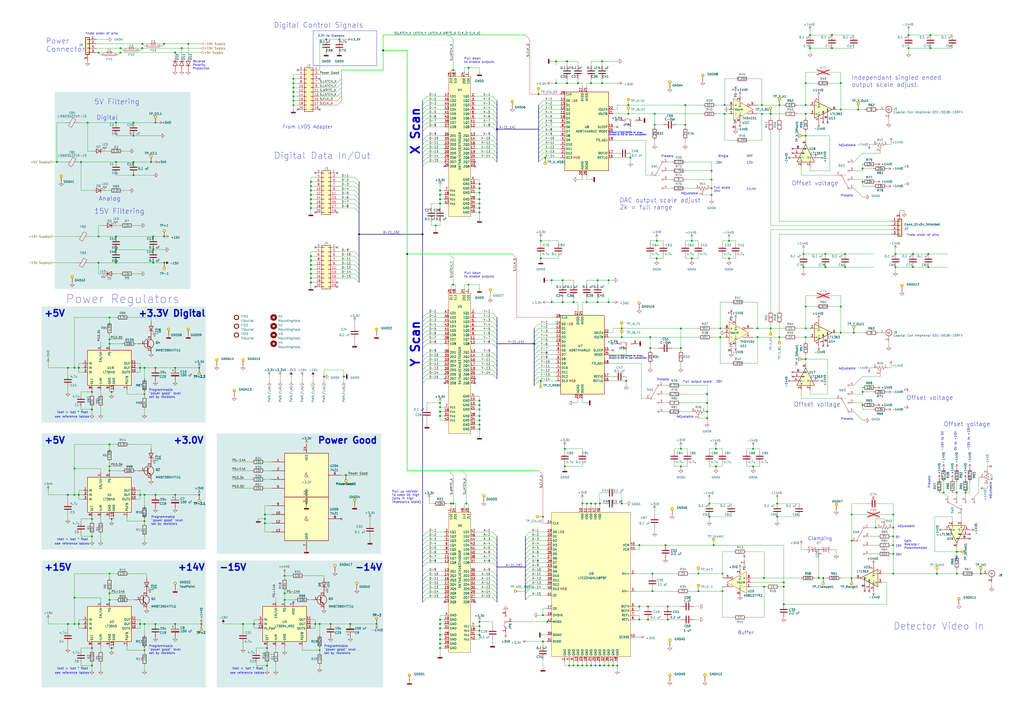
<source format=kicad_sch>
(kicad_sch (version 20231120) (generator "eeschema") (generator_version "8.0")
  (paper "A2")
  (junction (at 415.29 260.35))
  (junction (at 101.6 213.36))
  (junction (at 255.27 361.95))
  (junction (at 417.83 190.5))
  (junction (at 170.18 45.72))
  (junction (at 410.21 238.76))
  (junction (at 81.28 213.36))
  (junction (at 332.74 175.26))
  (junction (at 467.36 48.26))
  (junction (at 50.8 71.12))
  (junction (at 340.36 175.26))
  (junction (at 95.25 25.4))
  (junction (at 342.9 292.1))
  (junction (at 466.09 154.94))
  (junction (at 487.68 48.26))
  (junction (at 441.96 60.96))
  (junction (at 337.82 292.1))
  (junction (at 53.34 300.99))
  (junction (at 67.31 137.16))
  (junction (at 255.27 238.76))
  (junction (at 222.25 29.21))
  (junction (at 387.35 359.41))
  (junction (at 370.84 359.41))
  (junction (at 360.68 292.1))
  (junction (at 278.13 243.84))
  (junction (at 187.96 218.44))
  (junction (at 180.34 148.59))
  (junction (at 381 139.7))
  (junction (at 495.3 193.04))
  (junction (at 185.42 361.95))
  (junction (at 255.27 110.49))
  (junction (at 450.85 292.1))
  (junction (at 180.34 113.03))
  (junction (at 278.13 115.57))
  (junction (at 64.77 375.92))
  (junction (at 500.38 97.79))
  (junction (at 405.13 342.9))
  (junction (at 353.06 162.56))
  (junction (at 82.55 27.94))
  (junction (at 417.83 195.58))
  (junction (at 482.6 20.32))
  (junction (at 401.32 149.86))
  (junction (at 53.34 311.15))
  (junction (at 436.88 270.51))
  (junction (at 147.32 361.95))
  (junction (at 255.27 370.84))
  (junction (at 327.66 270.51))
  (junction (at 412.75 99.06))
  (junction (at 345.44 386.08))
  (junction (at 494.03 335.28))
  (junction (at 64.77 227.33))
  (junction (at 518.16 316.23))
  (junction (at 327.66 260.35))
  (junction (at 109.22 25.4))
  (junction (at 278.13 232.41))
  (junction (at 487.68 177.8))
  (junction (at 82.55 25.4))
  (junction (at 379.73 72.39))
  (junction (at 278.13 241.3))
  (junction (at 518.16 311.15))
  (junction (at 355.6 386.08))
  (junction (at 410.21 233.68))
  (junction (at 90.17 71.12))
  (junction (at 182.88 361.95))
  (junction (at 180.34 153.67))
  (junction (at 467.36 195.58))
  (junction (at 478.79 147.32))
  (junction (at 218.44 361.95))
  (junction (at 63.5 184.15))
  (junction (at 165.1 334.01))
  (junction (at 189.23 22.86))
  (junction (at 63.5 273.05))
  (junction (at 255.27 373.38))
  (junction (at 490.22 154.94))
  (junction (at 45.72 361.95))
  (junction (at 255.27 368.3))
  (junction (at 364.49 60.96))
  (junction (at 255.27 113.03))
  (junction (at 115.57 213.36))
  (junction (at 529.59 154.94))
  (junction (at 57.15 30.48))
  (junction (at 165.1 347.98))
  (junction (at 337.82 386.08))
  (junction (at 364.49 66.04))
  (junction (at 255.27 236.22))
  (junction (at 208.28 135.89))
  (junction (at 410.21 228.6))
  (junction (at 345.44 292.1))
  (junction (at 203.2 361.95))
  (junction (at 439.42 195.58))
  (junction (at 414.02 316.23))
  (junction (at 180.34 107.95))
  (junction (at 63.5 270.51))
  (junction (at 422.91 149.86))
  (junction (at 474.98 335.28))
  (junction (at 467.36 177.8))
  (junction (at 43.18 271.78))
  (junction (at 370.84 316.23))
  (junction (at 346.71 162.56))
  (junction (at 527.05 27.94))
  (junction (at 397.51 72.39))
  (junction (at 450.85 299.72))
  (junction (at 278.13 106.68))
  (junction (at 153.67 300.99))
  (junction (at 180.34 163.83))
  (junction (at 63.5 344.17))
  (junction (at 77.47 93.98))
  (junction (at 43.18 361.95))
  (junction (at 454.66 350.52))
  (junction (at 88.9 144.78))
  (junction (at 255.27 241.3))
  (junction (at 153.67 303.53))
  (junction (at 518.16 298.45))
  (junction (at 105.41 27.94))
  (junction (at 478.79 154.94))
  (junction (at 180.34 158.75))
  (junction (at 101.6 30.48))
  (junction (at 101.6 287.02))
  (junction (at 519.43 147.32))
  (junction (at 332.74 386.08))
  (junction (at 116.84 361.95))
  (junction (at 255.27 118.11))
  (junction (at 419.1 332.74))
  (junction (at 39.37 361.95))
  (junction (at 180.34 105.41))
  (junction (at 271.78 165.1))
  (junction (at 317.5 360.68))
  (junction (at 439.42 190.5))
  (junction (at 196.85 22.86))
  (junction (at 57.15 152.4))
  (junction (at 83.82 302.26))
  (junction (at 500.38 105.41))
  (junction (at 53.34 386.08))
  (junction (at 377.19 195.58))
  (junction (at 350.52 386.08))
  (junction (at 63.5 257.81))
  (junction (at 245.11 135.89))
  (junction (at 57.15 137.16))
  (junction (at 262.89 40.64))
  (junction (at 83.82 361.95))
  (junction (at 255.27 364.49))
  (junction (at 443.23 335.28))
  (junction (at 487.68 63.5))
  (junction (at 153.67 298.45))
  (junction (at 397.51 60.96))
  (junction (at 39.37 213.36))
  (junction (at 313.69 220.98))
  (junction (at 328.93 35.56))
  (junction (at 278.13 368.3))
  (junction (at 95.25 137.16))
  (junction (at 255.27 375.92))
  (junction (at 529.59 147.32))
  (junction (at 477.52 335.28))
  (junction (at 180.34 156.21))
  (junction (at 43.18 287.02))
  (junction (at 365.76 91.44))
  (junction (at 467.36 60.96))
  (junction (at 335.28 48.26))
  (junction (at 412.75 109.22))
  (junction (at 358.14 386.08))
  (junction (at 288.29 74.93))
  (junction (at 349.25 48.26))
  (junction (at 518.16 321.31))
  (junction (at 497.84 63.5))
  (junction (at 441.96 66.04))
  (junction (at 278.13 360.68))
  (junction (at 420.37 60.96))
  (junction (at 326.39 175.26))
  (junction (at 278.13 237.49))
  (junction (at 45.72 213.36))
  (junction (at 360.68 190.5))
  (junction (at 88.9 137.16))
  (junction (at 554.99 320.04))
  (junction (at 454.66 340.36))
  (junction (at 314.96 356.87))
  (junction (at 415.29 270.51))
  (junction (at 77.47 71.12))
  (junction (at 83.82 377.19))
  (junction (at 83.82 287.02))
  (junction (at 378.46 332.74))
  (junction (at 378.46 342.9))
  (junction (at 340.36 386.08))
  (junction (at 83.82 228.6))
  (junction (at 381 149.86))
  (junction (at 95.25 152.4))
  (junction (at 69.85 27.94))
  (junction (at 342.9 48.26))
  (junction (at 185.42 377.19))
  (junction (at 314.96 299.72))
  (junction (at 180.34 118.11))
  (junction (at 539.75 20.32))
  (junction (at 467.36 66.04))
  (junction (at 278.13 109.22))
  (junction (at 518.16 332.74))
  (junction (at 67.31 144.78))
  (junction (at 419.1 342.9))
  (junction (at 180.34 120.65))
  (junction (at 411.48 299.72))
  (junction (at 487.68 193.04))
  (junction (at 53.34 237.49))
  (junction (at 180.34 110.49))
  (junction (at 255.27 233.68))
  (junction (at 53.34 375.92))
  (junction (at 278.13 246.38))
  (junction (at 554.99 285.75))
  (junction (at 33.02 93.98))
  (junction (at 170.18 50.8))
  (junction (at 270.51 292.1))
  (junction (at 467.36 78.74))
  (junction (at 90.17 361.95))
  (junction (at 554.99 332.74))
  (junction (at 322.58 35.56))
  (junction (at 90.17 287.02))
  (junction (at 401.32 139.7))
  (junction (at 45.72 287.02))
  (junction (at 538.48 154.94))
  (junction (at 469.9 27.94))
  (junction (at 394.97 260.35))
  (junction (at 63.5 199.39))
  (junction (at 154.94 386.08))
  (junction (at 90.17 213.36))
  (junction (at 347.98 292.1))
  (junction (at 255.27 359.41))
  (junction (at 360.68 195.58))
  (junction (at 349.25 35.56))
  (junction (at 278.13 234.95))
  (junction (at 191.77 361.95))
  (junction (at 543.56 332.74))
  (junction (at 312.42 54.61))
  (junction (at 508 306.07))
  (junction (at 261.62 292.1))
  (junction (at 255.27 115.57))
  (junction (at 180.34 115.57))
  (junction (at 278.13 365.76))
  (junction (at 375.92 359.41))
  (junction (at 320.04 162.56))
  (junction (at 46.99 93.98))
  (junction (at 340.36 292.1))
  (junction (at 115.57 287.02))
  (junction (at 447.04 190.5))
  (junction (at 379.73 66.04))
  (junction (at 328.93 48.26))
  (junction (at 394.97 190.5))
  (junction (at 560.07 285.75))
  (junction (at 422.91 139.7))
  (junction (at 180.34 151.13))
  (junction (at 326.39 162.56))
  (junction (at 170.18 55.88))
  (junction (at 278.13 120.65))
  (junction (at 412.75 104.14))
  (junction (at 63.5 347.98))
  (junction (at 67.31 71.12))
  (junction (at 412.75 113.03))
  (junction (at 370.84 351.79))
  (junction (at 252.73 130.81))
  (junction (at 314.96 372.11))
  (junction (at 77.47 78.74))
  (junction (at 452.12 60.96))
  (junction (at 140.97 361.95))
  (junction (at 500.38 234.95))
  (junction (at 454.66 337.82))
  (junction (at 39.37 287.02))
  (junction (at 452.12 195.58))
  (junction (at 67.31 93.98))
  (junction (at 490.22 147.32))
  (junction (at 447.04 66.04))
  (junction (at 278.13 123.19))
  (junction (at 443.23 340.36))
  (junction (at 170.18 53.34))
  (junction (at 154.94 375.92))
  (junction (at 278.13 363.22))
  (junction (at 83.82 213.36))
  (junction (at 527.05 20.32))
  (junction (at 170.18 60.96))
  (junction (at 236.22 147.32))
  (junction (at 88.9 152.4))
  (junction (at 320.04 175.26))
  (junction (at 64.77 300.99))
  (junction (at 410.21 242.57))
  (junction (at 200.66 275.59))
  (junction (at 170.18 48.26))
  (junction (at 375.92 351.79))
  (junction (at 482.6 27.94))
  (junction (at 539.75 27.94))
  (junction (at 436.88 260.35))
  (junction (at 394.97 270.51))
  (junction (at 87.63 93.98))
  (junction (at 67.31 152.4))
  (junction (at 313.69 139.7))
  (junction (at 363.22 220.98))
  (junction (at 180.34 161.29))
  (junction (at 262.89 292.1))
  (junction (at 43.18 346.71))
  (junction (at 309.88 199.39))
  (junction (at 469.9 20.32))
  (junction (at 377.19 201.93))
  (junction (at 347.98 386.08))
  (junction (at 63.5 196.85))
  (junction (at 43.18 213.36))
  (junction (at 101.6 361.95))
  (junction (at 77.47 101.6))
  (junction (at 278.13 248.92))
  (junction (at 278.13 118.11))
  (junction (at 518.16 306.07))
  (junction (at 271.78 39.37))
  (junction (at 170.18 58.42))
  (junction (at 494.03 313.69))
  (junction (at 519.43 154.94))
  (junction (at 63.5 332.74))
  (junction (at 81.28 361.95))
  (junction (at 494.03 298.45))
  (junction (at 547.37 285.75))
  (junction (at 346.71 175.26))
  (junction (at 53.34 227.33))
  (junction (at 394.97 201.93))
  (junction (at 335.28 386.08))
  (junction (at 69.85 30.48))
  (junction (at 313.69 149.86))
  (junction (at 353.06 386.08))
  (junction (at 500.38 227.33))
  (junction (at 466.09 147.32))
  (junction (at 411.48 292.1))
  (junction (at 387.35 351.79))
  (junction (at 165.1 344.17))
  (junction (at 467.36 208.28))
  (junction (at 262.89 165.1))
  (junction (at 278.13 111.76))
  (junction (at 353.06 175.26))
  (junction (at 81.28 287.02))
  (junction (at 420.37 66.04))
  (junction (at 199.39 218.44))
  (junction (at 316.23 91.44))
  (junction (at 538.48 147.32))
  (junction (at 342.9 386.08))
  (junction (at 405.13 332.74))
  (junction (at 467.36 190.5))
  (junction (at 568.96 332.74))
  (junction (at 330.2 386.08))
  (junction (at 386.08 316.23))
  (junction (at 322.58 48.26))
  (no_connect (at 172.72 63.5))
  (no_connect (at 459.74 88.9))
  (no_connect (at 459.74 215.9))
  (no_connect (at 275.59 349.25))
  (no_connect (at 562.61 309.88))
  (no_connect (at 185.42 45.72))
  (no_connect (at 480.06 71.12))
  (no_connect (at 459.74 218.44))
  (no_connect (at 480.06 200.66))
  (no_connect (at 170.18 349.25))
  (no_connect (at 477.52 71.12))
  (no_connect (at 182.88 166.37))
  (no_connect (at 562.61 312.42))
  (no_connect (at 501.65 342.9))
  (no_connect (at 426.72 50.8))
  (no_connect (at 182.88 100.33))
  (no_connect (at 355.6 203.2))
  (no_connect (at 275.59 219.71))
  (no_connect (at 195.58 143.51))
  (no_connect (at 195.58 163.83))
  (no_connect (at 195.58 166.37))
  (no_connect (at 257.81 349.25))
  (no_connect (at 172.72 40.64))
  (no_connect (at 504.19 342.9))
  (no_connect (at 431.8 322.58))
  (no_connect (at 275.59 96.52))
  (no_connect (at 195.58 123.19))
  (no_connect (at 275.59 93.98))
  (no_connect (at 182.88 123.19))
  (no_connect (at 358.14 73.66))
  (no_connect (at 257.81 222.25))
  (no_connect (at 195.58 100.33))
  (no_connect (at 424.18 180.34))
  (no_connect (at 198.12 300.99))
  (no_connect (at 182.88 143.51))
  (no_connect (at 477.52 200.66))
  (no_connect (at 185.42 63.5))
  (no_connect (at 275.59 222.25))
  (no_connect (at 257.81 96.52))
  (no_connect (at 459.74 86.36))
  (bus_entry (at 205.74 107.95) (size 2.54 2.54))
  (bus_entry (at 309.88 200.66) (size 2.54 -2.54))
  (bus_entry (at 205.74 158.75) (size 2.54 2.54))
  (bus_entry (at 245.11 76.2) (size 2.54 -2.54))
  (bus_entry (at 198.12 58.42) (size -2.54 2.54) (stroke (width 0) (color 255 0 0 1)))
  (bus_entry (at 312.42 88.9) (size 2.54 -2.54))
  (bus_entry (at 245.11 217.17) (size 2.54 -2.54))
  (bus_entry (at 245.11 326.39) (size 2.54 -2.54))
  (bus_entry (at 198.12 55.88) (size -2.54 2.54) (stroke (width 0) (color 255 0 0 1)))
  (bus_entry (at 288.29 196.85) (size -2.54 -2.54))
  (bus_entry (at 205.74 161.29) (size 2.54 2.54))
  (bus_entry (at 288.29 207.01) (size -2.54 -2.54))
  (bus_entry (at 245.11 58.42) (size 2.54 -2.54))
  (bus_entry (at 288.29 349.25) (size -2.54 -2.54))
  (bus_entry (at 245.11 196.85) (size 2.54 -2.54))
  (bus_entry (at 245.11 344.17) (size 2.54 -2.54))
  (bus_entry (at 312.42 91.44) (size 2.54 -2.54))
  (bus_entry (at 288.29 217.17) (size -2.54 -2.54))
  (bus_entry (at 245.11 86.36) (size 2.54 -2.54))
  (bus_entry (at 309.88 213.36) (size 2.54 -2.54))
  (bus_entry (at 304.8 331.47) (size 2.54 -2.54))
  (bus_entry (at 288.29 93.98) (size -2.54 -2.54))
  (bus_entry (at 312.42 86.36) (size 2.54 -2.54))
  (bus_entry (at 198.12 48.26) (size -2.54 2.54))
  (bus_entry (at 309.88 195.58) (size 2.54 -2.54))
  (bus_entry (at 312.42 83.82) (size 2.54 -2.54))
  (bus_entry (at 245.11 321.31) (size 2.54 -2.54))
  (bus_entry (at 288.29 326.39) (size -2.54 -2.54))
  (bus_entry (at 245.11 212.09) (size 2.54 -2.54))
  (bus_entry (at 288.29 191.77) (size -2.54 -2.54))
  (bus_entry (at 288.29 83.82) (size -2.54 -2.54))
  (bus_entry (at 245.11 88.9) (size 2.54 -2.54))
  (bus_entry (at 245.11 313.69) (size 2.54 -2.54))
  (bus_entry (at 288.29 209.55) (size -2.54 -2.54))
  (bus_entry (at 245.11 186.69) (size 2.54 -2.54))
  (bus_entry (at 245.11 318.77) (size 2.54 -2.54))
  (bus_entry (at 288.29 63.5) (size -2.54 -2.54))
  (bus_entry (at 245.11 93.98) (size 2.54 -2.54))
  (bus_entry (at 245.11 96.52) (size 2.54 -2.54))
  (bus_entry (at 304.8 311.15) (size 2.54 -2.54))
  (bus_entry (at 309.88 218.44) (size 2.54 -2.54))
  (bus_entry (at 205.74 102.87) (size 2.54 2.54))
  (bus_entry (at 309.88 220.98) (size 2.54 -2.54))
  (bus_entry (at 288.29 68.58) (size -2.54 -2.54))
  (bus_entry (at 288.29 81.28) (size -2.54 -2.54))
  (bus_entry (at 288.29 199.39) (size -2.54 -2.54))
  (bus_entry (at 304.8 328.93) (size 2.54 -2.54))
  (bus_entry (at 198.12 45.72) (size -2.54 2.54))
  (bus_entry (at 288.29 316.23) (size -2.54 -2.54))
  (bus_entry (at 288.29 318.77) (size -2.54 -2.54))
  (bus_entry (at 309.88 205.74) (size 2.54 -2.54))
  (bus_entry (at 304.8 318.77) (size 2.54 -2.54))
  (bus_entry (at 309.88 223.52) (size 2.54 -2.54))
  (bus_entry (at 288.29 73.66) (size -2.54 -2.54))
  (bus_entry (at 245.11 346.71) (size 2.54 -2.54))
  (bus_entry (at 288.29 76.2) (size -2.54 -2.54))
  (bus_entry (at 288.29 60.96) (size -2.54 -2.54))
  (bus_entry (at 205.74 105.41) (size 2.54 2.54))
  (bus_entry (at 288.29 339.09) (size -2.54 -2.54))
  (bus_entry (at 205.74 118.11) (size 2.54 2.54))
  (bus_entry (at 205.74 151.13) (size 2.54 2.54))
  (bus_entry (at 288.29 88.9) (size -2.54 -2.54))
  (bus_entry (at 297.18 147.32) (size 2.54 2.54) (stroke (width 0) (color 255 0 0 1)))
  (bus_entry (at 288.29 328.93) (size -2.54 -2.54))
  (bus_entry (at 245.11 222.25) (size 2.54 -2.54))
  (bus_entry (at 245.11 328.93) (size 2.54 -2.54))
  (bus_entry (at 304.8 347.98) (size 2.54 -2.54))
  (bus_entry (at 304.8 344.17) (size 2.54 -2.54))
  (bus_entry (at 245.11 73.66) (size 2.54 -2.54))
  (bus_entry (at 312.42 273.05) (size 2.54 2.54) (stroke (width 0) (color 255 0 0 1)))
  (bus_entry (at 288.29 336.55) (size -2.54 -2.54))
  (bus_entry (at 304.8 341.63) (size 2.54 -2.54))
  (bus_entry (at 312.42 63.5) (size 2.54 -2.54))
  (bus_entry (at 260.35 20.32) (size 2.54 2.54))
  (bus_entry (at 309.88 208.28) (size 2.54 -2.54))
  (bus_entry (at 245.11 334.01) (size 2.54 -2.54))
  (bus_entry (at 309.88 210.82) (size 2.54 -2.54))
  (bus_entry (at 309.88 198.12) (size 2.54 -2.54))
  (bus_entry (at 288.29 86.36) (size -2.54 -2.54))
  (bus_entry (at 304.8 326.39) (size 2.54 -2.54))
  (bus_entry (at 245.11 68.58) (size 2.54 -2.54))
  (bus_entry (at 288.29 58.42) (size -2.54 -2.54))
  (bus_entry (at 309.88 215.9) (size 2.54 -2.54))
  (bus_entry (at 288.29 344.17) (size -2.54 -2.54))
  (bus_entry (at 288.29 214.63) (size -2.54 -2.54))
  (bus_entry (at 288.29 201.93) (size -2.54 -2.54))
  (bus_entry (at 288.29 71.12) (size -2.54 -2.54))
  (bus_entry (at 205.74 113.03) (size 2.54 2.54))
  (bus_entry (at 288.29 346.71) (size -2.54 -2.54))
  (bus_entry (at 288.29 66.04) (size -2.54 -2.54))
  (bus_entry (at 309.88 190.5) (size 2.54 -2.54))
  (bus_entry (at 245.11 199.39) (size 2.54 -2.54))
  (bus_entry (at 245.11 219.71) (size 2.54 -2.54))
  (bus_entry (at 288.29 334.01) (size -2.54 -2.54))
  (bus_entry (at 205.74 146.05) (size 2.54 2.54))
  (bus_entry (at 288.29 194.31) (size -2.54 -2.54))
  (bus_entry (at 245.11 83.82) (size 2.54 -2.54))
  (bus_entry (at 288.29 311.15) (size -2.54 -2.54))
  (bus_entry (at 288.29 189.23) (size -2.54 -2.54))
  (bus_entry (at 245.11 341.63) (size 2.54 -2.54))
  (bus_entry (at 288.29 313.69) (size -2.54 -2.54))
  (bus_entry (at 309.88 193.04) (size 2.54 -2.54))
  (bus_entry (at 245.11 66.04) (size 2.54 -2.54))
  (bus_entry (at 312.42 78.74) (size 2.54 -2.54))
  (bus_entry (at 304.8 339.09) (size 2.54 -2.54))
  (bus_entry (at 288.29 219.71) (size -2.54 -2.54))
  (bus_entry (at 309.88 203.2) (size 2.54 -2.54))
  (bus_entry (at 245.11 60.96) (size 2.54 -2.54))
  (bus_entry (at 205.74 110.49) (size 2.54 2.54))
  (bus_entry (at 288.29 212.09) (size -2.54 -2.54))
  (bus_entry (at 198.12 53.34) (size -2.54 2.54))
  (bus_entry (at 205.74 120.65) (size 2.54 2.54))
  (bus_entry (at 245.11 91.44) (size 2.54 -2.54))
  (bus_entry (at 304.8 334.01) (size 2.54 -2.54))
  (bus_entry (at 304.8 313.69) (size 2.54 -2.54))
  (bus_entry (at 245.11 209.55) (size 2.54 -2.54))
  (bus_entry (at 312.42 81.28) (size 2.54 -2.54))
  (bus_entry (at 245.11 191.77) (size 2.54 -2.54))
  (bus_entry (at 245.11 214.63) (size 2.54 -2.54))
  (bus_entry (at 288.29 186.69) (size -2.54 -2.54))
  (bus_entry (at 245.11 339.09) (size 2.54 -2.54))
  (bus_entry (at 288.29 184.15) (size -2.54 -2.54))
  (bus_entry (at 245.11 184.15) (size 2.54 -2.54))
  (bus_entry (at 312.42 76.2) (size 2.54 -2.54))
  (bus_entry (at 205.74 115.57) (size 2.54 2.54))
  (bus_entry (at 312.42 66.04) (size 2.54 -2.54))
  (bus_entry (at 288.29 91.44) (size -2.54 -2.54))
  (bus_entry (at 288.29 323.85) (size -2.54 -2.54))
  (bus_entry (at 245.11 349.25) (size 2.54 -2.54))
  (bus_entry (at 288.29 341.63) (size -2.54 -2.54))
  (bus_entry (at 312.42 60.96) (size 2.54 -2.54))
  (bus_entry (at 267.97 273.05) (size 2.54 2.54))
  (bus_entry (at 260.35 147.32) (size 2.54 2.54))
  (bus_entry (at 304.8 316.23) (size 2.54 -2.54))
  (bus_entry (at 245.11 201.93) (size 2.54 -2.54))
  (bus_entry (at 312.42 73.66) (size 2.54 -2.54))
  (bus_entry (at 304.8 336.55) (size 2.54 -2.54))
  (bus_entry (at 245.11 311.15) (size 2.54 -2.54))
  (bus_entry (at 245.11 323.85) (size 2.54 -2.54))
  (bus_entry (at 198.12 50.8) (size -2.54 2.54))
  (bus_entry (at 304.8 323.85) (size 2.54 -2.54))
  (bus_entry (at 205.74 153.67) (size 2.54 2.54))
  (bus_entry (at 245.11 316.23) (size 2.54 -2.54))
  (bus_entry (at 205.74 156.21) (size 2.54 2.54))
  (bus_entry (at 312.42 71.12) (size 2.54 -2.54))
  (bus_entry (at 245.11 189.23) (size 2.54 -2.54))
  (bus_entry (at 245.11 194.31) (size 2.54 -2.54))
  (bus_entry (at 288.29 321.31) (size -2.54 -2.54))
  (bus_entry (at 245.11 336.55) (size 2.54 -2.54))
  (bus_entry (at 245.11 71.12) (size 2.54 -2.54))
  (bus_entry (at 304.8 321.31) (size 2.54 -2.54))
  (bus_entry (at 245.11 207.01) (size 2.54 -2.54))
  (bus_entry (at 304.8 20.32) (size 2.54 2.54) (stroke (width 0) (color 255 0 0 1)))
  (bus_entry (at 245.11 81.28) (size 2.54 -2.54))
  (bus_entry (at 260.35 273.05) (size 2.54 2.54))
  (bus_entry (at 312.42 68.58) (size 2.54 -2.54))
  (bus_entry (at 245.11 63.5) (size 2.54 -2.54))
  (bus_entry (at 205.74 148.59) (size 2.54 2.54))
  (bus_entry (at 312.42 93.98) (size 2.54 -2.54))
  (wire (pts (xy 82.55 25.4) (xy 83.82 26.67)))
  (wire (pts (xy 387.35 109.22) (xy 389.89 109.22)))
  (wire (pts (xy 345.44 386.08) (xy 347.98 386.08)))
  (wire (pts (xy 322.58 35.56) (xy 322.58 38.1)))
  (wire (pts (xy 93.98 26.67) (xy 95.25 25.4)))
  (wire (pts (xy 467.36 195.58) (xy 467.36 198.12)))
  (wire (pts (xy 170.18 45.72) (xy 170.18 48.26)))
  (bus (pts (xy 309.88 220.98) (xy 309.88 223.52)))
  (wire (pts (xy 83.82 377.19) (xy 83.82 378.46)))
  (wire (pts (xy 452.12 195.58) (xy 454.66 195.58)))
  (wire (pts (xy 255.27 364.49) (xy 257.81 364.49)))
  (wire (pts (xy 39.37 213.36) (xy 43.18 213.36)))
  (wire (pts (xy 251.46 292.1) (xy 248.92 292.1)))
  (wire (pts (xy 195.58 151.13) (xy 205.74 151.13)))
  (wire (pts (xy 314.96 353.06) (xy 317.5 353.06)))
  (wire (pts (xy 278.13 106.68) (xy 275.59 106.68)))
  (wire (pts (xy 345.44 292.1) (xy 345.44 294.64)))
  (wire (pts (xy 420.37 60.96) (xy 422.91 60.96)))
  (wire (pts (xy 257.81 236.22) (xy 255.27 236.22)))
  (bus (pts (xy 312.42 74.93) (xy 312.42 76.2)))
  (wire (pts (xy 327.66 260.35) (xy 337.82 260.35)))
  (wire (pts (xy 73.66 299.72) (xy 73.66 302.26)))
  (wire (pts (xy 419.1 260.35) (xy 419.1 261.62)))
  (wire (pts (xy 182.88 102.87) (xy 180.34 102.87)))
  (wire (pts (xy 63.5 270.51) (xy 63.5 273.05)))
  (wire (pts (xy 43.18 332.74) (xy 63.5 332.74)))
  (wire (pts (xy 497.84 63.5) (xy 501.65 63.5)))
  (wire (pts (xy 81.28 361.95) (xy 83.82 361.95)))
  (wire (pts (xy 71.12 270.51) (xy 63.5 270.51)))
  (wire (pts (xy 278.13 104.14) (xy 278.13 106.68)))
  (wire (pts (xy 337.82 231.14) (xy 337.82 233.68)))
  (wire (pts (xy 467.36 48.26) (xy 467.36 60.96)))
  (wire (pts (xy 312.42 213.36) (xy 322.58 213.36)))
  (wire (pts (xy 58.42 309.88) (xy 58.42 313.69)))
  (wire (pts (xy 411.48 109.22) (xy 412.75 109.22)))
  (wire (pts (xy 255.27 359.41) (xy 257.81 359.41)))
  (bus (pts (xy 288.29 81.28) (xy 288.29 83.82)))
  (wire (pts (xy 195.58 158.75) (xy 205.74 158.75)))
  (wire (pts (xy 422.91 138.43) (xy 422.91 139.7)))
  (wire (pts (xy 502.92 292.1) (xy 494.03 292.1)))
  (wire (pts (xy 452.12 60.96) (xy 454.66 60.96)))
  (wire (pts (xy 494.03 292.1) (xy 494.03 298.45)))
  (bus (pts (xy 245.11 323.85) (xy 245.11 326.39)))
  (wire (pts (xy 313.69 139.7) (xy 313.69 140.97)))
  (wire (pts (xy 515.62 198.12) (xy 515.62 200.66)))
  (bus (pts (xy 208.28 153.67) (xy 208.28 151.13)))
  (wire (pts (xy 363.22 292.1) (xy 360.68 292.1)))
  (wire (pts (xy 378.46 342.9) (xy 392.43 342.9)))
  (wire (pts (xy 247.65 311.15) (xy 257.81 311.15)))
  (wire (pts (xy 353.06 195.58) (xy 360.68 195.58)))
  (wire (pts (xy 312.42 195.58) (xy 322.58 195.58)))
  (wire (pts (xy 516.89 213.36) (xy 516.89 212.09)))
  (wire (pts (xy 255.27 238.76) (xy 255.27 241.3)))
  (wire (pts (xy 405.13 139.7) (xy 405.13 140.97)))
  (wire (pts (xy 450.85 302.26) (xy 450.85 299.72)))
  (wire (pts (xy 247.65 219.71) (xy 257.81 219.71)))
  (wire (pts (xy 247.65 341.63) (xy 257.81 341.63)))
  (bus (pts (xy 288.29 196.85) (xy 288.29 199.39)))
  (wire (pts (xy 433.07 358.14) (xy 443.23 358.14)))
  (wire (pts (xy 504.19 311.15) (xy 509.27 311.15)))
  (bus (pts (xy 288.29 66.04) (xy 288.29 63.5)))
  (wire (pts (xy 180.34 158.75) (xy 182.88 158.75)))
  (bus (pts (xy 208.28 123.19) (xy 208.28 135.89)))
  (wire (pts (xy 379.73 72.39) (xy 379.73 73.66)))
  (wire (pts (xy 278.13 246.38) (xy 278.13 248.92)))
  (wire (pts (xy 378.46 332.74) (xy 378.46 334.01)))
  (wire (pts (xy 109.22 25.4) (xy 109.22 33.02)))
  (wire (pts (xy 335.28 45.72) (xy 335.28 48.26)))
  (wire (pts (xy 78.74 213.36) (xy 81.28 213.36)))
  (wire (pts (xy 262.89 275.59) (xy 262.89 292.1)))
  (wire (pts (xy 43.18 346.71) (xy 43.18 332.74)))
  (wire (pts (xy 247.65 346.71) (xy 257.81 346.71)))
  (wire (pts (xy 182.88 364.49) (xy 180.34 364.49)))
  (wire (pts (xy 285.75 204.47) (xy 275.59 204.47)))
  (wire (pts (xy 247.65 191.77) (xy 257.81 191.77)))
  (wire (pts (xy 313.69 138.43) (xy 313.69 139.7)))
  (wire (pts (xy 400.05 332.74) (xy 405.13 332.74)))
  (wire (pts (xy 485.14 193.04) (xy 487.68 193.04)))
  (wire (pts (xy 419.1 335.28) (xy 419.1 332.74)))
  (wire (pts (xy 195.58 105.41) (xy 205.74 105.41)))
  (wire (pts (xy 88.9 144.78) (xy 95.25 144.78)))
  (wire (pts (xy 436.88 195.58) (xy 439.42 195.58)))
  (wire (pts (xy 411.48 292.1) (xy 424.18 292.1)))
  (wire (pts (xy 353.06 203.2) (xy 355.6 203.2)))
  (wire (pts (xy 332.74 162.56) (xy 332.74 165.1)))
  (wire (pts (xy 554.99 320.04) (xy 554.99 322.58)))
  (wire (pts (xy 299.72 184.15) (xy 322.58 184.15)) (stroke (width 0) (color 255 0 0 1)))
  (wire (pts (xy 365.76 88.9) (xy 365.76 91.44)))
  (wire (pts (xy 439.42 195.58) (xy 439.42 210.82)))
  (wire (pts (xy 73.66 377.19) (xy 83.82 377.19)))
  (wire (pts (xy 435.61 337.82) (xy 454.66 337.82)))
  (wire (pts (xy 447.04 190.5) (xy 454.66 190.5)))
  (wire (pts (xy 500.38 104.14) (xy 500.38 105.41)))
  (wire (pts (xy 547.37 285.75) (xy 547.37 279.4)))
  (bus (pts (xy 222.25 20.32) (xy 260.35 20.32)) (stroke (width 0) (color 0 255 0 1)))
  (wire (pts (xy 71.12 110.49) (xy 74.93 110.49)))
  (wire (pts (xy 314.96 66.04) (xy 325.12 66.04)))
  (wire (pts (xy 199.39 214.63) (xy 199.39 218.44)))
  (wire (pts (xy 374.65 101.6) (xy 377.19 101.6)))
  (wire (pts (xy 77.47 130.81) (xy 81.28 130.81)))
  (wire (pts (xy 278.13 248.92) (xy 275.59 248.92)))
  (wire (pts (xy 275.59 181.61) (xy 285.75 181.61)))
  (wire (pts (xy 195.58 156.21) (xy 205.74 156.21)))
  (wire (pts (xy 389.89 201.93) (xy 394.97 201.93)))
  (wire (pts (xy 180.34 115.57) (xy 180.34 118.11)))
  (wire (pts (xy 247.65 194.31) (xy 257.81 194.31)))
  (wire (pts (xy 63.5 199.39) (xy 71.12 199.39)))
  (wire (pts (xy 347.98 285.75) (xy 350.52 285.75)))
  (wire (pts (xy 149.86 300.99) (xy 153.67 300.99)))
  (wire (pts (xy 39.37 287.02) (xy 43.18 287.02)))
  (wire (pts (xy 185.42 361.95) (xy 191.77 361.95)))
  (wire (pts (xy 78.74 199.39) (xy 80.01 199.39)))
  (wire (pts (xy 454.66 350.52) (xy 514.35 350.52)))
  (wire (pts (xy 46.99 237.49) (xy 53.34 237.49)))
  (wire (pts (xy 323.85 139.7) (xy 323.85 140.97)))
  (wire (pts (xy 285.75 186.69) (xy 275.59 186.69)))
  (bus (pts (xy 245.11 316.23) (xy 245.11 318.77)))
  (wire (pts (xy 415.29 270.51) (xy 415.29 271.78)))
  (wire (pts (xy 353.06 162.56) (xy 346.71 162.56)))
  (wire (pts (xy 490.22 147.32) (xy 506.73 147.32)))
  (wire (pts (xy 515.62 68.58) (xy 515.62 71.12)))
  (wire (pts (xy 30.48 93.98) (xy 33.02 93.98)))
  (wire (pts (xy 109.22 25.4) (xy 116.84 25.4)))
  (bus (pts (xy 198.12 55.88) (xy 198.12 58.42)) (stroke (width 0) (color 0 255 0 1)))
  (wire (pts (xy 307.34 328.93) (xy 317.5 328.93)))
  (bus (pts (xy 208.28 158.75) (xy 208.28 156.21)))
  (wire (pts (xy 527.05 20.32) (xy 527.05 17.78)))
  (bus (pts (xy 260.35 147.32) (xy 297.18 147.32)) (stroke (width 0) (color 0 255 0 1)))
  (wire (pts (xy 46.99 227.33) (xy 53.34 227.33)))
  (wire (pts (xy 379.73 83.82) (xy 379.73 81.28)))
  (wire (pts (xy 257.81 238.76) (xy 255.27 238.76)))
  (wire (pts (xy 160.02 346.71) (xy 160.02 349.25)))
  (wire (pts (xy 285.75 196.85) (xy 275.59 196.85)))
  (wire (pts (xy 466.09 147.32) (xy 466.09 144.78)))
  (wire (pts (xy 337.82 383.54) (xy 337.82 386.08)))
  (wire (pts (xy 314.96 299.72) (xy 314.96 303.53)) (stroke (width 0) (color 255 0 0 1)))
  (wire (pts (xy 439.42 195.58) (xy 452.12 195.58)))
  (wire (pts (xy 180.34 113.03) (xy 180.34 115.57)))
  (wire (pts (xy 185.42 386.08) (xy 185.42 387.35)))
  (wire (pts (xy 180.34 118.11) (xy 180.34 120.65)))
  (wire (pts (xy 46.99 302.26) (xy 46.99 300.99)))
  (wire (pts (xy 255.27 361.95) (xy 255.27 364.49)))
  (wire (pts (xy 247.65 58.42) (xy 257.81 58.42)))
  (wire (pts (xy 180.34 110.49) (xy 182.88 110.49)))
  (wire (pts (xy 500.38 228.6) (xy 500.38 227.33)))
  (wire (pts (xy 278.13 109.22) (xy 278.13 111.76)))
  (wire (pts (xy 447.04 190.5) (xy 447.04 187.96)))
  (bus (pts (xy 245.11 96.52) (xy 245.11 135.89)))
  (wire (pts (xy 462.28 66.04) (xy 467.36 66.04)))
  (wire (pts (xy 327.66 383.54) (xy 327.66 386.08)))
  (wire (pts (xy 165.1 344.17) (xy 165.1 347.98)))
  (wire (pts (xy 63.5 300.99) (xy 64.77 300.99)))
  (bus (pts (xy 288.29 91.44) (xy 288.29 88.9)))
  (wire (pts (xy 200.66 275.59) (xy 213.36 275.59)))
  (wire (pts (xy 554.99 320.04) (xy 542.29 320.04)))
  (wire (pts (xy 342.9 292.1) (xy 345.44 292.1)))
  (bus (pts (xy 245.11 135.89) (xy 245.11 184.15)))
  (wire (pts (xy 467.36 41.91) (xy 473.71 41.91)))
  (wire (pts (xy 30.48 137.16) (xy 44.45 137.16)))
  (wire (pts (xy 519.43 147.32) (xy 519.43 144.78)))
  (wire (pts (xy 306.07 372.11) (xy 314.96 372.11)))
  (wire (pts (xy 278.13 229.87) (xy 278.13 232.41)))
  (wire (pts (xy 247.65 60.96) (xy 257.81 60.96)))
  (wire (pts (xy 482.6 318.77) (xy 485.14 318.77)))
  (bus (pts (xy 312.42 68.58) (xy 312.42 71.12)))
  (wire (pts (xy 433.07 270.51) (xy 436.88 270.51)))
  (wire (pts (xy 284.48 171.45) (xy 284.48 172.72)))
  (bus (pts (xy 288.29 339.09) (xy 288.29 341.63)))
  (wire (pts (xy 185.42 55.88) (xy 195.58 55.88)))
  (wire (pts (xy 443.23 335.28) (xy 464.82 335.28)))
  (wire (pts (xy 46.99 309.88) (xy 46.99 311.15)))
  (wire (pts (xy 397.51 60.96) (xy 407.67 60.96)))
  (wire (pts (xy 433.07 269.24) (xy 433.07 270.51)))
  (wire (pts (xy 419.1 139.7) (xy 419.1 140.97)))
  (wire (pts (xy 355.6 386.08) (xy 358.14 386.08)))
  (wire (pts (xy 452.12 76.2) (xy 452.12 128.27)))
  (wire (pts (xy 347.98 292.1) (xy 345.44 292.1)))
  (wire (pts (xy 57.15 130.81) (xy 59.69 130.81)))
  (wire (pts (xy 74.93 347.98) (xy 77.47 347.98)))
  (wire (pts (xy 63.5 347.98) (xy 63.5 349.25)))
  (wire (pts (xy 314.96 353.06) (xy 314.96 356.87)))
  (wire (pts (xy 255.27 113.03) (xy 257.81 113.03)))
  (wire (pts (xy 83.82 361.95) (xy 90.17 361.95)))
  (wire (pts (xy 172.72 43.18) (xy 170.18 43.18)))
  (bus (pts (xy 236.22 147.32) (xy 260.35 147.32)) (stroke (width 0) (color 0 255 0 1)))
  (wire (pts (xy 353.06 162.56) (xy 353.06 165.1)))
  (wire (pts (xy 485.14 63.5) (xy 487.68 63.5)))
  (wire (pts (xy 83.82 287.02) (xy 90.17 287.02)))
  (wire (pts (xy 83.82 302.26) (xy 83.82 303.53)))
  (wire (pts (xy 165.1 334.01) (xy 165.1 335.28)))
  (wire (pts (xy 370.84 316.23) (xy 386.08 316.23)))
  (wire (pts (xy 347.98 383.54) (xy 347.98 386.08)))
  (bus (pts (xy 245.11 341.63) (xy 245.11 344.17)))
  (wire (pts (xy 39.37 213.36) (xy 39.37 217.17)))
  (wire (pts (xy 180.34 161.29) (xy 180.34 163.83)))
  (wire (pts (xy 39.37 361.95) (xy 43.18 361.95)))
  (wire (pts (xy 134.62 283.21) (xy 146.05 283.21)))
  (wire (pts (xy 312.42 193.04) (xy 322.58 193.04)))
  (wire (pts (xy 467.36 208.28) (xy 480.06 208.28)))
  (wire (pts (xy 381 139.7) (xy 384.81 139.7)))
  (wire (pts (xy 322.58 48.26) (xy 328.93 48.26)))
  (wire (pts (xy 261.62 40.64) (xy 262.89 40.64)))
  (wire (pts (xy 154.94 375.92) (xy 154.94 377.19)))
  (wire (pts (xy 180.34 107.95) (xy 182.88 107.95)))
  (bus (pts (xy 222.25 29.21) (xy 236.22 29.21)) (stroke (width 0) (color 0 255 0 1)))
  (bus (pts (xy 288.29 191.77) (xy 288.29 194.31)))
  (wire (pts (xy 64.77 375.92) (xy 66.04 375.92)))
  (bus (pts (xy 304.8 321.31) (xy 304.8 323.85)))
  (wire (pts (xy 27.94 287.02) (xy 39.37 287.02)))
  (wire (pts (xy 394.97 238.76) (xy 401.32 238.76)))
  (wire (pts (xy 495.3 109.22) (xy 500.38 114.3)))
  (wire (pts (xy 384.81 148.59) (xy 384.81 149.86)))
  (wire (pts (xy 52.07 152.4) (xy 57.15 152.4)))
  (wire (pts (xy 45.72 287.02) (xy 45.72 284.48)))
  (wire (pts (xy 467.36 78.74) (xy 481.33 78.74)))
  (wire (pts (xy 353.06 210.82) (xy 372.11 210.82)))
  (wire (pts (xy 285.75 331.47) (xy 275.59 331.47)))
  (wire (pts (xy 214.63 303.53) (xy 214.63 300.99)))
  (wire (pts (xy 368.3 316.23) (xy 370.84 316.23)))
  (wire (pts (xy 285.75 318.77) (xy 275.59 318.77)))
  (wire (pts (xy 482.6 20.32) (xy 495.3 20.32)))
  (wire (pts (xy 185.42 48.26) (xy 195.58 48.26)))
  (bus (pts (xy 309.88 215.9) (xy 309.88 218.44)))
  (wire (pts (xy 247.65 321.31) (xy 257.81 321.31)))
  (wire (pts (xy 355.6 73.66) (xy 358.14 73.66)))
  (wire (pts (xy 552.45 285.75) (xy 554.99 285.75)))
  (bus (pts (xy 245.11 212.09) (xy 245.11 214.63)))
  (wire (pts (xy 175.26 374.65) (xy 175.26 377.19)))
  (wire (pts (xy 494.03 313.69) (xy 494.03 335.28)))
  (wire (pts (xy 500.38 237.49) (xy 500.38 234.95)))
  (wire (pts (xy 464.82 96.52) (xy 464.82 101.6)))
  (wire (pts (xy 312.42 205.74) (xy 322.58 205.74)))
  (wire (pts (xy 71.12 196.85) (xy 63.5 196.85)))
  (wire (pts (xy 542.29 299.72) (xy 552.45 299.72)))
  (wire (pts (xy 39.37 373.38) (xy 39.37 375.92)))
  (wire (pts (xy 46.99 300.99) (xy 53.34 300.99)))
  (bus (pts (xy 288.29 328.93) (xy 304.8 328.93)))
  (wire (pts (xy 441.96 60.96) (xy 441.96 45.72)))
  (wire (pts (xy 469.9 20.32) (xy 482.6 20.32)))
  (wire (pts (xy 518.16 316.23) (xy 518.16 321.31)))
  (wire (pts (xy 248.92 289.56) (xy 248.92 292.1)))
  (wire (pts (xy 58.42 198.12) (xy 58.42 200.66)))
  (wire (pts (xy 262.89 40.64) (xy 264.16 40.64)))
  (wire (pts (xy 469.9 20.32) (xy 469.9 17.78)))
  (bus (pts (xy 245.11 58.42) (xy 245.11 60.96)))
  (wire (pts (xy 320.04 175.26) (xy 326.39 175.26)))
  (wire (pts (xy 180.34 151.13) (xy 182.88 151.13)))
  (bus (pts (xy 245.11 328.93) (xy 245.11 334.01)))
  (wire (pts (xy 377.19 201.93) (xy 377.19 203.2)))
  (wire (pts (xy 330.2 386.08) (xy 332.74 386.08)))
  (wire (pts (xy 64.77 227.33) (xy 66.04 227.33)))
  (wire (pts (xy 45.72 215.9) (xy 45.72 213.36)))
  (wire (pts (xy 365.76 73.66) (xy 365.76 76.2)))
  (wire (pts (xy 45.72 93.98) (xy 46.99 93.98)))
  (wire (pts (xy 53.34 384.81) (xy 53.34 386.08)))
  (wire (pts (xy 275.59 73.66) (xy 285.75 73.66)))
  (wire (pts (xy 560.07 285.75) (xy 560.07 288.29)))
  (wire (pts (xy 180.34 146.05) (xy 180.34 148.59)))
  (wire (pts (xy 567.69 285.75) (xy 565.15 288.29)))
  (wire (pts (xy 257.81 356.87) (xy 255.27 356.87)))
  (wire (pts (xy 495.3 193.04) (xy 501.65 193.04)))
  (bus (pts (xy 236.22 273.05) (xy 260.35 273.05)) (stroke (width 0) (color 0 255 0 1)))
  (wire (pts (xy 539.75 20.32) (xy 552.45 20.32)))
  (wire (pts (xy 415.29 270.51) (xy 419.1 270.51)))
  (wire (pts (xy 187.96 334.01) (xy 187.96 335.28)))
  (wire (pts (xy 255.27 118.11) (xy 255.27 120.65)))
  (wire (pts (xy 195.58 118.11) (xy 205.74 118.11)))
  (wire (pts (xy 337.82 269.24) (xy 337.82 270.51)))
  (wire (pts (xy 379.73 308.61) (xy 379.73 306.07)))
  (wire (pts (xy 340.36 292.1) (xy 342.9 292.1)))
  (wire (pts (xy 45.72 359.41) (xy 48.26 359.41)))
  (bus (pts (xy 304.8 326.39) (xy 304.8 328.93)))
  (wire (pts (xy 43.18 361.95) (xy 45.72 361.95)))
  (wire (pts (xy 411.48 260.35) (xy 411.48 261.62)))
  (wire (pts (xy 78.74 273.05) (xy 80.01 273.05)))
  (wire (pts (xy 165.1 374.65) (xy 165.1 377.19)))
  (wire (pts (xy 255.27 118.11) (xy 257.81 118.11)))
  (bus (pts (xy 245.11 311.15) (xy 245.11 313.69)))
  (wire (pts (xy 411.48 302.26) (xy 411.48 299.72)))
  (wire (pts (xy 48.26 215.9) (xy 45.72 215.9)))
  (wire (pts (xy 180.34 361.95) (xy 182.88 361.95)))
  (wire (pts (xy 314.96 63.5) (xy 325.12 63.5)))
  (wire (pts (xy 467.36 171.45) (xy 467.36 177.8)))
  (wire (pts (xy 179.07 347.98) (xy 180.34 347.98)))
  (wire (pts (xy 387.35 359.41) (xy 394.97 359.41)))
  (wire (pts (xy 433.07 260.35) (xy 433.07 261.62)))
  (wire (pts (xy 480.06 208.28) (xy 480.06 228.6)))
  (wire (pts (xy 567.69 276.86) (xy 568.96 276.86)))
  (wire (pts (xy 46.99 375.92) (xy 53.34 375.92)))
  (bus (pts (xy 245.11 217.17) (xy 245.11 214.63)))
  (wire (pts (xy 317.5 303.53) (xy 314.96 303.53)) (stroke (width 0) (color 255 0 0 1)))
  (wire (pts (xy 160.02 374.65) (xy 160.02 377.19)))
  (bus (pts (xy 309.88 208.28) (xy 309.88 210.82)))
  (wire (pts (xy 58.42 226.06) (xy 58.42 228.6)))
  (bus (pts (xy 288.29 83.82) (xy 288.29 86.36)))
  (wire (pts (xy 411.48 270.51) (xy 415.29 270.51)))
  (wire (pts (xy 285.75 189.23) (xy 275.59 189.23)))
  (wire (pts (xy 363.22 218.44) (xy 363.22 220.98)))
  (wire (pts (xy 45.72 287.02) (xy 48.26 287.02)))
  (wire (pts (xy 180.34 115.57) (xy 182.88 115.57)))
  (wire (pts (xy 81.28 287.02) (xy 81.28 289.56)))
  (wire (pts (xy 81.28 213.36) (xy 83.82 213.36)))
  (wire (pts (xy 262.89 149.86) (xy 262.89 165.1)))
  (wire (pts (xy 64.77 300.99) (xy 66.04 300.99)))
  (wire (pts (xy 269.24 292.1) (xy 270.51 292.1)))
  (wire (pts (xy 57.15 152.4) (xy 57.15 158.75)))
  (wire (pts (xy 518.16 306.07) (xy 518.16 311.15)))
  (wire (pts (xy 500.38 97.79) (xy 500.38 95.25)))
  (wire (pts (xy 327.66 260.35) (xy 327.66 261.62)))
  (bus (pts (xy 245.11 207.01) (xy 245.11 209.55)))
  (wire (pts (xy 247.65 331.47) (xy 257.81 331.47)))
  (wire (pts (xy 426.72 139.7) (xy 426.72 140.97)))
  (wire (pts (xy 148.59 386.08) (xy 154.94 386.08)))
  (wire (pts (xy 397.51 83.82) (xy 397.51 81.28)))
  (wire (pts (xy 57.15 152.4) (xy 67.31 152.4)))
  (wire (pts (xy 39.37 361.95) (xy 39.37 365.76)))
  (wire (pts (xy 247.65 68.58) (xy 257.81 68.58)))
  (wire (pts (xy 412.75 99.06) (xy 412.75 104.14)))
  (wire (pts (xy 255.27 370.84) (xy 255.27 373.38)))
  (bus (pts (xy 245.11 68.58) (xy 245.11 71.12)))
  (wire (pts (xy 46.99 236.22) (xy 46.99 237.49)))
  (wire (pts (xy 500.38 227.33) (xy 500.38 224.79)))
  (wire (pts (xy 405.13 242.57) (xy 410.21 242.57)))
  (wire (pts (xy 53.34 386.08) (xy 53.34 388.62)))
  (wire (pts (xy 63.5 344.17) (xy 63.5 347.98)))
  (wire (pts (xy 391.16 260.35) (xy 391.16 261.62)))
  (bus (pts (xy 288.29 341.63) (xy 288.29 344.17)))
  (bus (pts (xy 222.25 40.64) (xy 222.25 29.21)) (stroke (width 0) (color 0 255 0 1)))
  (wire (pts (xy 370.84 369.57) (xy 368.3 369.57)))
  (bus (pts (xy 245.11 217.17) (xy 245.11 219.71)))
  (bus (pts (xy 312.42 81.28) (xy 312.42 83.82)))
  (wire (pts (xy 439.42 190.5) (xy 447.04 190.5)))
  (wire (pts (xy 335.28 104.14) (xy 337.82 104.14)))
  (wire (pts (xy 447.04 133.35) (xy 447.04 180.34)))
  (wire (pts (xy 247.65 91.44) (xy 257.81 91.44)))
  (wire (pts (xy 170.18 48.26) (xy 170.18 50.8)))
  (wire (pts (xy 63.5 257.81) (xy 67.31 257.81)))
  (wire (pts (xy 255.27 364.49) (xy 255.27 368.3)))
  (wire (pts (xy 170.18 60.96) (xy 170.18 63.5)))
  (wire (pts (xy 415.29 260.35) (xy 419.1 260.35)))
  (wire (pts (xy 481.33 78.74) (xy 481.33 99.06)))
  (wire (pts (xy 250.19 118.11) (xy 255.27 118.11)))
  (bus (pts (xy 245.11 201.93) (xy 245.11 207.01)))
  (wire (pts (xy 377.19 195.58) (xy 405.13 195.58)))
  (wire (pts (xy 467.36 81.28) (xy 467.36 78.74)))
  (wire (pts (xy 88.9 152.4) (xy 95.25 152.4)))
  (bus (pts (xy 288.29 60.96) (xy 288.29 63.5)))
  (wire (pts (xy 261.62 165.1) (xy 262.89 165.1)))
  (wire (pts (xy 66.04 30.48) (xy 69.85 30.48)))
  (wire (pts (xy 355.6 383.54) (xy 355.6 386.08)))
  (bus (pts (xy 208.28 107.95) (xy 208.28 110.49)))
  (wire (pts (xy 247.65 308.61) (xy 257.81 308.61)))
  (wire (pts (xy 307.34 339.09) (xy 317.5 339.09)))
  (wire (pts (xy 516.89 306.07) (xy 518.16 306.07)))
  (bus (pts (xy 198.12 48.26) (xy 198.12 50.8)) (stroke (width 0) (color 0 255 0 1)))
  (wire (pts (xy 454.66 316.23) (xy 454.66 337.82)))
  (wire (pts (xy 335.28 35.56) (xy 335.28 38.1)))
  (wire (pts (xy 337.82 386.08) (xy 340.36 386.08)))
  (wire (pts (xy 285.75 334.01) (xy 275.59 334.01)))
  (wire (pts (xy 264.16 165.1) (xy 264.16 167.64)))
  (wire (pts (xy 314.96 372.11) (xy 314.96 374.65)))
  (wire (pts (xy 521.97 121.92) (xy 521.97 123.19)))
  (wire (pts (xy 313.69 148.59) (xy 313.69 149.86)))
  (wire (pts (xy 264.16 40.64) (xy 264.16 41.91)))
  (wire (pts (xy 506.73 83.82) (xy 504.19 83.82)))
  (wire (pts (xy 187.96 214.63) (xy 199.39 214.63)))
  (wire (pts (xy 508 300.99) (xy 513.08 300.99)))
  (wire (pts (xy 247.65 316.23) (xy 257.81 316.23)))
  (wire (pts (xy 433.07 320.04) (xy 443.23 320.04)))
  (bus (pts (xy 304.8 336.55) (xy 304.8 339.09)))
  (wire (pts (xy 452.12 135.89) (xy 516.89 135.89)))
  (wire (pts (xy 510.54 298.45) (xy 518.16 298.45)))
  (wire (pts (xy 474.98 335.28) (xy 477.52 335.28)))
  (wire (pts (xy 554.99 285.75) (xy 554.99 279.4)))
  (wire (pts (xy 74.93 184.15) (xy 87.63 184.15)))
  (wire (pts (xy 440.69 269.24) (xy 440.69 270.51)))
  (wire (pts (xy 307.34 22.86) (xy 307.34 54.61)) (stroke (width 0) (color 255 0 0 1)))
  (wire (pts (xy 313.69 139.7) (xy 323.85 139.7)))
  (wire (pts (xy 46.99 93.98) (xy 46.99 110.49)))
  (wire (pts (xy 81.28 361.95) (xy 81.28 364.49)))
  (wire (pts (xy 63.5 226.06) (xy 63.5 227.33)))
  (wire (pts (xy 63.5 332.74) (xy 63.5 335.28)))
  (wire (pts (xy 335.28 175.26) (xy 335.28 180.34)))
  (wire (pts (xy 510.54 88.9) (xy 510.54 87.63)))
  (bus (pts (xy 260.35 20.32) (xy 304.8 20.32)) (stroke (width 0) (color 0 255 0 1)))
  (wire (pts (xy 467.36 208.28) (xy 467.36 205.74)))
  (wire (pts (xy 45.72 71.12) (xy 50.8 71.12)))
  (wire (pts (xy 360.68 285.75) (xy 358.14 285.75)))
  (wire (pts (xy 255.27 110.49) (xy 257.81 110.49)))
  (wire (pts (xy 346.71 172.72) (xy 346.71 175.26)))
  (wire (pts (xy 500.38 107.95) (xy 506.73 107.95)))
  (bus (pts (xy 288.29 76.2) (xy 288.29 81.28)))
  (wire (pts (xy 81.28 213.36) (xy 81.28 210.82)))
  (wire (pts (xy 340.36 48.26) (xy 342.9 48.26)))
  (wire (pts (xy 63.5 199.39) (xy 63.5 200.66)))
  (wire (pts (xy 175.26 218.44) (xy 175.26 220.98)))
  (wire (pts (xy 436.88 270.51) (xy 440.69 270.51)))
  (wire (pts (xy 337.82 175.26) (xy 340.36 175.26)))
  (wire (pts (xy 433.07 260.35) (xy 436.88 260.35)))
  (wire (pts (xy 64.77 375.92) (xy 64.77 377.19)))
  (wire (pts (xy 513.08 300.99) (xy 513.08 302.26)))
  (wire (pts (xy 46.99 377.19) (xy 46.99 375.92)))
  (bus (pts (xy 245.11 222.25) (xy 245.11 311.15)))
  (wire (pts (xy 412.75 113.03) (xy 412.75 115.57)))
  (bus (pts (xy 245.11 83.82) (xy 245.11 86.36)))
  (wire (pts (xy 326.39 172.72) (xy 326.39 175.26)))
  (wire (pts (xy 397.51 148.59) (xy 397.51 149.86)))
  (wire (pts (xy 353.06 218.44) (xy 355.6 218.44)))
  (wire (pts (xy 140.97 361.95) (xy 147.32 361.95)))
  (wire (pts (xy 441.96 66.04) (xy 441.96 81.28)))
  (wire (pts (xy 335.28 383.54) (xy 335.28 386.08)))
  (wire (pts (xy 443.23 320.04) (xy 443.23 335.28)))
  (wire (pts (xy 180.34 156.21) (xy 182.88 156.21)))
  (wire (pts (xy 285.75 58.42) (xy 275.59 58.42)))
  (bus (pts (xy 245.11 199.39) (xy 245.11 201.93)))
  (wire (pts (xy 509.27 63.5) (xy 510.54 63.5)))
  (wire (pts (xy 307.34 345.44) (xy 317.5 345.44)))
  (wire (pts (xy 285.75 209.55) (xy 275.59 209.55)))
  (wire (pts (xy 377.19 139.7) (xy 377.19 140.97)))
  (wire (pts (xy 67.31 158.75) (xy 69.85 158.75)))
  (wire (pts (xy 340.36 50.8) (xy 340.36 48.26)))
  (wire (pts (xy 58.42 346.71) (xy 58.42 349.25)))
  (wire (pts (xy 327.66 269.24) (xy 327.66 270.51)))
  (wire (pts (xy 185.42 53.34) (xy 195.58 53.34)))
  (bus (pts (xy 304.8 328.93) (xy 304.8 331.47)))
  (wire (pts (xy 411.48 260.35) (xy 415.29 260.35)))
  (bus (pts (xy 245.11 184.15) (xy 245.11 186.69)))
  (wire (pts (xy 411.48 292.1) (xy 411.48 289.56)))
  (wire (pts (xy 314.96 76.2) (xy 325.12 76.2)))
  (wire (pts (xy 170.18 48.26) (xy 172.72 48.26)))
  (wire (pts (xy 314.96 83.82) (xy 325.12 83.82)))
  (wire (pts (xy 321.31 360.68) (xy 317.5 360.68)))
  (bus (pts (xy 236.22 147.32) (xy 236.22 273.05)) (stroke (width 0) (color 0 255 0 1)))
  (wire (pts (xy 270.51 292.1) (xy 271.78 292.1)))
  (wire (pts (xy 67.31 144.78) (xy 88.9 144.78)))
  (wire (pts (xy 195.58 146.05) (xy 205.74 146.05)))
  (wire (pts (xy 180.34 151.13) (xy 180.34 153.67)))
  (bus (pts (xy 288.29 321.31) (xy 288.29 323.85)))
  (wire (pts (xy 472.44 335.28) (xy 474.98 335.28)))
  (wire (pts (xy 415.29 66.04) (xy 420.37 66.04)))
  (wire (pts (xy 90.17 287.02) (xy 101.6 287.02)))
  (wire (pts (xy 247.65 199.39) (xy 257.81 199.39)))
  (wire (pts (xy 500.38 237.49) (xy 506.73 237.49)))
  (wire (pts (xy 335.28 48.26) (xy 337.82 48.26)))
  (wire (pts (xy 320.04 172.72) (xy 320.04 175.26)))
  (wire (pts (xy 175.26 377.19) (xy 185.42 377.19)))
  (wire (pts (xy 394.97 228.6) (xy 410.21 228.6)))
  (wire (pts (xy 374.65 81.28) (xy 374.65 101.6)))
  (bus (pts (xy 288.29 328.93) (xy 288.29 334.01)))
  (bus (pts (xy 288.29 68.58) (xy 288.29 66.04)))
  (wire (pts (xy 63.5 87.63) (xy 60.96 87.63)))
  (wire (pts (xy 387.35 104.14) (xy 389.89 104.14)))
  (wire (pts (xy 440.69 260.35) (xy 440.69 261.62)))
  (wire (pts (xy 452.12 195.58) (xy 452.12 187.96)))
  (wire (pts (xy 261.62 40.64) (xy 261.62 41.91)))
  (wire (pts (xy 180.34 120.65) (xy 182.88 120.65)))
  (wire (pts (xy 562.61 285.75) (xy 562.61 279.4)))
  (wire (pts (xy 511.81 337.82) (xy 514.35 337.82)))
  (bus (pts (xy 304.8 313.69) (xy 304.8 316.23)))
  (wire (pts (xy 285.75 184.15) (xy 275.59 184.15)))
  (wire (pts (xy 439.42 190.5) (xy 439.42 175.26)))
  (wire (pts (xy 397.51 60.96) (xy 397.51 72.39)))
  (wire (pts (xy 90.17 361.95) (xy 101.6 361.95)))
  (wire (pts (xy 43.18 346.71) (xy 58.42 346.71)))
  (wire (pts (xy 285.75 60.96) (xy 275.59 60.96)))
  (bus (pts (xy 198.12 53.34) (xy 198.12 55.88)) (stroke (width 0) (color 0 255 0 1)))
  (wire (pts (xy 469.9 27.94) (xy 482.6 27.94)))
  (bus (pts (xy 245.11 191.77) (xy 245.11 194.31)))
  (wire (pts (xy 72.39 344.17) (xy 63.5 344.17)))
  (wire (pts (xy 467.36 177.8) (xy 467.36 190.5)))
  (wire (pts (xy 358.14 63.5) (xy 355.6 63.5)))
  (wire (pts (xy 307.34 308.61) (xy 317.5 308.61)))
  (wire (pts (xy 30.48 152.4) (xy 44.45 152.4)))
  (bus (pts (xy 288.29 207.01) (xy 288.29 209.55)))
  (wire (pts (xy 349.25 35.56) (xy 358.14 35.56)))
  (wire (pts (xy 381 138.43) (xy 381 139.7)))
  (wire (pts (xy 426.72 45.72) (xy 420.37 45.72)))
  (bus (pts (xy 312.42 71.12) (xy 312.42 73.66)))
  (wire (pts (xy 481.33 171.45) (xy 487.68 171.45)))
  (wire (pts (xy 554.99 317.5) (xy 554.99 320.04)))
  (wire (pts (xy 81.28 289.56) (xy 78.74 289.56)))
  (wire (pts (xy 375.92 351.79) (xy 387.35 351.79)))
  (wire (pts (xy 63.5 184.15) (xy 67.31 184.15)))
  (wire (pts (xy 467.36 60.96) (xy 469.9 60.96)))
  (wire (pts (xy 417.83 175.26) (xy 417.83 190.5)))
  (wire (pts (xy 415.29 60.96) (xy 420.37 60.96)))
  (wire (pts (xy 101.6 361.95) (xy 116.84 361.95)))
  (wire (pts (xy 153.67 303.53) (xy 157.48 303.53)))
  (wire (pts (xy 285.75 336.55) (xy 275.59 336.55)))
  (wire (pts (xy 342.9 386.08) (xy 345.44 386.08)))
  (wire (pts (xy 467.36 48.26) (xy 473.71 48.26)))
  (wire (pts (xy 377.19 195.58) (xy 377.19 201.93)))
  (wire (pts (xy 180.34 105.41) (xy 182.88 105.41)))
  (wire (pts (xy 83.82 300.99) (xy 83.82 302.26)))
  (bus (pts (xy 245.11 219.71) (xy 245.11 222.25)))
  (wire (pts (xy 307.34 334.01) (xy 317.5 334.01)))
  (wire (pts (xy 467.36 210.82) (xy 467.36 208.28)))
  (wire (pts (xy 391.16 260.35) (xy 394.97 260.35)))
  (wire (pts (xy 78.74 361.95) (xy 81.28 361.95)))
  (wire (pts (xy 66.04 299.72) (xy 66.04 300.99)))
  (wire (pts (xy 43.18 213.36) (xy 45.72 213.36)))
  (wire (pts (xy 195.58 107.95) (xy 205.74 107.95)))
  (wire (pts (xy 450.85 292.1) (xy 463.55 292.1)))
  (wire (pts (xy 394.97 270.51) (xy 398.78 270.51)))
  (wire (pts (xy 410.21 242.57) (xy 410.21 245.11)))
  (bus (pts (xy 312.42 83.82) (xy 312.42 86.36)))
  (wire (pts (xy 247.65 83.82) (xy 257.81 83.82)))
  (wire (pts (xy 355.6 190.5) (xy 355.6 193.04)))
  (wire (pts (xy 392.43 72.39) (xy 397.51 72.39)))
  (wire (pts (xy 83.82 219.71) (xy 83.82 213.36)))
  (wire (pts (xy 247.65 339.09) (xy 257.81 339.09)))
  (wire (pts (xy 508 306.07) (xy 509.27 306.07)))
  (wire (pts (xy 379.73 66.04) (xy 379.73 72.39)))
  (wire (pts (xy 447.04 76.2) (xy 447.04 130.81)))
  (wire (pts (xy 384.81 228.6) (xy 387.35 228.6)))
  (wire (pts (xy 572.77 273.05) (xy 572.77 270.51)))
  (bus (pts (xy 288.29 326.39) (xy 288.29 328.93)))
  (wire (pts (xy 342.9 383.54) (xy 342.9 386.08)))
  (bus (pts (xy 208.28 163.83) (xy 208.28 161.29)))
  (wire (pts (xy 255.27 128.27) (xy 255.27 130.81)))
  (bus (pts (xy 245.11 209.55) (xy 245.11 212.09)))
  (wire (pts (xy 340.36 386.08) (xy 342.9 386.08)))
  (wire (pts (xy 63.5 184.15) (xy 43.18 184.15)))
  (wire (pts (xy 271.78 39.37) (xy 271.78 41.91)))
  (wire (pts (xy 153.67 303.53) (xy 153.67 308.61)))
  (wire (pts (xy 278.13 39.37) (xy 278.13 41.91)))
  (wire (pts (xy 156.21 218.44) (xy 156.21 220.98)))
  (wire (pts (xy 412.75 190.5) (xy 417.83 190.5)))
  (wire (pts (xy 170.18 50.8) (xy 172.72 50.8)))
  (wire (pts (xy 342.9 48.26) (xy 349.25 48.26)))
  (wire (pts (xy 518.16 321.31) (xy 518.16 332.74)))
  (wire (pts (xy 466.09 147.32) (xy 478.79 147.32)))
  (wire (pts (xy 180.34 107.95) (xy 180.34 110.49)))
  (wire (pts (xy 314.96 382.27) (xy 314.96 387.35)))
  (wire (pts (xy 57.15 158.75) (xy 59.69 158.75)))
  (bus (pts (xy 304.8 316.23) (xy 304.8 318.77)))
  (wire (pts (xy 424.18 175.26) (xy 417.83 175.26)))
  (wire (pts (xy 53.34 309.88) (xy 53.34 311.15)))
  (wire (pts (xy 327.66 386.08) (xy 330.2 386.08)))
  (wire (pts (xy 247.65 209.55) (xy 257.81 209.55)))
  (wire (pts (xy 278.13 234.95) (xy 278.13 237.49)))
  (wire (pts (xy 487.68 193.04) (xy 495.3 193.04)))
  (wire (pts (xy 255.27 110.49) (xy 255.27 113.03)))
  (wire (pts (xy 477.52 335.28) (xy 480.06 335.28)))
  (wire (pts (xy 154.94 384.81) (xy 154.94 386.08)))
  (wire (pts (xy 205.74 199.39) (xy 205.74 196.85)))
  (wire (pts (xy 247.65 81.28) (xy 257.81 81.28)))
  (wire (pts (xy 173.99 344.17) (xy 165.1 344.17)))
  (wire (pts (xy 247.65 86.36) (xy 257.81 86.36)))
  (bus (pts (xy 198.12 45.72) (xy 198.12 48.26)) (stroke (width 0) (color 0 255 0 1)))
  (wire (pts (xy 377.19 213.36) (xy 377.19 210.82)))
  (bus (pts (xy 309.88 210.82) (xy 309.88 213.36)))
  (wire (pts (xy 278.13 246.38) (xy 275.59 246.38)))
  (wire (pts (xy 63.5 184.15) (xy 63.5 186.69)))
  (wire (pts (xy 314.96 91.44) (xy 316.23 91.44)))
  (bus (pts (xy 288.29 199.39) (xy 309.88 199.39)))
  (wire (pts (xy 419.1 139.7) (xy 422.91 139.7)))
  (wire (pts (xy 394.97 223.52) (xy 410.21 223.52)))
  (wire (pts (xy 285.75 91.44) (xy 275.59 91.44)))
  (wire (pts (xy 337.82 289.56) (xy 337.82 292.1)))
  (wire (pts (xy 474.98 323.85) (xy 474.98 335.28)))
  (wire (pts (xy 278.13 123.19) (xy 278.13 127)))
  (bus (pts (xy 245.11 63.5) (xy 245.11 66.04)))
  (wire (pts (xy 402.59 351.79) (xy 405.13 351.79)))
  (bus (pts (xy 309.88 218.44) (xy 309.88 220.98)))
  (wire (pts (xy 247.65 326.39) (xy 257.81 326.39)))
  (wire (pts (xy 87.63 184.15) (xy 87.63 186.69)))
  (wire (pts (xy 487.68 63.5) (xy 497.84 63.5)))
  (wire (pts (xy 285.75 214.63) (xy 275.59 214.63)))
  (wire (pts (xy 196.85 22.86) (xy 200.66 22.86)))
  (wire (pts (xy 368.3 354.33) (xy 370.84 354.33)))
  (wire (pts (xy 81.28 287.02) (xy 81.28 284.48)))
  (wire (pts (xy 45.72 213.36) (xy 48.26 213.36)))
  (wire (pts (xy 53.34 236.22) (xy 53.34 237.49)))
  (bus (pts (xy 288.29 58.42) (xy 288.29 60.96)))
  (wire (pts (xy 340.36 292.1) (xy 340.36 294.64)))
  (wire (pts (xy 340.36 104.14) (xy 342.9 104.14)))
  (wire (pts (xy 307.34 311.15) (xy 317.5 311.15)))
  (wire (pts (xy 198.12 275.59) (xy 200.66 275.59)))
  (wire (pts (xy 397.51 93.98) (xy 412.75 93.98)))
  (bus (pts (xy 260.35 273.05) (xy 267.97 273.05)) (stroke (width 0) (color 0 255 0 1)))
  (wire (pts (xy 312.42 200.66) (xy 322.58 200.66)))
  (wire (pts (xy 314.96 68.58) (xy 325.12 68.58)))
  (wire (pts (xy 312.42 215.9) (xy 322.58 215.9)))
  (wire (pts (xy 187.96 214.63) (xy 187.96 218.44)))
  (bus (pts (xy 288.29 209.55) (xy 288.29 212.09)))
  (wire (pts (xy 454.66 337.82) (xy 454.66 340.36)))
  (wire (pts (xy 464.82 101.6) (xy 485.14 101.6)))
  (wire (pts (xy 337.82 260.35) (xy 337.82 261.62)))
  (bus (pts (xy 309.88 199.39) (xy 309.88 200.66)))
  (wire (pts (xy 353.06 172.72) (xy 353.06 175.26)))
  (wire (pts (xy 46.99 384.81) (xy 46.99 386.08)))
  (wire (pts (xy 316.23 91.44) (xy 325.12 91.44)))
  (wire (pts (xy 255.27 113.03) (xy 255.27 115.57)))
  (wire (pts (xy 247.65 66.04) (xy 257.81 66.04)))
  (wire (pts (xy 73.66 226.06) (xy 73.66 228.6)))
  (wire (pts (xy 297.18 360.68) (xy 317.5 360.68)))
  (wire (pts (xy 73.66 302.26) (xy 83.82 302.26)))
  (wire (pts (xy 170.18 58.42) (xy 172.72 58.42)))
  (wire (pts (xy 495.3 223.52) (xy 500.38 218.44)))
  (wire (pts (xy 185.42 43.18) (xy 196.85 43.18)))
  (wire (pts (xy 527.05 20.32) (xy 539.75 20.32)))
  (wire (pts (xy 170.18 60.96) (xy 172.72 60.96)))
  (wire (pts (xy 379.73 298.45) (xy 379.73 295.91)))
  (bus (pts (xy 208.28 110.49) (xy 208.28 113.03)))
  (wire (pts (xy 78.74 287.02) (xy 81.28 287.02)))
  (wire (pts (xy 443.23 340.36) (xy 444.5 340.36)))
  (wire (pts (xy 247.65 181.61) (xy 257.81 181.61)))
  (wire (pts (xy 349.25 35.56) (xy 349.25 38.1)))
  (bus (pts (xy 198.12 40.64) (xy 198.12 45.72)) (stroke (width 0) (color 0 255 0 1)))
  (bus (pts (xy 208.28 105.41) (xy 208.28 107.95)))
  (wire (pts (xy 509.27 193.04) (xy 510.54 193.04)))
  (wire (pts (xy 313.69 220.98) (xy 322.58 220.98)))
  (wire (pts (xy 247.65 344.17) (xy 257.81 344.17)))
  (wire (pts (xy 278.13 165.1) (xy 278.13 167.64)))
  (wire (pts (xy 148.59 377.19) (xy 148.59 375.92)))
  (wire (pts (xy 153.67 298.45) (xy 153.67 300.99)))
  (wire (pts (xy 467.36 195.58) (xy 469.9 195.58)))
  (wire (pts (xy 462.28 195.58) (xy 467.36 195.58)))
  (wire (pts (xy 447.04 66.04) (xy 447.04 68.58)))
  (wire (pts (xy 185.42 60.96) (xy 195.58 60.96)) (stroke (width 0) (color 255 0 0 1)))
  (bus (pts (xy 288.29 201.93) (xy 288.29 207.01)))
  (wire (pts (xy 81.28 361.95) (xy 81.28 359.41)))
  (wire (pts (xy 340.36 175.26) (xy 346.71 175.26)))
  (wire (pts (xy 328.93 38.1) (xy 328.93 35.56)))
  (wire (pts (xy 342.9 45.72) (xy 342.9 48.26)))
  (wire (pts (xy 285.75 313.69) (xy 275.59 313.69)))
  (bus (pts (xy 288.29 336.55) (xy 288.29 339.09)))
  (wire (pts (xy 519.43 154.94) (xy 529.59 154.94)))
  (wire (pts (xy 495.3 228.6) (xy 500.38 228.6)))
  (wire (pts (xy 313.69 149.86) (xy 323.85 149.86)))
  (wire (pts (xy 439.42 60.96) (xy 441.96 60.96)))
  (wire (pts (xy 285.75 339.09) (xy 275.59 339.09)))
  (wire (pts (xy 275.59 308.61) (xy 285.75 308.61)))
  (wire (pts (xy 347.98 285.75) (xy 347.98 292.1)))
  (wire (pts (xy 307.34 316.23) (xy 317.5 316.23)))
  (wire (pts (xy 262.89 165.1) (xy 264.16 165.1)))
  (wire (pts (xy 384.81 223.52) (xy 387.35 223.52)))
  (wire (pts (xy 500.38 243.84) (xy 501.65 243.84)))
  (wire (pts (xy 307.34 321.31) (xy 317.5 321.31)))
  (wire (pts (xy 320.04 35.56) (xy 322.58 35.56)))
  (wire (pts (xy 320.04 162.56) (xy 320.04 165.1)))
  (wire (pts (xy 278.13 120.65) (xy 275.59 120.65)))
  (wire (pts (xy 358.14 60.96) (xy 364.49 60.96)))
  (wire (pts (xy 69.85 27.94) (xy 73.66 27.94)))
  (wire (pts (xy 441.96 45.72) (xy 434.34 45.72)))
  (wire (pts (xy 370.84 359.41) (xy 375.92 359.41)))
  (wire (pts (xy 195.58 115.57) (xy 205.74 115.57)))
  (wire (pts (xy 81.28 213.36) (xy 81.28 215.9)))
  (wire (pts (xy 285.75 86.36) (xy 275.59 86.36)))
  (wire (pts (xy 264.16 292.1) (xy 262.89 292.1)))
  (wire (pts (xy 53.34 300.99) (xy 53.34 302.26)))
  (bus (pts (xy 312.42 88.9) (xy 312.42 91.44)))
  (wire (pts (xy 326.39 175.26) (xy 332.74 175.26)))
  (wire (pts (xy 419.1 320.04) (xy 419.1 332.74)))
  (wire (pts (xy 436.88 259.08) (xy 436.88 260.35)))
  (wire (pts (xy 379.73 72.39) (xy 384.81 72.39)))
  (wire (pts (xy 377.19 139.7) (xy 381 139.7)))
  (wire (pts (xy 262.89 292.1) (xy 261.62 292.1)))
  (wire (pts (xy 275.59 363.22) (xy 278.13 363.22)))
  (wire (pts (xy 140.97 373.38) (xy 140.97 375.92)))
  (wire (pts (xy 185.42 50.8) (xy 195.58 50.8)))
  (wire (pts (xy 495.3 104.14) (xy 500.38 104.14)))
  (wire (pts (xy 58.42 384.81) (xy 58.42 388.62)))
  (wire (pts (xy 340.36 162.56) (xy 340.36 165.1)))
  (wire (pts (xy 82.55 27.94) (xy 105.41 27.94)))
  (wire (pts (xy 247.65 189.23) (xy 257.81 189.23)))
  (wire (pts (xy 87.63 93.98) (xy 88.9 93.98)))
  (wire (pts (xy 140.97 361.95) (xy 140.97 365.76)))
  (wire (pts (xy 270.51 275.59) (xy 270.51 292.1)))
  (wire (pts (xy 478.79 154.94) (xy 490.22 154.94)))
  (wire (pts (xy 516.89 83.82) (xy 514.35 83.82)))
  (wire (pts (xy 347.98 292.1) (xy 350.52 292.1)))
  (wire (pts (xy 332.74 172.72) (xy 332.74 175.26)))
  (wire (pts (xy 39.37 224.79) (xy 39.37 227.33)))
  (wire (pts (xy 88.9 137.16) (xy 95.25 137.16)))
  (wire (pts (xy 419.1 149.86) (xy 422.91 149.86)))
  (wire (pts (xy 63.5 196.85) (xy 63.5 199.39)))
  (wire (pts (xy 384.81 233.68) (xy 387.35 233.68)))
  (wire (pts (xy 148.59 384.81) (xy 148.59 386.08)))
  (wire (pts (xy 378.46 332.74) (xy 392.43 332.74)))
  (wire (pts (xy 278.13 241.3) (xy 278.13 243.84)))
  (wire (pts (xy 63.5 299.72) (xy 63.5 300.99)))
  (wire (pts (xy 46.99 386.08) (xy 53.34 386.08)))
  (wire (pts (xy 154.94 374.65) (xy 154.94 375.92)))
  (bus (pts (xy 245.11 196.85) (xy 245.11 199.39)))
  (wire (pts (xy 247.65 318.77) (xy 257.81 318.77)))
  (wire (pts (xy 466.09 157.48) (xy 466.09 154.94)))
  (wire (pts (xy 180.34 153.67) (xy 182.88 153.67)))
  (wire (pts (xy 285.75 88.9) (xy 275.59 88.9)))
  (wire (pts (xy 304.8 342.9) (xy 306.07 341.63)))
  (wire (pts (xy 422.91 149.86) (xy 426.72 149.86)))
  (wire (pts (xy 27.94 361.95) (xy 39.37 361.95)))
  (wire (pts (xy 255.27 368.3) (xy 255.27 370.84)))
  (wire (pts (xy 510.54 292.1) (xy 518.16 292.1)))
  (wire (pts (xy 565.15 332.74) (xy 568.96 332.74)))
  (wire (pts (xy 55.88 30.48) (xy 57.15 30.48)))
  (wire (pts (xy 77.47 71.12) (xy 90.17 71.12)))
  (wire (pts (xy 332.74 383.54) (xy 332.74 386.08)))
  (wire (pts (xy 255.27 375.92) (xy 255.27 379.73)))
  (wire (pts (xy 180.34 105.41) (xy 180.34 107.95)))
  (bus (pts (xy 245.11 346.71) (xy 245.11 349.25)))
  (wire (pts (xy 363.22 220.98) (xy 363.22 223.52)))
  (wire (pts (xy 529.59 147.32) (xy 538.48 147.32)))
  (wire (pts (xy 147.32 361.95) (xy 149.86 361.95)))
  (wire (pts (xy 355.6 81.28) (xy 374.65 81.28)))
  (wire (pts (xy 180.34 148.59) (xy 180.34 151.13)))
  (wire (pts (xy 278.13 360.68) (xy 278.13 363.22)))
  (wire (pts (xy 257.81 241.3) (xy 255.27 241.3)))
  (wire (pts (xy 67.31 93.98) (xy 77.47 93.98)))
  (wire (pts (xy 195.58 153.67) (xy 205.74 153.67)))
  (wire (pts (xy 63.5 194.31) (xy 63.5 196.85)))
  (wire (pts (xy 417.83 195.58) (xy 420.37 195.58)))
  (wire (pts (xy 412.75 195.58) (xy 417.83 195.58)))
  (wire (pts (xy 43.18 287.02) (xy 43.18 271.78)))
  (wire (pts (xy 402.59 359.41) (xy 405.13 359.41)))
  (wire (pts (xy 57.15 30.48) (xy 60.96 30.48)))
  (wire (pts (xy 394.97 213.36) (xy 394.97 210.82)))
  (wire (pts (xy 317.5 372.11) (xy 314.96 372.11)))
  (wire (pts (xy 182.88 359.41) (xy 180.34 359.41)))
  (wire (pts (xy 317.5 162.56) (xy 320.04 162.56)))
  (wire (pts (xy 307.34 313.69) (xy 317.5 313.69)))
  (bus (pts (xy 288.29 71.12) (xy 288.29 68.58)))
  (wire (pts (xy 134.62 273.05) (xy 146.05 273.05)))
  (bus (pts (xy 245.11 336.55) (xy 245.11 339.09)))
  (wire (pts (xy 487.68 177.8) (xy 487.68 193.04)))
  (wire (pts (xy 247.65 336.55) (xy 257.81 336.55)))
  (wire (pts (xy 340.36 383.54) (xy 340.36 386.08)))
  (wire (pts (xy 57.15 137.16) (xy 67.31 137.16)))
  (wire (pts (xy 447.04 130.81) (xy 516.89 130.81)))
  (wire (pts (xy 387.35 99.06) (xy 389.89 99.06)))
  (bus (pts (xy 309.88 195.58) (xy 309.88 198.12)))
  (wire (pts (xy 379.73 66.04) (xy 407.67 66.04)))
  (wire (pts (xy 77.47 93.98) (xy 87.63 93.98)))
  (bus (pts (xy 304.8 311.15) (xy 304.8 313.69)))
  (bus (pts (xy 304.8 341.63) (xy 304.8 344.17)))
  (wire (pts (xy 377.19 149.86) (xy 381 149.86)))
  (wire (pts (xy 554.99 332.74) (xy 557.53 332.74)))
  (bus (pts (xy 245.11 326.39) (xy 245.11 328.93)))
  (wire (pts (xy 170.18 55.88) (xy 172.72 55.88)))
  (wire (pts (xy 307.34 331.47) (xy 317.5 331.47)))
  (wire (pts (xy 147.32 361.95) (xy 147.32 364.49)))
  (wire (pts (xy 43.18 271.78) (xy 43.18 257.81)))
  (wire (pts (xy 467.36 41.91) (xy 467.36 48.26)))
  (wire (pts (xy 53.34 226.06) (xy 53.34 227.33)))
  (wire (pts (xy 410.21 223.52) (xy 410.21 228.6)))
  (wire (pts (xy 250.19 120.65) (xy 250.19 118.11)))
  (wire (pts (xy 278.13 248.92) (xy 278.13 252.73)))
  (wire (pts (xy 419.1 358.14) (xy 425.45 358.14)))
  (wire (pts (xy 306.07 341.63) (xy 307.34 341.63)))
  (wire (pts (xy 353.06 220.98) (xy 363.22 220.98)))
  (wire (pts (xy 554.99 285.75) (xy 554.99 288.29)))
  (wire (pts (xy 417.83 210.82) (xy 417.83 195.58)))
  (wire (pts (xy 160.02 384.81) (xy 160.02 388.62)))
  (wire (pts (xy 170.18 50.8) (xy 170.18 53.34)))
  (wire (pts (xy 153.67 300.99) (xy 153.67 303.53)))
  (wire (pts (xy 314.96 58.42) (xy 325.12 58.42)))
  (wire (pts (xy 355.6 76.2) (xy 365.76 76.2)))
  (wire (pts (xy 153.67 267.97) (xy 157.48 267.97)))
  (wire (pts (xy 153.67 283.21) (xy 157.48 283.21)))
  (wire (pts (xy 134.62 267.97) (xy 146.05 267.97)))
  (wire (pts (xy 397.51 149.86) (xy 401.32 149.86)))
  (wire (pts (xy 364.49 60.96) (xy 397.51 60.96)))
  (wire (pts (xy 436.88 260.35) (xy 440.69 260.35)))
  (wire (pts (xy 420.37 81.28) (xy 420.37 66.04)))
  (bus (pts (xy 245.11 81.28) (xy 245.11 83.82)))
  (wire (pts (xy 105.41 27.94) (xy 116.84 27.94)))
  (wire (pts (xy 285.75 191.77) (xy 275.59 191.77)))
  (wire (pts (xy 278.13 109.22) (xy 275.59 109.22)))
  (wire (pts (xy 58.42 271.78) (xy 58.42 274.32)))
  (wire (pts (xy 394.97 233.68) (xy 410.21 233.68)))
  (wire (pts (xy 327.66 270.51) (xy 327.66 271.78)))
  (wire (pts (xy 332.74 233.68) (xy 335.28 233.68)))
  (wire (pts (xy 500.38 114.3) (xy 501.65 114.3)))
  (wire (pts (xy 45.72 364.49) (xy 45.72 361.95)))
  (wire (pts (xy 372.11 210.82) (xy 372.11 231.14)))
  (wire (pts (xy 419.1 320.04) (xy 425.45 320.04)))
  (wire (pts (xy 527.05 27.94) (xy 539.75 27.94)))
  (wire (pts (xy 252.73 130.81) (xy 255.27 130.81)))
  (wire (pts (xy 420.37 66.04) (xy 422.91 66.04)))
  (wire (pts (xy 500.38 88.9) (xy 510.54 88.9)))
  (wire (pts (xy 83.82 293.37) (xy 83.82 287.02)))
  (wire (pts (xy 337.82 101.6) (xy 337.82 104.14)))
  (wire (pts (xy 255.27 359.41) (xy 255.27 361.95)))
  (wire (pts (xy 154.94 386.08) (xy 154.94 388.62)))
  (bus (pts (xy 288.29 323.85) (xy 288.29 326.39)))
  (wire (pts (xy 431.8 322.58) (xy 431.8 325.12)))
  (wire (pts (xy 66.04 374.65) (xy 66.04 375.92)))
  (wire (pts (xy 180.34 148.59) (xy 182.88 148.59)))
  (wire (pts (xy 353.06 386.08) (xy 355.6 386.08)))
  (wire (pts (xy 435.61 340.36) (xy 443.23 340.36)))
  (wire (pts (xy 247.65 78.74) (xy 257.81 78.74)))
  (wire (pts (xy 495.3 233.68) (xy 500.38 233.68)))
  (wire (pts (xy 81.28 29.21) (xy 82.55 27.94)))
  (wire (pts (xy 43.18 184.15) (xy 43.18 213.36)))
  (bus (pts (xy 245.11 66.04) (xy 245.11 68.58)))
  (bus (pts (xy 309.88 200.66) (xy 309.88 203.2)))
  (wire (pts (xy 397.51 139.7) (xy 397.51 140.97)))
  (bus (pts (xy 288.29 313.69) (xy 288.29 316.23)))
  (wire (pts (xy 250.19 130.81) (xy 252.73 130.81)))
  (wire (pts (xy 365.76 91.44) (xy 365.76 93.98)))
  (wire (pts (xy 524.51 121.92) (xy 524.51 123.19)))
  (wire (pts (xy 83.82 311.15) (xy 83.82 313.69)))
  (wire (pts (xy 43.18 361.95) (xy 43.18 346.71)))
  (wire (pts (xy 182.88 146.05) (xy 180.34 146.05)))
  (wire (pts (xy 518.16 311.15) (xy 518.16 316.23)))
  (wire (pts (xy 278.13 115.57) (xy 275.59 115.57)))
  (wire (pts (xy 205.74 189.23) (xy 205.74 186.69)))
  (wire (pts (xy 67.31 78.74) (xy 77.47 78.74)))
  (wire (pts (xy 285.75 66.04) (xy 275.59 66.04)))
  (wire (pts (xy 203.2 361.95) (xy 218.44 361.95)))
  (wire (pts (xy 64.77 227.33) (xy 64.77 228.6)))
  (wire (pts (xy 370.84 351.79) (xy 370.84 354.33)))
  (wire (pts (xy 165.1 347.98) (xy 171.45 347.98)))
  (wire (pts (xy 90.17 71.12) (xy 91.44 71.12)))
  (wire (pts (xy 285.75 370.84) (xy 285.75 373.38)))
  (wire (pts (xy 180.34 120.65) (xy 180.34 123.19)))
  (wire (pts (xy 247.65 233.68) (xy 255.27 233.68)))
  (wire (pts (xy 278.13 363.22) (xy 278.13 365.76)))
  (wire (pts (xy 195.58 102.87) (xy 205.74 102.87)))
  (wire (pts (xy 285.75 68.58) (xy 275.59 68.58)))
  (wire (pts (xy 490.22 154.94) (xy 506.73 154.94)))
  (wire (pts (xy 67.31 71.12) (xy 77.47 71.12)))
  (wire (pts (xy 247.65 217.17) (xy 257.81 217.17)))
  (wire (pts (xy 420.37 45.72) (xy 420.37 60.96)))
  (wire (pts (xy 170.18 55.88) (xy 170.18 58.42)))
  (wire (pts (xy 426.72 81.28) (xy 420.37 81.28)))
  (wire (pts (xy 469.9 30.48) (xy 469.9 27.94)))
  (wire (pts (xy 278.13 365.76) (xy 278.13 368.3)))
  (wire (pts (xy 386.08 316.23) (xy 414.02 316.23)))
  (wire (pts (xy 543.56 332.74) (xy 554.99 332.74)))
  (wire (pts (xy 327.66 270.51) (xy 337.82 270.51)))
  (bus (pts (xy 245.11 334.01) (xy 245.11 336.55)))
  (wire (pts (xy 539.75 27.94) (xy 552.45 27.94)))
  (wire (pts (xy 285.75 323.85) (xy 275.59 323.85)))
  (wire (pts (xy 63.5 375.92) (xy 64.77 375.92)))
  (wire (pts (xy 285.75 344.17) (xy 275.59 344.17)))
  (bus (pts (xy 288.29 214.63) (xy 288.29 217.17)))
  (wire (pts (xy 370.84 356.87) (xy 370.84 359.41)))
  (wire (pts (xy 278.13 106.68) (xy 278.13 109.22)))
  (wire (pts (xy 27.94 210.82) (xy 27.94 213.36)))
  (wire (pts (xy 269.24 165.1) (xy 271.78 165.1)))
  (bus (pts (xy 288.29 346.71) (xy 288.29 349.25)))
  (wire (pts (xy 285.75 311.15) (xy 275.59 311.15)))
  (wire (pts (xy 255.27 356.87) (xy 255.27 359.41)))
  (wire (pts (xy 53.34 374.65) (xy 53.34 375.92)))
  (wire (pts (xy 342.9 35.56) (xy 342.9 38.1)))
  (wire (pts (xy 464.82 316.23) (xy 464.82 318.77)))
  (wire (pts (xy 572.77 283.21) (xy 571.5 283.21)))
  (bus (pts (xy 312.42 63.5) (xy 312.42 66.04)))
  (wire (pts (xy 77.47 158.75) (xy 81.28 158.75)))
  (wire (pts (xy 394.97 201.93) (xy 394.97 203.2)))
  (wire (pts (xy 439.42 210.82) (xy 431.8 210.82)))
  (bus (pts (xy 245.11 313.69) (xy 245.11 316.23)))
  (wire (pts (xy 69.85 27.94) (xy 71.12 29.21)))
  (bus (pts (xy 288.29 316.23) (xy 288.29 318.77)))
  (bus (pts (xy 245.11 91.44) (xy 245.11 93.98)))
  (wire (pts (xy 69.85 130.81) (xy 67.31 130.81)))
  (wire (pts (xy 255.27 107.95) (xy 255.27 110.49)))
  (wire (pts (xy 71.12 87.63) (xy 74.93 87.63)))
  (wire (pts (xy 307.34 336.55) (xy 317.5 336.55)))
  (wire (pts (xy 27.94 213.36) (xy 39.37 213.36)))
  (bus (pts (xy 245.11 189.23) (xy 245.11 191.77)))
  (wire (pts (xy 394.97 270.51) (xy 394.97 271.78)))
  (wire (pts (xy 504.19 321.31) (xy 509.27 321.31)))
  (wire (pts (xy 312.42 54.61) (xy 307.34 54.61)) (stroke (width 0) (color 255 0 0 1)))
  (wire (pts (xy 370.84 316.23) (xy 370.84 318.77)))
  (bus (pts (xy 245.11 194.31) (xy 245.11 196.85)))
  (wire (pts (xy 322.58 35.56) (xy 328.93 35.56)))
  (wire (pts (xy 187.96 218.44) (xy 187.96 220.98)))
  (wire (pts (xy 317.5 175.26) (xy 320.04 175.26)))
  (wire (pts (xy 275.59 370.84) (xy 278.13 370.84)))
  (bus (pts (xy 312.42 60.96) (xy 312.42 63.5)))
  (wire (pts (xy 195.58 113.03) (xy 205.74 113.03)))
  (wire (pts (xy 347.98 386.08) (xy 350.52 386.08)))
  (wire (pts (xy 53.34 311.15) (xy 53.34 313.69)))
  (wire (pts (xy 467.36 190.5) (xy 469.9 190.5)))
  (wire (pts (xy 264.16 294.64) (xy 264.16 292.1)))
  (wire (pts (xy 147.32 359.41) (xy 147.32 361.95)))
  (wire (pts (xy 467.36 177.8) (xy 473.71 177.8)))
  (bus (pts (xy 267.97 273.05) (xy 312.42 273.05)) (stroke (width 0) (color 0 255 0 1)))
  (wire (pts (xy 170.18 53.34) (xy 170.18 55.88)))
  (wire (pts (xy 435.61 335.28) (xy 443.23 335.28)))
  (wire (pts (xy 524.51 121.92) (xy 521.97 121.92)))
  (wire (pts (xy 519.43 147.32) (xy 529.59 147.32)))
  (wire (pts (xy 516.89 321.31) (xy 518.16 321.31)))
  (wire (pts (xy 45.72 284.48) (xy 48.26 284.48)))
  (wire (pts (xy 320.04 48.26) (xy 322.58 48.26)))
  (wire (pts (xy 381 149.86) (xy 384.81 149.86)))
  (wire (pts (xy 398.78 269.24) (xy 398.78 270.51)))
  (wire (pts (xy 518.16 332.74) (xy 511.81 332.74)))
  (wire (pts (xy 328.93 35.56) (xy 335.28 35.56)))
  (wire (pts (xy 180.34 163.83) (xy 180.34 166.37)))
  (wire (pts (xy 355.6 91.44) (xy 365.76 91.44)))
  (wire (pts (xy 487.68 41.91) (xy 487.68 48.26)))
  (wire (pts (xy 355.6 162.56) (xy 353.06 162.56)))
  (wire (pts (xy 247.65 214.63) (xy 257.81 214.63)))
  (wire (pts (xy 426.72 148.59) (xy 426.72 149.86)))
  (wire (pts (xy 83.82 386.08) (xy 83.82 388.62)))
  (wire (pts (xy 247.65 184.15) (xy 257.81 184.15)))
  (wire (pts (xy 168.91 218.44) (xy 168.91 220.98)))
  (wire (pts (xy 275.59 368.3) (xy 278.13 368.3)))
  (wire (pts (xy 412.75 109.22) (xy 412.75 113.03)))
  (wire (pts (xy 441.96 60.96) (xy 452.12 60.96)))
  (wire (pts (xy 467.36 171.45) (xy 473.71 171.45)))
  (wire (pts (xy 370.84 351.79) (xy 375.92 351.79)))
  (wire (pts (xy 452.12 340.36) (xy 454.66 340.36)))
  (wire (pts (xy 101.6 30.48) (xy 101.6 33.02)))
  (wire (pts (xy 337.82 175.26) (xy 337.82 180.34)))
  (wire (pts (xy 487.68 335.28) (xy 494.03 335.28)))
  (wire (pts (xy 162.56 218.44) (xy 162.56 220.98)))
  (wire (pts (xy 346.71 175.26) (xy 353.06 175.26)))
  (wire (pts (xy 81.28 284.48) (xy 78.74 284.48)))
  (wire (pts (xy 185.42 58.42) (xy 195.58 58.42)) (stroke (width 0) (color 255 0 0 1)))
  (wire (pts (xy 312.42 190.5) (xy 322.58 190.5)))
  (wire (pts (xy 349.25 48.26) (xy 358.14 48.26)))
  (wire (pts (xy 33.02 93.98) (xy 38.1 93.98)))
  (wire (pts (xy 375.92 359.41) (xy 387.35 359.41)))
  (wire (pts (xy 464.82 231.14) (xy 485.14 231.14)))
  (wire (pts (xy 368.3 356.87) (xy 370.84 356.87)))
  (wire (pts (xy 302.26 342.9) (xy 304.8 342.9)))
  (wire (pts (xy 278.13 115.57) (xy 278.13 118.11)))
  (wire (pts (xy 358.14 386.08) (xy 358.14 383.54)))
  (wire (pts (xy 285.75 63.5) (xy 275.59 63.5)))
  (wire (pts (xy 153.67 278.13) (xy 157.48 278.13)))
  (wire (pts (xy 101.6 287.02) (xy 115.57 287.02)))
  (wire (pts (xy 544.83 285.75) (xy 547.37 285.75)))
  (wire (pts (xy 337.82 50.8) (xy 337.82 48.26)))
  (wire (pts (xy 443.23 340.36) (xy 443.23 358.14)))
  (wire (pts (xy 285.75 217.17) (xy 275.59 217.17)))
  (wire (pts (xy 255.27 375.92) (xy 257.81 375.92)))
  (wire (pts (xy 180.34 161.29) (xy 182.88 161.29)))
  (wire (pts (xy 414.02 316.23) (xy 454.66 316.23)))
  (bus (pts (xy 312.42 76.2) (xy 312.42 78.74)))
  (wire (pts (xy 55.88 25.4) (xy 82.55 25.4)))
  (wire (pts (xy 487.68 171.45) (xy 487.68 177.8)))
  (wire (pts (xy 285.75 194.31) (xy 275.59 194.31)))
  (wire (pts (xy 481.33 99.06) (xy 469.9 99.06)))
  (bus (pts (xy 312.42 66.04) (xy 312.42 68.58)))
  (wire (pts (xy 278.13 118.11) (xy 275.59 118.11)))
  (wire (pts (xy 278.13 118.11) (xy 278.13 120.65)))
  (wire (pts (xy 518.16 292.1) (xy 518.16 298.45)))
  (wire (pts (xy 436.88 190.5) (xy 439.42 190.5)))
  (wire (pts (xy 63.5 227.33) (xy 64.77 227.33)))
  (wire (pts (xy 58.42 374.65) (xy 58.42 377.19)))
  (bus (pts (xy 208.28 135.89) (xy 245.11 135.89)))
  (wire (pts (xy 307.34 318.77) (xy 317.5 318.77)))
  (wire (pts (xy 191.77 361.95) (xy 203.2 361.95)))
  (wire (pts (xy 52.07 137.16) (xy 57.15 137.16)))
  (wire (pts (xy 278.13 237.49) (xy 275.59 237.49)))
  (wire (pts (xy 27.94 284.48) (xy 27.94 287.02)))
  (wire (pts (xy 247.65 186.69) (xy 257.81 186.69)))
  (wire (pts (xy 412.75 93.98) (xy 412.75 99.06)))
  (wire (pts (xy 314.96 275.59) (xy 314.96 299.72)) (stroke (width 0) (color 255 0 0 1)))
  (wire (pts (xy 419.1 342.9) (xy 419.1 358.14)))
  (wire (pts (xy 360.68 195.58) (xy 377.19 195.58)))
  (wire (pts (xy 278.13 237.49) (xy 278.13 241.3)))
  (wire (pts (xy 50.8 87.63) (xy 53.34 87.63)))
  (wire (pts (xy 275.59 365.76) (xy 278.13 365.76)))
  (bus (pts (xy 304.8 323.85) (xy 304.8 326.39)))
  (wire (pts (xy 567.69 276.86) (xy 567.69 285.75)))
  (wire (pts (xy 372.11 231.14) (xy 374.65 231.14)))
  (wire (pts (xy 73.66 374.65) (xy 73.66 377.19)))
  (wire (pts (xy 285.75 207.01) (xy 275.59 207.01)))
  (wire (pts (xy 285.75 78.74) (xy 275.59 78.74)))
  (wire (pts (xy 278.13 368.3) (xy 278.13 370.84)))
  (bus (pts (xy 208.28 118.11) (xy 208.28 120.65)))
  (wire (pts (xy 45.72 289.56) (xy 45.72 287.02)))
  (wire (pts (xy 495.3 99.06) (xy 500.38 99.06)))
  (wire (pts (xy 358.14 60.96) (xy 358.14 63.5)))
  (bus (pts (xy 304.8 331.47) (xy 304.8 334.01)))
  (wire (pts (xy 363.22 203.2) (xy 363.22 205.74)))
  (bus (pts (xy 312.42 91.44) (xy 312.42 93.98)))
  (wire (pts (xy 377.19 201.93) (xy 382.27 201.93)))
  (wire (pts (xy 349.25 45.72) (xy 349.25 48.26)))
  (wire (pts (xy 422.91 149.86) (xy 422.91 151.13)))
  (wire (pts (xy 487.68 48.26) (xy 487.68 63.5)))
  (bus (pts (xy 245.11 318.77) (xy 245.11 321.31)))
  (wire (pts (xy 182.88 361.95) (xy 182.88 359.41)))
  (wire (pts (xy 332.74 175.26) (xy 335.28 175.26)))
  (wire (pts (xy 516.89 316.23) (xy 518.16 316.23)))
  (wire (pts (xy 467.36 66.04) (xy 469.9 66.04)))
  (bus (pts (xy 222.25 20.32) (xy 222.25 29.21)) (stroke (width 0) (color 0 255 0 1)))
  (wire (pts (xy 255.27 373.38) (xy 257.81 373.38)))
  (wire (pts (xy 394.97 190.5) (xy 405.13 190.5)))
  (wire (pts (xy 170.18 45.72) (xy 172.72 45.72)))
  (bus (pts (xy 288.29 189.23) (xy 288.29 191.77)))
  (wire (pts (xy 63.5 347.98) (xy 67.31 347.98)))
  (wire (pts (xy 285.75 321.31) (xy 275.59 321.31)))
  (wire (pts (xy 397.51 99.06) (xy 412.75 99.06)))
  (wire (pts (xy 538.48 154.94) (xy 549.91 154.94)))
  (wire (pts (xy 415.29 259.08) (xy 415.29 260.35)))
  (wire (pts (xy 391.16 270.51) (xy 394.97 270.51)))
  (bus (pts (xy 288.29 74.93) (xy 312.42 74.93)))
  (wire (pts (xy 494.03 298.45) (xy 502.92 298.45)))
  (wire (pts (xy 46.99 93.98) (xy 67.31 93.98)))
  (wire (pts (xy 307.34 326.39) (xy 317.5 326.39)))
  (bus (pts (xy 288.29 311.15) (xy 288.29 313.69)))
  (wire (pts (xy 247.65 212.09) (xy 257.81 212.09)))
  (wire (pts (xy 185.42 377.19) (xy 185.42 378.46)))
  (wire (pts (xy 55.88 22.86) (xy 62.23 22.86)))
  (wire (pts (xy 328.93 45.72) (xy 328.93 48.26)))
  (wire (pts (xy 387.35 93.98) (xy 389.89 93.98)))
  (bus (pts (xy 198.12 50.8) (xy 198.12 53.34)) (stroke (width 0) (color 0 255 0 1)))
  (bus (pts (xy 288.29 217.17) (xy 288.29 219.71)))
  (wire (pts (xy 83.82 213.36) (xy 90.17 213.36)))
  (wire (pts (xy 165.1 342.9) (xy 165.1 344.17)))
  (wire (pts (xy 441.96 66.04) (xy 447.04 66.04)))
  (wire (pts (xy 285.75 199.39) (xy 275.59 199.39)))
  (wire (pts (xy 247.65 55.88) (xy 257.81 55.88)))
  (wire (pts (xy 506.73 213.36) (xy 504.19 213.36)))
  (wire (pts (xy 129.54 361.95) (xy 140.97 361.95)))
  (wire (pts (xy 419.1 340.36) (xy 419.1 342.9)))
  (wire (pts (xy 134.62 278.13) (xy 146.05 278.13)))
  (wire (pts (xy 255.27 115.57) (xy 255.27 118.11)))
  (wire (pts (xy 165.1 332.74) (xy 165.1 334.01)))
  (wire (pts (xy 500.38 97.79) (xy 506.73 97.79)))
  (wire (pts (xy 326.39 165.1) (xy 326.39 162.56)))
  (bus (pts (xy 288.29 88.9) (xy 288.29 86.36)))
  (wire (pts (xy 73.66 228.6) (xy 83.82 228.6)))
  (wire (pts (xy 83.82 375.92) (xy 83.82 377.19)))
  (bus (pts (xy 312.42 86.36) (xy 312.42 88.9)))
  (wire (pts (xy 271.78 167.64) (xy 271.78 165.1)))
  (wire (pts (xy 53.34 237.49) (xy 53.34 240.03)))
  (bus (pts (xy 245.11 344.17) (xy 245.11 346.71)))
  (wire (pts (xy 482.6 27.94) (xy 495.3 27.94)))
  (wire (pts (xy 419.1 148.59) (xy 419.1 149.86)))
  (wire (pts (xy 335.28 231.14) (xy 335.28 233.68)))
  (wire (pts (xy 147.32 364.49) (xy 149.86 364.49)))
  (wire (pts (xy 345.44 383.54) (xy 345.44 386.08)))
  (bus (pts (xy 208.28 151.13) (xy 208.28 148.59)))
  (wire (pts (xy 452.12 128.27) (xy 516.89 128.27)))
  (wire (pts (xy 48.26 289.56) (xy 45.72 289.56)))
  (wire (pts (xy 320.04 162.56) (xy 326.39 162.56)))
  (wire (pts (xy 180.34 153.67) (xy 180.34 156.21)))
  (wire (pts (xy 170.18 58.42) (xy 170.18 60.96)))
  (wire (pts (xy 560.07 285.75) (xy 562.61 285.75)))
  (wire (pts (xy 46.99 311.15) (xy 53.34 311.15)))
  (wire (pts (xy 262.89 22.86) (xy 262.89 40.64)))
  (bus (pts (xy 309.88 198.12) (xy 309.88 199.39)))
  (wire (pts (xy 452.12 135.89) (xy 452.12 180.34)))
  (wire (pts (xy 337.82 294.64) (xy 337.82 292.1)))
  (wire (pts (xy 82.55 25.4) (xy 86.36 25.4)))
  (wire (pts (xy 170.18 43.18) (xy 170.18 45.72)))
  (wire (pts (xy 312.42 208.28) (xy 322.58 208.28)))
  (wire (pts (xy 60.96 110.49) (xy 63.5 110.49)))
  (wire (pts (xy 285.75 71.12) (xy 275.59 71.12)))
  (wire (pts (xy 358.14 292.1) (xy 360.68 292.1)))
  (wire (pts (xy 347.98 292.1) (xy 347.98 294.64)))
  (wire (pts (xy 575.31 337.82) (xy 575.31 340.36)))
  (wire (pts (xy 285.75 360.68) (xy 278.13 360.68)))
  (wire (pts (xy 247.65 243.84) (xy 247.65 246.38)))
  (wire (pts (xy 87.63 257.81) (xy 87.63 260.35)))
  (wire (pts (xy 549.91 288.29) (xy 547.37 285.75)))
  (wire (pts (xy 410.21 238.76) (xy 410.21 242.57)))
  (wire (pts (xy 148.59 375.92) (xy 154.94 375.92)))
  (wire (pts (xy 397.51 72.39) (xy 397.51 73.66)))
  (wire (pts (xy 360.68 190.5) (xy 394.97 190.5)))
  (wire (pts (xy 269.24 165.1) (xy 269.24 167.64)))
  (wire (pts (xy 335.28 386.08) (xy 337.82 386.08)))
  (wire (pts (xy 195.58 110.49) (xy 205.74 110.49)))
  (wire (pts (xy 53.34 375.92) (xy 53.34 377.19)))
  (wire (pts (xy 57.15 137.16) (xy 57.15 130.81)))
  (wire (pts (xy 407.67 113.03) (xy 412.75 113.03)))
  (wire (pts (xy 63.5 257.81) (xy 63.5 260.35)))
  (wire (pts (xy 101.6 30.48) (xy 116.84 30.48)))
  (wire (pts (xy 494.03 335.28) (xy 496.57 335.28)))
  (wire (pts (xy 153.67 298.45) (xy 157.48 298.45)))
  (wire (pts (xy 53.34 227.33) (xy 53.34 228.6)))
  (wire (pts (xy 195.58 161.29) (xy 205.74 161.29)))
  (wire (pts (xy 247.65 313.69) (xy 257.81 313.69)))
  (wire (pts (xy 63.5 374.65) (xy 63.5 375.92)))
  (wire (pts (xy 247.65 207.01) (xy 257.81 207.01)))
  (wire (pts (xy 500.38 233.68) (xy 500.38 234.95)))
  (wire (pts (xy 394.97 260.35) (xy 398.78 260.35)))
  (wire (pts (xy 313.69 149.86) (xy 313.69 151.13)))
  (wire (pts (xy 45.72 361.95) (xy 45.72 359.41)))
  (wire (pts (xy 285.75 83.82) (xy 275.59 83.82)))
  (wire (pts (xy 83.82 368.3) (xy 83.82 361.95)))
  (wire (pts (xy 33.02 71.12) (xy 38.1 71.12)))
  (wire (pts (xy 55.88 27.94) (xy 69.85 27.94)))
  (wire (pts (xy 165.1 334.01) (xy 168.91 334.01)))
  (wire (pts (xy 247.65 93.98) (xy 257.81 93.98)))
  (wire (pts (xy 364.49 66.04) (xy 379.73 66.04)))
  (wire (pts (xy 57.15 30.48) (xy 58.42 31.75)))
  (wire (pts (xy 323.85 148.59) (xy 323.85 149.86)))
  (wire (pts (xy 247.65 71.12) (xy 257.81 71.12)))
  (wire (pts (xy 261.62 292.1) (xy 259.08 292.1)))
  (wire (pts (xy 510.54 218.44) (xy 510.54 217.17)))
  (wire (pts (xy 185.42 22.86) (xy 185.42 40.64)))
  (wire (pts (xy 185.42 368.3) (xy 185.42 361.95)))
  (wire (pts (xy 81.28 287.02) (xy 83.82 287.02)))
  (wire (pts (xy 285.75 341.63) (xy 275.59 341.63)))
  (wire (pts (xy 384.81 238.76) (xy 387.35 238.76)))
  (wire (pts (xy 485.14 318.77) (xy 485.14 321.31)))
  (wire (pts (xy 467.36 66.04) (xy 467.36 68.58)))
  (wire (pts (xy 95.25 25.4) (xy 109.22 25.4)))
  (wire (pts (xy 285.75 316.23) (xy 275.59 316.23)))
  (wire (pts (xy 410.21 233.68) (xy 410.21 238.76)))
  (wire (pts (xy 271.78 165.1) (xy 278.13 165.1)))
  (wire (pts (xy 185.42 375.92) (xy 185.42 377.19)))
  (wire (pts (xy 255.27 368.3) (xy 257.81 368.3)))
  (wire (pts (xy 255.27 373.38) (xy 255.27 375.92)))
  (wire (pts (xy 278.13 123.19) (xy 275.59 123.19)))
  (wire (pts (xy 337.82 292.1) (xy 340.36 292.1)))
  (wire (pts (xy 500.38 107.95) (xy 500.38 105.41)))
  (wire (pts (xy 360.68 285.75) (xy 360.68 292.1)))
  (wire (pts (xy 180.34 113.03) (xy 182.88 113.03)))
  (wire (pts (xy 422.91 139.7) (xy 426.72 139.7)))
  (wire (pts (xy 401.32 149.86) (xy 401.32 151.13)))
  (wire (pts (xy 466.09 154.94) (xy 478.79 154.94)))
  (wire (pts (xy 401.32 149.86) (xy 405.13 149.86)))
  (wire (pts (xy 53.34 299.72) (xy 53.34 300.99)))
  (wire (pts (xy 381 149.86) (xy 381 151.13)))
  (wire (pts (xy 153.67 273.05) (xy 157.48 273.05)))
  (wire (pts (xy 328.93 48.26) (xy 335.28 48.26)))
  (wire (pts (xy 397.51 109.22) (xy 403.86 109.22)))
  (wire (pts (xy 355.6 66.04) (xy 364.49 66.04)))
  (wire (pts (xy 340.36 101.6) (xy 340.36 104.14)))
  (wire (pts (xy 529.59 154.94) (xy 538.48 154.94)))
  (wire (pts (xy 462.28 190.5) (xy 467.36 190.5)))
  (wire (pts (xy 74.93 257.81) (xy 87.63 257.81)))
  (wire (pts (xy 307.34 323.85) (xy 317.5 323.85)))
  (bus (pts (xy 245.11 86.36) (xy 245.11 88.9)))
  (wire (pts (xy 180.34 110.49) (xy 180.34 113.03)))
  (wire (pts (xy 43.18 271.78) (xy 58.42 271.78)))
  (wire (pts (xy 340.36 172.72) (xy 340.36 175.26)))
  (wire (pts (xy 401.32 139.7) (xy 405.13 139.7)))
  (wire (pts (xy 312.42 356.87) (xy 314.96 356.87)))
  (wire (pts (xy 299.72 149.86) (xy 299.72 184.15)) (stroke (width 0) (color 255 0 0 1)))
  (wire (pts (xy 467.36 78.74) (xy 467.36 76.2)))
  (wire (pts (xy 469.9 99.06) (xy 469.9 96.52)))
  (wire (pts (xy 312.42 203.2) (xy 322.58 203.2)))
  (wire (pts (xy 349.25 35.56) (xy 342.9 35.56)))
  (wire (pts (xy 350.52 386.08) (xy 353.06 386.08)))
  (wire (pts (xy 33.02 71.12) (xy 33.02 93.98)))
  (bus (pts (xy 236.22 29.21) (xy 236.22 147.32)) (stroke (width 0) (color 0 255 0 1)))
  (wire (pts (xy 314.96 73.66) (xy 325.12 73.66)))
  (wire (pts (xy 500.38 99.06) (xy 500.38 97.79)))
  (wire (pts (xy 46.99 110.49) (xy 53.34 110.49)))
  (wire (pts (xy 269.24 294.64) (xy 269.24 292.1)))
  (wire (pts (xy 464.82 318.77) (xy 467.36 318.77)))
  (wire (pts (xy 43.18 257.81) (xy 63.5 257.81)))
  (wire (pts (xy 346.71 162.56) (xy 340.36 162.56)))
  (wire (pts (xy 195.58 148.59) (xy 205.74 148.59)))
  (wire (pts (xy 436.88 270.51) (xy 436.88 271.78)))
  (wire (pts (xy 278.13 120.65) (xy 278.13 123.19)))
  (bus (pts (xy 309.88 203.2) (xy 309.88 205.74)))
  (wire (pts (xy 182.88 361.95) (xy 182.88 364.49)))
  (wire (pts (xy 214.63 313.69) (xy 214.63 311.15)))
  (wire (pts (xy 147.32 359.41) (xy 149.86 359.41)))
  (wire (pts (xy 464.82 226.06) (xy 464.82 231.14)))
  (wire (pts (xy 417.83 190.5) (xy 420.37 190.5)))
  (wire (pts (xy 170.18 53.34) (xy 172.72 53.34)))
  (wire (pts (xy 322.58 45.72) (xy 322.58 48.26)))
  (wire (pts (xy 516.89 311.15) (xy 518.16 311.15)))
  (wire (pts (xy 439.42 175.26) (xy 431.8 175.26)))
  (wire (pts (xy 257.81 243.84) (xy 255.27 243.84)))
  (wire (pts (xy 572.77 283.21) (xy 572.77 280.67)))
  (wire (pts (xy 368.3 359.41) (xy 370.84 359.41)))
  (wire (pts (xy 424.18 210.82) (xy 417.83 210.82)))
  (wire (pts (xy 182.88 361.95) (xy 185.42 361.95)))
  (wire (pts (xy 500.38 218.44) (xy 510.54 218.44)))
  (bus (pts (xy 245.11 60.96) (xy 245.11 63.5)))
  (wire (pts (xy 327.66 259.08) (xy 327.66 260.35)))
  (wire (pts (xy 358.14 386.08) (xy 358.14 388.62)))
  (wire (pts (xy 247.65 323.85) (xy 257.81 323.85)))
  (wire (pts (xy 83.82 228.6) (xy 83.82 229.87)))
  (wire (pts (xy 285.75 81.28) (xy 275.59 81.28)))
  (wire (pts (xy 180.34 163.83) (xy 182.88 163.83)))
  (wire (pts (xy 410.21 228.6) (xy 410.21 233.68)))
  (wire (pts (xy 401.32 138.43) (xy 401.32 139.7)))
  (wire (pts (xy 45.72 213.36) (xy 45.72 210.82)))
  (wire (pts (xy 153.67 293.37) (xy 153.67 298.45)))
  (wire (pts (xy 247.65 196.85) (xy 257.81 196.85)))
  (wire (pts (xy 247.65 236.22) (xy 247.65 233.68)))
  (wire (pts (xy 66.04 226.06) (xy 66.04 227.33)))
  (wire (pts (xy 405.13 148.59) (xy 405.13 149.86)))
  (wire (pts (xy 278.13 111.76) (xy 275.59 111.76)))
  (wire (pts (xy 312.42 198.12) (xy 322.58 198.12)))
  (wire (pts (xy 185.42 22.86) (xy 189.23 22.86)))
  (wire (pts (xy 353.06 205.74) (xy 363.22 205.74)))
  (wire (pts (xy 355.6 190.5) (xy 360.68 190.5)))
  (wire (pts (xy 247.65 204.47) (xy 257.81 204.47)))
  (wire (pts (xy 63.5 273.05) (xy 71.12 273.05)))
  (wire (pts (xy 271.78 39.37) (xy 278.13 39.37)))
  (wire (pts (xy 368.3 318.77) (xy 370.84 318.77)))
  (bus (pts (xy 304.8 344.17) (xy 304.8 347.98)))
  (wire (pts (xy 255.27 236.22) (xy 255.27 238.76)))
  (wire (pts (xy 495.3 238.76) (xy 500.38 243.84)))
  (bus (pts (xy 208.28 161.29) (xy 208.28 158.75)))
  (wire (pts (xy 67.31 137.16) (xy 88.9 137.16)))
  (wire (pts (xy 519.43 157.48) (xy 519.43 154.94)))
  (wire (pts (xy 199.39 218.44) (xy 199.39 220.98)))
  (bus (pts (xy 288.29 186.69) (xy 288.29 189.23)))
  (wire (pts (xy 312.42 210.82) (xy 322.58 210.82)))
  (bus (pts (xy 288.29 318.77) (xy 288.29 321.31)))
  (wire (pts (xy 552.45 299.72) (xy 552.45 302.26)))
  (wire (pts (xy 516.89 83.82) (xy 516.89 82.55)))
  (wire (pts (xy 180.34 156.21) (xy 180.34 158.75)))
  (wire (pts (xy 450.85 299.72) (xy 463.55 299.72)))
  (wire (pts (xy 314.96 356.87) (xy 317.5 356.87)))
  (wire (pts (xy 450.85 292.1) (xy 450.85 289.56)))
  (bus (pts (xy 245.11 93.98) (xy 245.11 96.52)))
  (wire (pts (xy 314.96 78.74) (xy 325.12 78.74)))
  (wire (pts (xy 508 300.99) (xy 508 306.07)))
  (wire (pts (xy 481.33 177.8) (xy 487.68 177.8)))
  (wire (pts (xy 67.31 152.4) (xy 88.9 152.4)))
  (wire (pts (xy 412.75 104.14) (xy 412.75 109.22)))
  (wire (pts (xy 275.59 104.14) (xy 278.13 104.14)))
  (wire (pts (xy 195.58 120.65) (xy 205.74 120.65)))
  (wire (pts (xy 255.27 233.68) (xy 255.27 236.22)))
  (wire (pts (xy 275.59 229.87) (xy 278.13 229.87)))
  (bus (pts (xy 288.29 76.2) (xy 288.29 74.93)))
  (wire (pts (xy 353.06 175.26) (xy 355.6 175.26)))
  (wire (pts (xy 419.1 332.74) (xy 405.13 332.74)))
  (wire (pts (xy 332.74 386.08) (xy 335.28 386.08)))
  (bus (pts (xy 208.28 156.21) (xy 208.28 153.67)))
  (wire (pts (xy 314.96 60.96) (xy 325.12 60.96)))
  (wire (pts (xy 271.78 292.1) (xy 271.78 294.64)))
  (wire (pts (xy 500.38 227.33) (xy 506.73 227.33)))
  (bus (pts (xy 245.11 321.31) (xy 245.11 323.85)))
  (wire (pts (xy 527.05 30.48) (xy 527.05 27.94)))
  (bus (pts (xy 245.11 186.69) (xy 245.11 189.23)))
  (wire (pts (xy 181.61 218.44) (xy 181.61 220.98)))
  (wire (pts (xy 45.72 210.82) (xy 48.26 210.82)))
  (bus (pts (xy 309.88 213.36) (xy 309.88 215.9)))
  (wire (pts (xy 247.65 63.5) (xy 257.81 63.5)))
  (wire (pts (xy 255.27 115.57) (xy 257.81 115.57)))
  (wire (pts (xy 180.34 118.11) (xy 182.88 118.11)))
  (bus (pts (xy 304.8 339.09) (xy 304.8 341.63)))
  (bus (pts (xy 288.29 184.15) (xy 288.29 186.69)))
  (wire (pts (xy 153.67 308.61) (xy 157.48 308.61)))
  (wire (pts (xy 90.17 213.36) (xy 101.6 213.36)))
  (wire (pts (xy 83.82 227.33) (xy 83.82 228.6)))
  (bus (pts (xy 208.28 120.65) (xy 208.28 123.19)))
  (bus (pts (xy 312.42 73.66) (xy 312.42 74.93)))
  (wire (pts (xy 46.99 228.6) (xy 46.99 227.33)))
  (wire (pts (xy 105.41 27.94) (xy 105.41 33.02)))
  (wire (pts (xy 269.24 39.37) (xy 271.78 39.37)))
  (wire (pts (xy 411.48 299.72) (xy 424.18 299.72)))
  (wire (pts (xy 58.42 236.22) (xy 58.42 240.03)))
  (wire (pts (xy 285.75 212.09) (xy 275.59 212.09)))
  (wire (pts (xy 27.94 359.41) (xy 27.94 361.95)))
  (wire (pts (xy 337.82 233.68) (xy 340.36 233.68)))
  (wire (pts (xy 85.09 332.74) (xy 85.09 335.28)))
  (bus (pts (xy 208.28 113.03) (xy 208.28 115.57)))
  (wire (pts (xy 314.96 81.28) (xy 325.12 81.28)))
  (wire (pts (xy 285.75 346.71) (xy 275.59 346.71)))
  (wire (pts (xy 189.23 22.86) (xy 196.85 22.86)))
  (wire (pts (xy 50.8 71.12) (xy 67.31 71.12)))
  (wire (pts (xy 95.25 25.4) (xy 91.44 25.4)))
  (wire (pts (xy 58.42 299.72) (xy 58.42 302.26)))
  (wire (pts (xy 69.85 30.48) (xy 68.58 31.75)))
  (wire (pts (xy 157.48 293.37) (xy 153.67 293.37)))
  (wire (pts (xy 494.03 298.45) (xy 494.03 313.69)))
  (bus (pts (xy 288.29 344.17) (xy 288.29 346.71)))
  (wire (pts (xy 81.28 364.49) (xy 78.74 364.49)))
  (wire (pts (xy 481.33 41.91) (xy 487.68 41.91)))
  (wire (pts (xy 397.51 139.7) (xy 401.32 139.7)))
  (wire (pts (xy 77.47 78.74) (xy 92.71 78.74)))
  (wire (pts (xy 278.13 243.84) (xy 278.13 246.38)))
  (wire (pts (xy 325.12 54.61) (xy 312.42 54.61)) (stroke (width 0) (color 255 0 0 1)))
  (wire (pts (xy 255.27 241.3) (xy 255.27 243.84)))
  (wire (pts (xy 81.28 215.9) (xy 78.74 215.9)))
  (wire (pts (xy 77.47 101.6) (xy 88.9 101.6)))
  (wire (pts (xy 495.3 93.98) (xy 500.38 88.9)))
  (wire (pts (xy 278.13 241.3) (xy 275.59 241.3)))
  (wire (pts (xy 377.19 148.59) (xy 377.19 149.86)))
  (wire (pts (xy 394.97 190.5) (xy 394.97 201.93)))
  (wire (pts (xy 176.53 334.01) (xy 187.96 334.01)))
  (bus (pts (xy 245.11 71.12) (xy 245.11 73.66)))
  (wire (pts (xy 398.78 260.35) (xy 398.78 261.62)))
  (wire (pts (xy 419.1 269.24) (xy 419.1 270.51)))
  (wire (pts (xy 554.99 330.2) (xy 554.99 332.74)))
  (wire (pts (xy 326.39 162.56) (xy 332.74 162.56)))
  (wire (pts (xy 180.34 158.75) (xy 180.34 161.29)))
  (wire (pts (xy 50.8 71.12) (xy 50.8 87.63)))
  (wire (pts (xy 63.5 273.05) (xy 63.5 274.32)))
  (wire (pts (xy 252.73 130.81) (xy 252.73 133.35)))
  (wire (pts (xy 447.04 66.04) (xy 454.66 66.04)))
  (wire (pts (xy 542.29 320.04) (xy 542.29 299.72)))
  (wire (pts (xy 247.65 334.01) (xy 257.81 334.01)))
  (wire (pts (xy 312.42 187.96) (xy 322.58 187.96)))
  (wire (pts (xy 391.16 269.24) (xy 391.16 270.51)))
  (wire (pts (xy 481.33 48.26) (xy 487.68 48.26)))
  (wire (pts (xy 269.24 39.37) (xy 269.24 41.91)))
  (bus (pts (xy 245.11 73.66) (xy 245.11 76.2)))
  (wire (pts (xy 43.18 287.02) (xy 45.72 287.02)))
  (wire (pts (xy 568.96 332.74) (xy 570.23 332.74)))
  (wire (pts (xy 355.6 193.04) (xy 353.06 193.04)))
  (wire (pts (xy 39.37 298.45) (xy 39.37 300.99)))
  (bus (pts (xy 245.11 88.9) (xy 245.11 91.44)))
  (wire (pts (xy 74.93 332.74) (xy 85.09 332.74)))
  (wire (pts (xy 39.37 287.02) (xy 39.37 290.83)))
  (wire (pts (xy 247.65 73.66) (xy 257.81 73.66)))
  (wire (pts (xy 278.13 232.41) (xy 278.13 234.95)))
  (wire (pts (xy 63.5 342.9) (xy 63.5 344.17)))
  (wire (pts (xy 278.13 232.41) (xy 275.59 232.41)))
  (wire (pts (xy 81.28 359.41) (xy 78.74 359.41)))
  (wire (pts (xy 368.3 332.74) (xy 378.46 332.74)))
  (bus (pts (xy 304.8 318.77) (xy 304.8 321.31)))
  (bus (pts (xy 288.29 334.01) (xy 288.29 336.55)))
  (wire (pts (xy 514.35 337.82) (xy 514.35 350.52)))
  (wire (pts (xy 353.06 383.54) (xy 353.06 386.08)))
  (wire (pts (xy 342.9 292.1) (xy 342.9 294.64)))
  (wire (pts (xy 312.42 220.98) (xy 313.69 220.98)))
  (bus (pts (xy 288.29 199.39) (xy 288.29 201.93)))
  (wire (pts (xy 441.96 81.28) (xy 434.34 81.28)))
  (wire (pts (xy 278.13 234.95) (xy 275.59 234.95)))
  (wire (pts (xy 350.52 383.54) (xy 350.52 386.08)))
  (wire (pts (xy 419.1 342.9) (xy 405.13 342.9)))
  (bus (pts (xy 304.8 334.01) (xy 304.8 336.55)))
  (wire (pts (xy 312.42 218.44) (xy 322.58 218.44)))
  (wire (pts (xy 411.48 269.24) (xy 411.48 270.51)))
  (wire (pts (xy 314.96 86.36) (xy 325.12 86.36)))
  (wire (pts (xy 469.9 228.6) (xy 469.9 226.06)))
  (wire (pts (xy 285.75 363.22) (xy 285.75 360.68)))
  (bus (pts (xy 208.28 148.59) (xy 208.28 135.89)))
  (wire (pts (xy 518.16 332.74) (xy 543.56 332.74)))
  (wire (pts (xy 165.1 347.98) (xy 165.1 349.25)))
  (wire (pts (xy 480.06 228.6) (xy 469.9 228.6)))
  (wire (pts (xy 63.5 267.97) (xy 63.5 270.51)))
  (bus (pts (xy 312.42 78.74) (xy 312.42 81.28)))
  (wire (pts (xy 278.13 243.84) (xy 275.59 243.84)))
  (wire (pts (xy 478.79 147.32) (xy 490.22 147.32)))
  (wire (pts (xy 538.48 147.32) (xy 549.91 147.32)))
  (bus (pts (xy 288.29 93.98) (xy 288.29 91.44)))
  (wire (pts (xy 278.13 111.76) (xy 278.13 115.57)))
  (bus (pts (xy 288.29 212.09) (xy 288.29 214.63)))
  (bus (pts (xy 288.29 71.12) (xy 288.29 73.66)))
  (bus (pts (xy 309.88 193.04) (xy 309.88 195.58)))
  (bus (pts (xy 309.88 205.74) (xy 309.88 208.28)))
  (wire (pts (xy 384.81 139.7) (xy 384.81 140.97)))
  (wire (pts (xy 516.89 213.36) (xy 514.35 213.36)))
  (wire (pts (xy 63.5 332.74) (xy 67.31 332.74)))
  (wire (pts (xy 439.42 66.04) (xy 441.96 66.04)))
  (wire (pts (xy 285.75 326.39) (xy 275.59 326.39)))
  (bus (pts (xy 309.88 190.5) (xy 309.88 193.04)))
  (wire (pts (xy 462.28 60.96) (xy 467.36 60.96)))
  (wire (pts (xy 78.74 27.94) (xy 82.55 27.94)))
  (bus (pts (xy 208.28 115.57) (xy 208.28 118.11)))
  (wire (pts (xy 368.3 351.79) (xy 370.84 351.79)))
  (wire (pts (xy 394.97 259.08) (xy 394.97 260.35)))
  (wire (pts (xy 261.62 292.1) (xy 261.62 294.64)))
  (wire (pts (xy 261.62 167.64) (xy 261.62 165.1)))
  (wire (pts (xy 447.04 133.35) (xy 516.89 133.35)))
  (wire (pts (xy 314.96 71.12) (xy 325.12 71.12)))
  (wire (pts (xy 330.2 383.54) (xy 330.2 386.08)))
  (wire (pts (xy 250.19 128.27) (xy 250.19 130.81)))
  (wire (pts (xy 452.12 60.96) (xy 452.12 68.58)))
  (wire (pts (xy 397.51 104.14) (xy 412.75 104.14)))
  (wire (pts (xy 317.5 368.3) (xy 314.96 368.3)))
  (wire (pts (xy 275.59 55.88) (xy 285.75 55.88)))
  (bus (pts (xy 288.29 194.31) (xy 288.29 196.85)))
  (wire (pts (xy 408.94 238.76) (xy 410.21 238.76)))
  (wire (pts (xy 355.6 88.9) (xy 358.14 88.9)))
  (wire (pts (xy 180.34 102.87) (xy 180.34 105.41)))
  (wire (pts (xy 83.82 237.49) (xy 83.82 240.03)))
  (bus (pts (xy 245.11 76.2) (xy 245.11 81.28)))
  (wire (pts (xy 400.05 342.9) (xy 405.13 342.9)))
  (wire (pts (xy 64.77 300.99) (xy 64.77 302.26)))
  (wire (pts (xy 45.72 361.95) (xy 48.26 361.95)))
  (wire (pts (xy 504.19 306.07) (xy 508 306.07)))
  (wire (pts (xy 255.27 370.84) (xy 257.81 370.84)))
  (wire (pts (xy 255.27 361.95) (xy 257.81 361.95)))
  (wire (pts (xy 247.65 88.9) (xy 257.81 88.9)))
  (bus (pts (xy 245.11 339.09) (xy 245.11 341.63)))
  (wire (pts (xy 67.31 101.6) (xy 77.47 101.6)))
  (wire (pts (xy 48.26 364.49) (xy 45.72 364.49)))
  (wire (pts (xy 101.6 213.36) (xy 115.57 213.36)))
  (wire (pts (xy 307.34 341.63) (xy 317.5 341.63)))
  (wire (pts (xy 314.96 88.9) (xy 325.12 88.9)))
  (wire (pts (xy 378.46 341.63) (xy 378.46 342.9)))
  (wire (pts (xy 81.28 210.82) (xy 78.74 210.82)))
  (wire (pts (xy 368.3 342.9) (xy 378.46 342.9)))
  (bus (pts (xy 288.29 73.66) (xy 288.29 74.93)))
  (wire (pts (xy 518.16 298.45) (xy 518.16 306.07)))
  (wire (pts (xy 557.53 298.45) (xy 557.53 302.26)))
  (wire (pts (xy 346.71 162.56) (xy 346.71 165.1)))
  (wire (pts (xy 69.85 30.48) (xy 101.6 30.48)))
  (wire (pts (xy 504.19 316.23) (xy 509.27 316.23)))
  (wire (pts (xy 387.35 351.79) (xy 394.97 351.79)))
  (wire (pts (xy 454.66 350.52) (xy 454.66 340.36)))
  (bus (pts (xy 198.12 40.64) (xy 222.25 40.64)) (stroke (width 0) (color 0 255 0 1)))
  (rectangle (start 181.61 17.78) (end 218.44 38.1))
  (rectangle (start 24.13 325.12) (end 119.38 398.78) (stroke (width -0.0001)) (fill (type color) (color 0 132 132 0.15)))
  (rectangle (start 24.13 251.46) (end 119.38 318.77) (stroke (width -0.0001)) (fill (type color) (color 0 132 132 0.15)))
  (rectangle (start 125.73 251.46) (end 220.98 321.31) (stroke (width -0.0001)) (fill (type color) (color 0 132 132 0.15)))
  (rectangle (start 31.75 53.34) (end 110.49 167.64) (stroke (width -0.0001)) (fill (type color) (color 0 132 132 0.15)))
  (rectangle (start 24.13 177.8) (end 119.38 245.11) (stroke (width -0.0001)) (fill (type color) (color 0 132 132 0.15)))
  (rectangle (start 125.73 325.12) (end 222.25 398.78) (stroke (width -0.0001)) (fill (type color) (color 0 132 132 0.15)))
  (text "Programmable \n\"power good\" level\nset by resistors" (at 86.36 379.73 0) (effects (font (size 1.27 1.27)) (justify left bottom)))
  (text "Programmable \n\"power good\" level\nset by resistors" (at 187.96 379.73 0) (effects (font (size 1.27 1.27)) (justify left bottom)))
  (text "Pull down\nto enable outputs" (at 269.24 36.83 0) (effects (font (size 1.27 1.27)) (justify left bottom)))
  (text "Offset voltage" (at 486.41 107.95 0) (effects (font (size 2.54 2.54)) (justify right bottom)))
  (text "From LVDS Adapter" (at 163.83 74.93 0) (effects (font (size 2 2)) (justify left bottom)))
  (text "Gain\nResistor/\nPotentiometer" (at 524.51 318.77 0) (effects (font (size 1.27 1.27)) (justify left bottom)))
  (text "-10V to 0V" (at 547.37 261.62 90) (effects (font (size 1.27 1.27)) (justify left bottom)))
  (text "Vset = Iset * Rset" (at 33.02 313.69 0) (effects (font (size 1.27 1.27)) (justify left bottom)))
  (text "Detector Video In" (at 518.16 365.76 0) (effects (font (size 4 4)) (justify left bottom)))
  (text "20V" (at 415.29 222.25 0) (effects (font (size 1.27 1.27)) (justify left bottom)))
  (text "Digital" (at 55.88 69.85 0) (effects (font (size 2.54 2.54)) (justify left bottom)))
  (text "Adjustable" (at 520.7 306.07 0) (effects (font (size 1.27 1.27)) (justify left bottom)))
  (text "-15V" (at 127 331.47 0) (effects (font (size 3.81 3.81) (thickness 0.762) (bold yes)) (justify left bottom)))
  (text "DAC output scale adjust\n2k = full range" (at 359.41 121.92 0) (effects (font (size 2.54 2.54)) (justify left bottom)))
  (text "Offset voltage" (at 552.958 230.886 0) (effects (font (size 2.54 2.54)) (justify right)))
  (text "Power Good" (at 184.15 257.81 0) (effects (font (size 3.81 3.81) (thickness 0.762) (bold yes)) (justify left bottom)))
  (text "see reference tables\n" (at 31.75 316.23 0) (effects (font (size 1.27 1.27)) (justify left bottom)))
  (text "*note order of pins" (at 525.78 137.16 0) (effects (font (size 1.27 1.27)) (justify left bottom)))
  (text "Connect to GND/DVCOM for binary,\nConnect to VDD for two's complement" (at 353.06 208.28 0) (effects (font (size 0.75 0.75)) (justify left bottom)))
  (text "Adjustable" (at 575.31 289.56 90) (effects (font (size 1.27 1.27)) (justify left bottom)))
  (text "Connect to GND/DVCOM for binary,\nConnect to VDD for two's complement" (at 353.06 78.74 0) (effects (font (size 0.75 0.75)) (justify left bottom)))
  (text "Diff" (at 433.07 91.44 0) (effects (font (size 1.27 1.27)) (justify left bottom)))
  (text "see reference tables\n" (at 31.75 242.57 0) (effects (font (size 1.27 1.27)) (justify left bottom)))
  (text "Power Regulators" (at 38.1 176.53 0) (effects (font (size 5 5)) (justify left bottom)))
  (text "*note order of pins" (at 49.53 20.32 0) (effects (font (size 1.27 1.27)) (justify left bottom)))
  (text "Adjustable" (at 486.41 85.09 0) (effects (font (size 1.27 1.27)) (justify left bottom)))
  (text "Presets" (at 381 220.98 0) (effects (font (size 1.27 1.27)) (justify left bottom)))
  (text "Vset = Iset * Rset" (at 134.62 388.62 0) (effects (font (size 1.27 1.27)) (justify left bottom)))
  (text "20V" (at 415.29 95.25 0) (effects (font (size 1.27 1.27)) (justify left bottom)))
  (text "Digital Data In/Out" (at 158.75 92.71 0) (effects (font (size 3.81 3.81)) (justify left bottom)))
  (text "+14V" (at 102.87 331.47 0) (effects (font (size 3.81 3.81) (thickness 0.762) (bold yes)) (justify left bottom)))
  (text "+3.0V" (at 100.33 257.81 0) (effects (font (size 3.81 3.81) (thickness 0.762) (bold yes)) (justify left bottom)))
  (text "Single" (at 416.56 91.44 0) (effects (font (size 1.27 1.27)) (justify left bottom)))
  (text "+3.3V Digital" (at 80.01 184.15 0) (effects (font (size 3.81 3.81) (thickness 0.762) (bold yes)) (justify left bottom)))
  (text "Offset voltage" (at 487.68 236.22 0) (effects (font (size 2.54 2.54)) (justify right bottom)))
  (text "0V to +10V" (at 554.99 261.62 90) (effects (font (size 1.27 1.27)) (justify left bottom)))
  (text "5V" (at 519.43 312.42 0) (effects (font (size 1.27 1.27)) (justify left bottom)))
  (text "Presets" (at 383.54 91.44 0) (effects (font (size 1.27 1.27)) (justify left bottom)))
  (text "14.4V" (at 433.07 110.49 0) (effects (font (size 1.27 1.27)) (justify left bottom)))
  (text "+5" (at 525.526 226.314 0) (effects (font (size 1.27 1.27))))
  (text "Presets" (at 487.68 243.84 0) (effects (font (size 1.27 1.27)) (justify left bottom)))
  (text "-14V" (at 205.74 331.47 0) (effects (font (size 3.81 3.81) (thickness 0.762) (bold yes)) (justify left bottom)))
  (text "Pull up resistor\nTo keep OE high\n(pins in high\nimpedance state)" (at 227.33 292.1 0) (effects (font (size 1.27 1.27)) (justify left bottom)))
  (text "Presets" (at 487.68 114.3 0) (effects (font (size 1.27 1.27)) (justify left bottom)))
  (text "Adjustable" (at 392.43 242.57 0) (effects (font (size 1.27 1.27)) (justify left bottom)))
  (text "Adjustable" (at 394.97 113.03 0) (effects (font (size 1.27 1.27)) (justify left bottom)))
  (text "Y Scan" (at 243.84 213.36 90) (effects (font (size 5 5) (thickness 1) (bold yes)) (justify left bottom)))
  (text "Power \nConnector" (at 26.67 30.48 0) (effects (font (size 3 3)) (justify left bottom)))
  (text "Analog" (at 57.15 116.84 0) (effects (font (size 2.54 2.54)) (justify left bottom)))
  (text "Vset = Iset * Rset" (at 33.02 388.62 0) (effects (font (size 1.27 1.27)) (justify left bottom)))
  (text "-10V to +10V" (at 562.61 261.62 90) (effects (font (size 1.27 1.27)) (justify left bottom)))
  (text "Programmable \n\"power good\" level\nset by resistors" (at 87.63 304.8 0) (effects (font (size 1.27 1.27)) (justify left bottom)))
  (text "Vset = Iset * Rset" (at 33.02 240.03 0) (effects (font (size 1.27 1.27)) (justify left bottom)))
  (text "-5" (at 525.78 106.934 0) (effects (font (size 1.27 1.27))))
  (text "5V Filtering" (at 54.61 60.96 0) (effects (font (size 3 3)) (justify left bottom)))
  (text "12V" (at 433.07 95.25 0) (effects (font (size 1.27 1.27)) (justify left bottom)))
  (text "see reference tables\n" (at 31.75 391.16 0) (effects (font (size 1.27 1.27)) (justify left bottom)))
  (text "Offset voltage" (at 547.37 247.65 0) (effects (font (size 2.54 2.54)) (justify left bottom)))
  (text "Pull down\nto enable outputs" (at 269.24 161.29 0) (effects (font (size 1.27 1.27)) (justify left bottom)))
  (text "Presets" (at 539.75 283.21 90) (effects (font (size 1.27 1.27)) (justify left bottom)))
  (text "+5V" (at 25.4 257.81 0) (effects (font (size 3.81 3.81) (thickness 0.762) (bold yes)) (justify left bottom)))
  (text "Full output scale" (at 396.24 222.25 0) (effects (font (size 1.27 1.27)) (justify left bottom)))
  (text "Digital Control Signals" (at 158.75 16.51 0) (effects (font (size 3 3)) (justify left bottom)))
  (text "Reverse\nPolarity\nProtection" (at 111.76 40.64 0) (effects (font (size 1.27 1.27)) (justify left bottom)))
  (text "Programmable \n\"power good\" level\nset by resistors" (at 86.36 231.14 0) (effects (font (size 1.27 1.27)) (justify left bottom)))
  (text "15V Filtering" (at 54.61 124.46 0) (effects (font (size 3 3)) (justify left bottom)))
  (text "Buffer" (at 427.99 368.3 0) (effects (font (size 2 2)) (justify left bottom)))
  (text "X Scan" (at 243.84 90.17 90) (effects (font (size 5 5) (thickness 1) (bold yes)) (justify left bottom)))
  (text "3.3V to Glasgow" (at 184.15 21.59 0) (effects (font (size 1.27 1.27)) (justify left bottom)))
  (text "+5V" (at 25.4 184.15 0) (effects (font (size 3.81 3.81) (thickness 0.762) (bold yes)) (justify left bottom)))
  (text "20V" (at 519.43 322.58 0) (effects (font (size 1.27 1.27)) (justify left bottom)))
  (text "Full scale\n24V" (at 414.02 111.76 0) (effects (font (size 1.27 1.27)) (justify left bottom)))
  (text "see reference tables\n" (at 133.35 391.16 0) (effects (font (size 1.27 1.27)) (justify left bottom)))
  (text "Adjustable" (at 486.41 214.63 0) (effects (font (size 1.27 1.27)) (justify left bottom)))
  (text "-5" (at 525.526 236.474 0) (effects (font (size 1.27 1.27))))
  (text "+5" (at 525.78 96.774 0) (effects (font (size 1.27 1.27))))
  (text "Independant singled ended\noutput scale adjust.\n" (at 494.03 50.8 0) (effects (font (size 2.54 2.54)) (justify left bottom)))
  (text "Clamping" (at 468.63 313.69 0) (effects (font (size 2 2)) (justify left bottom)))
  (text "+15V" (at 25.4 331.47 0) (effects (font (size 3.81 3.81) (thickness 0.762) (bold yes)) (justify left bottom)))
  (text "10V" (at 519.43 317.5 0) (effects (font (size 1.27 1.27)) (justify left bottom)))
  (label "X-6" (at 316.23 71.12 0))
  (label "PG+14A" (at 160.02 346.71 90))
  (label "X-8" (at 284.48 73.66 180))
  (label "D-11" (at 248.92 83.82 0))
  (label "D-2" (at 198.12 105.41 0))
  (label "D-[1..15]" (at 222.25 135.89 0))
  (label "S.CLK_D" (at 185.42 58.42 0))
  (label "X-3" (at 316.23 63.5 0))
  (label "D-4" (at 248.92 316.23 0))
  (label "PG3.3D" (at 134.62 283.21 0))
  (label "D-5" (at 248.92 191.77 0))
  (label "D-4" (at 198.12 110.49 0))
  (label "S.CLK_A" (at 185.42 60.96 0))
  (label "S.WRITE_A" (at 262.89 287.02 90))
  (label "D-10" (at 248.92 81.28 0))
  (label "D-7" (at 248.92 196.85 0))
  (label "D-13" (at 248.92 214.63 0))
  (label "A-14" (at 308.61 341.63 0))
  (label "D-9" (at 248.92 331.47 0))
  (label "A-10" (at 308.61 331.47 0))
  (label "X-5" (at 284.48 66.04 180))
  (label "A-1" (at 284.48 308.61 180))
  (label "Y-14" (at 313.69 220.98 0))
  (label "X-2" (at 316.23 60.96 0))
  (label "S{LATCH_X LATCH_Y LATCH_A WRITE_A CLK_D CLK_A}" (at 228.6 20.32 0))
  (label "A-6" (at 284.48 321.31 180))
  (label "D-12" (at 248.92 339.09 0))
  (label "A-[1..15]" (at 293.37 328.93 0))
  (label "S.CLK_D" (at 299.72 157.48 90))
  (label "D-4" (at 248.92 63.5 0))
  (label "A-11" (at 284.48 336.55 180))
  (label "Y-13" (at 313.69 218.44 0))
  (label "D-13" (at 248.92 88.9 0))
  (label "Y-[1..14]" (at 294.64 199.39 0))
  (label "D-14" (at 248.92 344.17 0))
  (label "S.CLK_D" (at 307.34 33.02 90))
  (label "D-11" (at 248.92 336.55 0))
  (label "Y-8" (at 284.48 199.39 180))
  (label "A-2" (at 284.48 311.15 180))
  (label "Y-4" (at 313.69 195.58 0))
  (label "X-9" (at 284.48 78.74 180))
  (label "Y-1" (at 313.69 187.96 0))
  (label "A-3" (at 308.61 313.69 0))
  (label "D-15" (at 248.92 346.71 0))
  (label "A-2" (at 308.61 311.15 0))
  (label "S.LATCH_Y" (at 185.42 50.8 0))
  (label "S.LATCH_A" (at 270.51 287.02 90))
  (label "D-9" (at 248.92 204.47 0))
  (label "X-8" (at 316.23 76.2 0))
  (label "Y-12" (at 313.69 215.9 0))
  (label "A-8" (at 284.48 326.39 180))
  (label "A-9" (at 284.48 331.47 180))
  (label "D-8" (at 248.92 199.39 0))
  (label "D-8" (at 198.12 120.65 0))
  (label "A-15" (at 308.61 345.44 0))
  (label "D-2" (at 248.92 311.15 0))
  (label "S.LATCH_X" (at 262.89 25.4 270))
  (label "X-7" (at 284.48 71.12 180))
  (label "PG3.3A" (at 71.12 270.51 180))
  (label "X-12" (at 284.48 86.36 180))
  (label "A-10" (at 284.48 334.01 180))
  (label "PG3.3A" (at 58.42 198.12 90))
  (label "A-13" (at 308.61 339.09 0))
  (label "X-2" (at 284.48 58.42 180))
  (label "D-14" (at 248.92 217.17 0))
  (label "D-13" (at 248.92 341.63 0))
  (label "Y-2" (at 313.69 190.5 0))
  (label "D-11" (at 198.12 151.13 0))
  (label "Y-3" (at 313.69 193.04 0))
  (label "D-14" (at 198.12 158.75 0))
  (label "Y-9" (at 284.48 204.47 180))
  (label "D-10" (at 248.92 207.01 0))
  (label "D-2" (at 248.92 184.15 0))
  (label "D-4" (at 248.92 189.23 0))
  (label "D-15" (at 248.92 93.98 0))
  (label "D-1" (at 248.92 181.61 0))
  (label "D-3" (at 248.92 186.69 0))
  (label "D-15" (at 248.92 219.71 0))
  (label "Y-14" (at 284.48 217.17 180))
  (label "Power Good" (at 213.36 275.59 180))
  (label "D-12" (at 248.92 212.09 0))
  (label "X-4" (at 316.23 66.04 0))
  (label "D-3" (at 198.12 107.95 0))
  (label "D-5" (at 248.92 318.77 0))
  (label "X-11" (at 284.48 83.82 180))
  (label "A-14" (at 284.48 344.17 180))
  (label "D-9" (at 198.12 146.05 0))
  (label "X-11" (at 316.23 83.82 0))
  (label "A-8" (at 308.61 326.39 0))
  (label "D-6" (at 248.92 68.58 0))
  (label "S.LATCH_Y" (at 262.89 161.29 90))
  (label "X-14" (at 284.48 91.44 180))
  (label "X-[1..14]" (at 289.56 74.93 0))
  (label "A-15" (at 284.48 346.71 180))
  (label "X-5" (at 316.23 68.58 0))
  (label "D-6" (at 248.92 321.31 0))
  (label "D-14" (at 248.92 91.44 0))
  (label "Y-11" (at 284.48 209.55 180))
  (label "X-4" (at 284.48 63.5 180))
  (label "X-3" (at 284.48 60.96 180))
  (label "D-15" (at 198.12 161.29 0))
  (label "Y-6" (at 313.69 200.66 0))
  (label "A-7" (at 308.61 323.85 0))
  (label "PG3.3A" (at 134.62 278.13 0))
  (label "A-13" (at 284.48 341.63 180))
  (label "PG+14A" (at 72.39 344.17 180))
  (label "PG-14A" (at 134.62 267.97 0))
  (label "A-4" (at 284.48 316.23 180))
  (label "S.WRITE_A" (at 185.42 53.34 0))
  (label "D-5" (at 248.92 66.04 0))
  (label "X-6" (at 284.48 68.58 180))
  (label "X-10" (at 284.48 81.28 180))
  (label "A-9" (at 308.61 328.93 0))
  (label "D-7" (at 248.92 71.12 0))
  (label "Y-2" (at 284.48 184.15 180))
  (label "D-7" (at 198.12 118.11 0))
  (label "PG3.3D" (at 71.12 196.85 180))
  (label "A-1" (at 308.61 308.61 0))
  (label "S.CLK_A" (at 314.96 275.59 270))
  (label "D-10" (at 248.92 334.01 0))
  (label "X-10" (at 316.23 81.28 0))
  (label "D-8" (at 248.92 326.39 0))
  (label "A-5" (at 284.48 318.77 180))
  (label "Y-4" (at 284.48 189.23 180))
  (label "A-3" (at 284.48 313.69 180))
  (label "D-9" (at 248.92 78.74 0))
  (label "PG-14A" (at 173.99 344.17 180))
  (label "D-1" (at 248.92 55.88 0))
  (label "X-1" (at 316.23 58.42 0))
  (label "X-13" (at 284.48 88.9 180))
  (label "A-12" (at 308.61 336.55 0))
  (label "D-1" (at 248.92 308.61 0))
  (label "X-13" (at 316.23 88.9 0))
  (label "X-1" (at 284.48 55.88 180))
  (label "Y-10" (at 313.69 210.82 0))
  (label "D-10" (at 198.12 148.59 0))
  (label "D-2" (at 248.92 58.42 0))
  (label "S.LATCH_A" (at 185.42 55.88 0))
  (label "A-11" (at 308.61 334.01 0))
  (label "Y-9" (at 313.69 208.28 0))
  (label "D-3" (at 248.92 313.69 0))
  (label "D-3" (at 248.92 60.96 0))
  (label "Y-1" (at 284.48 181.61 180))
  (label "Y-11" (at 313.69 213.36 0))
  (label "D-12" (at 198.12 153.67 0))
  (label "Y-10" (at 284.48 207.01 180))
  (label "X-9" (at 316.23 78.74 0))
  (label "X-7" (at 316.23 73.66 0))
  (label "Y-6" (at 284.48 194.31 180))
  (label "X-14" (at 316.23 91.44 0))
  (label "Y-3" (at 284.48 186.69 180))
  (label "A-4" (at 308.61 316.23 0))
  (label "Y-7" (at 284.48 196.85 180))
  (label "PG+14A" (at 134.62 273.05 0))
  (label "Power Good" (at 196.85 43.18 180))
  (label "D-13" (at 198.12 156.21 0))
  (label "Y-5" (at 313.69 198.12 0))
  (label "Y-13" (at 284.48 214.63 180))
  (label "Y-12" (at 284.48 212.09 180))
  (label "A-12" (at 284.48 339.09 180))
  (label "D-1" (at 198.12 102.87 0))
  (label "D-6" (at 198.12 115.57 0))
  (label "D-12" (at 248.92 86.36 0))
  (label "D-5" (at 198.12 113.03 0))
  (label "A-5" (at 308.61 318.77 0))
  (label "A-7" (at 284.48 323.85 180))
  (label "D-8" (at 248.92 73.66 0))
  (label "D-6" (at 248.92 194.31 0))
  (label "D-7" (at 248.92 323.85 0))
  (label "A-6" (at 308.61 321.31 0))
  (label "Y-7" (at 313.69 203.2 0))
  (label "S.LATCH_X" (at 185.42 48.26 0))
  (label "Y-5" (at 284.48 191.77 180))
  (label "X-12" (at 316.23 86.36 0))
  (label "Y-8" (at 313.69 205.74 0))
  (label "D-11" (at 248.92 209.55 0))
  (hierarchical_label "+5V Supply" (shape input) (at 30.48 93.98 180))
  (hierarchical_label "+15V Supply" (shape input) (at 30.48 137.16 180))
  (hierarchical_label "-15V Supply" (shape input) (at 30.48 152.4 180))
  (hierarchical_label "+5V Supply" (shape input) (at 116.84 30.48 0))
  (hierarchical_label "+15V Supply" (shape input) (at 116.84 27.94 0))
  (hierarchical_label "-15V Supply" (shape input) (at 116.84 25.4 0))
  (symbol (lib_id "Device:R") (at 149.86 278.13 90) (unit 1)
    (property "Reference" "R26" (at 149.86 276.098 90))
    (property "Value" "10k" (at 149.86 278.13 90))
    (property "Footprint" "Resistor_SMD:R_0603_1608Metric" (effects (hide yes)))
    (property "Order Link" "https://www.digikey.com/en/products/detail/panasonic-electronic-components/ERJ-PA3J103V/5035971" (effects (hide yes)))
    (property "DK Part Number" "P10KBZCT-ND" (effects (hide yes)))
    (property "Is Good" "y" (effects (hide yes)))
    (property "Tolerance" "meh - 5%" (effects (hide yes)))
    (property "Context" "Power Good load" (effects (hide yes)))
    (property "Power" "0.33	" (effects (hide yes)))
  )
  (symbol (lib_id "Mechanical:MountingHole") (at 158.75 194.31 0) (unit 1)
    (property "Reference" "H3" (at 161.29 193.675 0) (effects (justify left)))
    (property "Value" "MountingHole" (at 161.29 196.215 0) (effects (justify left)))
    (property "Footprint" "Scan Generator:MountingHole_3.5mm_Pad_Via_CrtYd" (effects (hide yes)))
    (property "Order Link" "NA" (effects (hide yes)))
    (property "Is Good" "Y" (effects (hide yes)))
  )
  (symbol (lib_id "power:-15V") (at 129.54 361.95 0) (unit 1)
    (property "Reference" "#PWR038" (effects (hide yes)))
    (property "Value" "-15V" (at 129.54 358.14 0))
  )
  (symbol (lib_id "Device:R") (at 74.93 199.39 270) (unit 1)
    (property "Reference" "R100" (at 72.644 197.104 90) (effects (justify left)))
    (property "Value" "10k" (at 73.025 199.39 90) (effects (justify left)))
    (property "Footprint" "Resistor_SMD:R_0603_1608Metric" (effects (hide yes)))
    (property "Is Good" "Y" (effects (hide yes)))
    (property "Order Link" "https://www.digikey.com/en/products/detail/panasonic-electronic-components/ERJ-PA3J103V/5035971" (effects (hide yes)))
    (property "Tolerance" "meh - 5%" (effects (hide yes)))
    (property "Context" "Power Good LED driver" (effects (hide yes)))
    (property "Power" "0.33	" (effects (hide yes)))
    (property "DK Part Number" "P10KBZCT-ND" (effects (hide yes)))
  )
  (symbol (lib_id "Scan Generator Symbols:SP4T") (at 490.22 101.6 0) (mirror x) (unit 1)
    (property "Reference" "SW2" (at 488.188 96.012 0))
    (property "Value" "~" (at 490.22 101.6 0))
    (property "Footprint" "Scan Generator:Nidec SP4T CS-4-14NTA" (effects (hide yes)))
    (property "Datasheet" "https://www.nidec-copal-electronics.com/e/catalog/switch/cs-4.pdf" (effects (hide yes)))
    (property "DK Part Number" "563-1037-1-ND" (effects (hide yes)))
    (property "Order Link" "https://www.digikey.com/en/products/detail/nidec-components-corporation/CS-4-14NTA/948348" (effects (hide yes)))
    (property "Is Good" "Y" (effects (hide yes)))
  )
  (symbol (lib_id "Scan Generator Symbols:-14V0") (at 411.48 289.56 0) (unit 1) (in_bom no) (on_board no)
    (property "Reference" "#PWR0115" (effects (hide yes)))
    (property "Value" "-14V0" (at 410.972 286.004 0))
  )
  (symbol (lib_id "power:GNDD") (at 327.66 271.78 0) (unit 1)
    (property "Reference" "#PWR0220" (effects (hide yes)))
    (property "Value" "GNDD" (at 327.66 276.86 0))
  )
  (symbol (lib_id "Scan Generator Symbols:-14V0") (at 504.19 213.36 0) (mirror x) (unit 1) (in_bom no) (on_board no)
    (property "Reference" "#PWR0182" (effects (hide yes)))
    (property "Value" "-14V0" (at 500.38 213.36 0))
  )
  (symbol (lib_id "power:GNDA") (at 39.37 300.99 0) (unit 1)
    (property "Reference" "#PWR06" (effects (hide yes)))
    (property "Value" "GNDA" (effects (hide yes)))
  )
  (symbol (lib_id "power:GNDD") (at 177.8 318.77 0) (unit 1)
    (property "Reference" "#PWR0230" (effects (hide yes)))
    (property "Value" "GNDD" (effects (hide yes)))
  )
  (symbol (lib_id "Connector:TestPoint") (at 408.94 394.97 0) (unit 1)
    (property "Reference" "GNDA10" (at 411.48 391.033 0) (effects (justify left)))
    (property "Value" "TestPoint" (effects (hide yes)))
    (property "Footprint" "Scan Generator:GND Test Point WIth Dimensions" (effects (hide yes)))
    (property "Order Link" "NA" (effects (hide yes)))
    (property "Is Good" "Y" (effects (hide yes)))
  )
  (symbol (lib_id "Connector:TestPoint") (at 568.96 332.74 0) (unit 1)
    (property "Reference" "TP_In1" (at 568.96 327.66 0))
    (property "Value" "TestPoint" (effects (hide yes)))
    (property "Footprint" "TestPoint:TestPoint_Pad_D1.0mm" (effects (hide yes)))
    (property "Order Link" "NA" (effects (hide yes)))
  )
  (symbol (lib_id "power:+3V0") (at 381 138.43 0) (unit 1)
    (property "Reference" "#PWR0218" (effects (hide yes)))
    (property "Value" "+3V0" (at 381 134.62 0))
  )
  (symbol (lib_id "Scan Generator Symbols:-14V0") (at 426.72 200.66 180) (unit 1) (in_bom no) (on_board no)
    (property "Reference" "#PWR0135" (effects (hide yes)))
    (property "Value" "-14V0" (at 427.99 204.216 0))
  )
  (symbol (lib_id "power:GNDD") (at 170.18 63.5 0) (unit 1)
    (property "Reference" "#PWR048" (effects (hide yes)))
    (property "Value" "GNDD" (effects (hide yes)))
  )
  (symbol (lib_id "Device:C") (at 359.41 218.44 90) (unit 1)
    (property "Reference" "C47" (at 359.41 213.2711 90))
    (property "Value" "0.1 uF" (at 359.41 215.1921 90))
    (property "Footprint" "Capacitor_SMD:C_0603_1608Metric" (effects (hide yes)))
    (property "Order Link" "https://www.digikey.com/en/products/detail/samsung-electro-mechanics/CL10B104KA8NNNC/3886664" (effects (hide yes)))
    (property "DK Part Number" "1276-1006-1-ND" (effects (hide yes)))
    (property "Is Good" "Y" (effects (hide yes)))
  )
  (symbol (lib_id "power:GNDA") (at 401.32 151.13 0) (unit 1)
    (property "Reference" "#PWR0214" (effects (hide yes)))
    (property "Value" "GNDA" (at 401.32 156.21 0))
  )
  (symbol (lib_id "Scan Generator Symbols:ALVCH16373") (at 266.7 83.82 0) (unit 1)
    (property "Reference" "U4" (at 266.7 52.07 0))
    (property "Value" "SN74ALVCH16374DGGR" (at 266.7 87.63 90))
    (property "Footprint" "Scan Generator:TSSOP-48_6.1x12.5mm_P0.5mm" (effects (hide yes)))
    (property "Order Link" "https://www.digikey.com/en/products/detail/texas-instruments/SN74ALVCH16374DGGR/276787" (effects (hide yes)))
    (property "DK Part Number" "296-1144-1-ND" (effects (hide yes)))
    (property "Is Good" "Y" (effects (hide yes)))
  )
  (symbol (lib_id "power:+3.3V") (at 200.66 22.86 270) (unit 1)
    (property "Reference" "#PWR0169" (effects (hide yes)))
    (property "Value" "+3.3V" (at 203.2 22.86 90) (effects (justify left)))
  )
  (symbol (lib_id "power:GNDA") (at 280.67 290.83 0) (unit 1)
    (property "Reference" "#PWR078" (effects (hide yes)))
    (property "Value" "GNDA" (effects (hide yes)))
  )
  (symbol (lib_id "Device:R") (at 458.47 195.58 90) (unit 1)
    (property "Reference" "R55" (at 458.47 193.04 90))
    (property "Value" "1K" (at 458.47 195.58 90))
    (property "Footprint" "Resistor_SMD:R_0603_1608Metric" (effects (hide yes)))
    (property "Is Good" "y" (effects (hide yes)))
    (property "Order Link" "https://www.digikey.com/en/products/detail/te-connectivity-passive-product/RQ73C1J4K99BTD/9479768" (effects (hide yes)))
    (property "Tolerance" "0.1%" (effects (hide yes)))
    (property "Context" "Input summing to single-ended stage" (effects (hide yes)))
    (property "Power" "0.15" (effects (hide yes)))
    (property "DK Part Number" "A139971CT-ND" (effects (hide yes)))
  )
  (symbol (lib_id "power:GNDA") (at 365.76 93.98 0) (unit 1)
    (property "Reference" "#PWR0108" (effects (hide yes)))
    (property "Value" "GNDA" (effects (hide yes)))
  )
  (symbol (lib_id "Device:C_Polarized") (at 101.6 217.17 0) (unit 1)
    (property "Reference" "C10" (at 104.521 215.6373 0) (effects (justify left)))
    (property "Value" "100 uF" (at 104.521 217.5583 0) (effects (justify left)))
    (property "Footprint" "Scan Generator:CAP_20SVPF120M" (effects (hide yes)))
    (property "Datasheet" "https://industrial.panasonic.com/ww/products/pt/os-con/models/20SVPF120M" (effects (hide yes)))
    (property "Order Link" "https://www.digikey.com/en/products/detail/panasonic-electronic-components/20SVPF120M/4204830" (effects (hide yes)))
    (property "DK Part Number" "P16498CT-ND" (effects (hide yes)))
    (property "Is Good" "Y" (effects (hide yes)))
  )
  (symbol (lib_id "Device:C") (at 386.08 320.04 0) (unit 1)
    (property "Reference" "C52" (at 389.001 319.3963 0) (effects (justify left)))
    (property "Value" "2.2 uF" (at 389.001 321.3173 0) (effects (justify left)))
    (property "Footprint" "Capacitor_SMD:C_0603_1608Metric" (effects (hide yes)))
    (property "Order Link" "https://www.digikey.com/en/products/detail/samsung-electro-mechanics/CL10B225KP8NFNC/3887674?s=N4IgTCBcDaIMIBkCMAGAQmMBWA0gBQA4A5AMSJAF0BfIA" (effects (hide yes)))
    (property "DK Part Number" "1276-2016-1-ND" (effects (hide yes)))
    (property "Is Good" "Y" (effects (hide yes)))
  )
  (symbol (lib_id "Device:Fuse_Small") (at 63.5 30.48 0) (unit 1) (on_board no)
    (property "Reference" "F1" (at 63.5 29.21 0))
    (property "Value" "Fuse_Small" (effects (hide yes)))
    (property "Is Good" "Y" (effects (hide yes)))
  )
  (symbol (lib_id "power:+3V0") (at 337.82 289.56 0) (unit 1)
    (property "Reference" "#PWR097" (effects (hide yes)))
    (property "Value" "+3V0" (at 337.82 285.75 0))
  )
  (symbol (lib_id "Device:R") (at 427.99 210.82 90) (unit 1)
    (property "Reference" "R42" (at 427.99 208.28 90))
    (property "Value" "4.99K" (at 427.99 210.82 90))
    (property "Footprint" "Resistor_SMD:R_1206_3216Metric" (effects (hide yes)))
    (property "Is Good" "Y" (effects (hide yes)))
    (property "Order Link" "https://www.digikey.com/en/products/detail/vishay-dale/TNPW12064K99BYEN/9562428" (effects (hide yes)))
    (property "Tolerance" "0.1%" (effects (hide yes)))
    (property "Context" "Differential gain resistor, sets ratio between single ended and differential output range" (effects (hide yes)))
    (property "Power" "0.52" (effects (hide yes)))
    (property "DK Part Number" "541-9840-1-ND" (effects (hide yes)))
  )
  (symbol (lib_id "power:GNDD") (at 314.96 368.3 270) (mirror x) (unit 1)
    (property "Reference" "#PWR089" (effects (hide yes)))
    (property "Value" "GNDD" (effects (hide yes)))
  )
  (symbol (lib_id "power:GNDA") (at 411.48 302.26 0) (unit 1)
    (property "Reference" "#PWR0116" (effects (hide yes)))
    (property "Value" "GNDA" (effects (hide yes)))
  )
  (symbol (lib_id "power:GNDA") (at 524.51 123.19 0) (unit 1)
    (property "Reference" "#PWR0173" (effects (hide yes)))
    (property "Value" "GNDA" (effects (hide yes)))
  )
  (symbol (lib_id "Scan Generator Symbols:+14V0") (at 426.72 185.42 0) (unit 1) (in_bom no) (on_board no)
    (property "Reference" "#PWR0134" (effects (hide yes)))
    (property "Value" "+14V0" (at 427.99 181.61 0))
  )
  (symbol (lib_id "Scan Generator Symbols:+14V0") (at 474.98 220.98 270) (unit 1) (in_bom no) (on_board no)
    (property "Reference" "#PWR0138" (effects (hide yes)))
    (property "Value" "+14V0" (at 478.536 220.472 0))
  )
  (symbol (lib_id "Device:R") (at 83.82 307.34 0) (unit 1)
    (property "Reference" "R11" (at 78.74 307.34 0) (effects (justify left)))
    (property "Value" "10k" (at 83.82 309.88 90) (effects (justify left)))
    (property "Footprint" "Resistor_SMD:R_0603_1608Metric" (effects (hide yes)))
    (property "Is Good" "y" (effects (hide yes)))
    (property "Order Link" "https://www.digikey.com/en/products/detail/panasonic-electronic-components/ERA-3ARB103V/3073635" (effects (hide yes)))
    (property "Tolerance" "0.1%" (effects (hide yes)))
    (property "Context" "Sets Power Good level" (effects (hide yes)))
    (property "Power" "0.1" (effects (hide yes)))
    (property "DK Part Number" "P10KBDCT-ND" (effects (hide yes)))
  )
  (symbol (lib_id "Connector:TestPoint") (at 497.84 63.5 0) (unit 1)
    (property "Reference" "TP_X_Out1" (at 494.03 58.42 0) (effects (justify left)))
    (property "Value" "TestPoint" (effects (hide yes)))
    (property "Footprint" "TestPoint:TestPoint_Pad_D1.0mm" (effects (hide yes)))
    (property "Order Link" "NA" (effects (hide yes)))
  )
  (symbol (lib_id "Scan Generator Symbols:+14V0") (at 474.98 55.88 0) (unit 1) (in_bom no) (on_board no)
    (property "Reference" "#PWR0147" (effects (hide yes)))
    (property "Value" "+14V0" (at 474.472 52.324 0))
  )
  (symbol (lib_id "Connector:TestPoint") (at 314.96 299.72 90) (unit 1)
    (property "Reference" "TP_Clk_A1" (at 309.88 302.26 90))
    (property "Value" "TestPoint" (effects (hide yes)))
    (property "Footprint" "TestPoint:TestPoint_Pad_D1.0mm" (effects (hide yes)))
    (property "Order Link" "NA" (effects (hide yes)))
  )
  (symbol (lib_id "Device:C") (at 538.48 151.13 0) (mirror y) (unit 1)
    (property "Reference" "C82" (at 538.48 153.67 0) (effects (justify left)))
    (property "Value" "0.1 uF" (at 538.48 148.59 0) (effects (justify left)))
    (property "Footprint" "Capacitor_SMD:C_0603_1608Metric" (effects (hide yes)))
    (property "Order Link" "https://www.digikey.com/en/products/detail/samsung-electro-mechanics/CL10B104KA8NNNC/3886664" (effects (hide yes)))
    (property "DK Part Number" "1276-1006-1-ND" (effects (hide yes)))
    (property "Is Good" "Y" (effects (hide yes)))
  )
  (symbol (lib_id "Device:R") (at 510.54 107.95 270) (unit 1)
    (property "Reference" "R78" (at 510.54 110.49 90))
    (property "Value" "13k" (at 510.54 107.95 90))
    (property "Footprint" "Resistor_SMD:R_0603_1608Metric" (effects (hide yes)))
    (property "Order Link" "https://www.digikey.com/en/products/detail/panasonic-electronic-components/ERJ-PB3B1302V/6212881" (effects (hide yes)))
    (property "DK Part Number" "P20098CT-ND" (effects (hide yes)))
    (property "Is Good" "y" (effects (hide yes)))
    (property "Tolerance" "0.1%" (effects (hide yes)))
    (property "Context" "DAC offset preset" (effects (hide yes)))
    (property "Power" "0.2" (effects (hide yes)))
  )
  (symbol (lib_id "Connector:TestPoint") (at 554.99 320.04 270) (unit 1)
    (property "Reference" "TP_Offset1" (at 560.07 320.04 0))
    (property "Value" "TestPoint" (effects (hide yes)))
    (property "Footprint" "TestPoint:TestPoint_Pad_D1.0mm" (effects (hide yes)))
    (property "Order Link" "NA" (effects (hide yes)))
  )
  (symbol (lib_id "Scan Generator Symbols:LT1363") (at 467.36 218.44 270) (mirror x) (unit 1)
    (property "Reference" "U17" (at 471.17 215.9 90))
    (property "Value" "LT1363" (at 473.71 218.44 90))
    (property "Footprint" "Scan Generator:SOIC-8_3.9x4.9mm_P1.27mm" (effects (hide yes)))
    (property "Datasheet" "https://www.analog.com/media/en/technical-documentation/data-sheets/1363fa.pdf" (effects (hide yes)))
    (property "DK Part Number" "505-LT1363CS8#TRPBFCT-ND" (effects (hide yes)))
    (property "Order Link" "https://www.digikey.com/en/products/detail/analog-devices-inc/LT1363CS8-TRPBF/958986" (effects (hide yes)))
    (property "Is Good" "Y" (effects (hide yes)))
  )
  (symbol (lib_id "power:GNDD") (at 189.23 30.48 0) (unit 1)
    (property "Reference" "#PWR0209" (effects (hide yes)))
    (property "Value" "GNDD" (at 189.23 35.56 0))
  )
  (symbol (lib_id "Device:C") (at 379.73 302.26 0) (mirror y) (unit 1)
    (property "Reference" "C67" (at 375.539 300.3463 0) (effects (justify left)))
    (property "Value" "0.1 uF" (at 377.19 303.53 0) (effects (justify left)))
    (property "Footprint" "Capacitor_SMD:C_0603_1608Metric" (effects (hide yes)))
    (property "Order Link" "https://www.digikey.com/en/products/detail/samsung-electro-mechanics/CL10B104KA8NNNC/3886664" (effects (hide yes)))
    (property "DK Part Number" "1276-1006-1-ND" (effects (hide yes)))
    (property "Is Good" "Y" (effects (hide yes)))
  )
  (symbol (lib_id "Device:C") (at 247.65 240.03 180) (unit 1)
    (property "Reference" "C26" (at 244.729 240.6737 0) (effects (justify left)))
    (property "Value" "0.1 uF" (at 246.38 237.49 0) (effects (justify left)))
    (property "Footprint" "Capacitor_SMD:C_0603_1608Metric" (effects (hide yes)))
    (property "Order Link" "https://www.digikey.com/en/products/detail/samsung-electro-mechanics/CL10B104KA8NNNC/3886664" (effects (hide yes)))
    (property "DK Part Number" "1276-1006-1-ND" (effects (hide yes)))
    (property "Is Good" "Y" (effects (hide yes)))
  )
  (symbol (lib_id "power:GNDA") (at 165.1 377.19 0) (unit 1)
    (property "Reference" "#PWR050" (effects (hide yes)))
    (property "Value" "GNDA" (effects (hide yes)))
  )
  (symbol (lib_id "power:GNDA") (at 424.18 204.47 0) (unit 1)
    (property "Reference" "#PWR0205" (effects (hide yes)))
    (property "Value" "GNDA" (effects (hide yes)))
  )
  (symbol (lib_id "Transistor_BJT:MMBT3904") (at 85.09 199.39 0) (unit 1)
    (property "Reference" "Q4" (at 90.17 198.755 0) (effects (justify left)))
    (property "Value" "MMBT3904TT1G" (at 90.17 203.2 0) (effects (justify left)))
    (property "Footprint" "Scan Generator:SOT-416" (effects (hide yes)))
    (property "Datasheet" "https://www.onsemi.com/pdf/datasheet/mmbt3904tt1-d.pdf" (effects (hide yes)))
    (property "DK Part Number" "MMBT3904TT1GOSCT-ND" (effects (hide yes)))
    (property "Order Link" "https://www.digikey.com/en/products/detail/onsemi/MMBT3904TT1G/919603" (effects (hide yes)))
    (property "Is Good" "Y" (effects (hide yes)))
  )
  (symbol (lib_id "power:GNDD") (at 199.39 218.44 90) (mirror x) (unit 1)
    (property "Reference" "#PWR064" (effects (hide yes)))
    (property "Value" "GNDD" (at 203.2 219.075 90) (effects (justify right)))
  )
  (symbol (lib_id "power:+3.3V") (at 177.8 283.21 0) (unit 1)
    (property "Reference" "#PWR0184" (effects (hide yes)))
    (property "Value" "+3.3V" (at 177.8 279.7081 0))
  )
  (symbol (lib_id "Scan Generator Symbols:+14V0") (at 474.98 185.42 0) (unit 1) (in_bom no) (on_board no)
    (property "Reference" "#PWR0149" (effects (hide yes)))
    (property "Value" "+14V0" (at 474.472 181.864 0))
  )
  (symbol (lib_id "Connector:TestPoint") (at 97.79 194.31 0) (unit 1)
    (property "Reference" "GNDD8" (at 99.06 194.31 0) (effects (justify left)))
    (property "Value" "TestPoint" (effects (hide yes)))
    (property "Footprint" "Scan Generator:GND Test Point WIth Dimensions" (effects (hide yes)))
    (property "Order Link" "NA" (effects (hide yes)))
    (property "Is Good" "Y" (effects (hide yes)))
  )
  (symbol (lib_id "Device:R") (at 411.48 60.96 90) (unit 1)
    (property "Reference" "R39" (at 411.48 58.42 90))
    (property "Value" "301" (at 411.48 60.96 90))
    (property "Footprint" "Resistor_SMD:R_0603_1608Metric" (effects (hide yes)))
    (property "Is Good" "Y" (effects (hide yes)))
    (property "DK Part Number" "1712-RA73F1J226RBTDCT-ND" (effects (hide yes)))
    (property "Order Link" "https://www.digikey.com/en/products/detail/te-connectivity-passive-product/RA73F1J226RBTD/16030916" (effects (hide yes)))
    (property "Tolerance" "0.1%" (effects (hide yes)))
    (property "Context" "Sets differential output voltage range" (effects (hide yes)))
    (property "Power" "0.15" (effects (hide yes)))
  )
  (symbol (lib_id "Scan Generator Symbols:LT3045_MSE") (at 63.5 213.36 0) (unit 1)
    (property "Reference" "U19" (at 62.23 213.36 0) (effects (justify left)))
    (property "Value" "LT3045" (at 59.69 215.9 0) (effects (justify left)))
    (property "Footprint" "Package_SO:MSOP-12-1EP_3x4mm_P0.65mm_EP1.65x2.85mm_ThermalVias" (effects (hide yes)))
    (property "Datasheet" "https://www.analog.com/media/en/technical-documentation/data-sheets/LT3045.pdf" (effects (hide yes)))
    (property "DK Part Number" "505-LT3045IMSE#TRPBFCT-ND" (effects (hide yes)))
    (property "Order Link" "https://www.digikey.com/en/products/detail/analog-devices-inc/LT3045IMSE-TRPBF/6235368" (effects (hide yes)))
    (property "Is Good" "Y" (effects (hide yes)))
  )
  (symbol (lib_id "Transistor_BJT:MMBT3904") (at 82.55 347.98 0) (unit 1)
    (property "Reference" "Q1" (at 87.63 347.345 0) (effects (justify left)))
    (property "Value" "MMBT3904TT1G" (at 87.63 351.79 0) (effects (justify left)))
    (property "Footprint" "Scan Generator:SOT-416" (effects (hide yes)))
    (property "Datasheet" "https://www.onsemi.com/pdf/datasheet/mmbt3904tt1-d.pdf" (effects (hide yes)))
    (property "DK Part Number" "MMBT3904TT1GOSCT-ND" (effects (hide yes)))
    (property "Order Link" "https://www.digikey.com/en/products/detail/onsemi/MMBT3904TT1G/919603" (effects (hide yes)))
    (property "Is Good" "Y" (effects (hide yes)))
  )
  (symbol (lib_id "Connector:TestPoint") (at 41.91 163.83 0) (unit 1)
    (property "Reference" "GNDA2" (at 43.18 162.56 0) (effects (justify left)))
    (property "Value" "TestPoint" (effects (hide yes)))
    (property "Footprint" "Scan Generator:GND Test Point WIth Dimensions" (effects (hide yes)))
    (property "Order Link" "NA" (effects (hide yes)))
    (property "Is Good" "Y" (effects (hide yes)))
  )
  (symbol (lib_id "power:GNDD") (at 177.8 293.37 0) (unit 1)
    (property "Reference" "#PWR0207" (effects (hide yes)))
    (property "Value" "GNDD" (effects (hide yes)))
  )
  (symbol (lib_id "Device:C") (at 419.1 144.78 180) (unit 1)
    (property "Reference" "C33" (at 424.18 142.24 0) (effects (justify left)))
    (property "Value" "4.7u" (at 424.18 147.32 0) (effects (justify left)))
    (property "Footprint" "Capacitor_SMD:C_1206_3216Metric" (effects (hide yes)))
    (property "Order Link" "https://www.digikey.com/en/products/detail/samsung-electro-mechanics/CL31B475KAHNNWE/3888836?s=N4IgTCBcDaIMIBkDMBGAQgFgOwFYDSAggBIByJA6iALoC%2BQA" (effects (hide yes)))
    (property "DK Part Number" "1276-3178-1-ND " (effects (hide yes)))
    (property "Is Good" "Y" (effects (hide yes)))
  )
  (symbol (lib_id "Device:C") (at 328.93 41.91 180) (unit 1)
    (property "Reference" "C35" (at 328.93 44.45 0) (effects (justify left)))
    (property "Value" "0.1 uF" (at 331.47 39.37 0) (effects (justify left)))
    (property "Footprint" "Capacitor_SMD:C_0603_1608Metric" (effects (hide yes)))
    (property "Order Link" "https://www.digikey.com/en/products/detail/samsung-electro-mechanics/CL10B104KA8NNNC/3886664" (effects (hide yes)))
    (property "DK Part Number" "1276-1006-1-ND" (effects (hide yes)))
    (property "Is Good" "Y" (effects (hide yes)))
  )
  (symbol (lib_id "Device:R") (at 67.31 87.63 90) (unit 1)
    (property "Reference" "R3" (at 67.31 85.598 90))
    (property "Value" "3.3k" (at 67.31 87.63 90))
    (property "Footprint" "Resistor_SMD:R_0603_1608Metric" (effects (hide yes)))
    (property "Order Link" "https://www.digikey.com/en/products/detail/panasonic-electronic-components/ERJ-3GEYJ332V/135886?s=N4IgTCBcDaIAoGYB0CDSBxAwgFQLQDkAREAXQF8g" (effects (hide yes)))
    (property "DK Part Number" "P3.3KGCT-ND" (effects (hide yes)))
    (property "Is Good" "y" (effects (hide yes)))
    (property "Tolerance" "5%" (effects (hide yes)))
    (property "Context" "Sets LED brightness" (effects (hide yes)))
    (property "Power" "0.1" (effects (hide yes)))
  )
  (symbol (lib_id "Device:R") (at 58.42 306.07 0) (unit 1)
    (property "Reference" "R4" (at 56.515 307.975 90) (effects (justify left)))
    (property "Value" "750" (at 58.42 307.975 90) (effects (justify left)))
    (property "Footprint" "Resistor_SMD:R_0603_1608Metric" (effects (hide yes)))
    (property "Is Good" "y" (effects (hide yes)))
    (property "Order Link" "https://www.digikey.com/en/products/detail/panasonic-electronic-components/ERJ-3EKF7500V/196472" (effects (hide yes)))
    (property "Tolerance" "1%" (effects (hide yes)))
    (property "Context" "Sets power regulator current limit" (effects (hide yes)))
    (property "Power" "0.1" (effects (hide yes)))
    (property "DK Part Number" "P750HCT-ND" (effects (hide yes)))
  )
  (symbol (lib_id "Scan Generator Symbols:-14V0") (at 514.35 97.79 270) (unit 1) (in_bom no) (on_board no)
    (property "Reference" "#PWR0177" (effects (hide yes)))
    (property "Value" "-14V0" (at 520.7 97.79 90))
  )
  (symbol (lib_id "Connector:TestPoint") (at 452.12 60.96 0) (unit 1)
    (property "Reference" "TP_X_A1" (at 448.31 55.88 0) (effects (justify left)))
    (property "Value" "TestPoint" (effects (hide yes)))
    (property "Footprint" "TestPoint:TestPoint_Pad_D1.0mm" (effects (hide yes)))
    (property "Order Link" "NA" (effects (hide yes)))
  )
  (symbol (lib_id "Connector:TestPoint") (at 452.12 195.58 180) (unit 1)
    (property "Reference" "TP_Y_B1" (at 452.12 200.66 90) (effects (justify left)))
    (property "Value" "TestPoint" (effects (hide yes)))
    (property "Footprint" "TestPoint:TestPoint_Pad_D1.0mm" (effects (hide yes)))
    (property "Order Link" "NA" (effects (hide yes)))
  )
  (symbol (lib_id "Device:C") (at 327.66 265.43 180) (unit 1)
    (property "Reference" "C80" (at 332.74 262.89 0) (effects (justify left)))
    (property "Value" "4.7u" (at 332.74 267.97 0) (effects (justify left)))
    (property "Footprint" "Capacitor_SMD:C_1206_3216Metric" (effects (hide yes)))
    (property "Order Link" "https://www.digikey.com/en/products/detail/samsung-electro-mechanics/CL31B475KAHNNWE/3888836?s=N4IgTCBcDaIMIBkDMBGAQgFgOwFYDSAggBIByJA6iALoC%2BQA" (effects (hide yes)))
    (property "DK Part Number" "1276-3178-1-ND " (effects (hide yes)))
    (property "Is Good" "Y" (effects (hide yes)))
  )
  (symbol (lib_id "Transistor_BJT:MMBT3904") (at 185.42 347.98 0) (unit 1)
    (property "Reference" "Q3" (at 190.5 347.345 0) (effects (justify left)))
    (property "Value" "MMBT3904TT1G" (at 190.5 351.79 0) (effects (justify left)))
    (property "Footprint" "Scan Generator:SOT-416" (effects (hide yes)))
    (property "Datasheet" "https://www.onsemi.com/pdf/datasheet/mmbt3904tt1-d.pdf" (effects (hide yes)))
    (property "DK Part Number" "MMBT3904TT1GOSCT-ND" (effects (hide yes)))
    (property "Order Link" "https://www.digikey.com/en/products/detail/onsemi/MMBT3904TT1G/919603" (effects (hide yes)))
    (property "Is Good" "Y" (effects (hide yes)))
  )
  (symbol (lib_id "Device:R") (at 430.53 45.72 90) (unit 1)
    (property "Reference" "R45" (at 430.53 43.18 90))
    (property "Value" "4.99K" (at 430.53 45.72 90))
    (property "Footprint" "Resistor_SMD:R_1206_3216Metric" (effects (hide yes)))
    (property "Is Good" "Y" (effects (hide yes)))
    (property "Order Link" "https://www.digikey.com/en/products/detail/vishay-dale/TNPW12064K99BYEN/9562428" (effects (hide yes)))
    (property "Tolerance" "0.1%" (effects (hide yes)))
    (property "Context" "Differential gain resistor, sets ratio between single ended and differential output range" (effects (hide yes)))
    (property "Power" "0.52" (effects (hide yes)))
    (property "DK Part Number" "541-9840-1-ND" (effects (hide yes)))
  )
  (symbol (lib_id "power:GNDD") (at 97.79 194.31 0) (unit 1)
    (property "Reference" "#PWR0192" (effects (hide yes)))
    (property "Value" "GNDD" (effects (hide yes)))
  )
  (symbol (lib_id "Device:R") (at 458.47 66.04 90) (unit 1)
    (property "Reference" "R53" (at 458.47 63.5 90))
    (property "Value" "1K" (at 458.47 66.04 90))
    (property "Footprint" "Resistor_SMD:R_0603_1608Metric" (effects (hide yes)))
    (property "Is Good" "y" (effects (hide yes)))
    (property "Order Link" "https://www.digikey.com/en/products/detail/te-connectivity-passive-product/RQ73C1J4K99BTD/9479768" (effects (hide yes)))
    (property "Tolerance" "0.1%" (effects (hide yes)))
    (property "Context" "Input summing to single-ended stage" (effects (hide yes)))
    (property "Power" "0.15" (effects (hide yes)))
    (property "DK Part Number" "A139971CT-ND" (effects (hide yes)))
  )
  (symbol (lib_id "Connector:TestPoint") (at 205.74 293.37 0) (unit 1)
    (property "Reference" "GNDD4" (at 202.438 288.29 0) (effects (justify left)))
    (property "Value" "TestPoint" (effects (hide yes)))
    (property "Footprint" "Scan Generator:GND Test Point WIth Dimensions" (effects (hide yes)))
    (property "Order Link" "NA" (effects (hide yes)))
    (property "Is Good" "Y" (effects (hide yes)))
  )
  (symbol (lib_id "power:GNDA") (at 85.09 353.06 0) (unit 1)
    (property "Reference" "#PWR04" (effects (hide yes)))
    (property "Value" "GNDA" (effects (hide yes)))
  )
  (symbol (lib_id "power:GNDA") (at 58.42 313.69 0) (unit 1)
    (property "Reference" "#PWR012" (effects (hide yes)))
    (property "Value" "GNDA" (effects (hide yes)))
  )
  (symbol (lib_id "power:GNDD") (at 237.49 394.97 0) (unit 1)
    (property "Reference" "#PWR052" (effects (hide yes)))
    (property "Value" "GNDD" (effects (hide yes)))
  )
  (symbol (lib_id "Device:R") (at 83.82 382.27 0) (unit 1)
    (property "Reference" "R13" (at 78.74 382.27 0) (effects (justify left)))
    (property "Value" "10k" (at 83.82 383.54 90) (effects (justify left)))
    (property "Footprint" "Resistor_SMD:R_0603_1608Metric" (effects (hide yes)))
    (property "Is Good" "y" (effects (hide yes)))
    (property "Order Link" "https://www.digikey.com/en/products/detail/panasonic-electronic-components/ERA-3ARB103V/3073635" (effects (hide yes)))
    (property "Tolerance" "0.1%" (effects (hide yes)))
    (property "Context" "Sets Power Good level" (effects (hide yes)))
    (property "Power" "0.1" (effects (hide yes)))
    (property "DK Part Number" "P10KBDCT-ND" (effects (hide yes)))
  )
  (symbol (lib_id "power:+3V0") (at 379.73 295.91 0) (unit 1)
    (property "Reference" "#PWR0121" (effects (hide yes)))
    (property "Value" "+3V0" (at 379.73 292.4081 0))
  )
  (symbol (lib_id "Device:R") (at 510.54 227.33 270) (unit 1)
    (property "Reference" "R71" (at 510.54 229.87 90))
    (property "Value" "20k" (at 510.54 227.33 90))
    (property "Footprint" "Resistor_SMD:R_0603_1608Metric" (effects (hide yes)))
    (property "Order Link" "https://www.digikey.com/en/products/detail/panasonic-electronic-components/ERJ-PB3B2002V/6212901" (effects (hide yes)))
    (property "DK Part Number" "P20118CT-ND " (effects (hide yes)))
    (property "Is Good" "y" (effects (hide yes)))
    (property "Tolerance" "0.1%" (effects (hide yes)))
    (property "Context" "DAC offset preset" (effects (hide yes)))
    (property "Power" "0.2" (effects (hide yes)))
  )
  (symbol (lib_id "Device:C") (at 39.37 220.98 0) (unit 1)
    (property "Reference" "C14" (at 40.64 223.52 0) (effects (justify left)))
    (property "Value" "4.7u" (at 40.64 218.44 0) (effects (justify left)))
    (property "Footprint" "Capacitor_SMD:C_1206_3216Metric" (effects (hide yes)))
    (property "Order Link" "https://www.digikey.com/en/products/detail/samsung-electro-mechanics/CL31B475KAHNNWE/3888836?s=N4IgTCBcDaIMIBkDMBGAQgFgOwFYDSAggBIByJA6iALoC%2BQA" (effects (hide yes)))
    (property "DK Part Number" "1276-3178-1-ND " (effects (hide yes)))
    (property "Is Good" "Y" (effects (hide yes)))
  )
  (symbol (lib_id "Device:C") (at 527.05 24.13 0) (mirror y) (unit 1)
    (property "Reference" "C77" (at 527.05 26.67 0) (effects (justify left)))
    (property "Value" "0.1 uF" (at 527.05 21.59 0) (effects (justify left)))
    (property "Footprint" "Capacitor_SMD:C_0603_1608Metric" (effects (hide yes)))
    (property "Order Link" "https://www.digikey.com/en/products/detail/samsung-electro-mechanics/CL10B104KA8NNNC/3886664" (effects (hide yes)))
    (property "DK Part Number" "1276-1006-1-ND" (effects (hide yes)))
    (property "Is Good" "Y" (effects (hide yes)))
  )
  (symbol (lib_id "Device:LED") (at 85.09 339.09 90) (unit 1)
    (property "Reference" "D5" (at 90.17 340.36 0))
    (property "Value" "LED" (at 88.3379 340.6775 0))
    (property "Footprint" "LED_SMD:LED_0603_1608Metric" (effects (hide yes)))
    (property "Order Link" "https://www.digikey.com/en/products/detail/qt-brightek-qtb/QBLP601D-O/13278855" (effects (hide yes)))
    (property "DK Part Number" "1516-QBLP601D-OCT-ND" (effects (hide yes)))
    (property "Is Good" "Y" (effects (hide yes)))
  )
  (symbol (lib_id "power:GNDA") (at 185.42 387.35 0) (unit 1)
    (property "Reference" "#PWR062" (effects (hide yes)))
    (property "Value" "GNDA" (effects (hide yes)))
  )
  (symbol (lib_id "power:GNDA") (at 62.23 22.86 90) (unit 1)
    (property "Reference" "#PWR08" (effects (hide yes)))
    (property "Value" "GNDA" (at 66.04 22.86 90) (effects (justify right)))
  )
  (symbol (lib_id "power:GNDD") (at 149.86 300.99 0) (unit 1)
    (property "Reference" "#PWR0231" (effects (hide yes)))
    (property "Value" "GNDD" (effects (hide yes)))
  )
  (symbol (lib_id "Connector:TestPoint") (at 297.18 62.23 0) (unit 1)
    (property "Reference" "GNDD6" (at 298.45 62.23 0) (effects (justify left)))
    (property "Value" "TestPoint" (effects (hide yes)))
    (property "Footprint" "Scan Generator:GND Test Point WIth Dimensions" (effects (hide yes)))
    (property "Order Link" "NA" (effects (hide yes)))
    (property "Is Good" "Y" (effects (hide yes)))
  )
  (symbol (lib_id "Device:C") (at 398.78 359.41 90) (unit 1)
    (property "Reference" "C59" (at 398.78 363.22 90))
    (property "Value" "1 uF" (at 398.78 365.76 90))
    (property "Footprint" "Capacitor_SMD:C_0603_1608Metric" (effects (hide yes)))
    (property "Order Link" "https://www.digikey.com/en/products/detail/samsung-electro-mechanics/CL10B105KP8NFNC/3887603?s=N4IgTCBcDaIMIBkCMAGAQqgrAaQAoA4A5AMUJAF0BfIA" (effects (hide yes)))
    (property "DK Part Number" "1276-1945-1-ND" (effects (hide yes)))
    (property "Is Good" "Y" (effects (hide yes)))
  )
  (symbol (lib_id "Device:FerriteBead") (at 48.26 137.16 90) (unit 1)
    (property "Reference" "FB2" (at 48.2092 131.5085 90))
    (property "Value" "LI0603G221R-10" (effects (hide yes)))
    (property "Footprint" "Inductor_SMD:L_0603_1608Metric" (effects (hide yes)))
    (property "Order Link" "https://www.digikey.com/en/products/detail/laird-signal-integrity-products/LI0603G221R-10/710125" (effects (hide yes)))
    (property "DK Part Number" "240-2368-1-ND" (effects (hide yes)))
    (property "Is Good" "Y" (effects (hide yes)))
  )
  (symbol (lib_id "Device:FerriteBead") (at 48.26 152.4 90) (unit 1)
    (property "Reference" "FB3" (at 48.2092 146.7485 90))
    (property "Value" "LI0603G221R-10" (effects (hide yes)))
    (property "Footprint" "Inductor_SMD:L_0603_1608Metric" (effects (hide yes)))
    (property "Order Link" "https://www.digikey.com/en/products/detail/laird-signal-integrity-products/LI0603G221R-10/710125" (effects (hide yes)))
    (property "DK Part Number" "240-2368-1-ND" (effects (hide yes)))
    (property "Is Good" "Y" (effects (hide yes)))
  )
  (symbol (lib_id "Connector:TestPoint") (at 370.84 179.07 0) (unit 1)
    (property "Reference" "GNDA16" (at 372.11 177.8 0) (effects (justify left)))
    (property "Value" "TestPoint" (effects (hide yes)))
    (property "Footprint" "Scan Generator:GND Test Point WIth Dimensions" (effects (hide yes)))
    (property "Order Link" "NA" (effects (hide yes)))
    (property "Is Good" "Y" (effects (hide yes)))
  )
  (symbol (lib_id "power:+3.3V") (at 248.92 289.56 0) (mirror y) (unit 1)
    (property "Reference" "#PWR070" (effects (hide yes)))
    (property "Value" "+3.3V" (at 248.92 286.0581 0))
  )
  (symbol (lib_id "power:GNDA") (at 358.14 35.56 90) (unit 1)
    (property "Reference" "#PWR0102" (effects (hide yes)))
    (property "Value" "GNDA" (effects (hide yes)))
  )
  (symbol (lib_id "Scan Generator Symbols:Fuse_Holder") (at 88.9 25.4 0) (unit 1)
    (property "Reference" "FH3" (at 88.9 29.21 0))
    (property "Value" "Fuse_Holder" (effects (hide yes)))
    (property "Footprint" "Scan Generator:01550900M" (effects (hide yes)))
    (property "Datasheet" "https://www.littelfuse.com/~/media/electronics/datasheets/fuses/littelfuse_fuse_154_154t_154l_154tl_datasheet.pdf.pdf" (effects (hide yes)))
    (property "DK Part Number" "F1889-ND" (effects (hide yes)))
    (property "Order Link" "https://www.digikey.com/en/products/detail/littelfuse-inc/01550900M/2519878?s=N4IgTCBcDaIAwEYCsS4E45wLYgLoF8g" (effects (hide yes)))
    (property "Is Good" "Y" (effects (hide yes)))
  )
  (symbol (lib_id "Device:C") (at 191.77 365.76 180) (unit 1)
    (property "Reference" "C25" (at 198.12 367.03 0) (effects (justify left)))
    (property "Value" "10u" (at 198.12 364.49 0) (effects (justify left)))
    (property "Footprint" "Scan Generator:C_1210_3225_Kelvin_Connections" (effects (hide yes)))
    (property "Order Link" "https://www.digikey.com/en/products/detail/samsung-electro-mechanics/CL32B106KAJ4PNE/11487783?s=N4IgTCBcDaIMIBkDMYBCBGADANgNIEEApAFgAUA5AAhAF0BfIA" (effects (hide yes)))
    (property "DK Part Number" "1276-CL32B106KAJ4PNECT-ND" (effects (hide yes)))
    (property "Is Good" "Y" (effects (hide yes)))
  )
  (symbol (lib_id "Device:R") (at 391.16 223.52 270) (unit 1)
    (property "Reference" "R29" (at 391.16 220.98 90))
    (property "Value" "2.32k" (at 391.16 223.52 90))
    (property "Footprint" "Resistor_SMD:R_0603_1608Metric" (effects (hide yes)))
    (property "Order Link" "https://www.digikey.com/en/products/detail/panasonic-electronic-components/ERA-3AEB2321V/2026779" (effects (hide yes)))
    (property "DK Part Number" "P2.32KDBCT-ND " (effects (hide yes)))
    (property "Is Good" "y" (effects (hide yes)))
    (property "Tolerance" "0.1%" (effects (hide yes)))
    (property "Context" "DAC gain preset" (effects (hide yes)))
    (property "Power" "0.1" (effects (hide yes)))
  )
  (symbol (lib_id "Device:R") (at 452.12 184.15 180) (unit 1)
    (property "Reference" "R48" (at 449.58 184.15 90))
    (property "Value" "0" (at 452.12 184.15 90))
    (property "Footprint" "Resistor_SMD:R_0603_1608Metric" (effects (hide yes)))
    (property "Is Good" "Y" (effects (hide yes)))
    (property "DK Part Number" "A106051CT-ND" (effects (hide yes)))
    (property "Order Link" "https://www.digikey.com/en/products/detail/te-connectivity-passive-product/CRG0603ZR/2380828" (effects (hide yes)))
    (property "Context" "Differential output current limiting (or not)" (effects (hide yes)))
  )
  (symbol (lib_id "power:GNDA") (at 53.34 240.03 0) (unit 1)
    (property "Reference" "#PWR0186" (effects (hide yes)))
    (property "Value" "GNDA" (effects (hide yes)))
  )
  (symbol (lib_id "power:+15V") (at 95.25 137.16 270) (unit 1)
    (property "Reference" "#PWR031" (effects (hide yes)))
    (property "Value" "+15V" (at 99.06 137.795 90) (effects (justify left)))
  )
  (symbol (lib_id "power:+3V0") (at 429.26 330.2 0) (unit 1)
    (property "Reference" "#PWR0140" (effects (hide yes)))
    (property "Value" "+3V0" (at 425.45 328.93 0))
  )
  (symbol (lib_id "Device:R") (at 185.42 372.11 0) (unit 1)
    (property "Reference" "R19" (at 180.34 372.11 0) (effects (justify left)))
    (property "Value" "392K" (at 185.42 374.65 90) (effects (justify left)))
    (property "Footprint" "Resistor_SMD:R_0603_1608Metric" (effects (hide yes)))
    (property "Is Good" "y" (effects (hide yes)))
    (property "Order Link" "https://www.digikey.com/en/products/detail/panasonic-electronic-components/ERJ-3EKF3923V/196332" (effects (hide yes)))
    (property "Tolerance" "0.1%" (effects (hide yes)))
    (property "Context" "Sets Power Good level" (effects (hide yes)))
    (property "Power" "0.1" (effects (hide yes)))
    (property "DK Part Number" "P392KHCT-ND" (effects (hide yes)))
  )
  (symbol (lib_id "Device:R") (at 149.86 273.05 90) (unit 1)
    (property "Reference" "R25" (at 149.86 271.018 90))
    (property "Value" "10k" (at 149.86 273.05 90))
    (property "Footprint" "Resistor_SMD:R_0603_1608Metric" (effects (hide yes)))
    (property "Order Link" "https://www.digikey.com/en/products/detail/panasonic-electronic-components/ERJ-PA3J103V/5035971" (effects (hide yes)))
    (property "DK Part Number" "P10KBZCT-ND" (effects (hide yes)))
    (property "Is Good" "y" (effects (hide yes)))
    (property "Tolerance" "meh - 5%" (effects (hide yes)))
    (property "Context" "Power Good load" (effects (hide yes)))
    (property "Power" "0.33	" (effects (hide yes)))
  )
  (symbol (lib_id "Connector_Generic:Conn_02x10_Odd_Even") (at 190.5 110.49 0) (mirror y) (unit 1)
    (property "Reference" "J3" (at 189.23 97.79 0))
    (property "Value" "Conn_02x10_Odd_Even" (effects (hide yes)))
    (property "Footprint" "Scan Generator:IDC-Header_2x10_P2.54mm_Vertical_No_Pin_1_Mark" (effects (hide yes)))
    (property "Order Link" "https://www.digikey.com/en/products/detail/molex/0878342019/3303513?s=N4IgTCBcDaILIHsA2BTAHgAgAwA4DsOAzACxhYCMAnCALoC%2BQA" (effects (hide yes)))
    (property "DK Part Number" "WM20559-ND" (effects (hide yes)))
    (property "Is Good" "Y" (effects (hide yes)))
  )
  (symbol (lib_id "Device:R") (at 149.86 267.97 90) (unit 1)
    (property "Reference" "R24" (at 149.86 265.938 90))
    (property "Value" "10k" (at 149.86 267.97 90))
    (property "Footprint" "Resistor_SMD:R_0603_1608Metric" (effects (hide yes)))
    (property "Order Link" "https://www.digikey.com/en/products/detail/panasonic-electronic-components/ERJ-PA3J103V/5035971" (effects (hide yes)))
    (property "DK Part Number" "P10KBZCT-ND" (effects (hide yes)))
    (property "Is Good" "y" (effects (hide yes)))
    (property "Tolerance" "meh - 5%" (effects (hide yes)))
    (property "Context" "Power Good load" (effects (hide yes)))
    (property "Power" "0.33	" (effects (hide yes)))
  )
  (symbol (lib_id "Device:C") (at 39.37 369.57 0) (unit 1)
    (property "Reference" "C4" (at 34.29 372.11 0) (effects (justify left)))
    (property "Value" "4.7u" (at 34.29 367.03 0) (effects (justify left)))
    (property "Footprint" "Capacitor_SMD:C_1206_3216Metric" (effects (hide yes)))
    (property "Order Link" "https://www.digikey.com/en/products/detail/samsung-electro-mechanics/CL31B475KAHNNWE/3888836?s=N4IgTCBcDaIMIBkDMBGAQgFgOwFYDSAggBIByJA6iALoC%2BQA" (effects (hide yes)))
    (property "DK Part Number" "1276-3178-1-ND " (effects (hide yes)))
    (property "Is Good" "Y" (effects (hide yes)))
  )
  (symbol (lib_id "power:GNDA") (at 420.37 193.04 270) (unit 1)
    (property "Reference" "#PWR0130" (effects (hide yes)))
    (property "Value" "GNDA" (effects (hide yes)))
  )
  (symbol (lib_id "Device:R") (at 83.82 297.18 0) (unit 1)
    (property "Reference" "R10" (at 78.74 297.18 0) (effects (justify left)))
    (property "Value" "82.5k" (at 83.82 299.72 90) (effects (justify left)))
    (property "Footprint" "Resistor_SMD:R_0603_1608Metric" (effects (hide yes)))
    (property "Is Good" "y" (effects (hide yes)))
    (property "Order Link" "https://www.digikey.com/en/products/detail/panasonic-electronic-components/ERA-3AEB8252V/2026921" (effects (hide yes)))
    (property "Tolerance" "0.1%" (effects (hide yes)))
    (property "Context" "Sets Power Good level" (effects (hide yes)))
    (property "Power" "0.1" (effects (hide yes)))
    (property "DK Part Number" "P82.5KDBCT-ND" (effects (hide yes)))
  )
  (symbol (lib_id "power:GNDA") (at 415.29 271.78 0) (unit 1)
    (property "Reference" "#PWR0224" (effects (hide yes)))
    (property "Value" "GNDA" (at 415.29 276.86 0))
  )
  (symbol (lib_id "Device:R") (at 379.73 77.47 180) (unit 1)
    (property "Reference" "R32" (at 381 77.47 0) (effects (justify right)))
    (property "Value" "25" (at 379.73 78.74 90) (effects (justify right)))
    (property "Footprint" "Resistor_SMD:R_0603_1608Metric" (effects (hide yes)))
    (property "Order Link" "https://www.digikey.com/en/products/detail/yageo/RP0603BRD0725RL/16916489" (effects (hide yes)))
    (property "DK Part Number" "13-RP0603BRD0725RLCT-ND" (effects (hide yes)))
    (property "Is Good" "Y" (effects (hide yes)))
    (property "Tolerance" "0.1%" (effects (hide yes)))
    (property "Context" "DAC output load" (effects (hide yes)))
    (property "Power" "0.1" (effects (hide yes)))
  )
  (symbol (lib_id "Device:C") (at 411.48 265.43 180) (unit 1)
    (property "Reference" "C86" (at 416.56 262.89 0) (effects (justify left)))
    (property "Value" "4.7u" (at 416.56 267.97 0) (effects (justify left)))
    (property "Footprint" "Capacitor_SMD:C_1206_3216Metric" (effects (hide yes)))
    (property "Order Link" "https://www.digikey.com/en/products/detail/samsung-electro-mechanics/CL31B475KAHNNWE/3888836?s=N4IgTCBcDaIMIBkDMBGAQgFgOwFYDSAggBIByJA6iALoC%2BQA" (effects (hide yes)))
    (property "DK Part Number" "1276-3178-1-ND " (effects (hide yes)))
    (property "Is Good" "Y" (effects (hide yes)))
  )
  (symbol (lib_id "power:GNDA") (at 58.42 388.62 0) (unit 1)
    (property "Reference" "#PWR013" (effects (hide yes)))
    (property "Value" "GNDA" (effects (hide yes)))
  )
  (symbol (lib_id "power:+3.3VA") (at 162.56 218.44 0) (unit 1)
    (property "Reference" "#PWR043" (effects (hide yes)))
    (property "Value" "+3.3VA" (at 162.56 214.63 0))
  )
  (symbol (lib_id "Connector:TestPoint") (at 90.17 71.12 0) (unit 1)
    (property "Reference" "TP_D3.1" (at 86.36 66.04 0) (effects (justify left)))
    (property "Value" "TestPoint" (effects (hide yes)))
    (property "Footprint" "TestPoint:TestPoint_Pad_D1.0mm" (effects (hide yes)))
    (property "Order Link" "NA" (effects (hide yes)))
  )
  (symbol (lib_id "Scan Generator Symbols:+14V0") (at 508 224.79 270) (unit 1) (in_bom no) (on_board no)
    (property "Reference" "#PWR0179" (effects (hide yes)))
    (property "Value" "+14V0" (at 514.35 224.79 90))
  )
  (symbol (lib_id "power:GNDA") (at 160.02 388.62 0) (unit 1)
    (property "Reference" "#PWR047" (effects (hide yes)))
    (property "Value" "GNDA" (effects (hide yes)))
  )
  (symbol (lib_id "Device:Fuse_Small") (at 76.2 27.94 0) (unit 1) (on_board no)
    (property "Reference" "F2" (at 76.2 26.67 0))
    (property "Value" "Fuse_Small" (effects (hide yes)))
    (property "Is Good" "Y" (effects (hide yes)))
  )
  (symbol (lib_id "Device:C") (at 88.9 148.59 0) (unit 1)
    (property "Reference" "C15" (at 85.09 146.05 0) (effects (justify left)))
    (property "Value" "0.1 uF" (at 86.36 151.13 0) (effects (justify left)))
    (property "Footprint" "Capacitor_SMD:C_0603_1608Metric" (effects (hide yes)))
    (property "Order Link" "https://www.digikey.com/en/products/detail/samsung-electro-mechanics/CL10B104KA8NNNC/3886664" (effects (hide yes)))
    (property "DK Part Number" "1276-1006-1-ND" (effects (hide yes)))
    (property "Is Good" "Y" (effects (hide yes)))
  )
  (symbol (lib_id "Connector:TestPoint") (at 447.04 66.04 0) (unit 1)
    (property "Reference" "TP_X_B1" (at 438.15 63.5 0) (effects (justify left)))
    (property "Value" "TestPoint" (effects (hide yes)))
    (property "Footprint" "TestPoint:TestPoint_Pad_D1.0mm" (effects (hide yes)))
    (property "Order Link" "NA" (effects (hide yes)))
  )
  (symbol (lib_id "power:GNDA") (at 53.34 388.62 0) (unit 1)
    (property "Reference" "#PWR011" (effects (hide yes)))
    (property "Value" "GNDA" (effects (hide yes)))
  )
  (symbol (lib_id "Device:C") (at 77.47 74.93 0) (unit 1)
    (property "Reference" "C16" (at 73.66 72.39 0) (effects (justify left)))
    (property "Value" "0.1 uF" (at 74.93 77.47 0) (effects (justify left)))
    (property "Footprint" "Capacitor_SMD:C_0603_1608Metric" (effects (hide yes)))
    (property "Order Link" "https://www.digikey.com/en/products/detail/samsung-electro-mechanics/CL10B104KA8NNNC/3886664" (effects (hide yes)))
    (property "DK Part Number" "1276-1006-1-ND" (effects (hide yes)))
    (property "Is Good" "Y" (effects (hide yes)))
  )
  (symbol (lib_id "power:GNDA") (at 35.56 105.41 0) (unit 1)
    (property "Reference" "#PWR05" (effects (hide yes)))
    (property "Value" "GNDA" (effects (hide yes)))
  )
  (symbol (lib_id "Scan Generator Symbols:AD9744") (at 340.36 76.2 0) (unit 1)
    (property "Reference" "U8" (at 339.09 73.66 0) (effects (justify left)))
    (property "Value" "AD9744ARUZ" (at 334.01 76.2 0) (effects (justify left)))
    (property "Footprint" "Scan Generator:TSSOP-28_4.4x9.7mm_P0.65mm" (effects (hide yes)))
    (property "Datasheet" "https://www.analog.com/media/en/technical-documentation/data-sheets/AD9744.pdf" (effects (hide yes)))
    (property "Order Link" "https://www.digikey.com/en/products/detail/analog-devices-inc/AD9744ARUZ/936549" (effects (hide yes)))
    (property "DK Part Number" "505-AD9744ARUZ-ND" (effects (hide yes)))
    (property "Is Good" "Y" (effects (hide yes)))
  )
  (symbol (lib_id "Device:C") (at 349.25 41.91 0) (mirror x) (unit 1)
    (property "Reference" "C41" (at 349.25 44.45 0) (effects (justify left)))
    (property "Value" "0.1 uF" (at 346.71 39.37 0) (effects (justify left)))
    (property "Footprint" "Capacitor_SMD:C_0603_1608Metric" (effects (hide yes)))
    (property "Order Link" "https://www.digikey.com/en/products/detail/samsung-electro-mechanics/CL10B104KA8NNNC/3886664" (effects (hide yes)))
    (property "DK Part Number" "1276-1006-1-ND" (effects (hide yes)))
    (property "Is Good" "Y" (effects (hide yes)))
  )
  (symbol (lib_id "Scan Generator Symbols:-14V0") (at 554.99 271.78 0) (unit 1) (in_bom no) (on_board no)
    (property "Reference" "#PWR0201" (effects (hide yes)))
    (property "Value" "-14V0" (at 554.99 265.43 90))
  )
  (symbol (lib_id "power:GNDA") (at 556.26 350.52 0) (unit 1)
    (property "Reference" "#PWR0172" (effects (hide yes)))
    (property "Value" "GNDA" (effects (hide yes)))
  )
  (symbol (lib_id "power:GNDA") (at 297.18 62.23 0) (unit 1)
    (property "Reference" "#PWR084" (effects (hide yes)))
    (property "Value" "GNDA" (effects (hide yes)))
  )
  (symbol (lib_id "Connector:TestPoint") (at 543.56 332.74 0) (unit 1)
    (property "Reference" "TP_Sum1" (at 543.56 327.66 0))
    (property "Value" "TestPoint" (effects (hide yes)))
    (property "Footprint" "TestPoint:TestPoint_Pad_D1.0mm" (effects (hide yes)))
    (property "Order Link" "NA" (effects (hide yes)))
  )
  (symbol (lib_id "power:GNDA") (at 109.22 40.64 0) (unit 1)
    (property "Reference" "#PWR0204" (effects (hide yes)))
    (property "Value" "GNDA" (effects (hide yes)))
  )
  (symbol (lib_id "power:+3.3V") (at 356.87 199.39 90) (unit 1)
    (property "Reference" "#PWR083" (effects (hide yes)))
    (property "Value" "+3.3V" (at 358.14 198.12 90) (effects (justify left)))
  )
  (symbol (lib_id "Device:C") (at 255.27 124.46 0) (unit 1)
    (property "Reference" "C28" (at 251.46 121.92 0) (effects (justify left)))
    (property "Value" "0.1 uF" (at 252.73 127 0) (effects (justify left)))
    (property "Footprint" "Capacitor_SMD:C_0603_1608Metric" (effects (hide yes)))
    (property "Order Link" "https://www.digikey.com/en/products/detail/samsung-electro-mechanics/CL10B104KA8NNNC/3886664" (effects (hide yes)))
    (property "DK Part Number" "1276-1006-1-ND" (effects (hide yes)))
    (property "Is Good" "Y" (effects (hide yes)))
  )
  (symbol (lib_id "Scan Generator Symbols:-14V0") (at 527.05 17.78 0) (unit 1) (in_bom no) (on_board no)
    (property "Reference" "#PWR0163" (effects (hide yes)))
    (property "Value" "-14V0" (at 526.542 14.224 0))
  )
  (symbol (lib_id "Device:R") (at 393.7 104.14 270) (unit 1)
    (property "Reference" "R74" (at 393.7 101.6 90))
    (property "Value" "R" (at 393.7 104.14 90))
    (property "Footprint" "Resistor_SMD:R_0603_1608Metric" (effects (hide yes)))
    (property "Order Link" "Assortment" (effects (hide yes)))
    (property "Is Good" "y" (effects (hide yes)))
    (property "Tolerance" "0.1%" (effects (hide yes)))
    (property "Context" "DAC gain preset" (effects (hide yes)))
    (property "Power" "0.1" (effects (hide yes)))
  )
  (symbol (lib_id "Connector:TestPoint") (at 360.68 195.58 0) (unit 1)
    (property "Reference" "TP_IB_Y1" (at 363.22 192.913 0) (effects (justify left)))
    (property "Value" "TestPoint" (effects (hide yes)))
    (property "Footprint" "TestPoint:TestPoint_Pad_D1.0mm" (effects (hide yes)))
    (property "Order Link" "NA" (effects (hide yes)))
  )
  (symbol (lib_id "power:GNDD") (at 196.85 30.48 0) (unit 1)
    (property "Reference" "#PWR0210" (effects (hide yes)))
    (property "Value" "GNDD" (at 196.85 35.56 0))
  )
  (symbol (lib_id "power:GNDA") (at 101.6 40.64 0) (unit 1)
    (property "Reference" "#PWR0107" (effects (hide yes)))
    (property "Value" "GNDA" (effects (hide yes)))
  )
  (symbol (lib_id "power:GNDD") (at 285.75 373.38 0) (mirror y) (unit 1)
    (property "Reference" "#PWR081" (effects (hide yes)))
    (property "Value" "GNDD" (effects (hide yes)))
  )
  (symbol (lib_id "Device:R") (at 411.48 66.04 90) (unit 1)
    (property "Reference" "R40" (at 411.48 63.5 90))
    (property "Value" "301" (at 411.48 66.04 90))
    (property "Footprint" "Resistor_SMD:R_0603_1608Metric" (effects (hide yes)))
    (property "Is Good" "Y" (effects (hide yes)))
    (property "DK Part Number" "1712-RA73F1J226RBTDCT-ND" (effects (hide yes)))
    (property "Order Link" "https://www.digikey.com/en/products/detail/te-connectivity-passive-product/RA73F1J226RBTD/16030916" (effects (hide yes)))
    (property "Tolerance" "0.1%" (effects (hide yes)))
    (property "Context" "Sets differential output voltage range" (effects (hide yes)))
    (property "Power" "0.15" (effects (hide yes)))
  )
  (symbol (lib_id "Device:C") (at 463.55 295.91 0) (mirror y) (unit 1)
    (property "Reference" "C66" (at 463.55 298.45 0) (effects (justify left)))
    (property "Value" "0.1 uF" (at 462.28 293.37 0) (effects (justify left)))
    (property "Footprint" "Capacitor_SMD:C_0603_1608Metric" (effects (hide yes)))
    (property "Order Link" "https://www.digikey.com/en/products/detail/samsung-electro-mechanics/CL10B104KA8NNNC/3886664" (effects (hide yes)))
    (property "DK Part Number" "1276-1006-1-ND" (effects (hide yes)))
    (property "Is Good" "Y" (effects (hide yes)))
  )
  (symbol (lib_id "power:GNDA") (at 187.96 353.06 0) (unit 1)
    (property "Reference" "#PWR035" (effects (hide yes)))
    (property "Value" "GNDA" (effects (hide yes)))
  )
  (symbol (lib_id "power:PWR_FLAG") (at 156.21 220.98 180) (unit 1)
    (property "Reference" "#FLG01" (effects (hide yes)))
    (property "Value" "PWR_FLAG" (at 156.21 228.6 90))
  )
  (symbol (lib_id "Device:C") (at 250.19 124.46 0) (mirror y) (unit 1)
    (property "Reference" "C27" (at 250.19 121.92 0) (effects (justify left)))
    (property "Value" "0.1 uF" (at 252.73 127 0) (effects (justify left)))
    (property "Footprint" "Capacitor_SMD:C_0603_1608Metric" (effects (hide yes)))
    (property "Order Link" "https://www.digikey.com/en/products/detail/samsung-electro-mechanics/CL10B104KA8NNNC/3886664" (effects (hide yes)))
    (property "DK Part Number" "1276-1006-1-ND" (effects (hide yes)))
    (property "Is Good" "Y" (effects (hide yes)))
  )
  (symbol (lib_id "Connector:TestPoint") (at 414.02 316.23 0) (unit 1)
    (property "Reference" "TP_Vcom1" (at 410.21 311.15 0) (effects (justify left)))
    (property "Value" "TestPoint" (effects (hide yes)))
    (property "Footprint" "TestPoint:TestPoint_Pad_D1.0mm" (effects (hide yes)))
    (property "Order Link" "NA" (effects (hide yes)))
  )
  (symbol (lib_id "Connector:TestPoint") (at 447.04 190.5 180) (unit 1)
    (property "Reference" "TP_Y_A1" (at 447.04 195.58 90) (effects (justify left)))
    (property "Value" "TestPoint" (effects (hide yes)))
    (property "Footprint" "TestPoint:TestPoint_Pad_D1.0mm" (effects (hide yes)))
    (property "Order Link" "NA" (effects (hide yes)))
  )
  (symbol (lib_id "power:+3V0") (at 358.14 48.26 270) (unit 1)
    (property "Reference" "#PWR0103" (effects (hide yes)))
    (property "Value" "+3V0" (at 361.95 48.895 90) (effects (justify left)))
  )
  (symbol (lib_id "power:GNDD") (at 205.74 199.39 0) (unit 1)
    (property "Reference" "#PWR057" (effects (hide yes)))
    (property "Value" "GNDD" (effects (hide yes)))
  )
  (symbol (lib_id "power:GNDA") (at 41.91 163.83 0) (unit 1)
    (property "Reference" "#PWR09" (effects (hide yes)))
    (property "Value" "GNDA" (effects (hide yes)))
  )
  (symbol (lib_id "power:PWR_FLAG") (at 175.26 220.98 180) (unit 1)
    (property "Reference" "#FLG04" (effects (hide yes)))
    (property "Value" "PWR_FLAG" (at 175.26 228.6 90))
  )
  (symbol (lib_id "power:GNDA") (at 501.65 243.84 90) (mirror x) (unit 1)
    (property "Reference" "#PWR0132" (effects (hide yes)))
    (property "Value" "GNDA" (at 505.46 243.205 90) (effects (justify right)))
  )
  (symbol (lib_id "Mechanical:Fiducial") (at 137.16 194.31 0) (unit 1)
    (property "Reference" "FID3" (at 139.7 193.675 0) (effects (justify left)))
    (property "Value" "Fiducial" (at 139.7 196.215 0) (effects (justify left)))
    (property "Footprint" "Fiducial:Fiducial_0.75mm_Mask1.5mm" (effects (hide yes)))
    (property "Order Link" "NA" (effects (hide yes)))
    (property "Is Good" "Y" (effects (hide yes)))
  )
  (symbol (lib_id "Device:R") (at 53.34 306.07 0) (unit 1)
    (property "Reference" "R1" (at 51.435 307.34 90) (effects (justify left)))
    (property "Value" "33k" (at 53.34 308.61 90) (effects (justify left)))
    (property "Footprint" "Resistor_SMD:R_0603_1608Metric" (effects (hide yes)))
    (property "Is Good" "Y" (effects (hide yes)))
    (property "Order Link" "https://www.digikey.com/en/products/detail/panasonic-electronic-components/ERA-3ARB333V/3073660" (effects (hide yes)))
    (property "Tolerance" "0.1%" (effects (hide yes)))
    (property "Context" "Sets voltage reference" (effects (hide yes)))
    (property "DK Part Number" "P33KBDCT-ND" (effects (hide yes)))
    (property "Power" "0.1" (effects (hide yes)))
  )
  (symbol (lib_id "power:GNDD") (at 372.11 69.85 90) (unit 1)
    (property "Reference" "#PWR0208" (effects (hide yes)))
    (property "Value" "GNDD" (effects (hide yes)))
  )
  (symbol (lib_id "power:GNDA") (at 519.43 157.48 0) (unit 1)
    (property "Reference" "#PWR0152" (effects (hide yes)))
    (property "Value" "GNDA" (effects (hide yes)))
  )
  (symbol (lib_id "power:GNDA") (at 426.72 74.93 0) (unit 1)
    (property "Reference" "#PWR066" (effects (hide yes)))
    (property "Value" "GNDA" (effects (hide yes)))
  )
  (symbol (lib_id "Device:R") (at 477.52 48.26 90) (unit 1)
    (property "Reference" "R59" (at 477.52 45.72 90))
    (property "Value" "1.82K" (at 477.52 48.26 90))
    (property "Footprint" "Resistor_SMD:R_0603_1608Metric" (effects (hide yes)))
    (property "Is Good" "y" (effects (hide yes)))
    (property "Order Link" "https://www.digikey.com/en/products/detail/panasonic-electronic-components/ERA-3AEB1821V/2026770" (effects (hide yes)))
    (property "Tolerance" "0.1%" (effects (hide yes)))
    (property "Context" "DAC single ended gain resistor" (effects (hide yes)))
    (property "Power" "0.1" (effects (hide yes)))
    (property "DK Part Number" "P1.82KDBCT-ND " (effects (hide yes)))
  )
  (symbol (lib_id "Connector_Generic:Conn_02x10_Odd_Even") (at 180.34 50.8 0) (mirror y) (unit 1)
    (property "Reference" "J2" (at 179.07 38.1 0))
    (property "Value" "Conn_02x10_Odd_Even" (effects (hide yes)))
    (property "Footprint" "Scan Generator:IDC-Header_2x10_P2.54mm_Vertical_No_Pin_1_Mark" (effects (hide yes)))
    (property "Order Link" "https://www.digikey.com/en/products/detail/molex/0878342019/3303513?s=N4IgTCBcDaILIHsA2BTAHgAgAwA4DsOAzACxhYCMAnCALoC%2BQA" (effects (hide yes)))
    (property "DK Part Number" "WM20559-ND" (effects (hide yes)))
    (property "Is Good" "Y" (effects (hide yes)))
  )
  (symbol (lib_id "power:GNDA") (at 81.28 130.81 90) (unit 1)
    (property "Reference" "#PWR019" (effects (hide yes)))
    (property "Value" "GNDA" (effects (hide yes)))
  )
  (symbol (lib_id "Device:C") (at 378.46 337.82 0) (unit 1)
    (property "Reference" "C50" (at 381 336.55 0) (effects (justify left)))
    (property "Value" "12 pF" (at 381.381 339.0973 0) (effects (justify left)))
    (property "Footprint" "Capacitor_SMD:C_0603_1608Metric" (effects (hide yes)))
    (property "Datasheet" "CL10C471JB8NNNC" (effects (hide yes)))
    (property "Order Link" "https://www.digikey.com/en/products/detail/samsung-electro-mechanics/CL10C471JB8NNNC/3886826" (effects (hide yes)))
    (property "DK Part Number" "1276-1168-1-ND" (effects (hide yes)))
    (property "Is Good" "Y" (effects (hide yes)))
    (property "Context" "ADC input bandwidth" (effects (hide yes)))
  )
  (symbol (lib_id "power:-3V3") (at 168.91 218.44 0) (unit 1)
    (property "Reference" "#PWR049" (effects (hide yes)))
    (property "Value" "-3V3" (at 168.91 214.63 0))
  )
  (symbol (lib_id "Connector:TestPoint") (at 218.44 194.31 0) (unit 1)
    (property "Reference" "GNDD3" (at 220.98 190.373 0) (effects (justify left)))
    (property "Value" "TestPoint" (effects (hide yes)))
    (property "Footprint" "Scan Generator:GND Test Point WIth Dimensions" (effects (hide yes)))
    (property "Order Link" "NA" (effects (hide yes)))
    (property "Is Good" "Y" (effects (hide yes)))
  )
  (symbol (lib_id "Scan Generator Symbols:LT3045_MSE") (at 63.5 361.95 0) (unit 1)
    (property "Reference" "U2" (at 63.5 360.68 0) (effects (justify left)))
    (property "Value" "LT3045" (at 60.96 363.22 0) (effects (justify left)))
    (property "Footprint" "Package_SO:MSOP-12-1EP_3x4mm_P0.65mm_EP1.65x2.85mm_ThermalVias" (effects (hide yes)))
    (property "Datasheet" "https://www.analog.com/media/en/technical-documentation/data-sheets/LT3045.pdf" (effects (hide yes)))
    (property "DK Part Number" "505-LT3045IMSE#TRPBFCT-ND" (effects (hide yes)))
    (property "Order Link" "https://www.digikey.com/en/products/detail/analog-devices-inc/LT3045IMSE-TRPBF/6235368" (effects (hide yes)))
    (property "Is Good" "Y" (effects (hide yes)))
  )
  (symbol (lib_id "Device:C") (at 332.74 168.91 180) (unit 1)
    (property "Reference" "C36" (at 332.74 171.45 0) (effects (justify left)))
    (property "Value" "0.1 uF" (at 335.28 166.37 0) (effects (justify left)))
    (property "Footprint" "Capacitor_SMD:C_0603_1608Metric" (effects (hide yes)))
    (property "Order Link" "https://www.digikey.com/en/products/detail/samsung-electro-mechanics/CL10B104KA8NNNC/3886664" (effects (hide yes)))
    (property "DK Part Number" "1276-1006-1-ND" (effects (hide yes)))
    (property "Is Good" "Y" (effects (hide yes)))
  )
  (symbol (lib_id "power:+3.3V") (at 156.21 218.44 0) (unit 1)
    (property "Reference" "#PWR041" (effects (hide yes)))
    (property "Value" "+3.3V" (at 156.21 214.63 0))
  )
  (symbol (lib_id "74xx_IEEE:7421") (at 177.8 275.59 0) (unit 1)
    (property "Reference" "U20" (at 193.802 270.256 0))
    (property "Value" "7421" (at 193.802 272.6803 0))
    (property "Footprint" "Package_SO:TSSOP-14_4.4x5mm_P0.65mm" (effects (hide yes)))
    (property "Datasheet" "https://www.ti.com/lit/ds/symlink/sn74hcs21.pdf" (effects (hide yes)))
    (property "DK Part Number" "296-SN74HCS21PWRCT-ND" (effects (hide yes)))
    (property "Order Link" "https://www.digikey.com/en/products/detail/SN74HCS21PWR/12165103" (effects (hide yes)))
  )
  (symbol (lib_id "power:GNDA") (at 140.97 212.09 0) (unit 1)
    (property "Reference" "#PWR0234" (effects (hide yes)))
    (property "Value" "GNDA" (effects (hide yes)))
  )
  (symbol (lib_id "Device:R") (at 394.97 207.01 180) (unit 1)
    (property "Reference" "R33" (at 396.24 207.01 0) (effects (justify right)))
    (property "Value" "25" (at 394.97 208.28 90) (effects (justify right)))
    (property "Footprint" "Resistor_SMD:R_0603_1608Metric" (effects (hide yes)))
    (property "Order Link" "https://www.digikey.com/en/products/detail/yageo/RP0603BRD0725RL/16916489" (effects (hide yes)))
    (property "DK Part Number" "13-RP0603BRD0725RLCT-ND" (effects (hide yes)))
    (property "Is Good" "Y" (effects (hide yes)))
    (property "Tolerance" "0.1%" (effects (hide yes)))
    (property "Context" "DAC output load" (effects (hide yes)))
    (property "Power" "0.1" (effects (hide yes)))
  )
  (symbol (lib_id "power:GNDD") (at 218.44 194.31 0) (unit 1)
    (property "Reference" "#PWR063" (effects (hide yes)))
    (property "Value" "GNDD" (effects (hide yes)))
  )
  (symbol (lib_id "power:GNDD") (at 205.74 293.37 0) (unit 1)
    (property "Reference" "#PWR059" (effects (hide yes)))
    (property "Value" "GNDD" (effects (hide yes)))
  )
  (symbol (lib_id "Device:LED") (at 63.5 130.81 180) (unit 1)
    (property "Reference" "D3" (at 63.5 128.27 0))
    (property "Value" "LED" (at 67.31 127 0))
    (property "Footprint" "LED_SMD:LED_0603_1608Metric" (effects (hide yes)))
    (property "Order Link" "https://www.digikey.com/en/products/detail/qt-brightek-qtb/QBLP601D-O/13278855" (effects (hide yes)))
    (property "DK Part Number" "1516-QBLP601D-OCT-ND" (effects (hide yes)))
    (property "Is Good" "Y" (effects (hide yes)))
  )
  (symbol (lib_id "power:GNDA") (at 154.94 388.62 0) (unit 1)
    (property "Reference" "#PWR044" (effects (hide yes)))
    (property "Value" "GNDA" (effects (hide yes)))
  )
  (symbol (lib_id "Device:C") (at 411.48 295.91 0) (mirror y) (unit 1)
    (property "Reference" "C53" (at 411.48 298.45 0) (effects (justify left)))
    (property "Value" "0.1 uF" (at 411.48 293.37 0) (effects (justify left)))
    (property "Footprint" "Capacitor_SMD:C_0603_1608Metric" (effects (hide yes)))
    (property "Order Link" "https://www.digikey.com/en/products/detail/samsung-electro-mechanics/CL10B104KA8NNNC/3886664" (effects (hide yes)))
    (property "DK Part Number" "1276-1006-1-ND" (effects (hide yes)))
    (property "Is Good" "Y" (effects (hide yes)))
  )
  (symbol (lib_id "Device:R") (at 377.19 207.01 180) (unit 1)
    (property "Reference" "R31" (at 378.46 207.01 0) (effects (justify right)))
    (property "Value" "25" (at 377.19 208.28 90) (effects (justify right)))
    (property "Footprint" "Resistor_SMD:R_0603_1608Metric" (effects (hide yes)))
    (property "Order Link" "https://www.digikey.com/en/products/detail/yageo/RP0603BRD0725RL/16916489" (effects (hide yes)))
    (property "DK Part Number" "13-RP0603BRD0725RLCT-ND" (effects (hide yes)))
    (property "Is Good" "Y" (effects (hide yes)))
    (property "Tolerance" "0.1%" (effects (hide yes)))
    (property "Context" "DAC output load" (effects (hide yes)))
    (property "Power" "0.1" (effects (hide yes)))
  )
  (symbol (lib_id "Connector:TestPoint") (at 115.57 213.36 180) (unit 1)
    (property "Reference" "TP+3.2" (at 119.38 218.44 0) (effects (font (bold yes)) (justify left)))
    (property "Value" "TestPoint" (effects (hide yes)))
    (property "Footprint" "TestPoint:TestPoint_Pad_D1.0mm" (effects (hide yes)))
    (property "Order Link" "NA" (effects (hide yes)))
  )
  (symbol (lib_id "power:GNDA") (at 64.77 302.26 0) (unit 1)
    (property "Reference" "#PWR015" (effects (hide yes)))
    (property "Value" "GNDA" (effects (hide yes)))
  )
  (symbol (lib_id "power:PWR_FLAG") (at 199.39 220.98 180) (unit 1)
    (property "Reference" "#FLG07" (effects (hide yes)))
    (property "Value" "PWR_FLAG" (at 199.39 228.6 90))
  )
  (symbol (lib_id "Device:R") (at 429.26 358.14 90) (unit 1)
    (property "Reference" "R44" (at 429.26 360.68 90))
    (property "Value" "1K" (at 429.26 358.14 90))
    (property "Footprint" "Resistor_SMD:R_0603_1608Metric" (effects (hide yes)))
    (property "Is Good" "Y" (effects (hide yes)))
    (property "Order Link" "https://www.digikey.com/en/products/detail/te-connectivity-passive-product/RQ73C1J1K0BTD/9479919" (effects (hide yes)))
    (property "Tolerance" "0.1%" (effects (hide yes)))
    (property "Context" "Feedback on ADC buffer" (effects (hide yes)))
    (property "Power" "0.15" (effects (hide yes)))
    (property "DK Part Number" "A139971CT-ND" (effects (hide yes)))
  )
  (symbol (lib_id "power:GNDA") (at 575.31 340.36 0) (unit 1)
    (property "Reference" "#PWR0170" (effects (hide yes)))
    (property "Value" "GNDA" (effects (hide yes)))
  )
  (symbol (lib_id "power:GNDA") (at 386.08 323.85 0) (unit 1)
    (property "Reference" "#PWR0114" (effects (hide yes)))
    (property "Value" "GNDA" (effects (hide yes)))
  )
  (symbol (lib_id "Device:R") (at 396.24 342.9 90) (unit 1)
    (property "Reference" "R35" (at 396.24 340.36 90))
    (property "Value" "25" (at 396.24 342.9 90))
    (property "Footprint" "Resistor_SMD:R_0603_1608Metric" (effects (hide yes)))
    (property "Order Link" "https://www.digikey.com/en/products/detail/yageo/RP0603BRD0725RL/16916489" (effects (hide yes)))
    (property "DK Part Number" "13-RP0603BRD0725RLCT-ND" (effects (hide yes)))
    (property "Is Good" "Y" (effects (hide yes)))
    (property "Tolerance" "0.1%" (effects (hide yes)))
    (property "Context" "ADC input load" (effects (hide yes)))
    (property "Power" "0.1" (effects (hide yes)))
  )
  (symbol (lib_id "power:+3.3V") (at 255.27 233.68 0) (mirror y) (unit 1)
    (property "Reference" "#PWR073" (effects (hide yes)))
    (property "Value" "+3.3V" (at 255.27 230.1781 0))
  )
  (symbol (lib_id "power:GNDA") (at 485.14 295.91 0) (unit 1)
    (property "Reference" "#PWR0155" (effects (hide yes)))
    (property "Value" "GNDA" (effects (hide yes)))
  )
  (symbol (lib_id "Scan Generator Symbols:LT1363") (at 554.99 309.88 90) (mirror x) (unit 1)
    (property "Reference" "U16" (at 551.18 312.42 90))
    (property "Value" "LT1363" (at 548.64 309.88 90))
    (property "Footprint" "Scan Generator:SOIC-8_3.9x4.9mm_P1.27mm" (effects (hide yes)))
    (property "Datasheet" "https://www.analog.com/media/en/technical-documentation/data-sheets/1363fa.pdf" (effects (hide yes)))
    (property "DK Part Number" "505-LT1363CS8#TRPBFCT-ND" (effects (hide yes)))
    (property "Order Link" "https://www.digikey.com/en/products/detail/analog-devices-inc/LT1363CS8-TRPBF/958986" (effects (hide yes)))
    (property "Is Good" "Y" (effects (hide yes)))
  )
  (symbol (lib_id "Device:R") (at 468.63 335.28 90) (unit 1)
    (property "Reference" "R58" (at 468.63 332.74 90))
    (property "Value" "500" (at 468.63 335.28 90))
    (property "Footprint" "Resistor_SMD:R_0603_1608Metric" (effects (hide yes)))
    (property "Is Good" "Y" (effects (hide yes)))
    (property "DK Part Number" "541-3301-1-ND " (effects (hide yes)))
    (property "Order Link" "https://www.digikey.com/en/products/detail/vishay-dale/TNPU0603500RAZEN00/6615936" (effects (hide yes)))
    (property "Tolerance" "0.1%" (effects (hide yes)))
    (property "Context" "Part of gain circuit on ADC buffer op amp responsible for video signal in" (effects (hide yes)))
  )
  (symbol (lib_id "Connector:TestPoint") (at 35.56 105.41 0) (unit 1)
    (property "Reference" "GNDA1" (at 36.83 105.41 0) (effects (justify left)))
    (property "Value" "TestPoint" (effects (hide yes)))
    (property "Footprint" "Scan Generator:GND Test Point WIth Dimensions" (effects (hide yes)))
    (property "Order Link" "NA" (effects (hide yes)))
    (property "Is Good" "Y" (effects (hide yes)))
  )
  (symbol (lib_id "Connector:TestPoint") (at 284.48 171.45 0) (unit 1)
    (property "Reference" "GNDD7" (at 285.75 171.45 0) (effects (justify left)))
    (property "Value" "TestPoint" (effects (hide yes)))
    (property "Footprint" "Scan Generator:GND Test Point WIth Dimensions" (effects (hide yes)))
    (property "Order Link" "NA" (effects (hide yes)))
    (property "Is Good" "Y" (effects (hide yes)))
  )
  (symbol (lib_id "power:GNDA") (at 95.25 144.78 90) (unit 1)
    (property "Reference" "#PWR032" (effects (hide yes)))
    (property "Value" "GNDA" (effects (hide yes)))
  )
  (symbol (lib_id "Device:FerriteBead") (at 41.91 71.12 90) (unit 1)
    (property "Reference" "FB4" (at 41.8592 65.4685 90))
    (property "Value" "LI0603G221R-10" (at 41.8592 67.3895 90))
    (property "Footprint" "Inductor_SMD:L_0603_1608Metric" (effects (hide yes)))
    (property "Order Link" "https://www.digikey.com/en/products/detail/laird-signal-integrity-products/LI0603G221R-10/710125" (effects (hide yes)))
    (property "DK Part Number" "240-2368-1-ND" (effects (hide yes)))
    (property "Is Good" "Y" (effects (hide yes)))
  )
  (symbol (lib_id "Scan Generator Symbols:LT1363") (at 477.52 63.5 0) (unit 1)
    (property "Reference" "U13" (at 482.6 68.58 0))
    (property "Value" "LT1363" (at 485.14 66.04 0))
    (property "Footprint" "Scan Generator:SOIC-8_3.9x4.9mm_P1.27mm" (effects (hide yes)))
    (property "Datasheet" "https://www.analog.com/media/en/technical-documentation/data-sheets/1363fa.pdf" (effects (hide yes)))
    (property "DK Part Number" "505-LT1363CS8#TRPBFCT-ND" (effects (hide yes)))
    (property "Order Link" "https://www.digikey.com/en/products/detail/analog-devices-inc/LT1363CS8-TRPBF/958986" (effects (hide yes)))
    (property "Is Good" "Y" (effects (hide yes)))
  )
  (symbol (lib_id "Scan Generator Symbols:-14V0") (at 519.43 144.78 0) (unit 1) (in_bom no) (on_board no)
    (property "Reference" "#PWR0151" (effects (hide yes)))
    (property "Value" "-14V0" (at 518.922 141.224 0))
  )
  (symbol (lib_id "Device:R") (at 185.42 382.27 0) (unit 1)
    (property "Reference" "R20" (at 180.34 382.27 0) (effects (justify left)))
    (property "Value" "10k" (at 185.42 383.54 90) (effects (justify left)))
    (property "Footprint" "Resistor_SMD:R_0603_1608Metric" (effects (hide yes)))
    (property "Is Good" "y" (effects (hide yes)))
    (property "Order Link" "https://www.digikey.com/en/products/detail/panasonic-electronic-components/ERA-3ARB103V/3073635" (effects (hide yes)))
    (property "Tolerance" "0.1%" (effects (hide yes)))
    (property "Context" "Sets Power Good level" (effects (hide yes)))
    (property "Power" "0.1" (effects (hide yes)))
    (property "DK Part Number" "P10KBDCT-ND" (effects (hide yes)))
  )
  (symbol (lib_id "Device:C") (at 398.78 351.79 90) (unit 1)
    (property "Reference" "C58" (at 398.78 346.6211 90))
    (property "Value" "1 uF" (at 398.78 348.5421 90))
    (property "Footprint" "Capacitor_SMD:C_0603_1608Metric" (effects (hide yes)))
    (property "Order Link" "https://www.digikey.com/en/products/detail/samsung-electro-mechanics/CL10B105KP8NFNC/3887603?s=N4IgTCBcDaIMIBkCMAGAQqgrAaQAoA4A5AMUJAF0BfIA" (effects (hide yes)))
    (property "DK Part Number" "1276-1945-1-ND" (effects (hide yes)))
    (property "Is Good" "Y" (effects (hide yes)))
  )
  (symbol (lib_id "Scan Generator Symbols:THS4150") (at 425.45 193.04 0) (unit 1)
    (property "Reference" "U11" (at 429.26 200.66 0) (effects (justify left)))
    (property "Value" "THS4151" (at 429.26 198.12 0) (effects (justify left)))
    (property "Footprint" "Scan Generator:HVSSOP-8-1_Expanded_Thermal_Pad_P0.65mm_EP1.57x1.89mm_ThermalVias" (effects (hide yes)))
    (property "Datasheet" "https://www.ti.com/lit/ds/symlink/ths4150.pdf" (effects (hide yes)))
    (property "DK Part Number" "296-10054-5-ND" (effects (hide yes)))
    (property "Order Link" "https://www.digikey.com/en/products/detail/texas-instruments/THS4151ID/380601" (effects (hide yes)))
    (property "Is Good" "Y" (effects (hide yes)))
  )
  (symbol (lib_id "power:GNDA") (at 394.97 213.36 0) (unit 1)
    (property "Reference" "#PWR0123" (effects (hide yes)))
    (property "Value" "GNDA" (effects (hide yes)))
  )
  (symbol (lib_id "Scan Generator Symbols:+14V0") (at 516.89 212.09 0) (mirror y) (unit 1) (in_bom no) (on_board no)
    (property "Reference" "#PWR0142" (effects (hide yes)))
    (property "Value" "+14V0" (at 520.7 212.09 0))
  )
  (symbol (lib_id "Device:R") (at 53.34 381 0) (unit 1)
    (property "Reference" "R2" (at 51.435 382.27 90) (effects (justify left)))
    (property "Value" "140k" (at 53.34 383.54 90) (effects (justify left)))
    (property "Footprint" "Resistor_SMD:R_0603_1608Metric" (effects (hide yes)))
    (property "Is Good" "Y" (effects (hide yes)))
    (property "Order Link" "https://www.digikey.com/en/products/detail/te-connectivity-passive-product/RN73C1J140KBTD/6557649" (effects (hide yes)))
    (property "Tolerance" "0.1%" (effects (hide yes)))
    (property "Context" "Sets voltage reference" (effects (hide yes)))
    (property "DK Part Number" "A124703CT-ND" (effects (hide yes)))
    (property "Power" ".0625" (effects (hide yes)))
  )
  (symbol (lib_id "Device:R") (at 53.34 232.41 0) (unit 1)
    (property "Reference" "R83" (at 51.435 233.68 90) (effects (justify left)))
    (property "Value" "33k" (at 53.34 234.95 90) (effects (justify left)))
    (property "Footprint" "Resistor_SMD:R_0603_1608Metric" (effects (hide yes)))
    (property "Is Good" "Y" (effects (hide yes)))
    (property "Order Link" "https://www.digikey.com/en/products/detail/panasonic-electronic-components/ERA-3ARB333V/3073660" (effects (hide yes)))
    (property "Tolerance" "0.1%" (effects (hide yes)))
    (property "Context" "Sets voltage reference" (effects (hide yes)))
    (property "DK Part Number" "P33KBDCT-ND" (effects (hide yes)))
    (property "Power" "0.1" (effects (hide yes)))
  )
  (symbol (lib_id "power:GNDA") (at 87.63 278.13 0) (unit 1)
    (property "Reference" "#PWR034" (effects (hide yes)))
    (property "Value" "GNDA" (effects (hide yes)))
  )
  (symbol (lib_id "Transistor_BJT:MMBT3904") (at 85.09 273.05 0) (unit 1)
    (property "Reference" "Q2" (at 90.17 272.415 0) (effects (justify left)))
    (property "Value" "MMBT3904TT1G" (at 90.17 276.86 0) (effects (justify left)))
    (property "Footprint" "Scan Generator:SOT-416" (effects (hide yes)))
    (property "Datasheet" "https://www.onsemi.com/pdf/datasheet/mmbt3904tt1-d.pdf" (effects (hide yes)))
    (property "DK Part Number" "MMBT3904TT1GOSCT-ND" (effects (hide yes)))
    (property "Order Link" "https://www.digikey.com/en/products/detail/onsemi/MMBT3904TT1G/919603" (effects (hide yes)))
    (property "Is Good" "Y" (effects (hide yes)))
  )
  (symbol (lib_id "Scan Generator Symbols:SP4T") (at 382.27 101.6 0) (unit 1)
    (property "Reference" "SW1" (at 379.73 96.52 0))
    (property "Value" "~" (at 382.27 101.6 0))
    (property "Footprint" "Scan Generator:Nidec SP4T CS-4-14NTA" (effects (hide yes)))
    (property "Datasheet" "https://www.nidec-copal-electronics.com/e/catalog/switch/cs-4.pdf" (effects (hide yes)))
    (property "DK Part Number" "563-1037-1-ND" (effects (hide yes)))
    (property "Order Link" "https://www.digikey.com/en/products/detail/nidec-components-corporation/CS-4-14NTA/948348" (effects (hide yes)))
    (property "Is Good" "Y" (effects (hide yes)))
  )
  (symbol (lib_id "Device:C") (at 387.35 355.6 0) (unit 1)
    (property "Reference" "C54" (at 390.271 354.9563 0) (effects (justify left)))
    (property "Value" "2.2 uF" (at 388.62 358.14 0) (effects (justify left)))
    (property "Footprint" "Capacitor_SMD:C_0603_1608Metric" (effects (hide yes)))
    (property "Order Link" "https://www.digikey.com/en/products/detail/samsung-electro-mechanics/CL10B225KP8NFNC/3887674?s=N4IgTCBcDaIMIBkCMAGAQmMBWA0gBQA4A5AMSJAF0BfIA" (effects (hide yes)))
    (property "DK Part Number" "1276-2016-1-ND" (effects (hide yes)))
    (property "Is Good" "Y" (effects (hide yes)))
  )
  (symbol (lib_id "Device:C") (at 335.28 41.91 180) (unit 1)
    (property "Reference" "C37" (at 335.28 44.45 0) (effects (justify left)))
    (property "Value" "0.1 uF" (at 337.82 39.37 0) (effects (justify left)))
    (property "Footprint" "Capacitor_SMD:C_0603_1608Metric" (effects (hide yes)))
    (property "Order Link" "https://www.digikey.com/en/products/detail/samsung-electro-mechanics/CL10B104KA8NNNC/3886664" (effects (hide yes)))
    (property "DK Part Number" "1276-1006-1-ND" (effects (hide yes)))
    (property "Is Good" "Y" (effects (hide yes)))
  )
  (symbol (lib_id "Scan Generator Symbols:LT1363") (at 467.36 88.9 270) (mirror x) (unit 1)
    (property "Reference" "U18" (at 471.17 86.36 90))
    (property "Value" "LT1363" (at 473.71 88.9 90))
    (property "Footprint" "Scan Generator:SOIC-8_3.9x4.9mm_P1.27mm" (effects (hide yes)))
    (property "Datasheet" "https://www.analog.com/media/en/technical-documentation/data-sheets/1363fa.pdf" (effects (hide yes)))
    (property "DK Part Number" "505-LT1363CS8#TRPBFCT-ND" (effects (hide yes)))
    (property "Order Link" "https://www.digikey.com/en/products/detail/analog-devices-inc/LT1363CS8-TRPBF/958986" (effects (hide yes)))
    (property "Is Good" "Y" (effects (hide yes)))
  )
  (symbol (lib_id "Device:C") (at 354.33 285.75 270) (mirror x) (unit 1)
    (property "Reference" "C44" (at 349.25 284.48 90) (effects (justify left)))
    (property "Value" "0.1 uF" (at 355.6 284.48 90) (effects (justify left)))
    (property "Footprint" "Capacitor_SMD:C_0603_1608Metric" (effects (hide yes)))
    (property "Order Link" "https://www.digikey.com/en/products/detail/samsung-electro-mechanics/CL10B104KA8NNNC/3886664" (effects (hide yes)))
    (property "DK Part Number" "1276-1006-1-ND" (effects (hide yes)))
    (property "Is Good" "Y" (effects (hide yes)))
  )
  (symbol (lib_id "Scan Generator Symbols:LTC2246H") (at 342.9 337.82 0) (unit 1)
    (property "Reference" "U9" (at 341.63 332.74 0) (effects (justify left)))
    (property "Value" "LTC2246HLX#PBF" (at 335.28 335.28 0) (effects (justify left)))
    (property "Footprint" "Scan Generator:LQFP-48_7x7mm_P0.5mm" (effects (hide yes)))
    (property "Order Link" "https://www.digikey.com/en/products/detail/analog-devices-inc/LTC2246HLX-PBF/1931208" (effects (hide yes)))
    (property "DK Part Number" "LTC2246HLX#PBF-ND" (effects (hide yes)))
    (property "Is Good" "Y" (effects (hide yes)))
  )
  (symbol (lib_id "Device:C") (at 214.63 307.34 0) (mirror y) (unit 1)
    (property "Reference" "C32" (at 210.439 305.4263 0) (effects (justify left)))
    (property "Value" "0.1 uF" (at 212.09 308.61 0) (effects (justify left)))
    (property "Footprint" "Capacitor_SMD:C_0603_1608Metric" (effects (hide yes)))
    (property "Order Link" "https://www.digikey.com/en/products/detail/samsung-electro-mechanics/CL10B104KA8NNNC/3886664" (effects (hide yes)))
    (property "DK Part Number" "1276-1006-1-ND" (effects (hide yes)))
    (property "Is Good" "Y" (effects (hide yes)))
  )
  (symbol (lib_id "Device:R_Potentiometer_Trim_US") (at 510.54 213.36 270) (unit 1)
    (property "Reference" "RV5" (at 510.54 210.82 90))
    (property "Value" "20K" (effects (hide yes)))
    (property "Footprint" "Potentiometer_SMD:Potentiometer_Bourns_3224W_Vertical" (effects (hide yes)))
    (property "Datasheet" "https://www.bourns.com/docs/Product-Datasheets/3224.pdf" (effects (hide yes)))
    (property "DK Part Number" "118-3224W-1-203ECT-ND" (effects (hide yes)))
    (property "Order Link" "https://www.digikey.com/en/products/detail/bourns-inc/3224W-1-203E/225661" (effects (hide yes)))
    (property "Is Good" "Y" (effects (hide yes)))
  )
  (symbol (lib_id "Device:R") (at 63.5 339.09 0) (unit 1)
    (property "Reference" "R8" (at 60.96 341.63 90) (effects (justify left)))
    (property "Value" "10k" (at 63.5 341.63 90) (effects (justify left)))
    (property "Footprint" "Resistor_SMD:R_0603_1608Metric" (effects (hide yes)))
    (property "Is Good" "Y" (effects (hide yes)))
    (property "Order Link" "https://www.digikey.com/en/products/detail/panasonic-electronic-components/ERJ-PA3J103V/5035971" (effects (hide yes)))
    (property "Tolerance" "meh - 5%" (effects (hide yes)))
    (property "Context" "Power Good pullup" (effects (hide yes)))
    (property "Power" "0.33" (effects (hide yes)))
    (property "DK Part Number" "P10KBZCT-ND" (effects (hide yes)))
  )
  (symbol (lib_id "power:GNDA") (at 90.17 369.57 0) (unit 1)
    (property "Reference" "#PWR027" (effects (hide yes)))
    (property "Value" "GNDA" (effects (hide yes)))
  )
  (symbol (lib_id "Connector:TestPoint") (at 101.6 341.63 0) (unit 1)
    (property "Reference" "GNDD2" (at 104.14 337.693 0) (effects (justify left)))
    (property "Value" "TestPoint" (at 104.14 340.233 0) (effects (justify left)))
    (property "Footprint" "Scan Generator:GND Test Point WIth Dimensions" (effects (hide yes)))
    (property "Order Link" "NA" (effects (hide yes)))
    (property "Is Good" "Y" (effects (hide yes)))
  )
  (symbol (lib_id "power:GNDA") (at 284.48 172.72 0) (unit 1)
    (property "Reference" "#PWR085" (effects (hide yes)))
    (property "Value" "GNDA" (effects (hide yes)))
  )
  (symbol (lib_id "Connector:Conn_Coaxial") (at 575.31 332.74 0) (unit 1)
    (property "Reference" "J8" (at 579.12 333.6682 0) (effects (justify left)))
    (property "Value" "Coaxial Con Amphenol 031-5538-10RFX" (effects (hide yes)))
    (property "Footprint" "Scan Generator:BNC_Amphenol_B6252HB-NPP3G-50_Horizontal_Flipable" (effects (hide yes)))
    (property "Datasheet" " ~" (effects (hide yes)))
    (property "Order Link" "https://www.digikey.com/en/products/detail/amphenol-rf/031-5538-10RFX/2041817" (effects (hide yes)))
    (property "DK Part Number" "ARF1691-ND" (effects (hide yes)))
    (property "Is Good" "Y" (effects (hide yes)))
  )
  (symbol (lib_id "Scan Generator Symbols:+14V0") (at 429.26 55.88 0) (unit 1) (in_bom no) (on_board no)
    (property "Reference" "#PWR0122" (effects (hide yes)))
    (property "Value" "+14V0" (at 430.53 52.07 0))
  )
  (symbol (lib_id "power:GNDD") (at 180.34 166.37 0) (unit 1)
    (property "Reference" "#PWR054" (effects (hide yes)))
    (property "Value" "GNDD" (effects (hide yes)))
  )
  (symbol (lib_id "power:GNDD") (at 369.57 199.39 90) (unit 1)
    (property "Reference" "#PWR082" (effects (hide yes)))
    (property "Value" "GNDD" (effects (hide yes)))
  )
  (symbol (lib_id "power:GNDA") (at 90.17 294.64 0) (unit 1)
    (property "Reference" "#PWR026" (effects (hide yes)))
    (property "Value" "GNDA" (effects (hide yes)))
  )
  (symbol (lib_id "power:GNDA") (at 377.19 213.36 0) (unit 1)
    (property "Reference" "#PWR0111" (effects (hide yes)))
    (property "Value" "GNDA" (effects (hide yes)))
  )
  (symbol (lib_id "Connector:TestPoint") (at 302.26 342.9 90) (unit 1)
    (property "Reference" "TP_ADC_MSB1" (at 295.91 340.36 90) (effects (justify right)))
    (property "Value" "TestPoint" (effects (hide yes)))
    (property "Footprint" "TestPoint:TestPoint_Pad_D1.0mm" (effects (hide yes)))
    (property "Order Link" "NA" (effects (hide yes)))
  )
  (symbol (lib_id "Diode:SMF20A") (at 105.41 36.83 270) (unit 1)
    (property "Reference" "D11" (at 106.68 33.02 0))
    (property "Value" "SMF20A" (effects (hide yes)))
    (property "Footprint" "Diode_SMD:D_SMF" (effects (hide yes)))
    (property "Datasheet" "https://www.littelfuse.com/~/media/electronics/datasheets/tvs_diodes/littelfuse_tvs_diode_smf4l_datasheet.pdf.pdf" (effects (hide yes)))
    (property "DK Part Number" "18-SMF4L20AT1GCT-ND " (effects (hide yes)))
    (property "Order Link" "https://www.digikey.com/en/products/detail/littelfuse-inc/SMF4L20AT1G/21320688" (effects (hide yes)))
    (property "Is Good" "Y" (effects (hide yes)))
  )
  (symbol (lib_id "Device:R") (at 505.46 193.04 90) (unit 1)
    (property "Reference" "R63" (at 505.46 190.5 90))
    (property "Value" "0" (at 505.46 193.04 90))
    (property "Footprint" "Resistor_SMD:R_0603_1608Metric" (effects (hide yes)))
    (property "Is Good" "Y" (effects (hide yes)))
    (property "DK Part Number" "A106051CT-ND" (effects (hide yes)))
    (property "Order Link" "https://www.digikey.com/en/products/detail/te-connectivity-passive-product/CRG0603ZR/2380828" (effects (hide yes)))
    (property "Context" "Output current limiting (or not) on DAC single ended" (effects (hide yes)))
  )
  (symbol (lib_id "Device:R") (at 547.37 275.59 0) (unit 1)
    (property "Reference" "R28" (at 549.91 275.59 90))
    (property "Value" "37.4k" (at 547.37 275.59 90))
    (property "Footprint" "Resistor_SMD:R_0603_1608Metric" (effects (hide yes)))
    (property "Order Link" "https://www.digikey.com/en/products/detail/panasonic-electronic-components/ERJ-PB3B3742V/6212933" (effects (hide yes)))
    (property "DK Part Number" "P20150CT-ND" (effects (hide yes)))
    (property "Is Good" "y" (effects (hide yes)))
    (property "Tolerance" "0.1%" (effects (hide yes)))
    (property "Context" "ADC offset preset" (effects (hide yes)))
    (property "Power" "0.2" (effects (hide yes)))
  )
  (symbol (lib_id "Connector:TestPoint") (at 218.44 361.95 0) (unit 1)
    (property "Reference" "TP-2" (at 215.9 356.87 0) (effects (font (bold yes)) (justify left)))
    (property "Value" "TestPoint" (effects (hide yes)))
    (property "Footprint" "TestPoint:TestPoint_Pad_D1.0mm" (effects (hide yes)))
    (property "Order Link" "NA" (effects (hide yes)))
  )
  (symbol (lib_id "power:GNDA") (at 389.89 298.45 0) (unit 1)
    (property "Reference" "#PWR0125" (effects (hide yes)))
    (property "Value" "GNDA" (effects (hide yes)))
  )
  (symbol (lib_id "Device:C") (at 426.72 144.78 180) (unit 1)
    (property "Reference" "C42" (at 431.8 142.24 0) (effects (justify left)))
    (property "Value" "4.7u" (at 431.8 147.32 0) (effects (justify left)))
    (property "Footprint" "Capacitor_SMD:C_1206_3216Metric" (effects (hide yes)))
    (property "Order Link" "https://www.digikey.com/en/products/detail/samsung-electro-mechanics/CL31B475KAHNNWE/3888836?s=N4IgTCBcDaIMIBkDMBGAQgFgOwFYDSAggBIByJA6iALoC%2BQA" (effects (hide yes)))
    (property "DK Part Number" "1276-3178-1-ND " (effects (hide yes)))
    (property "Is Good" "Y" (effects (hide yes)))
  )
  (symbol (lib_id "power:GNDD") (at 278.13 41.91 0) (unit 1)
    (property "Reference" "#PWR079" (effects (hide yes)))
    (property "Value" "GNDD" (at 278.13 46.99 0))
  )
  (symbol (lib_id "power:+3.3V") (at 327.66 259.08 0) (unit 1)
    (property "Reference" "#PWR0219" (effects (hide yes)))
    (property "Value" "+3.3V" (at 327.66 255.27 0))
  )
  (symbol (lib_id "Device:R_Potentiometer_Trim_US") (at 407.67 109.22 270) (unit 1)
    (property "Reference" "RV1" (at 407.67 106.68 90))
    (property "Value" "20K" (effects (hide yes)))
    (property "Footprint" "Potentiometer_SMD:Potentiometer_Bourns_3224W_Vertical" (effects (hide yes)))
    (property "Datasheet" "https://www.bourns.com/docs/Product-Datasheets/3224.pdf" (effects (hide yes)))
    (property "DK Part Number" "3224W-202ECT-ND" (effects (hide yes)))
    (property "Order Link" "https://www.digikey.com/en/products/detail/bourns-inc/3224W-1-202E/225658" (effects (hide yes)))
    (property "Is Good" "Y" (effects (hide yes)))
  )
  (symbol (lib_id "Device:R") (at 397.51 77.47 180) (unit 1)
    (property "Reference" "R36" (at 398.78 77.47 0) (effects (justify right)))
    (property "Value" "25" (at 397.51 78.74 90) (effects (justify right)))
    (property "Footprint" "Resistor_SMD:R_0603_1608Metric" (effects (hide yes)))
    (property "Order Link" "https://www.digikey.com/en/products/detail/yageo/RP0603BRD0725RL/16916489" (effects (hide yes)))
    (property "DK Part Number" "13-RP0603BRD0725RLCT-ND" (effects (hide yes)))
    (property "Is Good" "Y" (effects (hide yes)))
    (property "Tolerance" "0.1%" (effects (hide yes)))
    (property "Context" "DAC output load" (effects (hide yes)))
    (property "Power" "0.1" (effects (hide yes)))
  )
  (symbol (lib_id "power:GNDA") (at 397.51 83.82 0) (unit 1)
    (property "Reference" "#PWR0124" (effects (hide yes)))
    (property "Value" "GNDA" (effects (hide yes)))
  )
  (symbol (lib_id "power:+3V0") (at 293.37 367.03 180) (unit 1)
    (property "Reference" "#PWR025" (effects (hide yes)))
    (property "Value" "+3V0" (at 293.37 372.11 0))
  )
  (symbol (lib_id "Diode:SMF20A") (at 101.6 36.83 270) (unit 1)
    (property "Reference" "D10" (at 102.87 33.02 0))
    (property "Value" "SMF20A" (effects (hide yes)))
    (property "Footprint" "Diode_SMD:D_SMF" (effects (hide yes)))
    (property "Datasheet" "https://www.littelfuse.com/~/media/electronics/datasheets/tvs_diodes/littelfuse_tvs_diode_smf4l_datasheet.pdf.pdf" (effects (hide yes)))
    (property "DK Part Number" "18-SMF4L20AT1GCT-ND " (effects (hide yes)))
    (property "Order Link" "https://www.digikey.com/en/products/detail/littelfuse-inc/SMF4L20AT1G/21320688" (effects (hide yes)))
    (property "Is Good" "Y" (effects (hide yes)))
  )
  (symbol (lib_id "power:GNDA") (at 485.14 321.31 0) (unit 1)
    (property "Reference" "#PWR0156" (effects (hide yes)))
    (property "Value" "GNDA" (effects (hide yes)))
  )
  (symbol (lib_id "power:GNDA") (at 125.73 212.09 0) (unit 1)
    (property "Reference" "#PWR0233" (effects (hide yes)))
    (property "Value" "GNDA" (effects (hide yes)))
  )
  (symbol (lib_id "Device:R") (at 408.94 195.58 90) (unit 1)
    (property "Reference" "R38" (at 408.94 193.04 90))
    (property "Value" "301" (at 408.94 195.58 90))
    (property "Footprint" "Resistor_SMD:R_0603_1608Metric" (effects (hide yes)))
    (property "Is Good" "Y" (effects (hide yes)))
    (property "DK Part Number" "1712-RA73F1J226RBTDCT-ND" (effects (hide yes)))
    (property "Order Link" "https://www.digikey.com/en/products/detail/te-connectivity-passive-product/RA73F1J226RBTD/16030916" (effects (hide yes)))
    (property "Tolerance" "0.1%" (effects (hide yes)))
    (property "Context" "Sets differential output voltage range" (effects (hide yes)))
    (property "Power" "0.15" (effects (hide yes)))
  )
  (symbol (lib_id "Device:Fuse_Small") (at 88.9 25.4 0) (unit 1) (on_board no)
    (property "Reference" "F3" (at 88.9 24.13 0))
    (property "Value" "Fuse_Small" (effects (hide yes)))
    (property "Is Good" "Y" (effects (hide yes)))
  )
  (symbol (lib_id "Device:C") (at 196.85 26.67 0) (unit 1)
    (property "Reference" "C73" (at 196.85 29.21 0) (effects (justify left)))
    (property "Value" "4.7u" (at 196.85 24.13 0) (effects (justify left)))
    (property "Footprint" "Capacitor_SMD:C_1206_3216Metric" (effects (hide yes)))
    (property "Order Link" "https://www.digikey.com/en/products/detail/samsung-electro-mechanics/CL31B475KAHNNWE/3888836?s=N4IgTCBcDaIMIBkDMBGAQgFgOwFYDSAggBIByJA6iALoC%2BQA" (effects (hide yes)))
    (property "DK Part Number" "1276-3178-1-ND " (effects (hide yes)))
    (property "Is Good" "Y" (effects (hide yes)))
  )
  (symbol (lib_id "power:+3.3V") (at 255.27 107.95 0) (mirror y) (unit 1)
    (property "Reference" "#PWR072" (effects (hide yes)))
    (property "Value" "+3.3V" (at 255.27 104.4481 0))
  )
  (symbol (lib_id "Scan Generator Symbols:+14V0") (at 560.07 278.13 0) (unit 1) (in_bom no) (on_board no)
    (property "Reference" "#PWR0200" (effects (hide yes)))
    (property "Value" "+14V0" (at 560.07 271.78 90))
  )
  (symbol (lib_id "Scan Generator Symbols:+14V0") (at 165.1 332.74 0) (unit 1) (in_bom no) (on_board no)
    (property "Reference" "#PWR03" (effects (hide yes)))
    (property "Value" "+14V0" (at 164.846 328.676 0))
  )
  (symbol (lib_id "Device:R") (at 429.26 320.04 90) (unit 1)
    (property "Reference" "R43" (at 429.26 317.5 90))
    (property "Value" "1K" (at 429.26 320.04 90))
    (property "Footprint" "Resistor_SMD:R_0603_1608Metric" (effects (hide yes)))
    (property "Is Good" "Y" (effects (hide yes)))
    (property "Order Link" "https://www.digikey.com/en/products/detail/te-connectivity-passive-product/RQ73C1J1K0BTD/9479919" (effects (hide yes)))
    (property "Tolerance" "0.1%" (effects (hide yes)))
    (property "Context" "Feedback on ADC buffer" (effects (hide yes)))
    (property "Power" "0.15" (effects (hide yes)))
    (property "DK Part Number" "A139971CT-ND" (effects (hide yes)))
  )
  (symbol (lib_id "Connector:Conn_Coaxial") (at 515.62 63.5 0) (unit 1)
    (property "Reference" "J5" (at 518.1601 63.1495 0) (effects (justify left)))
    (property "Value" "Coaxial Con Amphenol 031-5538-10RFX" (at 518.1601 65.0705 0) (effects (justify left)))
    (property "Footprint" "Scan Generator:BNC_Amphenol_B6252HB-NPP3G-50_Horizontal_Flipable" (effects (hide yes)))
    (property "Datasheet" " ~" (effects (hide yes)))
    (property "Order Link" "https://www.digikey.com/en/products/detail/amphenol-rf/031-5538-10RFX/2041817" (effects (hide yes)))
    (property "DK Part Number" "ARF1691-ND" (effects (hide yes)))
    (property "Is Good" "Y" (effects (hide yes)))
  )
  (symbol (lib_id "power:GNDA") (at 501.65 114.3 90) (mirror x) (unit 1)
    (property "Reference" "#PWR0133" (effects (hide yes)))
    (property "Value" "GNDA" (at 505.46 113.665 90) (effects (justify right)))
  )
  (symbol (lib_id "Device:C") (at 346.71 168.91 0) (mirror x) (unit 1)
    (property "Reference" "C40" (at 346.71 171.45 0) (effects (justify left)))
    (property "Value" "0.1 uF" (at 344.17 166.37 0) (effects (justify left)))
    (property "Footprint" "Capacitor_SMD:C_0603_1608Metric" (effects (hide yes)))
    (property "Order Link" "https://www.digikey.com/en/products/detail/samsung-electro-mechanics/CL10B104KA8NNNC/3886664" (effects (hide yes)))
    (property "DK Part Number" "1276-1006-1-ND" (effects (hide yes)))
    (property "Is Good" "Y" (effects (hide yes)))
  )
  (symbol (lib_id "power:GNDD") (at 278.13 167.64 0) (unit 1)
    (property "Reference" "#PWR080" (effects (hide yes)))
    (property "Value" "GNDD" (at 278.13 172.72 0))
  )
  (symbol (lib_id "Device:LED") (at 63.5 158.75 0) (unit 1)
    (property "Reference" "D1" (at 63.5 161.29 0))
    (property "Value" "LED" (at 59.69 157.48 0))
    (property "Footprint" "LED_SMD:LED_0603_1608Metric" (effects (hide yes)))
    (property "Order Link" "https://www.digikey.com/en/products/detail/qt-brightek-qtb/QBLP601D-O/13278855" (effects (hide yes)))
    (property "DK Part Number" "1516-QBLP601D-OCT-ND" (effects (hide yes)))
    (property "Is Good" "Y" (effects (hide yes)))
  )
  (symbol (lib_id "power:+5VD") (at 27.94 210.82 0) (unit 1)
    (property "Reference" "#PWR028" (effects (hide yes)))
    (property "Value" "+5VD" (at 27.94 208.28 90) (effects (justify left)))
  )
  (symbol (lib_id "Device:R") (at 448.31 340.36 90) (unit 1)
    (property "Reference" "R49" (at 448.31 342.9 90))
    (property "Value" "1K" (at 448.31 340.36 90))
    (property "Footprint" "Resistor_SMD:R_0603_1608Metric" (effects (hide yes)))
    (property "Is Good" "Y" (effects (hide yes)))
    (property "Order Link" "https://www.digikey.com/en/products/detail/te-connectivity-passive-product/RQ73C1J4K99BTD/9479768" (effects (hide yes)))
    (property "Tolerance" "0.1%" (effects (hide yes)))
    (property "Context" "Part of ADC gain circuit responsible for Vcom" (effects (hide yes)))
    (property "Power" "0.15" (effects (hide yes)))
    (property "DK Part Number" "A139971CT-ND" (effects (hide yes)))
  )
  (symbol (lib_id "Device:R") (at 483.87 335.28 90) (unit 1)
    (property "Reference" "R61" (at 483.87 332.74 90))
    (property "Value" "500" (at 483.87 335.28 90))
    (property "Footprint" "Resistor_SMD:R_0805_2012Metric" (effects (hide yes)))
    (property "Is Good" "Y" (effects (hide yes)))
    (property "DK Part Number" "541-3301-1-ND " (effects (hide yes)))
    (property "Order Link" "https://www.digikey.com/en/products/detail/vishay-dale/TNPU0603500RAZEN00/6615936" (effects (hide yes)))
    (property "Tolerance" "0.1%" (effects (hide yes)))
    (property "Context" "Pre-clamping part of gain circuit on ADC buffer op amp responsible for video signal in" (effects (hide yes)))
    (property "Power" "a problem" (effects (hide yes)))
  )
  (symbol (lib_id "Device:C") (at 90.17 290.83 180) (unit 1)
    (property "Reference" "C18" (at 96.52 292.1 0) (effects (justify left)))
    (property "Value" "10u" (at 96.52 289.56 0) (effects (justify left)))
    (property "Footprint" "Scan Generator:C_1210_3225_Kelvin_Connections" (effects (hide yes)))
    (property "Order Link" "https://www.digikey.com/en/products/detail/samsung-electro-mechanics/CL32B106KAJ4PNE/11487783?s=N4IgTCBcDaIMIBkDMYBCBGADANgNIEEApAFgAUA5AAhAF0BfIA" (effects (hide yes)))
    (property "DK Part Number" "1276-CL32B106KAJ4PNECT-ND" (effects (hide yes)))
    (property "Is Good" "Y" (effects (hide yes)))
  )
  (symbol (lib_id "Device:R") (at 83.82 233.68 0) (unit 1)
    (property "Reference" "R88" (at 78.74 233.68 0) (effects (justify left)))
    (property "Value" "10k" (at 83.82 236.22 90) (effects (justify left)))
    (property "Footprint" "Resistor_SMD:R_0603_1608Metric" (effects (hide yes)))
    (property "Is Good" "y" (effects (hide yes)))
    (property "Order Link" "https://www.digikey.com/en/products/detail/panasonic-electronic-components/ERA-3ARB103V/3073635" (effects (hide yes)))
    (property "Tolerance" "0.1%" (effects (hide yes)))
    (property "Context" "Sets Power Good level" (effects (hide yes)))
    (property "Power" "0.1" (effects (hide yes)))
    (property "DK Part Number" "P10KBDCT-ND" (effects (hide yes)))
  )
  (symbol (lib_id "power:GNDA") (at 64.77 228.6 0) (unit 1)
    (property "Reference" "#PWR0189" (effects (hide yes)))
    (property "Value" "GNDA" (effects (hide yes)))
  )
  (symbol (lib_id "Scan Generator Symbols:+14V0") (at 547.37 307.34 90) (unit 1) (in_bom no) (on_board no)
    (property "Reference" "#PWR0166" (effects (hide yes)))
    (property "Value" "+14V0" (at 543.814 307.848 0))
  )
  (symbol (lib_id "power:GNDA") (at 422.91 63.5 270) (unit 1)
    (property "Reference" "#PWR0131" (effects (hide yes)))
    (property "Value" "GNDA" (effects (hide yes)))
  )
  (symbol (lib_id "power:GNDD") (at 317.5 162.56 270) (unit 1)
    (property "Reference" "#PWR091" (effects (hide yes)))
    (property "Value" "GNDD" (effects (hide yes)))
  )
  (symbol (lib_id "Connector:TestPoint") (at 467.36 78.74 90) (unit 1)
    (property "Reference" "TP_X_Offset1" (at 462.28 82.55 0) (effects (justify left)))
    (property "Value" "TestPoint" (effects (hide yes)))
    (property "Footprint" "TestPoint:TestPoint_Pad_D1.0mm" (effects (hide yes)))
    (property "Order Link" "NA" (effects (hide yes)))
  )
  (symbol (lib_id "power:GNDA") (at 379.73 83.82 0) (unit 1)
    (property "Reference" "#PWR0112" (effects (hide yes)))
    (property "Value" "GNDA" (effects (hide yes)))
  )
  (symbol (lib_id "power:+5VA") (at 88.9 93.98 270) (unit 1)
    (property "Reference" "#PWR023" (effects (hide yes)))
    (property "Value" "+5VA" (at 91.44 93.98 90) (effects (justify left)))
  )
  (symbol (lib_id "Device:C") (at 205.74 193.04 0) (mirror y) (unit 1)
    (property "Reference" "C24" (at 201.549 191.1263 0) (effects (justify left)))
    (property "Value" "0.1 uF" (at 203.2 194.31 0) (effects (justify left)))
    (property "Footprint" "Capacitor_SMD:C_0603_1608Metric" (effects (hide yes)))
    (property "Order Link" "https://www.digikey.com/en/products/detail/samsung-electro-mechanics/CL10B104KA8NNNC/3886664" (effects (hide yes)))
    (property "DK Part Number" "1276-1006-1-ND" (effects (hide yes)))
    (property "Is Good" "Y" (effects (hide yes)))
  )
  (symbol (lib_id "power:GNDA") (at 74.93 110.49 90) (unit 1)
    (property "Reference" "#PWR0195" (effects (hide yes)))
    (property "Value" "GNDA" (effects (hide yes)))
  )
  (symbol (lib_id "Scan Generator Symbols:+14V0") (at 506.73 327.66 0) (unit 1) (in_bom no) (on_board no)
    (property "Reference" "#PWR0157" (effects (hide yes)))
    (property "Value" "+14V0" (at 506.222 324.104 0))
  )
  (symbol (lib_id "power:+3.3V") (at 313.69 138.43 0) (unit 1)
    (property "Reference" "#PWR0212" (effects (hide yes)))
    (property "Value" "+3.3V" (at 313.69 134.62 0))
  )
  (symbol (lib_id "Device:C") (at 67.31 140.97 0) (unit 1)
    (property "Reference" "C11" (at 63.5 138.43 0) (effects (justify left)))
    (property "Value" "10u" (at 64.77 143.51 0) (effects (justify left)))
    (property "Footprint" "Capacitor_SMD:C_1210_3225Metric" (effects (hide yes)))
    (property "Order Link" "https://www.digikey.com/en/products/detail/samsung-electro-mechanics/CL32B106KAJ4PNE/11487783?s=N4IgTCBcDaIMIBkDMYBCBGADANgNIEEApAFgAUA5AAhAF0BfIA" (effects (hide yes)))
    (property "DK Part Number" "1276-CL32B106KAJ4PNECT-ND" (effects (hide yes)))
    (property "Is Good" "Y" (effects (hide yes)))
  )
  (symbol (lib_id "power:GNDA") (at 394.97 271.78 0) (unit 1)
    (property "Reference" "#PWR0222" (effects (hide yes)))
    (property "Value" "GNDA" (at 394.97 276.86 0))
  )
  (symbol (lib_id "power:GNDA") (at 187.96 218.44 90) (unit 1)
    (property "Reference" "#PWR061" (effects (hide yes)))
    (property "Value" "GNDA" (at 191.77 219.075 90) (effects (justify right)))
  )
  (symbol (lib_id "power:GNDA") (at 92.71 78.74 90) (unit 1)
    (property "Reference" "#PWR030" (effects (hide yes)))
    (property "Value" "GNDA" (effects (hide yes)))
  )
  (symbol (lib_id "Scan Generator Symbols:+14V0") (at 466.09 144.78 0) (unit 1) (in_bom no) (on_board no)
    (property "Reference" "#PWR0161" (effects (hide yes)))
    (property "Value" "+14V0" (at 465.582 141.224 0))
  )
  (symbol (lib_name "Fuse_Holder_2") (lib_id "Scan Generator Symbols:Fuse_Holder") (at 76.2 27.94 0) (unit 1)
    (property "Reference" "FH2" (at 76.2 31.75 0))
    (property "Value" "Fuse_Holder" (effects (hide yes)))
    (property "Footprint" "Scan Generator:01550900M" (effects (hide yes)))
    (property "Datasheet" "https://www.littelfuse.com/~/media/electronics/datasheets/fuses/littelfuse_fuse_154_154t_154l_154tl_datasheet.pdf.pdf" (effects (hide yes)))
    (property "DK Part Number" "F1889-ND" (effects (hide yes)))
    (property "Order Link" "https://www.digikey.com/en/products/detail/littelfuse-inc/01550900M/2519878?s=N4IgTCBcDaIAwEYCsS4E45wLYgLoF8g" (effects (hide yes)))
    (property "Is Good" "Y" (effects (hide yes)))
  )
  (symbol (lib_id "Device:C") (at 490.22 151.13 0) (mirror y) (unit 1)
    (property "Reference" "C60" (at 490.22 153.67 0) (effects (justify left)))
    (property "Value" "0.1 uF" (at 488.95 148.59 0) (effects (justify left)))
    (property "Footprint" "Capacitor_SMD:C_0603_1608Metric" (effects (hide yes)))
    (property "Order Link" "https://www.digikey.com/en/products/detail/samsung-electro-mechanics/CL10B104KA8NNNC/3886664" (effects (hide yes)))
    (property "DK Part Number" "1276-1006-1-ND" (effects (hide yes)))
    (property "Is Good" "Y" (effects (hide yes)))
  )
  (symbol (lib_id "Scan Generator Symbols:+14V0") (at 469.9 17.78 0) (unit 1) (in_bom no) (on_board no)
    (property "Reference" "#PWR0153" (effects (hide yes)))
    (property "Value" "+14V0" (at 469.392 14.224 0))
  )
  (symbol (lib_id "Device:C") (at 189.23 26.67 0) (unit 1)
    (property "Reference" "C68" (at 189.23 29.21 0) (effects (justify left)))
    (property "Value" "0.1 uF" (at 185.42 24.13 0) (effects (justify left)))
    (property "Footprint" "Capacitor_SMD:C_0603_1608Metric" (effects (hide yes)))
    (property "Order Link" "https://www.digikey.com/en/products/detail/samsung-electro-mechanics/CL10B104KA8NNNC/3886664" (effects (hide yes)))
    (property "DK Part Number" "1276-1006-1-ND" (effects (hide yes)))
    (property "Is Good" "Y" (effects (hide yes)))
  )
  (symbol (lib_id "power:GNDD") (at 340.36 233.68 90) (unit 1)
    (property "Reference" "#PWR098" (effects (hide yes)))
    (property "Value" "GNDD" (effects (hide yes)))
  )
  (symbol (lib_id "Device:C") (at 326.39 168.91 180) (unit 1)
    (property "Reference" "C34" (at 326.39 171.45 0) (effects (justify left)))
    (property "Value" "0.1 uF" (at 328.93 166.37 0) (effects (justify left)))
    (property "Footprint" "Capacitor_SMD:C_0603_1608Metric" (effects (hide yes)))
    (property "Order Link" "https://www.digikey.com/en/products/detail/samsung-electro-mechanics/CL10B104KA8NNNC/3886664" (effects (hide yes)))
    (property "DK Part Number" "1276-1006-1-ND" (effects (hide yes)))
    (property "Is Good" "Y" (effects (hide yes)))
  )
  (symbol (lib_id "power:GNDA") (at 39.37 227.33 0) (unit 1)
    (property "Reference" "#PWR0185" (effects (hide yes)))
    (property "Value" "GNDA" (effects (hide yes)))
  )
  (symbol (lib_id "Device:C") (at 46.99 232.41 0) (unit 1)
    (property "Reference" "C17" (at 43.18 234.95 0) (effects (justify left)))
    (property "Value" "4.7u" (at 41.91 229.87 0) (effects (justify left)))
    (property "Footprint" "Capacitor_SMD:C_1206_3216Metric" (effects (hide yes)))
    (property "Order Link" "https://www.digikey.com/en/products/detail/samsung-electro-mechanics/CL31B475KAHNNWE/3888836?s=N4IgTCBcDaIMIBkDMBGAQgFgOwFYDSAggBIByJA6iALoC%2BQA" (effects (hide yes)))
    (property "DK Part Number" "1276-3178-1-ND " (effects (hide yes)))
    (property "Is Good" "Y" (effects (hide yes)))
  )
  (symbol (lib_id "power:GNDD") (at 342.9 104.14 90) (unit 1)
    (property "Reference" "#PWR099" (effects (hide yes)))
    (property "Value" "GNDD" (effects (hide yes)))
  )
  (symbol (lib_id "Device:C") (at 67.31 74.93 0) (unit 1)
    (property "Reference" "C2" (at 63.5 72.39 0) (effects (justify left)))
    (property "Value" "10u" (at 64.77 77.47 0) (effects (justify left)))
    (property "Footprint" "Capacitor_SMD:C_1210_3225Metric" (effects (hide yes)))
    (property "Order Link" "https://www.digikey.com/en/products/detail/samsung-electro-mechanics/CL32B106KAJ4PNE/11487783?s=N4IgTCBcDaIMIBkDMYBCBGADANgNIEEApAFgAUA5AAhAF0BfIA" (effects (hide yes)))
    (property "DK Part Number" "1276-CL32B106KAJ4PNECT-ND" (effects (hide yes)))
    (property "Is Good" "Y" (effects (hide yes)))
  )
  (symbol (lib_id "Device:FerriteBead") (at 41.91 93.98 90) (unit 1)
    (property "Reference" "FB1" (at 41.8592 88.3285 90))
    (property "Value" "LI0603G221R-10" (at 41.8592 90.2495 90))
    (property "Footprint" "Inductor_SMD:L_0603_1608Metric" (effects (hide yes)))
    (property "Order Link" "https://www.digikey.com/en/products/detail/laird-signal-integrity-products/LI0603G221R-10/710125" (effects (hide yes)))
    (property "DK Part Number" "240-2368-1-ND" (effects (hide yes)))
    (property "Is Good" "Y" (effects (hide yes)))
  )
  (symbol (lib_id "Connector:TestPoint") (at 495.3 193.04 0) (unit 1)
    (property "Reference" "TP_Y_Out1" (at 491.49 187.96 0) (effects (justify left)))
    (property "Value" "TestPoint" (effects (hide yes)))
    (property "Footprint" "TestPoint:TestPoint_Pad_D1.0mm" (effects (hide yes)))
    (property "Order Link" "NA" (effects (hide yes)))
  )
  (symbol (lib_id "power:GNDD") (at 109.22 194.31 0) (unit 1)
    (property "Reference" "#PWR018" (effects (hide yes)))
    (property "Value" "GNDD" (effects (hide yes)))
  )
  (symbol (lib_id "power:GNDA") (at 101.6 369.57 0) (unit 1)
    (property "Reference" "#PWR0145" (effects (hide yes)))
    (property "Value" "GNDA" (effects (hide yes)))
  )
  (symbol (lib_id "power:GNDA") (at 312.42 356.87 270) (mirror x) (unit 1)
    (property "Reference" "#PWR088" (effects (hide yes)))
    (property "Value" "GNDA" (effects (hide yes)))
  )
  (symbol (lib_id "power:GNDA") (at 293.37 354.33 180) (unit 1)
    (property "Reference" "#PWR0206" (effects (hide yes)))
    (property "Value" "GNDA" (effects (hide yes)))
  )
  (symbol (lib_id "Connector:TestPoint") (at 95.25 137.16 0) (unit 1)
    (property "Reference" "TP+1" (at 97.79 130.81 0) (effects (justify right)))
    (property "Value" "TestPoint" (effects (hide yes)))
    (property "Footprint" "TestPoint:TestPoint_Pad_D1.0mm" (effects (hide yes)))
    (property "Order Link" "NA" (effects (hide yes)))
  )
  (symbol (lib_id "Device:LED") (at 57.15 87.63 180) (unit 1)
    (property "Reference" "D2" (at 57.15 85.09 0))
    (property "Value" "LED" (at 60.96 83.82 0))
    (property "Footprint" "LED_SMD:LED_0603_1608Metric" (effects (hide yes)))
    (property "Order Link" "https://www.digikey.com/en/products/detail/qt-brightek-qtb/QBLP601D-O/13278855" (effects (hide yes)))
    (property "DK Part Number" "1516-QBLP601D-OCT-ND" (effects (hide yes)))
    (property "Is Good" "Y" (effects (hide yes)))
  )
  (symbol (lib_id "Scan Generator Symbols:-14V0") (at 514.35 227.33 270) (unit 1) (in_bom no) (on_board no)
    (property "Reference" "#PWR0181" (effects (hide yes)))
    (property "Value" "-14V0" (at 520.7 227.33 90))
  )
  (symbol (lib_id "Scan Generator Symbols:-14V0") (at 459.74 91.44 90) (unit 1) (in_bom no) (on_board no)
    (property "Reference" "#PWR0171" (effects (hide yes)))
    (property "Value" "-14V0" (at 456.184 91.948 0))
  )
  (symbol (lib_id "Connector:TestPoint") (at 477.52 335.28 180) (unit 1)
    (property "Reference" "TP_Clamped1" (at 483.87 340.36 0) (effects (justify left)))
    (property "Value" "TestPoint" (effects (hide yes)))
    (property "Footprint" "TestPoint:TestPoint_Pad_D1.0mm" (effects (hide yes)))
    (property "Order Link" "NA" (effects (hide yes)))
  )
  (symbol (lib_id "power:GNDA") (at 405.13 359.41 90) (unit 1)
    (property "Reference" "#PWR0127" (effects (hide yes)))
    (property "Value" "GNDA" (effects (hide yes)))
  )
  (symbol (lib_id "Device:R_Potentiometer_Trim_US") (at 405.13 238.76 270) (unit 1)
    (property "Reference" "RV6" (at 405.13 236.22 90))
    (property "Value" "20K" (effects (hide yes)))
    (property "Footprint" "Potentiometer_SMD:Potentiometer_Bourns_3224W_Vertical" (effects (hide yes)))
    (property "Datasheet" "https://www.bourns.com/docs/Product-Datasheets/3224.pdf" (effects (hide yes)))
    (property "DK Part Number" "3224W-202ECT-ND" (effects (hide yes)))
    (property "Order Link" "https://www.digikey.com/en/products/detail/bourns-inc/3224W-1-202E/225658" (effects (hide yes)))
    (property "Is Good" "Y" (effects (hide yes)))
  )
  (symbol (lib_id "Scan Generator Symbols:ALVCH16373") (at 266.7 209.55 0) (unit 1)
    (property "Reference" "U5" (at 266.7 177.8 0))
    (property "Value" "SN74ALVCH16374DGGR" (at 266.7 212.09 90))
    (property "Footprint" "Scan Generator:TSSOP-48_6.1x12.5mm_P0.5mm" (effects (hide yes)))
    (property "Order Link" "https://www.digikey.com/en/products/detail/texas-instruments/SN74ALVCH16374DGGR/276787" (effects (hide yes)))
    (property "DK Part Number" "296-1144-1-ND" (effects (hide yes)))
    (property "Is Good" "Y" (effects (hide yes)))
  )
  (symbol (lib_id "power:GNDA") (at 140.97 375.92 0) (unit 1)
    (property "Reference" "#PWR040" (effects (hide yes)))
    (property "Value" "GNDA" (effects (hide yes)))
  )
  (symbol (lib_id "Device:R") (at 391.16 238.76 90) (mirror x) (unit 1)
    (property "Reference" "R81" (at 391.16 236.22 90))
    (property "Value" "1.82K" (at 391.16 238.76 90))
    (property "Footprint" "Resistor_SMD:R_0603_1608Metric" (effects (hide yes)))
    (property "Order Link" "https://www.digikey.com/en/products/detail/te-connectivity-passive-product/RQ73C1J1K82BTD/9480388" (effects (hide yes)))
    (property "DK Part Number" "A140440CT-ND " (effects (hide yes)))
    (property "Is Good" "y" (effects (hide yes)))
    (property "Tolerance" "0.1%" (effects (hide yes)))
    (property "Context" "DAC gain adjustable preset" (effects (hide yes)))
    (property "Power" "0.15" (effects (hide yes)))
  )
  (symbol (lib_id "Scan Generator Symbols:-14V0") (at 436.88 259.08 0) (unit 1) (in_bom no) (on_board no)
    (property "Reference" "#PWR0225" (effects (hide yes)))
    (property "Value" "-14V0" (at 436.372 255.524 0))
  )
  (symbol (lib_id "Device:C") (at 482.6 24.13 0) (mirror y) (unit 1)
    (property "Reference" "C72" (at 482.6 26.67 0) (effects (justify left)))
    (property "Value" "0.1 uF" (at 482.6 21.59 0) (effects (justify left)))
    (property "Footprint" "Capacitor_SMD:C_0603_1608Metric" (effects (hide yes)))
    (property "Order Link" "https://www.digikey.com/en/products/detail/samsung-electro-mechanics/CL10B104KA8NNNC/3886664" (effects (hide yes)))
    (property "DK Part Number" "1276-1006-1-ND" (effects (hide yes)))
    (property "Is Good" "Y" (effects (hide yes)))
  )
  (symbol (lib_id "Scan Generator Symbols:-14V0") (at 504.19 83.82 0) (mirror x) (unit 1) (in_bom no) (on_board no)
    (property "Reference" "#PWR058" (effects (hide yes)))
    (property "Value" "-14V0" (at 500.38 83.82 0))
  )
  (symbol (lib_id "Connector:TestPoint") (at 115.57 287.02 180) (unit 1)
    (property "Reference" "TP+3.1" (at 119.38 292.1 0) (effects (font (bold yes)) (justify left)))
    (property "Value" "TestPoint" (effects (hide yes)))
    (property "Footprint" "TestPoint:TestPoint_Pad_D1.0mm" (effects (hide yes)))
    (property "Order Link" "NA" (effects (hide yes)))
  )
  (symbol (lib_id "power:GNDA") (at 203.2 369.57 0) (unit 1)
    (property "Reference" "#PWR0197" (effects (hide yes)))
    (property "Value" "GNDA" (effects (hide yes)))
  )
  (symbol (lib_id "Scan Generator Symbols:-14V0") (at 562.61 307.34 270) (unit 1) (in_bom no) (on_board no)
    (property "Reference" "#PWR0168" (effects (hide yes)))
    (property "Value" "-14V0" (at 566.166 306.832 0))
  )
  (symbol (lib_id "Device:C") (at 361.95 88.9 90) (unit 1)
    (property "Reference" "C48" (at 368.3 87.63 90))
    (property "Value" "0.1 uF" (at 369.57 90.17 90))
    (property "Footprint" "Capacitor_SMD:C_0603_1608Metric" (effects (hide yes)))
    (property "Order Link" "https://www.digikey.com/en/products/detail/samsung-electro-mechanics/CL10B104KA8NNNC/3886664" (effects (hide yes)))
    (property "DK Part Number" "1276-1006-1-ND" (effects (hide yes)))
    (property "Is Good" "Y" (effects (hide yes)))
  )
  (symbol (lib_id "Connector:TestPoint") (at 405.13 342.9 0) (unit 1)
    (property "Reference" "TP_A-1" (at 406.4 340.36 0) (effects (justify left)))
    (property "Value" "TestPoint" (effects (hide yes)))
    (property "Footprint" "TestPoint:TestPoint_Pad_D1.0mm" (effects (hide yes)))
    (property "Order Link" "NA" (effects (hide yes)))
  )
  (symbol (lib_id "Device:R") (at 67.31 110.49 90) (unit 1)
    (property "Reference" "R89" (at 67.31 108.204 90))
    (property "Value" "3.3k" (at 67.31 110.49 90))
    (property "Footprint" "Resistor_SMD:R_0603_1608Metric" (effects (hide yes)))
    (property "Order Link" "https://www.digikey.com/en/products/detail/panasonic-electronic-components/ERJ-3GEYJ332V/135886?s=N4IgTCBcDaIAoGYB0CDSBxAwgFQLQDkAREAXQF8g" (effects (hide yes)))
    (property "DK Part Number" "P3.3KGCT-ND" (effects (hide yes)))
    (property "Is Good" "y" (effects (hide yes)))
    (property "Tolerance" "5%" (effects (hide yes)))
    (property "Context" "Sets LED brightness" (effects (hide yes)))
    (property "Power" "0.1" (effects (hide yes)))
  )
  (symbol (lib_id "power:GNDA") (at 74.93 87.63 90) (unit 1)
    (property "Reference" "#PWR017" (effects (hide yes)))
    (property "Value" "GNDA" (effects (hide yes)))
  )
  (symbol (lib_id "Device:R") (at 447.04 184.15 180) (unit 1)
    (property "Reference" "R51" (at 444.5 184.15 90))
    (property "Value" "0" (at 447.04 184.15 90))
    (property "Footprint" "Resistor_SMD:R_0603_1608Metric" (effects (hide yes)))
    (property "Is Good" "Y" (effects (hide yes)))
    (property "DK Part Number" "A106051CT-ND" (effects (hide yes)))
    (property "Order Link" "https://www.digikey.com/en/products/detail/te-connectivity-passive-product/CRG0603ZR/2380828" (effects (hide yes)))
    (property "Context" "Differential output current limiting (or not)" (effects (hide yes)))
  )
  (symbol (lib_id "power:+3V0") (at 464.82 316.23 0) (unit 1)
    (property "Reference" "#PWR042" (effects (hide yes)))
    (property "Value" "+3V0" (at 461.01 314.96 0))
  )
  (symbol (lib_id "power:GNDA") (at 410.21 245.11 0) (unit 1)
    (property "Reference" "#PWR0183" (effects (hide yes)))
    (property "Value" "GNDA" (at 410.21 250.19 0))
  )
  (symbol (lib_id "Connector:TestPoint") (at 313.69 220.98 180) (unit 1)
    (property "Reference" "TP_Y_MSB1" (at 314.96 223.52 0) (effects (justify right)))
    (property "Value" "TestPoint" (effects (hide yes)))
    (property "Footprint" "TestPoint:TestPoint_Pad_D1.0mm" (effects (hide yes)))
    (property "Order Link" "NA" (effects (hide yes)))
  )
  (symbol (lib_id "power:GNDA") (at 105.41 40.64 0) (unit 1)
    (property "Reference" "#PWR0196" (effects (hide yes)))
    (property "Value" "GNDA" (effects (hide yes)))
  )
  (symbol (lib_id "Scan Generator Symbols:-14V0") (at 429.26 71.12 180) (unit 1) (in_bom no) (on_board no)
    (property "Reference" "#PWR0128" (effects (hide yes)))
    (property "Value" "-14V0" (at 430.53 74.93 0))
  )
  (symbol (lib_id "Jumper:Jumper_3_Bridged12") (at 363.22 199.39 0) (unit 1)
    (property "Reference" "JP5" (at 360.68 201.93 0))
    (property "Value" "Jumper_3_Bridged12" (effects (hide yes)))
    (property "Footprint" "Scan Generator:R_0603_1608Metric 2 pos sellector" (effects (hide yes)))
    (property "Order Link" "https://www.digikey.com/en/products/detail/panasonic-electronic-components/ERJ-3GEY0R00V/135656" (effects (hide yes)))
    (property "Is Good" "Y" (effects (hide yes)))
    (property "DK Part Number" "P0.0GCT-ND " (effects (hide yes)))
  )
  (symbol (lib_id "power:GNDD") (at 314.96 387.35 0) (unit 1)
    (property "Reference" "#PWR090" (effects (hide yes)))
    (property "Value" "GNDD" (effects (hide yes)))
  )
  (symbol (lib_id "Scan Generator Symbols:Female M8 Connector") (at 521.97 133.35 0) (mirror x) (unit 1)
    (property "Reference" "J7" (at 524.51 132.715 0) (effects (justify left)))
    (property "Value" "Conn_01x04_Shielded" (at 524.51 130.175 0) (effects (justify left)))
    (property "Footprint" "Scan Generator:Female M8 Right Angle Panel Mount Connector" (effects (hide yes)))
    (property "Order Link" "https://www.binder-usa.com/us-en/products/automation-technology/m8/86-6618-1121-00004-m8-female-panel-mount-connector-4-shieldable-tht-ip67-m10x075-front-fastened" (effects (hide yes)))
    (property "Is Good" "Y" (effects (hide yes)))
  )
  (symbol (lib_id "Scan Generator Symbols:-14V0") (at 506.73 342.9 180) (unit 1) (in_bom no) (on_board no)
    (property "Reference" "#PWR0158" (effects (hide yes)))
    (property "Value" "-14V0" (at 507.238 346.456 0))
  )
  (symbol (lib_id "Connector:TestPoint") (at 388.62 50.8 0) (unit 1)
    (property "Reference" "GNDA4" (at 389.89 49.53 0) (effects (justify left)))
    (property "Value" "TestPoint" (effects (hide yes)))
    (property "Footprint" "Scan Generator:GND Test Point WIth Dimensions" (effects (hide yes)))
    (property "Order Link" "NA" (effects (hide yes)))
    (property "Is Good" "Y" (effects (hide yes)))
  )
  (symbol (lib_id "Connector:TestPoint") (at 364.49 60.96 0) (unit 1)
    (property "Reference" "TP_IA_X1" (at 365.76 58.42 0) (effects (justify left)))
    (property "Value" "TestPoint" (effects (hide yes)))
    (property "Footprint" "TestPoint:TestPoint_Pad_D1.0mm" (effects (hide yes)))
    (property "Order Link" "NA" (effects (hide yes)))
  )
  (symbol (lib_id "Device:C") (at 384.81 144.78 180) (unit 1)
    (property "Reference" "C63" (at 389.89 142.24 0) (effects (justify left)))
    (property "Value" "4.7u" (at 389.89 147.32 0) (effects (justify left)))
    (property "Footprint" "Capacitor_SMD:C_1206_3216Metric" (effects (hide yes)))
    (property "Order Link" "https://www.digikey.com/en/products/detail/samsung-electro-mechanics/CL31B475KAHNNWE/3888836?s=N4IgTCBcDaIMIBkDMBGAQgFgOwFYDSAggBIByJA6iALoC%2BQA" (effects (hide yes)))
    (property "DK Part Number" "1276-3178-1-ND " (effects (hide yes)))
    (property "Is Good" "Y" (effects (hide yes)))
  )
  (symbol (lib_id "power:+5VA") (at 27.94 284.48 0) (unit 1)
    (property "Reference" "#PWR01" (effects (hide yes)))
    (property "Value" "+5VA" (at 27.94 280.67 0))
  )
  (symbol (lib_id "power:GNDA") (at 527.05 30.48 0) (unit 1)
    (property "Reference" "#PWR0164" (effects (hide yes)))
    (property "Value" "GNDA" (effects (hide yes)))
  )
  (symbol (lib_id "power:GNDA") (at 88.9 101.6 90) (unit 1)
    (property "Reference" "#PWR024" (effects (hide yes)))
    (property "Value" "GNDA" (effects (hide yes)))
  )
  (symbol (lib_id "Device:R") (at 554.99 326.39 180) (unit 1)
    (property "Reference" "R66" (at 552.45 327.66 90) (effects (justify right)))
    (property "Value" "4.99K" (at 554.99 327.66 90) (effects (justify right)))
    (property "Footprint" "Resistor_SMD:R_0603_1608Metric" (effects (hide yes)))
    (property "Is Good" "Y" (effects (hide yes)))
    (property "Order Link" "https://www.digikey.com/en/products/detail/te-connectivity-passive-product/RQ73C1J4K99BTD/9479768" (effects (hide yes)))
    (property "Tolerance" "0.1%" (effects (hide yes)))
    (property "Context" "ADC offset summing" (effects (hide yes)))
    (property "Power" "0.15" (effects (hide yes)))
    (property "DK Part Number" "A139820CT-ND" (effects (hide yes)))
  )
  (symbol (lib_id "Device:R") (at 427.99 175.26 90) (unit 1)
    (property "Reference" "R41" (at 427.99 172.72 90))
    (property "Value" "4.99K" (at 427.99 175.26 90))
    (property "Footprint" "Resistor_SMD:R_1206_3216Metric" (effects (hide yes)))
    (property "Is Good" "Y" (effects (hide yes)))
    (property "Order Link" "https://www.digikey.com/en/products/detail/vishay-dale/TNPW12064K99BYEN/9562428" (effects (hide yes)))
    (property "Tolerance" "0.1%" (effects (hide yes)))
    (property "Context" "Differential gain resistor, sets ratio between single ended and differential output range" (effects (hide yes)))
    (property "Power" "0.52" (effects (hide yes)))
    (property "DK Part Number" "541-9840-1-ND" (effects (hide yes)))
  )
  (symbol (lib_id "Device:R") (at 477.52 177.8 90) (unit 1)
    (property "Reference" "R60" (at 477.52 175.26 90))
    (property "Value" "1.82K" (at 477.52 177.8 90))
    (property "Footprint" "Resistor_SMD:R_0603_1608Metric" (effects (hide yes)))
    (property "Is Good" "y" (effects (hide yes)))
    (property "Order Link" "https://www.digikey.com/en/products/detail/panasonic-electronic-components/ERA-3AEB1821V/2026770" (effects (hide yes)))
    (property "Tolerance" "0.1%" (effects (hide yes)))
    (property "Context" "DAC single ended gain resistor" (effects (hide yes)))
    (property "Power" "0.1" (effects (hide yes)))
    (property "DK Part Number" "P1.82KDBCT-ND " (effects (hide yes)))
  )
  (symbol (lib_id "Device:R") (at 430.53 81.28 90) (unit 1)
    (property "Reference" "R46" (at 430.53 78.74 90))
    (property "Value" "4.99K" (at 430.53 81.28 90))
    (property "Footprint" "Resistor_SMD:R_1206_3216Metric" (effects (hide yes)))
    (property "Is Good" "Y" (effects (hide yes)))
    (property "Order Link" "https://www.digikey.com/en/products/detail/vishay-dale/TNPW12064K99BYEN/9562428" (effects (hide yes)))
    (property "Tolerance" "0.1%" (effects (hide yes)))
    (property "Context" "Differential gain resistor, sets ratio between single ended and differential output range" (effects (hide yes)))
    (property "Power" "0.52" (effects (hide yes)))
    (property "DK Part Number" "541-9840-1-ND" (effects (hide yes)))
  )
  (symbol (lib_id "Device:R") (at 83.82 372.11 0) (unit 1)
    (property "Reference" "R12" (at 78.74 372.11 0) (effects (justify left)))
    (property "Value" "392K" (at 83.82 374.65 90) (effects (justify left)))
    (property "Footprint" "Resistor_SMD:R_0603_1608Metric" (effects (hide yes)))
    (property "Is Good" "y" (effects (hide yes)))
    (property "Order Link" "https://www.digikey.com/en/products/detail/panasonic-electronic-components/ERJ-3EKF3923V/196332" (effects (hide yes)))
    (property "Tolerance" "0.1%" (effects (hide yes)))
    (property "Context" "Sets Power Good level" (effects (hide yes)))
    (property "Power" "0.1" (effects (hide yes)))
    (property "DK Part Number" "P392KHCT-ND" (effects (hide yes)))
  )
  (symbol (lib_id "power:GNDA") (at 335.28 104.14 270) (unit 1)
    (property "Reference" "#PWR096" (effects (hide yes)))
    (property "Value" "GNDA" (effects (hide yes)))
  )
  (symbol (lib_id "Device:R") (at 452.12 72.39 180) (unit 1)
    (property "Reference" "R50" (at 449.58 72.39 90))
    (property "Value" "0" (at 452.12 72.39 90))
    (property "Footprint" "Resistor_SMD:R_0603_1608Metric" (effects (hide yes)))
    (property "Is Good" "Y" (effects (hide yes)))
    (property "DK Part Number" "A106051CT-ND" (effects (hide yes)))
    (property "Order Link" "https://www.digikey.com/en/products/detail/te-connectivity-passive-product/CRG0603ZR/2380828" (effects (hide yes)))
    (property "Context" "Differential output current limiting (or not)" (effects (hide yes)))
  )
  (symbol (lib_id "Device:R") (at 458.47 60.96 90) (unit 1)
    (property "Reference" "R52" (at 458.47 58.42 90))
    (property "Value" "1K" (at 458.47 60.96 90))
    (property "Footprint" "Resistor_SMD:R_0603_1608Metric" (effects (hide yes)))
    (property "Is Good" "y" (effects (hide yes)))
    (property "Order Link" "https://www.digikey.com/en/products/detail/te-connectivity-passive-product/RQ73C1J4K99BTD/9479768" (effects (hide yes)))
    (property "Tolerance" "0.1%" (effects (hide yes)))
    (property "Context" "Input summing to single-ended stage" (effects (hide yes)))
    (property "Power" "0.15" (effects (hide yes)))
    (property "DK Part Number" "A139971CT-ND" (effects (hide yes)))
  )
  (symbol (lib_id "power:GNDA") (at 515.62 71.12 0) (unit 1)
    (property "Reference" "#PWR0159" (effects (hide yes)))
    (property "Value" "GNDA" (effects (hide yes)))
  )
  (symbol (lib_id "Device:C") (at 529.59 151.13 0) (mirror y) (unit 1)
    (property "Reference" "C71" (at 529.59 153.67 0) (effects (justify left)))
    (property "Value" "0.1 uF" (at 529.59 148.59 0) (effects (justify left)))
    (property "Footprint" "Capacitor_SMD:C_0603_1608Metric" (effects (hide yes)))
    (property "Order Link" "https://www.digikey.com/en/products/detail/samsung-electro-mechanics/CL10B104KA8NNNC/3886664" (effects (hide yes)))
    (property "DK Part Number" "1276-1006-1-ND" (effects (hide yes)))
    (property "Is Good" "Y" (effects (hide yes)))
  )
  (symbol (lib_id "power:GNDD") (at 255.27 379.73 0) (unit 1)
    (property "Reference" "#PWR074" (effects (hide yes)))
    (property "Value" "GNDD" (effects (hide yes)))
  )
  (symbol (lib_id "Scan Generator Symbols:+14V0") (at 516.89 82.55 0) (mirror y) (unit 1) (in_bom no) (on_board no)
    (property "Reference" "#PWR067" (effects (hide yes)))
    (property "Value" "+14V0" (at 520.7 82.55 0))
  )
  (symbol (lib_id "Device:R") (at 504.19 105.41 270) (unit 1)
    (property "Reference" "R77" (at 504.19 102.87 90))
    (property "Value" "22k" (at 504.19 105.41 90))
    (property "Footprint" "Resistor_SMD:R_0603_1608Metric" (effects (hide yes)))
    (property "Order Link" "https://www.digikey.com/en/products/detail/panasonic-electronic-components/ERJ-PB3B2202V/6212905" (effects (hide yes)))
    (property "DK Part Number" "P20122CT-ND" (effects (hide yes)))
    (property "Is Good" "y" (effects (hide yes)))
    (property "Tolerance" "0.1%" (effects (hide yes)))
    (property "Context" "DAC offset preset" (effects (hide yes)))
    (property "Power" "0.2" (effects (hide yes)))
  )
  (symbol (lib_id "Device:R") (at 477.52 41.91 90) (unit 1) (dnp yes)
    (property "Reference" "R70" (at 477.52 39.37 90))
    (property "Value" "R" (at 477.52 41.91 90))
    (property "Footprint" "Scan Generator:Reduced_pads_R_Axial_DIN0204_L3.6mm_D1.6mm_P5.08mm_Horizontal" (effects (hide yes)))
    (property "Is Good" "y" (effects (hide yes)))
    (property "Order Link" "DNP" (effects (hide yes)))
    (property "Context" "Optional axial resistor" (effects (hide yes)))
  )
  (symbol (lib_id "power:GNDA") (at 90.17 220.98 0) (unit 1)
    (property "Reference" "#PWR0193" (effects (hide yes)))
    (property "Value" "GNDA" (effects (hide yes)))
  )
  (symbol (lib_id "Mechanical:Fiducial") (at 137.16 189.23 0) (unit 1)
    (property "Reference" "FID2" (at 139.7 188.595 0) (effects (justify left)))
    (property "Value" "Fiducial" (at 139.7 191.135 0) (effects (justify left)))
    (property "Footprint" "Fiducial:Fiducial_0.75mm_Mask1.5mm" (effects (hide yes)))
    (property "Order Link" "NA" (effects (hide yes)))
    (property "Is Good" "Y" (effects (hide yes)))
  )
  (symbol (lib_id "Device:R_Potentiometer_Trim_US") (at 510.54 83.82 270) (unit 1)
    (property "Reference" "RV2" (at 510.54 81.28 90))
    (property "Value" "20K" (effects (hide yes)))
    (property "Footprint" "Potentiometer_SMD:Potentiometer_Bourns_3224W_Vertical" (effects (hide yes)))
    (property "Datasheet" "https://www.bourns.com/docs/Product-Datasheets/3224.pdf" (effects (hide yes)))
    (property "DK Part Number" "118-3224W-1-203ECT-ND" (effects (hide yes)))
    (property "Order Link" "https://www.digikey.com/en/products/detail/bourns-inc/3224W-1-203E/225661" (effects (hide yes)))
    (property "Is Good" "Y" (effects (hide yes)))
  )
  (symbol (lib_id "power:GNDA") (at 83.82 313.69 0) (unit 1)
    (property "Reference" "#PWR021" (effects (hide yes)))
    (property "Value" "GNDA" (effects (hide yes)))
  )
  (symbol (lib_id "Scan Generator Symbols:+14V0") (at 474.98 91.44 270) (unit 1) (in_bom no) (on_board no)
    (property "Reference" "#PWR0146" (effects (hide yes)))
    (property "Value" "+14V0" (at 478.536 90.932 0))
  )
  (symbol (lib_id "Device:R") (at 510.54 97.79 270) (unit 1)
    (property "Reference" "R82" (at 510.54 100.33 90))
    (property "Value" "20k" (at 510.54 97.79 90))
    (property "Footprint" "Resistor_SMD:R_0603_1608Metric" (effects (hide yes)))
    (property "Order Link" "https://www.digikey.com/en/products/detail/panasonic-electronic-components/ERJ-PB3B2002V/6212901" (effects (hide yes)))
    (property "DK Part Number" "P20118CT-ND " (effects (hide yes)))
    (property "Is Good" "y" (effects (hide yes)))
    (property "Tolerance" "0.1%" (effects (hide yes)))
    (property "Context" "DAC offset preset" (effects (hide yes)))
    (property "Power" "0.2" (effects (hide yes)))
  )
  (symbol (lib_id "power:GNDA") (at 370.84 179.07 0) (unit 1)
    (property "Reference" "#PWR0235" (effects (hide yes)))
    (property "Value" "GNDA" (effects (hide yes)))
  )
  (symbol (lib_id "power:+3.3V") (at 306.07 372.11 90) (mirror x) (unit 1)
    (property "Reference" "#PWR087" (effects (hide yes)))
    (property "Value" "+3.3V" (at 302.26 372.745 90) (effects (justify left)))
  )
  (symbol (lib_id "power:+3V0") (at 394.97 259.08 0) (unit 1)
    (property "Reference" "#PWR0221" (effects (hide yes)))
    (property "Value" "+3V0" (at 394.97 255.27 0))
  )
  (symbol (lib_name "Fuse_Holder_1") (lib_id "Scan Generator Symbols:Fuse_Holder") (at 63.5 30.48 0) (unit 1)
    (property "Reference" "FH1" (at 63.5 34.29 0))
    (property "Value" "Fuse_Holder" (effects (hide yes)))
    (property "Footprint" "Scan Generator:01550900M" (effects (hide yes)))
    (property "Datasheet" "https://www.littelfuse.com/~/media/electronics/datasheets/fuses/littelfuse_fuse_154_154t_154l_154tl_datasheet.pdf.pdf" (effects (hide yes)))
    (property "DK Part Number" "F1889-ND" (effects (hide yes)))
    (property "Order Link" "https://www.digikey.com/en/products/detail/littelfuse-inc/01550900M/2519878?s=N4IgTCBcDaIAwEYCsS4E45wLYgLoF8g" (effects (hide yes)))
    (property "Is Good" "Y" (effects (hide yes)))
  )
  (symbol (lib_id "Connector:TestPoint") (at 556.26 350.52 0) (unit 1)
    (property "Reference" "GNDA11" (at 558.8 346.583 0) (effects (justify left)))
    (property "Value" "TestPoint" (effects (hide yes)))
    (property "Footprint" "Scan Generator:GND Test Point WIth Dimensions" (effects (hide yes)))
    (property "Order Link" "NA" (effects (hide yes)))
    (property "Is Good" "Y" (effects (hide yes)))
  )
  (symbol (lib_id "power:GNDA") (at 381 151.13 0) (unit 1)
    (property "Reference" "#PWR0213" (effects (hide yes)))
    (property "Value" "GNDA" (at 381 156.21 0))
  )
  (symbol (lib_id "Device:R") (at 396.24 332.74 90) (unit 1)
    (property "Reference" "R34" (at 396.24 330.2 90))
    (property "Value" "25" (at 396.24 332.74 90))
    (property "Footprint" "Resistor_SMD:R_0603_1608Metric" (effects (hide yes)))
    (property "Order Link" "https://www.digikey.com/en/products/detail/yageo/RP0603BRD0725RL/16916489" (effects (hide yes)))
    (property "DK Part Number" "13-RP0603BRD0725RLCT-ND" (effects (hide yes)))
    (property "Is Good" "Y" (effects (hide yes)))
    (property "Tolerance" "0.1%" (effects (hide yes)))
    (property "Context" "ADC input load" (effects (hide yes)))
    (property "Power" "0.1" (effects (hide yes)))
  )
  (symbol (lib_id "power:GNDA") (at 81.28 158.75 90) (mirror x) (unit 1)
    (property "Reference" "#PWR020" (effects (hide yes)))
    (property "Value" "GNDA" (effects (hide yes)))
  )
  (symbol (lib_id "Scan Generator Symbols:SP4T") (at 490.22 231.14 0) (mirror x) (unit 1)
    (property "Reference" "SW3" (at 488.696 226.314 0))
    (property "Value" "~" (at 490.22 231.14 0))
    (property "Footprint" "Scan Generator:Nidec SP4T CS-4-14NTA" (effects (hide yes)))
    (property "Datasheet" "https://www.nidec-copal-electronics.com/e/catalog/switch/cs-4.pdf" (effects (hide yes)))
    (property "DK Part Number" "563-1037-1-ND" (effects (hide yes)))
    (property "Order Link" "https://www.digikey.com/en/products/detail/nidec-components-corporation/CS-4-14NTA/948348" (effects (hide yes)))
    (property "Is Good" "Y" (effects (hide yes)))
  )
  (symbol (lib_id "Device:C") (at 424.18 295.91 0) (mirror y) (unit 1)
    (property "Reference" "C61" (at 424.18 298.45 0) (effects (justify left)))
    (property "Value" "0.1 uF" (at 424.18 293.37 0) (effects (justify left)))
    (property "Footprint" "Capacitor_SMD:C_0603_1608Metric" (effects (hide yes)))
    (property "Order Link" "https://www.digikey.com/en/products/detail/samsung-electro-mechanics/CL10B104KA8NNNC/3886664" (effects (hide yes)))
    (property "DK Part Number" "1276-1006-1-ND" (effects (hide yes)))
    (property "Is Good" "Y" (effects (hide yes)))
  )
  (symbol (lib_id "power:GNDA") (at 50.8 35.56 0) (unit 1)
    (property "Reference" "#PWR0113" (effects (hide yes)))
    (property "Value" "GNDA" (effects (hide yes)))
  )
  (symbol (lib_id "Connector:TestPoint") (at 407.67 46.99 0) (unit 1)
    (property "Reference" "GNDA8" (at 410.21 43.053 0) (effects (justify left)))
    (property "Value" "TestPoint" (effects (hide yes)))
    (property "Footprint" "Scan Generator:GND Test Point WIth Dimensions" (effects (hide yes)))
    (property "Order Link" "NA" (effects (hide yes)))
    (property "Is Good" "Y" (effects (hide yes)))
  )
  (symbol (lib_id "Device:LED") (at 87.63 264.16 90) (unit 1)
    (property "Reference" "D4" (at 92.71 265.43 0))
    (property "Value" "LED" (at 90.8779 265.7475 0))
    (property "Footprint" "LED_SMD:LED_0603_1608Metric" (effects (hide yes)))
    (property "Order Link" "https://www.digikey.com/en/products/detail/qt-brightek-qtb/QBLP601D-O/13278855" (effects (hide yes)))
    (property "DK Part Number" "1516-QBLP601D-OCT-ND" (effects (hide yes)))
    (property "Is Good" "Y" (effects (hide yes)))
  )
  (symbol (lib_id "power:GNDA") (at 191.77 369.57 0) (unit 1)
    (property "Reference" "#PWR065" (effects (hide yes)))
    (property "Value" "GNDA" (effects (hide yes)))
  )
  (symbol (lib_id "Device:R") (at 71.12 347.98 90) (unit 1)
    (property "Reference" "R23" (at 71.12 345.948 90))
    (property "Value" "10k" (at 71.12 347.98 90))
    (property "Footprint" "Resistor_SMD:R_0603_1608Metric" (effects (hide yes)))
    (property "Order Link" "https://www.digikey.com/en/products/detail/panasonic-electronic-components/ERJ-PA3J103V/5035971" (effects (hide yes)))
    (property "DK Part Number" "P10KBZCT-ND" (effects (hide yes)))
    (property "Is Good" "y" (effects (hide yes)))
    (property "Tolerance" "meh - 5%" (effects (hide yes)))
    (property "Context" "Power Good LED driver" (effects (hide yes)))
    (property "Power" "0.33	" (effects (hide yes)))
  )
  (symbol (lib_id "Device:R") (at 71.12 184.15 90) (unit 1)
    (property "Reference" "R86" (at 71.12 181.61 90))
    (property "Value" "3.3k" (at 71.12 184.15 90))
    (property "Footprint" "Resistor_SMD:R_0603_1608Metric" (effects (hide yes)))
    (property "Order Link" "https://www.digikey.com/en/products/detail/panasonic-electronic-components/ERJ-3GEYJ332V/135886?s=N4IgTCBcDaIAoGYB0CDSBxAwgFQLQDkAREAXQF8g" (effects (hide yes)))
    (property "DK Part Number" "P3.3KGCT-ND" (effects (hide yes)))
    (property "Is Good" "y" (effects (hide yes)))
    (property "Tolerance" "5%" (effects (hide yes)))
    (property "Context" "Sets LED brightness" (effects (hide yes)))
    (property "Power" "0.1" (effects (hide yes)))
  )
  (symbol (lib_id "Scan Generator Symbols:-14V0") (at 474.98 200.66 180) (unit 1) (in_bom no) (on_board no)
    (property "Reference" "#PWR0150" (effects (hide yes)))
    (property "Value" "-14V0" (at 475.488 204.216 0))
  )
  (symbol (lib_id "Scan Generator Symbols:THS4150") (at 427.99 63.5 0) (unit 1)
    (property "Reference" "U12" (at 430.53 71.12 0) (effects (justify left)))
    (property "Value" "THS4151" (at 430.53 68.58 0) (effects (justify left)))
    (property "Footprint" "Scan Generator:HVSSOP-8-1_Expanded_Thermal_Pad_P0.65mm_EP1.57x1.89mm_ThermalVias" (effects (hide yes)))
    (property "Datasheet" "https://www.ti.com/lit/ds/symlink/ths4150.pdf" (effects (hide yes)))
    (property "DK Part Number" "296-10054-5-ND" (effects (hide yes)))
    (property "Order Link" "https://www.digikey.com/en/products/detail/texas-instruments/THS4151ID/380601" (effects (hide yes)))
    (property "Is Good" "Y" (effects (hide yes)))
  )
  (symbol (lib_id "power:PWR_FLAG") (at 187.96 220.98 180) (unit 1)
    (property "Reference" "#FLG06" (effects (hide yes)))
    (property "Value" "PWR_FLAG" (at 187.96 228.6 90))
  )
  (symbol (lib_id "power:GNDA") (at 436.88 271.78 0) (unit 1)
    (property "Reference" "#PWR0226" (effects (hide yes)))
    (property "Value" "GNDA" (at 436.88 276.86 0))
  )
  (symbol (lib_id "power:GNDA") (at 355.6 162.56 90) (unit 1)
    (property "Reference" "#PWR0100" (effects (hide yes)))
    (property "Value" "GNDA" (effects (hide yes)))
  )
  (symbol (lib_id "Connector:TestPoint") (at 523.24 168.91 0) (unit 1)
    (property "Reference" "GNDA12" (at 525.78 164.973 0) (effects (justify left)))
    (property "Value" "TestPoint" (effects (hide yes)))
    (property "Footprint" "Scan Generator:GND Test Point WIth Dimensions" (effects (hide yes)))
    (property "Order Link" "NA" (effects (hide yes)))
    (property "Is Good" "Y" (effects (hide yes)))
  )
  (symbol (lib_id "power:+3V0") (at 355.6 175.26 270) (unit 1)
    (property "Reference" "#PWR0101" (effects (hide yes)))
    (property "Value" "+3V0" (at 359.41 175.895 90) (effects (justify left)))
  )
  (symbol (lib_id "Device:C") (at 539.75 24.13 0) (mirror y) (unit 1)
    (property "Reference" "C79" (at 539.75 26.67 0) (effects (justify left)))
    (property "Value" "0.1 uF" (at 539.75 21.59 0) (effects (justify left)))
    (property "Footprint" "Capacitor_SMD:C_0603_1608Metric" (effects (hide yes)))
    (property "Order Link" "https://www.digikey.com/en/products/detail/samsung-electro-mechanics/CL10B104KA8NNNC/3886664" (effects (hide yes)))
    (property "DK Part Number" "1276-1006-1-ND" (effects (hide yes)))
    (property "Is Good" "Y" (effects (hide yes)))
  )
  (symbol (lib_id "power:GNDA") (at 429.26 345.44 0) (unit 1)
    (property "Reference" "#PWR0141" (effects (hide yes)))
    (property "Value" "GNDA" (effects (hide yes)))
  )
  (symbol (lib_id "Device:C_Polarized") (at 203.2 365.76 0) (mirror x) (unit 1)
    (property "Reference" "C9" (at 205.74 367.03 0) (effects (justify left)))
    (property "Value" "100 uF" (at 205.74 364.49 0) (effects (justify left)))
    (property "Footprint" "Scan Generator:CAP_20SVPF120M" (effects (hide yes)))
    (property "Datasheet" "https://industrial.panasonic.com/ww/products/pt/os-con/models/20SVPF120M" (effects (hide yes)))
    (property "Order Link" "https://www.digikey.com/en/products/detail/panasonic-electronic-components/20SVPF120M/4204830" (effects (hide yes)))
    (property "DK Part Number" "P16498CT-ND" (effects (hide yes)))
    (property "Is Good" "Y" (effects (hide yes)))
  )
  (symbol (lib_id "Diode:SMF20A") (at 109.22 36.83 90) (unit 1)
    (property "Reference" "D12" (at 110.49 33.02 0))
    (property "Value" "SMF20A" (effects (hide yes)))
    (property "Footprint" "Diode_SMD:D_SMF" (effects (hide yes)))
    (property "Datasheet" "https://www.littelfuse.com/~/media/electronics/datasheets/tvs_diodes/littelfuse_tvs_diode_smf4l_datasheet.pdf.pdf" (effects (hide yes)))
    (property "DK Part Number" "18-SMF4L20AT1GCT-ND " (effects (hide yes)))
    (property "Order Link" "https://www.digikey.com/en/products/detail/littelfuse-inc/SMF4L20AT1G/21320688" (effects (hide yes)))
    (property "Is Good" "Y" (effects (hide yes)))
  )
  (symbol (lib_id "Scan Generator Symbols:-14V0") (at 218.44 361.95 180) (unit 1) (in_bom no) (on_board no)
    (property "Reference" "#PWR068" (effects (hide yes)))
    (property "Value" "-14V0" (at 218.948 365.506 0))
  )
  (symbol (lib_id "Device:C") (at 388.62 72.39 90) (unit 1)
    (property "Reference" "C55" (at 388.62 67.2211 90))
    (property "Value" "C-Opt" (at 388.62 69.1421 90))
    (property "Footprint" "Capacitor_SMD:C_0603_1608Metric" (effects (hide yes)))
    (property "Order Link" "Assortment" (effects (hide yes)))
    (property "Is Good" "Y" (effects (hide yes)))
    (property "Context" "DAC output bandwidth" (effects (hide yes)))
  )
  (symbol (lib_id "Device:R") (at 63.5 264.16 0) (unit 1)
    (property "Reference" "R6" (at 59.436 264.16 0) (effects (justify left)))
    (property "Value" "4.99k" (at 63.5 266.065 90) (effects (justify left)))
    (property "Footprint" "Resistor_SMD:R_0603_1608Metric" (effects (hide yes)))
    (property "Is Good" "Y" (effects (hide yes)))
    (property "Order Link" "https://www.digikey.com/en/products/detail/panasonic-electronic-components/ERJ-3EKF4991V/196341" (effects (hide yes)))
    (property "Tolerance" "meh - 1%" (effects (hide yes)))
    (property "Context" "Power Good pullup" (effects (hide yes)))
    (property "Power" "0.1" (effects (hide yes)))
    (property "DK Part Number" "P4.99KHCT-ND" (effects (hide yes)))
  )
  (symbol (lib_id "Device:C") (at 466.09 151.13 0) (mirror y) (unit 1)
    (property "Reference" "C76" (at 466.09 153.67 0) (effects (justify left)))
    (property "Value" "0.1 uF" (at 464.82 148.59 0) (effects (justify left)))
    (property "Footprint" "Capacitor_SMD:C_0603_1608Metric" (effects (hide yes)))
    (property "Order Link" "https://www.digikey.com/en/products/detail/samsung-electro-mechanics/CL10B104KA8NNNC/3886664" (effects (hide yes)))
    (property "DK Part Number" "1276-1006-1-ND" (effects (hide yes)))
    (property "Is Good" "Y" (effects (hide yes)))
  )
  (symbol (lib_id "power:GNDA") (at 388.62 374.65 0) (unit 1)
    (property "Reference" "#PWR0118" (effects (hide yes)))
    (property "Value" "GNDA" (effects (hide yes)))
  )
  (symbol (lib_id "Device:C") (at 450.85 295.91 0) (mirror y) (unit 1)
    (property "Reference" "C65" (at 450.85 298.45 0) (effects (justify left)))
    (property "Value" "0.1 uF" (at 449.58 293.37 0) (effects (justify left)))
    (property "Footprint" "Capacitor_SMD:C_0603_1608Metric" (effects (hide yes)))
    (property "Order Link" "https://www.digikey.com/en/products/detail/samsung-electro-mechanics/CL10B104KA8NNNC/3886664" (effects (hide yes)))
    (property "DK Part Number" "1276-1006-1-ND" (effects (hide yes)))
    (property "Is Good" "Y" (effects (hide yes)))
  )
  (symbol (lib_id "Device:R") (at 544.83 281.94 0) (unit 1)
    (property "Reference" "R27" (at 542.29 281.94 90))
    (property "Value" "10.2k" (at 544.83 281.94 90))
    (property "Footprint" "Resistor_SMD:R_0603_1608Metric" (effects (hide yes)))
    (property "Order Link" "https://www.digikey.com/en/products/detail/te-connectivity-passive-product/RQ73C1J10K2BTD/9479927" (effects (hide yes)))
    (property "DK Part Number" "A139979CT-ND" (effects (hide yes)))
    (property "Is Good" "y" (effects (hide yes)))
    (property "Tolerance" "0.1%" (effects (hide yes)))
    (property "Context" "ADC offset preset" (effects (hide yes)))
    (property "Power" "0.15" (effects (hide yes)))
  )
  (symbol (lib_id "Connector:TestPoint") (at 116.84 361.95 180) (unit 1)
    (property "Reference" "TP+2" (at 119.38 367.03 0) (effects (font (bold yes)) (justify left)))
    (property "Value" "TestPoint" (effects (hide yes)))
    (property "Footprint" "TestPoint:TestPoint_Pad_D1.0mm" (effects (hide yes)))
    (property "Order Link" "NA" (effects (hide yes)))
  )
  (symbol (lib_id "Connector:TestPoint") (at 467.36 208.28 90) (unit 1)
    (property "Reference" "TP_Y_Offset1" (at 462.28 212.09 0) (effects (justify left)))
    (property "Value" "TestPoint" (effects (hide yes)))
    (property "Footprint" "TestPoint:TestPoint_Pad_D1.0mm" (effects (hide yes)))
    (property "Order Link" "NA" (effects (hide yes)))
  )
  (symbol (lib_id "Connector:TestPoint") (at 485.14 295.91 0) (unit 1)
    (property "Reference" "GNDA7" (at 482.6 290.83 0) (effects (justify left)))
    (property "Value" "TestPoint" (effects (hide yes)))
    (property "Footprint" "Scan Generator:GND Test Point WIth Dimensions" (effects (hide yes)))
    (property "Order Link" "NA" (effects (hide yes)))
    (property "Is Good" "Y" (effects (hide yes)))
  )
  (symbol (lib_id "Device:R") (at 393.7 109.22 90) (mirror x) (unit 1)
    (property "Reference" "R75" (at 393.7 106.68 90))
    (property "Value" "1.82K" (at 393.7 109.22 90))
    (property "Footprint" "Resistor_SMD:R_0603_1608Metric" (effects (hide yes)))
    (property "Order Link" "https://www.digikey.com/en/products/detail/te-connectivity-passive-product/RQ73C1J1K82BTD/9480388" (effects (hide yes)))
    (property "DK Part Number" "A140440CT-ND " (effects (hide yes)))
    (property "Is Good" "y" (effects (hide yes)))
    (property "Tolerance" "0.1%" (effects (hide yes)))
    (property "Context" "DAC gain adjustable preset" (effects (hide yes)))
    (property "Power" "0.15" (effects (hide yes)))
  )
  (symbol (lib_id "Scan Generator Symbols:LT1363") (at 504.19 335.28 0) (mirror y) (unit 1)
    (property "Reference" "U15" (at 502.92 328.93 0))
    (property "Value" "LT1363" (at 500.38 331.47 0))
    (property "Footprint" "Scan Generator:SOIC-8_3.9x4.9mm_P1.27mm" (effects (hide yes)))
    (property "Datasheet" "https://www.analog.com/media/en/technical-documentation/data-sheets/1363fa.pdf" (effects (hide yes)))
    (property "DK Part Number" "505-LT1363CS8#TRPBFCT-ND" (effects (hide yes)))
    (property "Order Link" "https://www.digikey.com/en/products/detail/analog-devices-inc/LT1363CS8-TRPBF/958986" (effects (hide yes)))
    (property "Is Good" "Y" (effects (hide yes)))
  )
  (symbol (lib_id "power:GNDA") (at 469.9 30.48 0) (unit 1)
    (property "Reference" "#PWR0154" (effects (hide yes)))
    (property "Value" "GNDA" (effects (hide yes)))
  )
  (symbol (lib_id "Device:C") (at 46.99 381 0) (unit 1)
    (property "Reference" "C6" (at 43.18 383.54 0) (effects (justify left)))
    (property "Value" "4.7u" (at 41.91 378.46 0) (effects (justify left)))
    (property "Footprint" "Capacitor_SMD:C_1206_3216Metric" (effects (hide yes)))
    (property "Order Link" "https://www.digikey.com/en/products/detail/samsung-electro-mechanics/CL31B475KAHNNWE/3888836?s=N4IgTCBcDaIMIBkDMBGAQgFgOwFYDSAggBIByJA6iALoC%2BQA" (effects (hide yes)))
    (property "DK Part Number" "1276-3178-1-ND " (effects (hide yes)))
    (property "Is Good" "Y" (effects (hide yes)))
  )
  (symbol (lib_id "Device:C") (at 39.37 294.64 0) (unit 1)
    (property "Reference" "C3" (at 40.64 297.18 0) (effects (justify left)))
    (property "Value" "4.7u" (at 40.64 292.1 0) (effects (justify left)))
    (property "Footprint" "Capacitor_SMD:C_1206_3216Metric" (effects (hide yes)))
    (property "Order Link" "https://www.digikey.com/en/products/detail/samsung-electro-mechanics/CL31B475KAHNNWE/3888836?s=N4IgTCBcDaIMIBkDMBGAQgFgOwFYDSAggBIByJA6iALoC%2BQA" (effects (hide yes)))
    (property "DK Part Number" "1276-3178-1-ND " (effects (hide yes)))
    (property "Is Good" "Y" (effects (hide yes)))
  )
  (symbol (lib_id "power:GNDA") (at 194.31 331.47 0) (unit 1)
    (property "Reference" "#PWR014" (effects (hide yes)))
    (property "Value" "GNDA" (effects (hide yes)))
  )
  (symbol (lib_id "Device:R") (at 458.47 190.5 90) (unit 1)
    (property "Reference" "R54" (at 458.47 187.96 90))
    (property "Value" "1K" (at 458.47 190.5 90))
    (property "Footprint" "Resistor_SMD:R_0603_1608Metric" (effects (hide yes)))
    (property "Is Good" "y" (effects (hide yes)))
    (property "Order Link" "https://www.digikey.com/en/products/detail/te-connectivity-passive-product/RQ73C1J4K99BTD/9479768" (effects (hide yes)))
    (property "Tolerance" "0.1%" (effects (hide yes)))
    (property "Context" "Input summing to single-ended stage" (effects (hide yes)))
    (property "Power" "0.15" (effects (hide yes)))
    (property "DK Part Number" "A139971CT-ND" (effects (hide yes)))
  )
  (symbol (lib_id "Scan Generator Symbols:+14V0") (at 508 105.41 270) (unit 1) (in_bom no) (on_board no)
    (property "Reference" "#PWR0120" (effects (hide yes)))
    (property "Value" "+14V0" (at 514.35 105.41 90))
  )
  (symbol (lib_id "Device:C") (at 478.79 151.13 0) (mirror y) (unit 1)
    (property "Reference" "C78" (at 478.79 153.67 0) (effects (justify left)))
    (property "Value" "0.1 uF" (at 477.52 148.59 0) (effects (justify left)))
    (property "Footprint" "Capacitor_SMD:C_0603_1608Metric" (effects (hide yes)))
    (property "Order Link" "https://www.digikey.com/en/products/detail/samsung-electro-mechanics/CL10B104KA8NNNC/3886664" (effects (hide yes)))
    (property "DK Part Number" "1276-1006-1-ND" (effects (hide yes)))
    (property "Is Good" "Y" (effects (hide yes)))
  )
  (symbol (lib_id "Device:R") (at 467.36 72.39 180) (unit 1)
    (property "Reference" "R56" (at 464.82 72.39 90))
    (property "Value" "1K" (at 467.36 72.39 90))
    (property "Footprint" "Resistor_SMD:R_0603_1608Metric" (effects (hide yes)))
    (property "Is Good" "y" (effects (hide yes)))
    (property "Order Link" "https://www.digikey.com/en/products/detail/te-connectivity-passive-product/RQ73C1J4K99BTD/9479768" (effects (hide yes)))
    (property "Tolerance" "0.1%" (effects (hide yes)))
    (property "Context" "Input summing to single-ended stage" (effects (hide yes)))
    (property "Power" "0.15" (effects (hide yes)))
    (property "DK Part Number" "A139971CT-ND" (effects (hide yes)))
  )
  (symbol (lib_id "Mechanical:MountingHole") (at 158.75 199.39 0) (unit 1)
    (property "Reference" "H4" (at 161.29 198.755 0) (effects (justify left)))
    (property "Value" "MountingHole" (at 161.29 201.295 0) (effects (justify left)))
    (property "Footprint" "Scan Generator:MountingHole_3.5mm_Pad_Via_CrtYd" (effects (hide yes)))
    (property "Order Link" "NA" (effects (hide yes)))
    (property "Is Good" "Y" (effects (hide yes)))
  )
  (symbol (lib_id "Device:C") (at 88.9 140.97 0) (unit 1)
    (property "Reference" "C13" (at 85.09 138.43 0) (effects (justify left)))
    (property "Value" "0.1 uF" (at 86.36 143.51 0) (effects (justify left)))
    (property "Footprint" "Capacitor_SMD:C_0603_1608Metric" (effects (hide yes)))
    (property "Order Link" "https://www.digikey.com/en/products/detail/samsung-electro-mechanics/CL10B104KA8NNNC/3886664" (effects (hide yes)))
    (property "DK Part Number" "1276-1006-1-ND" (effects (hide yes)))
    (property "Is Good" "Y" (effects (hide yes)))
  )
  (symbol (lib_id "power:GNDA") (at 388.62 50.8 0) (unit 1)
    (property "Reference" "#PWR0117" (effects (hide yes)))
    (property "Value" "GNDA" (effects (hide yes)))
  )
  (symbol (lib_id "Device:R") (at 504.19 224.79 270) (unit 1)
    (property "Reference" "R68" (at 504.19 222.25 90))
    (property "Value" "12k" (at 504.19 224.79 90))
    (property "Footprint" "Resistor_SMD:R_0603_1608Metric" (effects (hide yes)))
    (property "Order Link" "https://www.digikey.com/en/products/detail/panasonic-electronic-components/ERJ-PB3B1202V/6212877" (effects (hide yes)))
    (property "DK Part Number" "P20094CT-ND" (effects (hide yes)))
    (property "Is Good" "y" (effects (hide yes)))
    (property "Tolerance" "0.1%" (effects (hide yes)))
    (property "Context" "DAC offset preset" (effects (hide yes)))
    (property "Power" "0.2" (effects (hide yes)))
  )
  (symbol (lib_id "Scan Generator Symbols:Male M8 Connector") (at 50.8 25.4 0) (mirror y) (unit 1)
    (property "Reference" "J1" (at 48.26 26.035 0) (effects (justify left)))
    (property "Value" "Conn_01x04_Shielded" (effects (hide yes)))
    (property "Footprint" "Scan Generator:M8 Right Angle Panel Mount Connector" (effects (hide yes)))
    (property "Order Link" "https://www.binder-usa.com/us-en/products/automation-technology/m8/86-6319-1121-00004-m8-male-panel-mount-connector-4-shieldable-tht-ip67-front-fastened" (effects (hide yes)))
    (property "Is Good" "Y" (effects (hide yes)))
  )
  (symbol (lib_id "Scan Generator Symbols:AD8137") (at 416.56 337.82 0) (mirror y) (unit 1)
    (property "Reference" "U10" (at 435.61 342.9 0))
    (property "Value" "AD8137YRZ" (at 436.88 345.44 0))
    (property "Footprint" "Scan Generator:SOIC-8_3.9x4.9mm_P1.27mm" (effects (hide yes)))
    (property "Order Link" "https://www.digikey.com/en/products/detail/analog-devices-inc/AD8137YRZ/669749" (effects (hide yes)))
    (property "DK Part Number" "505-AD8137YRZ-ND" (effects (hide yes)))
    (property "Is Good" "Y" (effects (hide yes)))
  )
  (symbol (lib_id "Scan Generator Symbols:-14V0") (at 572.77 270.51 270) (unit 1) (in_bom no) (on_board no)
    (property "Reference" "#PWR0203" (effects (hide yes)))
    (property "Value" "-14V0" (at 572.77 266.7 0))
  )
  (symbol (lib_id "Device:R") (at 391.16 233.68 270) (unit 1)
    (property "Reference" "R80" (at 391.16 231.14 90))
    (property "Value" "R" (at 391.16 233.68 90))
    (property "Footprint" "Resistor_SMD:R_0603_1608Metric" (effects (hide yes)))
    (property "Order Link" "Assortment" (effects (hide yes)))
    (property "Is Good" "y" (effects (hide yes)))
    (property "Tolerance" "0.1%" (effects (hide yes)))
    (property "Context" "DAC gain preset" (effects (hide yes)))
    (property "Power" "0.1" (effects (hide yes)))
  )
  (symbol (lib_id "Device:C") (at 285.75 367.03 0) (mirror y) (unit 1)
    (property "Reference" "C29" (at 282.829 366.3863 0) (effects (justify left)))
    (property "Value" "0.1 uF" (at 284.48 369.57 0) (effects (justify left)))
    (property "Footprint" "Capacitor_SMD:C_0603_1608Metric" (effects (hide yes)))
    (property "Order Link" "https://www.digikey.com/en/products/detail/samsung-electro-mechanics/CL10B104KA8NNNC/3886664" (effects (hide yes)))
    (property "DK Part Number" "1276-1006-1-ND" (effects (hide yes)))
    (property "Is Good" "Y" (effects (hide yes)))
  )
  (symbol (lib_id "power:GNDD") (at 278.13 252.73 0) (mirror y) (unit 1)
    (property "Reference" "#PWR076" (effects (hide yes)))
    (property "Value" "GNDD" (effects (hide yes)))
  )
  (symbol (lib_id "power:GNDA") (at 388.62 394.97 0) (unit 1)
    (property "Reference" "#PWR045" (effects (hide yes)))
    (property "Value" "GNDA" (effects (hide yes)))
  )
  (symbol (lib_id "Device:R") (at 83.82 223.52 0) (unit 1)
    (property "Reference" "R87" (at 78.74 223.52 0) (effects (justify left)))
    (property "Value" "82.5k" (at 83.82 226.06 90) (effects (justify left)))
    (property "Footprint" "Resistor_SMD:R_0603_1608Metric" (effects (hide yes)))
    (property "Is Good" "y" (effects (hide yes)))
    (property "Order Link" "https://www.digikey.com/en/products/detail/panasonic-electronic-components/ERA-3AEB8252V/2026921" (effects (hide yes)))
    (property "Tolerance" "0.1%" (effects (hide yes)))
    (property "Context" "Sets Power Good level" (effects (hide yes)))
    (property "Power" "0.1" (effects (hide yes)))
    (property "DK Part Number" "P82.5KDBCT-ND" (effects (hide yes)))
  )
  (symbol (lib_id "power:PWR_FLAG") (at 181.61 220.98 180) (unit 1)
    (property "Reference" "#FLG05" (effects (hide yes)))
    (property "Value" "PWR_FLAG" (at 181.61 228.6 90))
  )
  (symbol (lib_id "Device:C") (at 90.17 217.17 180) (unit 1)
    (property "Reference" "C20" (at 96.52 218.44 0) (effects (justify left)))
    (property "Value" "10u" (at 96.52 215.9 0) (effects (justify left)))
    (property "Footprint" "Scan Generator:C_1210_3225_Kelvin_Connections" (effects (hide yes)))
    (property "Order Link" "https://www.digikey.com/en/products/detail/samsung-electro-mechanics/CL32B106KAJ4PNE/11487783?s=N4IgTCBcDaIMIBkDMYBCBGADANgNIEEApAFgAUA5AAhAF0BfIA" (effects (hide yes)))
    (property "DK Part Number" "1276-CL32B106KAJ4PNECT-ND" (effects (hide yes)))
    (property "Is Good" "Y" (effects (hide yes)))
  )
  (symbol (lib_id "Device:R") (at 561.34 332.74 90) (unit 1)
    (property "Reference" "R67" (at 561.34 330.2 90))
    (property "Value" "4.99K" (at 561.34 332.74 90))
    (property "Footprint" "Resistor_SMD:R_0603_1608Metric" (effects (hide yes)))
    (property "Is Good" "Y" (effects (hide yes)))
    (property "Order Link" "https://www.digikey.com/en/products/detail/te-connectivity-passive-product/RQ73C1J4K99BTD/9479768" (effects (hide yes)))
    (property "Tolerance" "0.1%" (effects (hide yes)))
    (property "Context" "ADC offset summing" (effects (hide yes)))
    (property "Power" "0.15" (effects (hide yes)))
    (property "DK Part Number" "A139820CT-ND" (effects (hide yes)))
  )
  (symbol (lib_id "Scan Generator Symbols:-14V0") (at 459.74 220.98 90) (unit 1) (in_bom no) (on_board no)
    (property "Reference" "#PWR0139" (effects (hide yes)))
    (property "Value" "-14V0" (at 456.184 221.488 0))
  )
  (symbol (lib_id "power:GNDA") (at 83.82 240.03 0) (unit 1)
    (property "Reference" "#PWR0191" (effects (hide yes)))
    (property "Value" "GNDA" (effects (hide yes)))
  )
  (symbol (lib_id "power:GNDA") (at 466.09 157.48 0) (unit 1)
    (property "Reference" "#PWR0162" (effects (hide yes)))
    (property "Value" "GNDA" (effects (hide yes)))
  )
  (symbol (lib_id "power:GNDA") (at 515.62 200.66 0) (unit 1)
    (property "Reference" "#PWR0160" (effects (hide yes)))
    (property "Value" "GNDA" (effects (hide yes)))
  )
  (symbol (lib_id "Device:C") (at 148.59 381 0) (unit 1)
    (property "Reference" "C22" (at 144.78 383.54 0) (effects (justify left)))
    (property "Value" "4.7u" (at 143.51 378.46 0) (effects (justify left)))
    (property "Footprint" "Capacitor_SMD:C_1206_3216Metric" (effects (hide yes)))
    (property "Order Link" "https://www.digikey.com/en/products/detail/samsung-electro-mechanics/CL31B475KAHNNWE/3888836?s=N4IgTCBcDaIMIBkDMBGAQgFgOwFYDSAggBIByJA6iALoC%2BQA" (effects (hide yes)))
    (property "DK Part Number" "1276-3178-1-ND " (effects (hide yes)))
    (property "Is Good" "Y" (effects (hide yes)))
  )
  (symbol (lib_id "Device:C") (at 337.82 265.43 180) (unit 1)
    (property "Reference" "C81" (at 341.63 262.89 0) (effects (justify left)))
    (property "Value" "0.1 uF" (at 340.36 267.97 0) (effects (justify left)))
    (property "Footprint" "Capacitor_SMD:C_0603_1608Metric" (effects (hide yes)))
    (property "Order Link" "https://www.digikey.com/en/products/detail/samsung-electro-mechanics/CL10B104KA8NNNC/3886664" (effects (hide yes)))
    (property "DK Part Number" "1276-1006-1-ND" (effects (hide yes)))
    (property "Is Good" "Y" (effects (hide yes)))
  )
  (symbol (lib_id "Device:C") (at 377.19 144.78 180) (unit 1)
    (property "Reference" "C64" (at 382.27 142.24 0) (effects (justify left)))
    (property "Value" "4.7u" (at 382.27 147.32 0) (effects (justify left)))
    (property "Footprint" "Capacitor_SMD:C_1206_3216Metric" (effects (hide yes)))
    (property "Order Link" "https://www.digikey.com/en/products/detail/samsung-electro-mechanics/CL31B475KAHNNWE/3888836?s=N4IgTCBcDaIMIBkDMBGAQgFgOwFYDSAggBIByJA6iALoC%2BQA" (effects (hide yes)))
    (property "DK Part Number" "1276-3178-1-ND " (effects (hide yes)))
    (property "Is Good" "Y" (effects (hide yes)))
  )
  (symbol (lib_id "Scan Generator Symbols:+14V0") (at 508 234.95 270) (unit 1) (in_bom no) (on_board no)
    (property "Reference" "#PWR0178" (effects (hide yes)))
    (property "Value" "+14V0" (at 514.35 234.95 90))
  )
  (symbol (lib_id "Mechanical:MountingHole") (at 158.75 189.23 0) (unit 1)
    (property "Reference" "H2" (at 161.29 188.595 0) (effects (justify left)))
    (property "Value" "MountingHole" (at 161.29 191.135 0) (effects (justify left)))
    (property "Footprint" "Scan Generator:MountingHole_3.5mm_Pad_Via_CrtYd" (effects (hide yes)))
    (property "Order Link" "NA" (effects (hide yes)))
    (property "Is Good" "Y" (effects (hide yes)))
  )
  (symbol (lib_id "Scan Generator Symbols:-14V0") (at 514.35 107.95 270) (unit 1) (in_bom no) (on_board no)
    (property "Reference" "#PWR0174" (effects (hide yes)))
    (property "Value" "-14V0" (at 520.7 107.95 90))
  )
  (symbol (lib_id "Scan Generator Symbols:+14V0") (at 508 95.25 270) (unit 1) (in_bom no) (on_board no)
    (property "Reference" "#PWR0175" (effects (hide yes)))
    (property "Value" "+14V0" (at 514.35 95.25 90))
  )
  (symbol (lib_id "power:GNDA") (at 83.82 388.62 0) (unit 1)
    (property "Reference" "#PWR022" (effects (hide yes)))
    (property "Value" "GNDA" (effects (hide yes)))
  )
  (symbol (lib_id "Device:C") (at 386.08 201.93 90) (unit 1)
    (property "Reference" "C51" (at 386.08 196.7611 90))
    (property "Value" "C-Opt" (at 386.08 198.6821 90))
    (property "Footprint" "Capacitor_SMD:C_0603_1608Metric" (effects (hide yes)))
    (property "Order Link" "Assortment" (effects (hide yes)))
    (property "Is Good" "Y" (effects (hide yes)))
    (property "Context" "DAC output bandwidth" (effects (hide yes)))
  )
  (symbol (lib_id "power:+3.3V") (at 320.04 48.26 90) (unit 1)
    (property "Reference" "#PWR094" (effects (hide yes)))
    (property "Value" "+3.3V" (at 316.865 48.5768 90) (effects (justify left)))
  )
  (symbol (lib_id "Device:R") (at 504.19 95.25 270) (unit 1)
    (property "Reference" "R79" (at 504.19 92.71 90))
    (property "Value" "12k" (at 504.19 95.25 90))
    (property "Footprint" "Resistor_SMD:R_0603_1608Metric" (effects (hide yes)))
    (property "Order Link" "https://www.digikey.com/en/products/detail/panasonic-electronic-components/ERJ-PB3B1202V/6212877" (effects (hide yes)))
    (property "DK Part Number" "P20094CT-ND" (effects (hide yes)))
    (property "Is Good" "y" (effects (hide yes)))
    (property "Tolerance" "0.1%" (effects (hide yes)))
    (property "Context" "DAC offset preset" (effects (hide yes)))
    (property "Power" "0.2" (effects (hide yes)))
  )
  (symbol (lib_id "power:+5VD") (at 91.44 71.12 270) (unit 1)
    (property "Reference" "#PWR0188" (effects (hide yes)))
    (property "Value" "+5VD" (at 93.98 71.12 90) (effects (justify left)))
  )
  (symbol (lib_id "Connector_Generic:Conn_02x10_Odd_Even") (at 190.5 153.67 0) (mirror y) (unit 1)
    (property "Reference" "J4" (at 189.23 140.97 0))
    (property "Value" "Conn_02x10_Odd_Even" (effects (hide yes)))
    (property "Footprint" "Scan Generator:IDC-Header_2x10_P2.54mm_Vertical_No_Pin_1_Mark" (effects (hide yes)))
    (property "Order Link" "https://www.digikey.com/en/products/detail/molex/0878342019/3303513?s=N4IgTCBcDaILIHsA2BTAHgAgAwA4DsOAzACxhYCMAnCALoC%2BQA" (effects (hide yes)))
    (property "DK Part Number" "WM20559-ND" (effects (hide yes)))
    (property "Is Good" "Y" (effects (hide yes)))
  )
  (symbol (lib_id "power:GNDA") (at 523.24 168.91 0) (unit 1)
    (property "Reference" "#PWR0176" (effects (hide yes)))
    (property "Value" "GNDA" (effects (hide yes)))
  )
  (symbol (lib_id "Connector:TestPoint") (at 389.89 298.45 0) (unit 1)
    (property "Reference" "GNDA6" (at 392.43 294.513 0) (effects (justify left)))
    (property "Value" "TestPoint" (effects (hide yes)))
    (property "Footprint" "Scan Generator:GND Test Point WIth Dimensions" (effects (hide yes)))
    (property "Order Link" "NA" (effects (hide yes)))
    (property "Is Good" "Y" (effects (hide yes)))
  )
  (symbol (lib_id "Mechanical:MountingHole") (at 158.75 184.15 0) (unit 1)
    (property "Reference" "H1" (at 161.29 183.515 0) (effects (justify left)))
    (property "Value" "MountingHole" (at 161.29 186.055 0) (effects (justify left)))
    (property "Footprint" "Scan Generator:MountingHole_3.5mm_Pad_Via_CrtYd" (effects (hide yes)))
    (property "Order Link" "NA" (effects (hide yes)))
    (property "Is Good" "Y" (effects (hide yes)))
  )
  (symbol (lib_id "Device:R") (at 513.08 316.23 90) (unit 1)
    (property "Reference" "R94" (at 513.08 313.69 90))
    (property "Value" "1K" (at 513.08 316.23 90))
    (property "Footprint" "Resistor_SMD:R_0603_1608Metric" (effects (hide yes)))
    (property "Is Good" "Y" (effects (hide yes)))
    (property "Order Link" "https://www.digikey.com/en/products/detail/panasonic-electronic-components/ERJ-3EKF1001V/196032" (effects (hide yes)))
    (property "Tolerance" "0.1%" (effects (hide yes)))
    (property "Context" "ADC Gain preset" (effects (hide yes)))
    (property "Power" "0.1" (effects (hide yes)))
    (property "DK Part Number" "P1.00KHCT-ND" (effects (hide yes)))
  )
  (symbol (lib_id "Scan Generator Symbols:+14V0") (at 571.5 283.21 90) (unit 1) (in_bom no) (on_board no)
    (property "Reference" "#PWR0198" (effects (hide yes)))
    (property "Value" "+14V0" (at 571.5 287.02 0))
  )
  (symbol (lib_id "Device:R") (at 467.36 201.93 180) (unit 1)
    (property "Reference" "R57" (at 464.82 201.93 90))
    (property "Value" "1K" (at 467.36 201.93 90))
    (property "Footprint" "Resistor_SMD:R_0603_1608Metric" (effects (hide yes)))
    (property "Is Good" "y" (effects (hide yes)))
    (property "Order Link" "https://www.digikey.com/en/products/detail/te-connectivity-passive-product/RQ73C1J4K99BTD/9479768" (effects (hide yes)))
    (property "Tolerance" "0.1%" (effects (hide yes)))
    (property "Context" "Input summing to single-ended stage" (effects (hide yes)))
    (property "Power" "0.15" (effects (hide yes)))
    (property "DK Part Number" "A139971CT-ND" (effects (hide yes)))
  )
  (symbol (lib_id "Connector:TestPoint") (at 388.62 374.65 0) (unit 1)
    (property "Reference" "GNDA5" (at 391.16 370.713 0) (effects (justify left)))
    (property "Value" "TestPoint" (effects (hide yes)))
    (property "Footprint" "Scan Generator:GND Test Point WIth Dimensions" (effects (hide yes)))
    (property "Order Link" "NA" (effects (hide yes)))
    (property "Is Good" "Y" (effects (hide yes)))
  )
  (symbol (lib_id "Device:C") (at 391.16 265.43 180) (unit 1)
    (property "Reference" "C84" (at 396.24 262.89 0) (effects (justify left)))
    (property "Value" "4.7u" (at 396.24 267.97 0) (effects (justify left)))
    (property "Footprint" "Capacitor_SMD:C_1206_3216Metric" (effects (hide yes)))
    (property "Order Link" "https://www.digikey.com/en/products/detail/samsung-electro-mechanics/CL31B475KAHNNWE/3888836?s=N4IgTCBcDaIMIBkDMBGAQgFgOwFYDSAggBIByJA6iALoC%2BQA" (effects (hide yes)))
    (property "DK Part Number" "1276-3178-1-ND " (effects (hide yes)))
    (property "Is Good" "Y" (effects (hide yes)))
  )
  (symbol (lib_id "Device:R") (at 175.26 347.98 90) (unit 1)
    (property "Reference" "R98" (at 175.26 345.694 90))
    (property "Value" "10k" (at 175.26 347.98 90))
    (property "Footprint" "Resistor_SMD:R_0603_1608Metric" (effects (hide yes)))
    (property "Order Link" "https://www.digikey.com/en/products/detail/panasonic-electronic-components/ERJ-PA3J103V/5035971" (effects (hide yes)))
    (property "DK Part Number" "P10KBZCT-ND" (effects (hide yes)))
    (property "Is Good" "y" (effects (hide yes)))
    (property "Tolerance" "meh - 5%" (effects (hide yes)))
    (property "Context" "Power Good LED driver" (effects (hide yes)))
    (property "Power" "0.33	" (effects (hide yes)))
  )
  (symbol (lib_id "Connector:TestPoint") (at 316.23 91.44 180) (unit 1)
    (property "Reference" "TP_X_MSB1" (at 317.5 93.98 0) (effects (justify right)))
    (property "Value" "TestPoint" (effects (hide yes)))
    (property "Footprint" "TestPoint:TestPoint_Pad_D1.0mm" (effects (hide yes)))
    (property "Order Link" "NA" (effects (hide yes)))
  )
  (symbol (lib_id "power:GNDD") (at 252.73 133.35 0) (mirror y) (unit 1)
    (property "Reference" "#PWR071" (effects (hide yes)))
    (property "Value" "GNDD" (effects (hide yes)))
  )
  (symbol (lib_id "power:GNDA") (at 207.01 341.63 0) (unit 1)
    (property "Reference" "#PWR060" (effects (hide yes)))
    (property "Value" "GNDA" (effects (hide yes)))
  )
  (symbol (lib_id "power:GNDD") (at 320.04 35.56 270) (unit 1)
    (property "Reference" "#PWR093" (effects (hide yes)))
    (property "Value" "GNDD" (effects (hide yes)))
  )
  (symbol (lib_id "Scan Generator Symbols:-14V0") (at 422.91 138.43 0) (unit 1) (in_bom no) (on_board no)
    (property "Reference" "#PWR0217" (effects (hide yes)))
    (property "Value" "-14V0" (at 422.402 134.874 0))
  )
  (symbol (lib_id "Jumper:Jumper_3_Bridged12") (at 293.37 360.68 90) (unit 1)
    (property "Reference" "JP6" (at 295.91 363.22 0))
    (property "Value" "Jumper_3_Bridged12" (effects (hide yes)))
    (property "Footprint" "Scan Generator:R_0603_1608Metric 2 pos sellector" (effects (hide yes)))
    (property "Order Link" "https://www.digikey.com/en/products/detail/panasonic-electronic-components/ERJ-3GEY0R00V/135656" (effects (hide yes)))
    (property "Is Good" "Y" (effects (hide yes)))
    (property "DK Part Number" "P0.0GCT-ND " (effects (hide yes)))
  )
  (symbol (lib_id "Device:C") (at 375.92 355.6 0) (unit 1)
    (property "Reference" "C49" (at 378.841 354.9563 0) (effects (justify left)))
    (property "Value" "0.1 uF" (at 377.19 358.14 0) (effects (justify left)))
    (property "Footprint" "Capacitor_SMD:C_0603_1608Metric" (effects (hide yes)))
    (property "Order Link" "https://www.digikey.com/en/products/detail/samsung-electro-mechanics/CL10B104KA8NNNC/3886664" (effects (hide yes)))
    (property "DK Part Number" "1276-1006-1-ND" (effects (hide yes)))
    (property "Is Good" "Y" (effects (hide yes)))
  )
  (symbol (lib_id "Connector:TestPoint") (at 280.67 290.83 0) (unit 1)
    (property "Reference" "GNDD5" (at 281.94 289.56 0) (effects (justify left)))
    (property "Value" "TestPoint" (effects (hide yes)))
    (property "Footprint" "Scan Generator:GND Test Point WIth Dimensions" (effects (hide yes)))
    (property "Order Link" "NA" (effects (hide yes)))
    (property "Is Good" "Y" (effects (hide yes)))
  )
  (symbol (lib_id "power:GNDA") (at 64.77 377.19 0) (unit 1)
    (property "Reference" "#PWR016" (effects (hide yes)))
    (property "Value" "GNDA" (effects (hide yes)))
  )
  (symbol (lib_id "Device:C") (at 90.17 365.76 180) (unit 1)
    (property "Reference" "C19" (at 96.52 367.03 0) (effects (justify left)))
    (property "Value" "10u" (at 96.52 364.49 0) (effects (justify left)))
    (property "Footprint" "Scan Generator:C_1210_3225_Kelvin_Connections" (effects (hide yes)))
    (property "Order Link" "https://www.digikey.com/en/products/detail/samsung-electro-mechanics/CL32B106KAJ4PNE/11487783?s=N4IgTCBcDaIMIBkDMYBCBGADANgNIEEApAFgAUA5AAhAF0BfIA" (effects (hide yes)))
    (property "DK Part Number" "1276-CL32B106KAJ4PNECT-ND" (effects (hide yes)))
    (property "Is Good" "Y" (effects (hide yes)))
  )
  (symbol (lib_id "Connector:TestPoint") (at 237.49 394.97 0) (unit 1)
    (property "Reference" "GNDD1" (at 240.03 391.033 0) (effects (justify left)))
    (property "Value" "TestPoint" (effects (hide yes)))
    (property "Footprint" "Scan Generator:GND Test Point WIth Dimensions" (effects (hide yes)))
    (property "Order Link" "NA" (effects (hide yes)))
    (property "Is Good" "Y" (effects (hide yes)))
  )
  (symbol (lib_id "Device:C") (at 314.96 378.46 0) (mirror x) (unit 1)
    (property "Reference" "C31" (at 314.96 381 0) (effects (justify right)))
    (property "Value" "0.1 uF" (at 317.5 375.92 0) (effects (justify right)))
    (property "Footprint" "Capacitor_SMD:C_0603_1608Metric" (effects (hide yes)))
    (property "Order Link" "https://www.digikey.com/en/products/detail/samsung-electro-mechanics/CL10B104KA8NNNC/3886664" (effects (hide yes)))
    (property "DK Part Number" "1276-1006-1-ND" (effects (hide yes)))
    (property "Is Good" "Y" (effects (hide yes)))
  )
  (symbol (lib_id "Device:C") (at 469.9 24.13 0) (mirror y) (unit 1)
    (property "Reference" "C70" (at 469.9 26.67 0) (effects (justify left)))
    (property "Value" "0.1 uF" (at 469.9 21.59 0) (effects (justify left)))
    (property "Footprint" "Capacitor_SMD:C_0603_1608Metric" (effects (hide yes)))
    (property "Order Link" "https://www.digikey.com/en/products/detail/samsung-electro-mechanics/CL10B104KA8NNNC/3886664" (effects (hide yes)))
    (property "DK Part Number" "1276-1006-1-ND" (effects (hide yes)))
    (property "Is Good" "Y" (effects (hide yes)))
  )
  (symbol (lib_id "Device:C") (at 506.73 292.1 90) (unit 1)
    (property "Reference" "C74" (at 506.73 286.7835 90))
    (property "Value" "C" (at 506.73 288.8235 90) (effects (font (bold yes))))
    (property "Footprint" "Capacitor_SMD:C_0603_1608Metric" (effects (hide yes)))
    (property "Is Good" "Y" (effects (hide yes)))
    (property "Order Link" "Assortment" (effects (hide yes)))
  )
  (symbol (lib_id "Connector:TestPoint") (at 207.01 341.63 0) (unit 1)
    (property "Reference" "GNDA3" (at 208.28 340.36 0) (effects (justify left)))
    (property "Value" "TestPoint" (effects (hide yes)))
    (property "Footprint" "Scan Generator:GND Test Point WIth Dimensions" (effects (hide yes)))
    (property "Order Link" "NA" (effects (hide yes)))
    (property "Is Good" "Y" (effects (hide yes)))
  )
  (symbol (lib_id "Connector:TestPoint") (at 388.62 394.97 0) (unit 1)
    (property "Reference" "GNDA9" (at 391.16 391.033 0) (effects (justify left)))
    (property "Value" "TestPoint" (effects (hide yes)))
    (property "Footprint" "Scan Generator:GND Test Point WIth Dimensions" (effects (hide yes)))
    (property "Order Link" "NA" (effects (hide yes)))
    (property "Is Good" "Y" (effects (hide yes)))
  )
  (symbol (lib_id "Connector:TestPoint") (at 364.49 66.04 0) (unit 1)
    (property "Reference" "TP_IB_X1" (at 365.76 63.5 0) (effects (justify left)))
    (property "Value" "TestPoint" (effects (hide yes)))
    (property "Footprint" "TestPoint:TestPoint_Pad_D1.0mm" (effects (hide yes)))
    (property "Order Link" "NA" (effects (hide yes)))
  )
  (symbol (lib_id "Device:C") (at 313.69 144.78 180) (unit 1)
    (property "Reference" "C75" (at 318.77 142.24 0) (effects (justify left)))
    (property "Value" "4.7u" (at 318.77 147.32 0) (effects (justify left)))
    (property "Footprint" "Capacitor_SMD:C_1206_3216Metric" (effects (hide yes)))
    (property "Order Link" "https://www.digikey.com/en/products/detail/samsung-electro-mechanics/CL31B475KAHNNWE/3888836?s=N4IgTCBcDaIMIBkDMBGAQgFgOwFYDSAggBIByJA6iALoC%2BQA" (effects (hide yes)))
    (property "DK Part Number" "1276-3178-1-ND " (effects (hide yes)))
    (property "Is Good" "Y" (effects (hide yes)))
  )
  (symbol (lib_id "Scan Generator Symbols:SP4T") (at 379.73 231.14 0) (unit 1)
    (property "Reference" "SW4" (at 377.19 226.06 0))
    (property "Value" "~" (at 379.73 231.14 0))
    (property "Footprint" "Scan Generator:Nidec SP4T CS-4-14NTA" (effects (hide yes)))
    (property "Datasheet" "https://www.nidec-copal-electronics.com/e/catalog/switch/cs-4.pdf" (effects (hide yes)))
    (property "DK Part Number" "563-1037-1-ND" (effects (hide yes)))
    (property "Order Link" "https://www.digikey.com/en/products/detail/nidec-components-corporation/CS-4-14NTA/948348" (effects (hide yes)))
    (property "Is Good" "Y" (effects (hide yes)))
  )
  (symbol (lib_id "Scan Generator Symbols:-14V0") (at 547.37 271.78 0) (unit 1) (in_bom no) (on_board no)
    (property "Reference" "#PWR0129" (effects (hide yes)))
    (property "Value" "-14V0" (at 547.37 265.43 90))
  )
  (symbol (lib_id "Device:C") (at 67.31 148.59 0) (unit 1)
    (property "Reference" "C46" (at 63.5 146.05 0) (effects (justify left)))
    (property "Value" "10u" (at 64.77 151.13 0) (effects (justify left)))
    (property "Footprint" "Capacitor_SMD:C_1210_3225Metric" (effects (hide yes)))
    (property "Order Link" "https://www.digikey.com/en/products/detail/samsung-electro-mechanics/CL32B106KAJ4PNE/11487783?s=N4IgTCBcDaIMIBkDMYBCBGADANgNIEEApAFgAUA5AAhAF0BfIA" (effects (hide yes)))
    (property "DK Part Number" "1276-CL32B106KAJ4PNECT-ND" (effects (hide yes)))
    (property "Is Good" "Y" (effects (hide yes)))
  )
  (symbol (lib_id "Connector:TestPoint") (at 87.63 93.98 0) (unit 1)
    (property "Reference" "TP_A3.1" (at 83.82 88.9 0) (effects (justify left)))
    (property "Value" "TestPoint" (effects (hide yes)))
    (property "Footprint" "TestPoint:TestPoint_Pad_D1.0mm" (effects (hide yes)))
    (property "Order Link" "NA" (effects (hide yes)))
  )
  (symbol (lib_id "Device:C") (at 397.51 144.78 180) (unit 1)
    (property "Reference" "C62" (at 402.59 142.24 0) (effects (justify left)))
    (property "Value" "4.7u" (at 402.59 147.32 0) (effects (justify left)))
    (property "Footprint" "Capacitor_SMD:C_1206_3216Metric" (effects (hide yes)))
    (property "Order Link" "https://www.digikey.com/en/products/detail/samsung-electro-mechanics/CL31B475KAHNNWE/3888836?s=N4IgTCBcDaIMIBkDMBGAQgFgOwFYDSAggBIByJA6iALoC%2BQA" (effects (hide yes)))
    (property "DK Part Number" "1276-3178-1-ND " (effects (hide yes)))
    (property "Is Good" "Y" (effects (hide yes)))
  )
  (symbol (lib_id "power:GNDA") (at 450.85 302.26 0) (unit 1)
    (property "Reference" "#PWR0137" (effects (hide yes)))
    (property "Value" "GNDA" (effects (hide yes)))
  )
  (symbol (lib_id "74xx_IEEE:7421") (at 177.8 300.99 0) (unit 2)
    (property "Reference" "U20" (at 193.802 295.402 0))
    (property "Value" "7421" (at 193.802 297.8263 0))
    (property "Footprint" "Package_SO:TSSOP-14_4.4x5mm_P0.65mm" (effects (hide yes)))
    (property "Datasheet" "https://www.ti.com/lit/ds/symlink/sn74hcs21.pdf" (effects (hide yes)))
    (property "DK Part Number" "296-SN74HCS21PWRCT-ND" (effects (hide yes)))
    (property "Order Link" "https://www.digikey.com/en/products/detail/SN74HCS21PWR/12165103" (effects (hide yes)))
  )
  (symbol (lib_id "Scan Generator Symbols:LT3094_MSE") (at 165.1 361.95 0) (unit 1)
    (property "Reference" "U3" (at 165.1 360.68 0))
    (property "Value" "LT3094_MSE" (at 165.1 363.22 0))
    (property "Footprint" "Package_SO:MSOP-12-1EP_3x4mm_P0.65mm_EP1.65x2.85mm_ThermalVias" (effects (hide yes)))
    (property "Datasheet" "https://www.analog.com/media/en/technical-documentation/data-sheets/LT3094.pdf" (effects (hide yes)))
    (property "DK Part Number" "505-LT3094EMSE#TRPBFCT-ND" (effects (hide yes)))
    (property "Order Link" "https://www.digikey.com/en/products/detail/analog-devices-inc/LT3094EMSE-TRPBF/9606784" (effects (hide yes)))
    (property "Is Good" "Y" (effects (hide yes)))
  )
  (symbol (lib_id "Device:R") (at 63.5 190.5 0) (unit 1)
    (property "Reference" "R85" (at 58.42 190.246 0) (effects (justify left)))
    (property "Value" "4.99k" (at 63.5 192.405 90) (effects (justify left)))
    (property "Footprint" "Resistor_SMD:R_0603_1608Metric" (effects (hide yes)))
    (property "Is Good" "Y" (effects (hide yes)))
    (property "Order Link" "https://www.digikey.com/en/products/detail/panasonic-electronic-components/ERJ-3EKF4991V/196341" (effects (hide yes)))
    (property "Tolerance" "meh - 1%" (effects (hide yes)))
    (property "Context" "Power Good pullup" (effects (hide yes)))
    (property "Power" "0.1" (effects (hide yes)))
    (property "DK Part Number" "P4.99KHCT-ND" (effects (hide yes)))
  )
  (symbol (lib_id "Device:R") (at 58.42 381 0) (unit 1)
    (property "Reference" "R5" (at 56.515 382.905 90) (effects (justify left)))
    (property "Value" "1K" (at 58.42 382.905 90) (effects (justify left)))
    (property "Footprint" "Resistor_SMD:R_0603_1608Metric" (effects (hide yes)))
    (property "Is Good" "y" (effects (hide yes)))
    (property "Order Link" "https://www.digikey.com/en/products/detail/te-connectivity-passive-product/RQ73C1J1K0BTD/9479919" (effects (hide yes)))
    (property "Tolerance" "1%" (effects (hide yes)))
    (property "Context" "Sets power regulator current limit" (effects (hide yes)))
    (property "Power" "0.15" (effects (hide yes)))
    (property "DK Part Number" "A139971CT-ND " (effects (hide yes)))
  )
  (symbol (lib_id "power:GNDA") (at 379.73 308.61 0) (unit 1)
    (property "Reference" "#PWR0143" (effects (hide yes)))
    (property "Value" "GNDA" (effects (hide yes)))
  )
  (symbol (lib_id "power:+15V") (at 175.26 218.44 0) (unit 1)
    (property "Reference" "#PWR051" (effects (hide yes)))
    (property "Value" "+15V" (at 175.26 214.63 0))
  )
  (symbol (lib_id "power:GNDD") (at 101.6 341.63 0) (unit 1)
    (property "Reference" "#PWR029" (effects (hide yes)))
    (property "Value" "GNDD" (effects (hide yes)))
  )
  (symbol (lib_id "Device:LED") (at 187.96 339.09 90) (unit 1)
    (property "Reference" "D6" (at 185.42 339.09 0))
    (property "Value" "LED" (at 190.5 339.09 0))
    (property "Footprint" "LED_SMD:LED_0603_1608Metric" (effects (hide yes)))
    (property "Order Link" "https://www.digikey.com/en/products/detail/qt-brightek-qtb/QBLP601D-O/13278855" (effects (hide yes)))
    (property "DK Part Number" "1516-QBLP601D-OCT-ND" (effects (hide yes)))
    (property "Is Good" "Y" (effects (hide yes)))
  )
  (symbol (lib_id "power:+3.3V") (at 278.13 360.68 0) (unit 1)
    (property "Reference" "#PWR077" (effects (hide yes)))
    (property "Value" "+3.3V" (at 278.13 357.1781 0))
  )
  (symbol (lib_id "Device:R") (at 505.46 63.5 90) (unit 1)
    (property "Reference" "R62" (at 505.46 60.96 90))
    (property "Value" "0" (at 505.46 63.5 90))
    (property "Footprint" "Resistor_SMD:R_0603_1608Metric" (effects (hide yes)))
    (property "Is Good" "Y" (effects (hide yes)))
    (property "DK Part Number" "A106051CT-ND" (effects (hide yes)))
    (property "Order Link" "https://www.digikey.com/en/products/detail/te-connectivity-passive-product/CRG0603ZR/2380828" (effects (hide yes)))
    (property "Context" "Output current limiting (or not) on DAC single ended" (effects (hide yes)))
  )
  (symbol (lib_id "Connector:TestPoint") (at 405.13 332.74 0) (unit 1)
    (property "Reference" "TP_A+1" (at 406.4 330.2 0) (effects (justify left)))
    (property "Value" "TestPoint" (effects (hide yes)))
    (property "Footprint" "TestPoint:TestPoint_Pad_D1.0mm" (effects (hide yes)))
    (property "Order Link" "NA" (effects (hide yes)))
  )
  (symbol (lib_id "power:GNDA") (at 39.37 375.92 0) (unit 1)
    (property "Reference" "#PWR07" (effects (hide yes)))
    (property "Value" "GNDA" (effects (hide yes)))
  )
  (symbol (lib_id "power:-15V") (at 95.25 152.4 270) (unit 1)
    (property "Reference" "#PWR033" (effects (hide yes)))
    (property "Value" "-15V" (at 98.425 152.7168 90) (effects (justify left)))
  )
  (symbol (lib_id "Device:R") (at 554.99 275.59 0) (unit 1)
    (property "Reference" "R92" (at 557.53 275.59 90))
    (property "Value" "10.5k" (at 554.99 275.59 90))
    (property "Footprint" "Resistor_SMD:R_0603_1608Metric" (effects (hide yes)))
    (property "Order Link" "https://www.digikey.com/en/products/detail/te-connectivity-passive-product/RQ73C1J10K5BTD/9479928" (effects (hide yes)))
    (property "DK Part Number" "A139980CT-ND" (effects (hide yes)))
    (property "Is Good" "y" (effects (hide yes)))
    (property "Tolerance" "0.1%" (effects (hide yes)))
    (property "Context" "ADC offset preset" (effects (hide yes)))
    (property "Power" "0.15" (effects (hide yes)))
  )
  (symbol (lib_id "Connector:TestPoint") (at 360.68 190.5 0) (unit 1)
    (property "Reference" "TP_IA_Y1" (at 363.22 187.833 0) (effects (justify left)))
    (property "Value" "TestPoint" (effects (hide yes)))
    (property "Footprint" "TestPoint:TestPoint_Pad_D1.0mm" (effects (hide yes)))
    (property "Order Link" "NA" (effects (hide yes)))
  )
  (symbol (lib_id "power:+3.3V") (at 205.74 186.69 0) (unit 1)
    (property "Reference" "#PWR056" (effects (hide yes)))
    (property "Value" "+3.3V" (at 205.74 183.1881 0))
  )
  (symbol (lib_id "Scan Generator Symbols:SP4T") (at 557.53 293.37 90) (unit 1)
    (property "Reference" "SW5" (at 552.45 295.91 0))
    (property "Value" "~" (at 557.53 293.37 0))
    (property "Footprint" "Scan Generator:Nidec SP4T CS-4-14NTA" (effects (hide yes)))
    (property "Datasheet" "https://www.nidec-copal-electronics.com/e/catalog/switch/cs-4.pdf" (effects (hide yes)))
    (property "DK Part Number" "563-1037-1-ND" (effects (hide yes)))
    (property "Order Link" "https://www.digikey.com/en/products/detail/nidec-components-corporation/CS-4-14NTA/948348" (effects (hide yes)))
    (property "Is Good" "Y" (effects (hide yes)))
  )
  (symbol (lib_id "Device:R") (at 393.7 93.98 270) (unit 1)
    (property "Reference" "R30" (at 393.7 91.44 90))
    (property "Value" "2.32k" (at 393.7 93.98 90))
    (property "Footprint" "Resistor_SMD:R_0603_1608Metric" (effects (hide yes)))
    (property "Order Link" "https://www.digikey.com/en/products/detail/panasonic-electronic-components/ERA-3AEB2321V/2026779" (effects (hide yes)))
    (property "DK Part Number" "P2.32KDBCT-ND " (effects (hide yes)))
    (property "Is Good" "y" (effects (hide yes)))
    (property "Tolerance" "0.1%" (effects (hide yes)))
    (property "Context" "DAC gain preset" (effects (hide yes)))
    (property "Power" "0.1" (effects (hide yes)))
  )
  (symbol (lib_id "Device:R") (at 552.45 281.94 0) (unit 1)
    (property "Reference" "R90" (at 549.91 281.94 90))
    (property "Value" "14k" (at 552.45 281.94 90))
    (property "Footprint" "Resistor_SMD:R_0603_1608Metric" (effects (hide yes)))
    (property "Order Link" "https://www.digikey.com/en/products/detail/panasonic-electronic-components/ERA-3ARB1402V/6049053" (effects (hide yes)))
    (property "DK Part Number" "10-ERA-3ARB1402VCT-ND" (effects (hide yes)))
    (property "Is Good" "y" (effects (hide yes)))
    (property "Tolerance" "0.1%" (effects (hide yes)))
    (property "Context" "ADC offset preset" (effects (hide yes)))
    (property "Power" "0.1" (effects (hide yes)))
  )
  (symbol (lib_id "Device:LED") (at 87.63 190.5 90) (unit 1)
    (property "Reference" "D8" (at 92.71 191.77 0))
    (property "Value" "LED" (at 90.8779 192.0875 0))
    (property "Footprint" "LED_SMD:LED_0603_1608Metric" (effects (hide yes)))
    (property "Order Link" "https://www.digikey.com/en/products/detail/qt-brightek-qtb/QBLP601D-O/13278855" (effects (hide yes)))
    (property "DK Part Number" "1516-QBLP601D-OCT-ND" (effects (hide yes)))
    (property "Is Good" "Y" (effects (hide yes)))
  )
  (symbol (lib_id "power:+3.3V") (at 177.8 257.81 0) (unit 1)
    (property "Reference" "#PWR0229" (effects (hide yes)))
    (property "Value" "+3.3V" (at 177.8 254.3081 0))
  )
  (symbol (lib_id "Device:C") (at 419.1 265.43 180) (unit 1)
    (property "Reference" "C87" (at 424.18 262.89 0) (effects (justify left)))
    (property "Value" "4.7u" (at 424.18 267.97 0) (effects (justify left)))
    (property "Footprint" "Capacitor_SMD:C_1206_3216Metric" (effects (hide yes)))
    (property "Order Link" "https://www.digikey.com/en/products/detail/samsung-electro-mechanics/CL31B475KAHNNWE/3888836?s=N4IgTCBcDaIMIBkDMBGAQgFgOwFYDSAggBIByJA6iALoC%2BQA" (effects (hide yes)))
    (property "DK Part Number" "1276-3178-1-ND " (effects (hide yes)))
    (property "Is Good" "Y" (effects (hide yes)))
  )
  (symbol (lib_id "Device:C") (at 552.45 24.13 0) (mirror y) (unit 1)
    (property "Reference" "C56" (at 552.45 26.67 0) (effects (justify left)))
    (property "Value" "0.1 uF" (at 552.45 21.59 0) (effects (justify left)))
    (property "Footprint" "Capacitor_SMD:C_0603_1608Metric" (effects (hide yes)))
    (property "Order Link" "https://www.digikey.com/en/products/detail/samsung-electro-mechanics/CL10B104KA8NNNC/3886664" (effects (hide yes)))
    (property "DK Part Number" "1276-1006-1-ND" (effects (hide yes)))
    (property "Is Good" "Y" (effects (hide yes)))
  )
  (symbol (lib_id "Device:R_Potentiometer_Trim_US") (at 513.08 306.07 90) (unit 1)
    (property "Reference" "RV3" (at 515.62 302.26 90))
    (property "Value" "2K" (effects (hide yes)))
    (property "Footprint" "Potentiometer_SMD:Potentiometer_Bourns_3224W_Vertical" (effects (hide yes)))
    (property "Datasheet" "https://www.bourns.com/docs/Product-Datasheets/3224.pdf" (effects (hide yes)))
    (property "DK Part Number" "3224W-202ECT-ND" (effects (hide yes)))
    (property "Order Link" "https://www.digikey.com/en/products/detail/bourns-inc/3224W-1-202E/225658" (effects (hide yes)))
    (property "Is Good" "Y" (effects (hide yes)))
  )
  (symbol (lib_id "Diode:BAT54S") (at 474.98 318.77 0) (mirror y) (unit 1)
    (property "Reference" "D7" (at 476.25 314.96 0) (effects (justify left)))
    (property "Value" "SS423(TE85L,F)" (effects (hide yes)))
    (property "Footprint" "Scan Generator:SOT-416" (effects (hide yes)))
    (property "Datasheet" "https://toshiba.semicon-storage.com/info/1SS423_datasheet_en_20220720.pdf?did=4401&prodName=1SS423" (effects (hide yes)))
    (property "Order Link" "https://www.digikey.com/en/products/detail/toshiba-semiconductor-and-storage/1SS423-TE85L-F/4305011" (effects (hide yes)))
    (property "DK Part Number" "1SS423(TE85LF)CT-ND " (effects (hide yes)))
    (property "Is Good" "Y" (effects (hide yes)))
  )
  (symbol (lib_id "Device:C_Polarized") (at 101.6 365.76 0) (unit 1)
    (property "Reference" "C8" (at 104.521 364.2273 0) (effects (justify left)))
    (property "Value" "100 uF" (at 104.521 366.1483 0) (effects (justify left)))
    (property "Footprint" "Scan Generator:CAP_20SVPF120M" (effects (hide yes)))
    (property "Datasheet" "https://industrial.panasonic.com/ww/products/pt/os-con/models/20SVPF120M" (effects (hide yes)))
    (property "Order Link" "https://www.digikey.com/en/products/detail/panasonic-electronic-components/20SVPF120M/4204830" (effects (hide yes)))
    (property "DK Part Number" "P16498CT-ND" (effects (hide yes)))
    (property "Is Good" "Y" (effects (hide yes)))
  )
  (symbol (lib_id "Device:R") (at 160.02 381 0) (unit 1)
    (property "Reference" "R17" (at 158.115 382.905 90) (effects (justify left)))
    (property "Value" "1K" (at 160.02 382.905 90) (effects (justify left)))
    (property "Footprint" "Resistor_SMD:R_0603_1608Metric" (effects (hide yes)))
    (property "Is Good" "y" (effects (hide yes)))
    (property "Order Link" "https://www.digikey.com/en/products/detail/te-connectivity-passive-product/RQ73C1J1K0BTD/9479919" (effects (hide yes)))
    (property "Tolerance" "1%" (effects (hide yes)))
    (property "Context" "Sets power regulator current limit" (effects (hide yes)))
    (property "Power" "0.15" (effects (hide yes)))
    (property "DK Part Number" "A139971CT-ND " (effects (hide yes)))
  )
  (symbol (lib_id "Device:LED") (at 57.15 110.49 180) (unit 1)
    (property "Reference" "D9" (at 57.15 107.95 0))
    (property "Value" "LED" (at 60.96 106.68 0))
    (property "Footprint" "LED_SMD:LED_0603_1608Metric" (effects (hide yes)))
    (property "Order Link" "https://www.digikey.com/en/products/detail/qt-brightek-qtb/QBLP601D-O/13278855" (effects (hide yes)))
    (property "DK Part Number" "1516-QBLP601D-OCT-ND" (effects (hide yes)))
    (property "Is Good" "Y" (effects (hide yes)))
  )
  (symbol (lib_id "Connector:TestPoint") (at 194.31 331.47 0) (unit 1)
    (property "Reference" "GNDA17" (at 196.85 327.533 0) (effects (justify left)))
    (property "Value" "TestPoint" (effects (hide yes)))
    (property "Footprint" "Scan Generator:GND Test Point WIth Dimensions" (effects (hide yes)))
    (property "Order Link" "NA" (effects (hide yes)))
    (property "Is Good" "Y" (effects (hide yes)))
  )
  (symbol (lib_id "Device:R") (at 58.42 232.41 0) (unit 1)
    (property "Reference" "R84" (at 56.515 234.315 90) (effects (justify left)))
    (property "Value" "1.5K" (at 58.42 234.315 90) (effects (justify left)))
    (property "Footprint" "Resistor_SMD:R_0603_1608Metric" (effects (hide yes)))
    (property "Is Good" "y" (effects (hide yes)))
    (property "Order Link" "https://www.digikey.com/en/products/detail/panasonic-electronic-components/ERA-3AEB152V/1465858" (effects (hide yes)))
    (property "Tolerance" "0.1%" (effects (hide yes)))
    (property "Context" "Sets power regulator current limit" (effects (hide yes)))
    (property "Power" "0.1" (effects (hide yes)))
    (property "DK Part Number" "P1.5KDBCT-ND" (effects (hide yes)))
  )
  (symbol (lib_id "Device:C") (at 342.9 41.91 0) (mirror x) (unit 1)
    (property "Reference" "C39" (at 342.9 44.45 0) (effects (justify left)))
    (property "Value" "0.1 uF" (at 340.36 39.37 0) (effects (justify left)))
    (property "Footprint" "Capacitor_SMD:C_0603_1608Metric" (effects (hide yes)))
    (property "Order Link" "https://www.digikey.com/en/products/detail/samsung-electro-mechanics/CL10B104KA8NNNC/3886664" (effects (hide yes)))
    (property "DK Part Number" "1276-1006-1-ND" (effects (hide yes)))
    (property "Is Good" "Y" (effects (hide yes)))
  )
  (symbol (lib_id "Connector:TestPoint") (at 125.73 212.09 0) (unit 1)
    (property "Reference" "GNDA14" (at 128.27 208.153 0) (effects (justify left)))
    (property "Value" "TestPoint" (effects (hide yes)))
    (property "Footprint" "Scan Generator:GND Test Point WIth Dimensions" (effects (hide yes)))
    (property "Order Link" "NA" (effects (hide yes)))
    (property "Is Good" "Y" (effects (hide yes)))
  )
  (symbol (lib_id "power:GNDA") (at 363.22 292.1 90) (unit 1)
    (property "Reference" "#PWR0106" (effects (hide yes)))
    (property "Value" "GNDA" (at 366.395 292.4168 90) (effects (justify right)))
  )
  (symbol (lib_id "Device:R") (at 408.94 190.5 90) (unit 1)
    (property "Reference" "R37" (at 408.94 187.96 90))
    (property "Value" "301" (at 408.94 190.5 90))
    (property "Footprint" "Resistor_SMD:R_0603_1608Metric" (effects (hide yes)))
    (property "Is Good" "Y" (effects (hide yes)))
    (property "DK Part Number" "1712-RA73F1J226RBTDCT-ND" (effects (hide yes)))
    (property "Order Link" "https://www.digikey.com/en/products/detail/te-connectivity-passive-product/RA73F1J226RBTD/16030916" (effects (hide yes)))
    (property "Tolerance" "0.1%" (effects (hide yes)))
    (property "Context" "Sets differential output voltage range" (effects (hide yes)))
    (property "Power" "0.15" (effects (hide yes)))
  )
  (symbol (lib_id "power:+3.3V") (at 115.57 213.36 0) (unit 1)
    (property "Reference" "#PWR0194" (effects (hide yes)))
    (property "Value" "+3.3V" (at 115.57 209.8581 0))
  )
  (symbol (lib_id "Device:R") (at 172.72 334.01 90) (unit 1)
    (property "Reference" "R21" (at 172.72 331.724 90))
    (property "Value" "13k" (at 172.72 334.01 90))
    (property "Footprint" "Resistor_SMD:R_0603_1608Metric" (effects (hide yes)))
    (property "Order Link" "https://www.digikey.com/en/products/detail/panasonic-electronic-components/ERJ-3GEYJ133V/135680" (effects (hide yes)))
    (property "DK Part Number" "P13KGCT-ND" (effects (hide yes)))
    (property "Is Good" "y" (effects (hide yes)))
    (property "Tolerance" "meh - 5%" (effects (hide yes)))
    (property "Context" "Sets LED brightness" (effects (hide yes)))
    (property "Power" "0.1" (effects (hide yes)))
  )
  (symbol (lib_id "Device:R") (at 513.08 311.15 90) (unit 1)
    (property "Reference" "R95" (at 513.08 308.61 90))
    (property "Value" "2K" (at 513.08 311.15 90))
    (property "Footprint" "Resistor_SMD:R_0603_1608Metric" (effects (hide yes)))
    (property "Is Good" "Y" (effects (hide yes)))
    (property "Order Link" "https://www.digikey.com/en/products/detail/te-connectivity-passive-product/RQ73C1J2K0BTD/9480392" (effects (hide yes)))
    (property "Tolerance" "0.1%" (effects (hide yes)))
    (property "Context" "ADC Gain preset" (effects (hide yes)))
    (property "Power" "0.15" (effects (hide yes)))
    (property "DK Part Number" "A140444CT-ND" (effects (hide yes)))
  )
  (symbol (lib_id "Scan Generator Symbols:+14V0") (at 401.32 138.43 0) (unit 1) (in_bom no) (on_board no)
    (property "Reference" "#PWR0216" (effects (hide yes)))
    (property "Value" "+14V0" (at 400.812 134.874 0))
  )
  (symbol (lib_id "Device:R") (at 255.27 292.1 270) (mirror x) (unit 1)
    (property "Reference" "R22" (at 255.27 289.56 90))
    (property "Value" "10k" (at 255.27 292.1 90))
    (property "Footprint" "Resistor_SMD:R_0603_1608Metric" (effects (hide yes)))
    (property "Order Link" "https://www.digikey.com/en/products/detail/panasonic-electronic-components/ERJ-PA3J103V/5035971" (effects (hide yes)))
    (property "DK Part Number" "P10KBZCT-ND" (effects (hide yes)))
    (property "Is Good" "y" (effects (hide yes)))
    (property "Tolerance" "meh - 5%" (effects (hide yes)))
    (property "Context" "Pullup for output enable on ADC" (effects (hide yes)))
    (property "Power" "0.33" (effects (hide yes)))
  )
  (symbol (lib_id "Device:C") (at 405.13 144.78 180) (unit 1)
    (property "Reference" "C43" (at 410.21 142.24 0) (effects (justify left)))
    (property "Value" "4.7u" (at 410.21 147.32 0) (effects (justify left)))
    (property "Footprint" "Capacitor_SMD:C_1206_3216Metric" (effects (hide yes)))
    (property "Order Link" "https://www.digikey.com/en/products/detail/samsung-electro-mechanics/CL31B475KAHNNWE/3888836?s=N4IgTCBcDaIMIBkDMBGAQgFgOwFYDSAggBIByJA6iALoC%2BQA" (effects (hide yes)))
    (property "DK Part Number" "1276-3178-1-ND " (effects (hide yes)))
    (property "Is Good" "Y" (effects (hide yes)))
  )
  (symbol (lib_id "power:GNDA") (at 363.22 223.52 0) (unit 1)
    (property "Reference" "#PWR0105" (effects (hide yes)))
    (property "Value" "GNDA" (effects (hide yes)))
  )
  (symbol (lib_id "Scan Generator Symbols:ALVCH16373") (at 266.7 336.55 0) (mirror y) (unit 1)
    (property "Reference" "U6" (at 266.7 304.8 0))
    (property "Value" "SN74ALVCH16374DGGR" (at 266.7 330.2 90))
    (property "Footprint" "Scan Generator:TSSOP-48_6.1x12.5mm_P0.5mm" (effects (hide yes)))
    (property "Order Link" "https://www.digikey.com/en/products/detail/texas-instruments/SN74ALVCH16374DGGR/276787" (effects (hide yes)))
    (property "DK Part Number" "296-1144-1-ND" (effects (hide yes)))
    (property "Is Good" "Y" (effects (hide yes)))
  )
  (symbol (lib_id "Scan Generator Symbols:+14V0") (at 116.84 361.95 0) (unit 1) (in_bom no) (on_board no)
    (property "Reference" "#PWR037" (effects (hide yes)))
    (property "Value" "+14V0" (at 116.84 355.6 90))
  )
  (symbol (lib_id "Scan Generator Symbols:+14V0") (at 552.45 278.13 0) (unit 1) (in_bom no) (on_board no)
    (property "Reference" "#PWR0199" (effects (hide yes)))
    (property "Value" "+14V0" (at 552.45 271.78 90))
  )
  (symbol (lib_id "Scan Generator Symbols:+14V0") (at 544.83 278.13 0) (unit 1) (in_bom no) (on_board no)
    (property "Reference" "#PWR0119" (effects (hide yes)))
    (property "Value" "+14V0" (at 544.83 271.78 90))
  )
  (symbol (lib_id "Scan Generator Symbols:SP4T") (at 499.11 313.69 0) (unit 1)
    (property "Reference" "SW6" (at 496.57 308.61 0))
    (property "Value" "~" (at 499.11 313.69 0))
    (property "Footprint" "Scan Generator:Nidec SP4T CS-4-14NTA" (effects (hide yes)))
    (property "Datasheet" "https://www.nidec-copal-electronics.com/e/catalog/switch/cs-4.pdf" (effects (hide yes)))
    (property "DK Part Number" "563-1037-1-ND" (effects (hide yes)))
    (property "Order Link" "https://www.digikey.com/en/products/detail/nidec-components-corporation/CS-4-14NTA/948348" (effects (hide yes)))
    (property "Is Good" "Y" (effects (hide yes)))
  )
  (symbol (lib_id "Device:C") (at 454.66 354.33 0) (unit 1)
    (property "Reference" "C30" (at 457.581 353.6863 0) (effects (justify left)))
    (property "Value" "2.2 uF" (at 457.581 355.6073 0) (effects (justify left)))
    (property "Footprint" "Capacitor_SMD:C_0603_1608Metric" (effects (hide yes)))
    (property "Order Link" "https://www.digikey.com/en/products/detail/samsung-electro-mechanics/CL10B225KP8NFNC/3887674?s=N4IgTCBcDaIMIBkCMAGAQmMBWA0gBQA4A5AMSJAF0BfIA" (effects (hide yes)))
    (property "DK Part Number" "1276-2016-1-ND" (effects (hide yes)))
    (property "Is Good" "Y" (effects (hide yes)))
  )
  (symbol (lib_id "Device:R") (at 477.52 171.45 90) (unit 1) (dnp yes)
    (property "Reference" "R73" (at 477.52 168.91 90))
    (property "Value" "R" (at 477.52 171.45 90))
    (property "Footprint" "Scan Generator:Reduced_pads_R_Axial_DIN0204_L3.6mm_D1.6mm_P5.08mm_Horizontal" (effects (hide yes)))
    (property "Is Good" "y" (effects (hide yes)))
    (property "Order Link" "DNP" (effects (hide yes)))
    (property "Context" "Optional axial resistor" (effects (hide yes)))
  )
  (symbol (lib_id "Connector:TestPoint") (at 135.89 229.87 0) (unit 1)
    (property "Reference" "GNDA13" (at 138.43 225.933 0) (effects (justify left)))
    (property "Value" "TestPoint" (effects (hide yes)))
    (property "Footprint" "Scan Generator:GND Test Point WIth Dimensions" (effects (hide yes)))
    (property "Order Link" "NA" (effects (hide yes)))
    (property "Is Good" "Y" (effects (hide yes)))
  )
  (symbol (lib_id "power:GNDA") (at 101.6 220.98 0) (unit 1)
    (property "Reference" "#PWR086" (effects (hide yes)))
    (property "Value" "GNDA" (effects (hide yes)))
  )
  (symbol (lib_id "Device:R") (at 71.12 332.74 90) (unit 1)
    (property "Reference" "R15" (at 71.12 330.708 90))
    (property "Value" "13k" (at 71.12 332.74 90))
    (property "Footprint" "Resistor_SMD:R_0603_1608Metric" (effects (hide yes)))
    (property "Order Link" "https://www.digikey.com/en/products/detail/panasonic-electronic-components/ERJ-3GEYJ133V/135680" (effects (hide yes)))
    (property "DK Part Number" "P13KGCT-ND" (effects (hide yes)))
    (property "Is Good" "y" (effects (hide yes)))
    (property "Tolerance" "meh - 5%" (effects (hide yes)))
    (property "Context" "Sets LED brightness" (effects (hide yes)))
    (property "Power" "0.1" (effects (hide yes)))
  )
  (symbol (lib_id "Scan Generator Symbols:+14V0") (at 450.85 289.56 0) (unit 1) (in_bom no) (on_board no)
    (property "Reference" "#PWR0136" (effects (hide yes)))
    (property "Value" "+14V0" (at 450.342 286.004 0))
  )
  (symbol (lib_id "power:PWR_FLAG") (at 162.56 220.98 180) (unit 1)
    (property "Reference" "#FLG02" (effects (hide yes)))
    (property "Value" "PWR_FLAG" (at 162.56 228.6 90))
  )
  (symbol (lib_id "Scan Generator Symbols:-14V0") (at 562.61 271.78 0) (unit 1) (in_bom no) (on_board no)
    (property "Reference" "#PWR0202" (effects (hide yes)))
    (property "Value" "-14V0" (at 562.61 265.43 90))
  )
  (symbol (lib_id "Device:R") (at 504.19 234.95 270) (unit 1)
    (property "Reference" "R65" (at 504.19 232.41 90))
    (property "Value" "22k" (at 504.19 234.95 90))
    (property "Footprint" "Resistor_SMD:R_0603_1608Metric" (effects (hide yes)))
    (property "Order Link" "https://www.digikey.com/en/products/detail/panasonic-electronic-components/ERJ-PB3B2202V/6212905" (effects (hide yes)))
    (property "DK Part Number" "P20122CT-ND" (effects (hide yes)))
    (property "Is Good" "y" (effects (hide yes)))
    (property "Tolerance" "0.1%" (effects (hide yes)))
    (property "Context" "DAC offset preset" (effects (hide yes)))
    (property "Power" "0.2" (effects (hide yes)))
  )
  (symbol (lib_id "power:GNDA") (at 422.91 151.13 0) (unit 1)
    (property "Reference" "#PWR0215" (effects (hide yes)))
    (property "Value" "GNDA" (at 422.91 156.21 0))
  )
  (symbol (lib_id "Device:C") (at 340.36 168.91 0) (mirror x) (unit 1)
    (property "Reference" "C38" (at 340.36 171.45 0) (effects (justify left)))
    (property "Value" "0.1 uF" (at 337.82 166.37 0) (effects (justify left)))
    (property "Footprint" "Capacitor_SMD:C_0603_1608Metric" (effects (hide yes)))
    (property "Order Link" "https://www.digikey.com/en/products/detail/samsung-electro-mechanics/CL10B104KA8NNNC/3886664" (effects (hide yes)))
    (property "DK Part Number" "1276-1006-1-ND" (effects (hide yes)))
    (property "Is Good" "Y" (effects (hide yes)))
  )
  (symbol (lib_id "Device:C_Polarized") (at 101.6 290.83 0) (unit 1)
    (property "Reference" "C7" (at 104.521 289.2973 0) (effects (justify left)))
    (property "Value" "100 uF" (at 104.521 291.2183 0) (effects (justify left)))
    (property "Footprint" "Scan Generator:CAP_20SVPF120M" (effects (hide yes)))
    (property "Datasheet" "https://industrial.panasonic.com/ww/products/pt/os-con/models/20SVPF120M" (effects (hide yes)))
    (property "Order Link" "https://www.digikey.com/en/products/detail/panasonic-electronic-components/20SVPF120M/4204830" (effects (hide yes)))
    (property "DK Part Number" "P16498CT-ND" (effects (hide yes)))
    (property "Is Good" "Y" (effects (hide yes)))
  )
  (symbol (lib_id "Device:R") (at 71.12 257.81 90) (unit 1)
    (property "Reference" "R14" (at 71.12 255.27 90))
    (property "Value" "3.3k" (at 71.12 257.81 90))
    (property "Footprint" "Resistor_SMD:R_0603_1608Metric" (effects (hide yes)))
    (property "Order Link" "https://www.digikey.com/en/products/detail/panasonic-electronic-components/ERJ-3GEYJ332V/135886?s=N4IgTCBcDaIAoGYB0CDSBxAwgFQLQDkAREAXQF8g" (effects (hide yes)))
    (property "DK Part Number" "P3.3KGCT-ND" (effects (hide yes)))
    (property "Is Good" "y" (effects (hide yes)))
    (property "Tolerance" "5%" (effects (hide yes)))
    (property "Context" "Sets LED brightness" (effects (hide yes)))
    (property "Power" "0.1" (effects (hide yes)))
  )
  (symbol (lib_id "Device:R") (at 393.7 99.06 270) (unit 1)
    (property "Reference" "R72" (at 393.7 96.52 90))
    (property "Value" "4.75k" (at 393.7 99.06 90))
    (property "Footprint" "Resistor_SMD:R_0603_1608Metric" (effects (hide yes)))
    (property "Order Link" "https://www.digikey.com/en/products/detail/panasonic-electronic-components/ERA-3AEB4751V/2026809" (effects (hide yes)))
    (property "DK Part Number" "P4.75KDBCT-ND" (effects (hide yes)))
    (property "Is Good" "y" (effects (hide yes)))
    (property "Tolerance" "0.1%" (effects (hide yes)))
    (property "Context" "DAC gain preset" (effects (hide yes)))
    (property "Power" "0.1" (effects (hide yes)))
  )
  (symbol (lib_id "power:GNDD") (at 313.69 151.13 0) (unit 1)
    (property "Reference" "#PWR0211" (effects (hide yes)))
    (property "Value" "GNDD" (at 313.69 156.21 0))
  )
  (symbol (lib_id "power:GNDA") (at 53.34 313.69 0) (unit 1)
    (property "Reference" "#PWR010" (effects (hide yes)))
    (property "Value" "GNDA" (effects (hide yes)))
  )
  (symbol (lib_id "Device:C") (at 519.43 151.13 0) (mirror y) (unit 1)
    (property "Reference" "C69" (at 519.43 153.67 0) (effects (justify left)))
    (property "Value" "0.1 uF" (at 519.43 148.59 0) (effects (justify left)))
    (property "Footprint" "Capacitor_SMD:C_0603_1608Metric" (effects (hide yes)))
    (property "Order Link" "https://www.digikey.com/en/products/detail/samsung-electro-mechanics/CL10B104KA8NNNC/3886664" (effects (hide yes)))
    (property "DK Part Number" "1276-1006-1-ND" (effects (hide yes)))
    (property "Is Good" "Y" (effects (hide yes)))
  )
  (symbol (lib_id "Mechanical:Fiducial") (at 137.16 184.15 0) (unit 1)
    (property "Reference" "FID1" (at 139.7 183.515 0) (effects (justify left)))
    (property "Value" "Fiducial" (at 139.7 186.055 0) (effects (justify left)))
    (property "Footprint" "Fiducial:Fiducial_0.75mm_Mask1.5mm" (effects (hide yes)))
    (property "Order Link" "NA" (effects (hide yes)))
    (property "Is Good" "Y" (effects (hide yes)))
  )
  (symbol (lib_id "Device:C") (at 433.07 265.43 180) (unit 1)
    (property "Reference" "C88" (at 438.15 262.89 0) (effects (justify left)))
    (property "Value" "4.7u" (at 438.15 267.97 0) (effects (justify left)))
    (property "Footprint" "Capacitor_SMD:C_1206_3216Metric" (effects (hide yes)))
    (property "Order Link" "https://www.digikey.com/en/products/detail/samsung-electro-mechanics/CL31B475KAHNNWE/3888836?s=N4IgTCBcDaIMIBkDMBGAQgFgOwFYDSAggBIByJA6iALoC%2BQA" (effects (hide yes)))
    (property "DK Part Number" "1276-3178-1-ND " (effects (hide yes)))
    (property "Is Good" "Y" (effects (hide yes)))
  )
  (symbol (lib_id "power:+3.3V") (at 214.63 300.99 0) (unit 1)
    (property "Reference" "#PWR0227" (effects (hide yes)))
    (property "Value" "+3.3V" (at 214.63 297.4881 0))
  )
  (symbol (lib_id "Device:C") (at 440.69 265.43 180) (unit 1)
    (property "Reference" "C89" (at 445.77 262.89 0) (effects (justify left)))
    (property "Value" "4.7u" (at 445.77 267.97 0) (effects (justify left)))
    (property "Footprint" "Capacitor_SMD:C_1206_3216Metric" (effects (hide yes)))
    (property "Order Link" "https://www.digikey.com/en/products/detail/samsung-electro-mechanics/CL31B475KAHNNWE/3888836?s=N4IgTCBcDaIMIBkDMBGAQgFgOwFYDSAggBIByJA6iALoC%2BQA" (effects (hide yes)))
    (property "DK Part Number" "1276-3178-1-ND " (effects (hide yes)))
    (property "Is Good" "Y" (effects (hide yes)))
  )
  (symbol (lib_id "power:GNDD") (at 180.34 123.19 0) (unit 1)
    (property "Reference" "#PWR053" (effects (hide yes)))
    (property "Value" "GNDD" (effects (hide yes)))
  )
  (symbol (lib_id "Connector:TestPoint") (at 200.66 275.59 180) (unit 1)
    (property "Reference" "PowerGood1" (at 206.756 280.67 0) (effects (font (bold yes)) (justify left)))
    (property "Value" "TestPoint" (effects (hide yes)))
    (property "Footprint" "TestPoint:TestPoint_Pad_D1.0mm" (effects (hide yes)))
    (property "Order Link" "NA" (effects (hide yes)))
  )
  (symbol (lib_id "Connector:TestPoint") (at 140.97 212.09 0) (unit 1)
    (property "Reference" "GNDA15" (at 143.51 208.153 0) (effects (justify left)))
    (property "Value" "TestPoint" (effects (hide yes)))
    (property "Footprint" "Scan Generator:GND Test Point WIth Dimensions" (effects (hide yes)))
    (property "Order Link" "NA" (effects (hide yes)))
    (property "Is Good" "Y" (effects (hide yes)))
  )
  (symbol (lib_id "Device:C") (at 67.31 97.79 0) (unit 1)
    (property "Reference" "C1" (at 63.5 95.25 0) (effects (justify left)))
    (property "Value" "10u" (at 64.77 100.33 0) (effects (justify left)))
    (property "Footprint" "Capacitor_SMD:C_1210_3225Metric" (effects (hide yes)))
    (property "Order Link" "https://www.digikey.com/en/products/detail/samsung-electro-mechanics/CL32B106KAJ4PNE/11487783?s=N4IgTCBcDaIMIBkDMYBCBGADANgNIEEApAFgAUA5AAhAF0BfIA" (effects (hide yes)))
    (property "DK Part Number" "1276-CL32B106KAJ4PNECT-ND" (effects (hide yes)))
    (property "Is Good" "Y" (effects (hide yes)))
  )
  (symbol (lib_id "power:GNDA") (at 101.6 294.64 0) (unit 1)
    (property "Reference" "#PWR0144" (effects (hide yes)))
    (property "Value" "GNDA" (effects (hide yes)))
  )
  (symbol (lib_id "power:GNDD") (at 247.65 246.38 0) (unit 1)
    (property "Reference" "#PWR069" (effects (hide yes)))
    (property "Value" "GNDD" (effects (hide yes)))
  )
  (symbol (lib_id "power:PWR_FLAG") (at 168.91 220.98 180) (unit 1)
    (property "Reference" "#FLG03" (effects (hide yes)))
    (property "Value" "PWR_FLAG" (at 168.91 228.6 90))
  )
  (symbol (lib_id "Device:R") (at 154.94 381 0) (unit 1)
    (property "Reference" "R16" (at 153.035 382.27 90) (effects (justify left)))
    (property "Value" "140k" (at 154.94 383.54 90) (effects (justify left)))
    (property "Footprint" "Resistor_SMD:R_0603_1608Metric" (effects (hide yes)))
    (property "Is Good" "Y" (effects (hide yes)))
    (property "Order Link" "https://www.digikey.com/en/products/detail/te-connectivity-passive-product/RN73C1J140KBTD/6557649" (effects (hide yes)))
    (property "Tolerance" "0.1%" (effects (hide yes)))
    (property "Context" "Sets voltage reference" (effects (hide yes)))
    (property "DK Part Number" "A124703CT-ND" (effects (hide yes)))
    (property "Power" ".0625" (effects (hide yes)))
  )
  (symbol (lib_id "Device:C") (at 398.78 265.43 180) (unit 1)
    (property "Reference" "C85" (at 403.86 262.89 0) (effects (justify left)))
    (property "Value" "4.7u" (at 403.86 267.97 0) (effects (justify left)))
    (property "Footprint" "Capacitor_SMD:C_1206_3216Metric" (effects (hide yes)))
    (property "Order Link" "https://www.digikey.com/en/products/detail/samsung-electro-mechanics/CL31B475KAHNNWE/3888836?s=N4IgTCBcDaIMIBkDMBGAQgFgOwFYDSAggBIByJA6iALoC%2BQA" (effects (hide yes)))
    (property "DK Part Number" "1276-3178-1-ND " (effects (hide yes)))
    (property "Is Good" "Y" (effects (hide yes)))
  )
  (symbol (lib_id "Device:C") (at 46.99 306.07 0) (unit 1)
    (property "Reference" "C5" (at 43.18 308.61 0) (effects (justify left)))
    (property "Value" "4.7u" (at 41.91 303.53 0) (effects (justify left)))
    (property "Footprint" "Capacitor_SMD:C_1206_3216Metric" (effects (hide yes)))
    (property "Order Link" "https://www.digikey.com/en/products/detail/samsung-electro-mechanics/CL31B475KAHNNWE/3888836?s=N4IgTCBcDaIMIBkDMBGAQgFgOwFYDSAggBIByJA6iALoC%2BQA" (effects (hide yes)))
    (property "DK Part Number" "1276-3178-1-ND " (effects (hide yes)))
    (property "Is Good" "Y" (effects (hide yes)))
  )
  (symbol (lib_id "power:+3.3V") (at 359.41 69.85 90) (unit 1)
    (property "Reference" "#PWR0109" (effects (hide yes)))
    (property "Value" "+3.3V" (at 360.68 68.58 90) (effects (justify left)))
  )
  (symbol (lib_id "Device:R") (at 165.1 339.09 0) (unit 1)
    (property "Reference" "R18" (at 162.56 341.63 90) (effects (justify left)))
    (property "Value" "10k" (at 165.1 341.63 90) (effects (justify left)))
    (property "Footprint" "Resistor_SMD:R_0603_1608Metric" (effects (hide yes)))
    (property "Is Good" "Y" (effects (hide yes)))
    (property "Order Link" "https://www.digikey.com/en/products/detail/panasonic-electronic-components/ERJ-PA3J103V/5035971" (effects (hide yes)))
    (property "Tolerance" "meh - 5%" (effects (hide yes)))
    (property "Context" "Power Good pullup" (effects (hide yes)))
    (property "Power" "0.33" (effects (hide yes)))
    (property "DK Part Number" "P10KBZCT-ND" (effects (hide yes)))
  )
  (symbol (lib_id "Device:R") (at 506.73 298.45 90) (unit 1) (dnp yes)
    (property "Reference" "R96" (at 506.73 295.91 90))
    (property "Value" "R" (at 506.73 298.45 90))
    (property "Footprint" "Resistor_SMD:R_0603_1608Metric" (effects (hide yes)))
    (property "Is Good" "y" (effects (hide yes)))
    (property "Order Link" "DNP" (effects (hide yes)))
    (property "Context" "Optional ADC attenuator feedback resistor (why?)" (effects (hide yes)))
  )
  (symbol (lib_id "Device:R") (at 560.07 281.94 0) (unit 1)
    (property "Reference" "R91" (at 557.53 281.94 90))
    (property "Value" "12.1k" (at 560.07 281.94 90))
    (property "Footprint" "Resistor_SMD:R_0603_1608Metric" (effects (hide yes)))
    (property "Order Link" "https://www.digikey.com/en/products/detail/panasonic-electronic-components/ERA-3AEB1212V/2026845" (effects (hide yes)))
    (property "DK Part Number" "P12.1KDBCT-ND" (effects (hide yes)))
    (property "Is Good" "y" (effects (hide yes)))
    (property "Tolerance" "0.1%" (effects (hide yes)))
    (property "Context" "ADC offset preset" (effects (hide yes)))
    (property "Power" "0.1" (effects (hide yes)))
  )
  (symbol (lib_id "power:+3.3V") (at 317.5 175.26 90) (unit 1)
    (property "Reference" "#PWR092" (effects (hide yes)))
    (property "Value" "+3.3V" (at 314.325 175.5768 90) (effects (justify left)))
  )
  (symbol (lib_id "power:+15V") (at 27.94 359.41 0) (unit 1)
    (property "Reference" "#PWR02" (effects (hide yes)))
    (property "Value" "+15V" (at 27.94 355.6 0))
  )
  (symbol (lib_id "power:GNDA") (at 407.67 46.99 0) (unit 1)
    (property "Reference" "#PWR0167" (effects (hide yes)))
    (property "Value" "GNDA" (effects (hide yes)))
  )
  (symbol (lib_id "Device:R") (at 447.04 72.39 180) (unit 1)
    (property "Reference" "R47" (at 444.5 72.39 90))
    (property "Value" "0" (at 447.04 72.39 90))
    (property "Footprint" "Resistor_SMD:R_0603_1608Metric" (effects (hide yes)))
    (property "Is Good" "Y" (effects (hide yes)))
    (property "DK Part Number" "A106051CT-ND" (effects (hide yes)))
    (property "Order Link" "https://www.digikey.com/en/products/detail/te-connectivity-passive-product/CRG0603ZR/2380828" (effects (hide yes)))
    (property "Context" "Differential output current limiting (or not)" (effects (hide yes)))
  )
  (symbol (lib_id "Device:C") (at 323.85 144.78 180) (unit 1)
    (property "Reference" "C83" (at 327.66 142.24 0) (effects (justify left)))
    (property "Value" "0.1 uF" (at 326.39 147.32 0) (effects (justify left)))
    (property "Footprint" "Capacitor_SMD:C_0603_1608Metric" (effects (hide yes)))
    (property "Order Link" "https://www.digikey.com/en/products/detail/samsung-electro-mechanics/CL10B104KA8NNNC/3886664" (effects (hide yes)))
    (property "DK Part Number" "1276-1006-1-ND" (effects (hide yes)))
    (property "Is Good" "Y" (effects (hide yes)))
  )
  (symbol (lib_id "Connector:TestPoint") (at 494.03 335.28 180) (unit 1)
    (property "Reference" "TP_Range1" (at 497.84 340.36 0) (effects (justify left)))
    (property "Value" "TestPoint" (effects (hide yes)))
    (property "Footprint" "TestPoint:TestPoint_Pad_D1.0mm" (effects (hide yes)))
    (property "Order Link" "NA" (effects (hide yes)))
  )
  (symbol (lib_id "Connector:TestPoint") (at 312.42 54.61 0) (unit 1)
    (property "Reference" "TP_Clk_D2" (at 313.69 53.34 0) (effects (justify left)))
    (property "Value" "TestPoint" (effects (hide yes)))
    (property "Footprint" "TestPoint:TestPoint_Pad_D1.0mm" (effects (hide yes)))
    (property "Order Link" "NA" (effects (hide yes)))
  )
  (symbol (lib_id "Scan Generator Symbols:-14V0") (at 474.98 71.12 180) (unit 1) (in_bom no) (on_board no)
    (property "Reference" "#PWR0148" (effects (hide yes)))
    (property "Value" "-14V0" (at 475.488 74.676 0))
  )
  (symbol (lib_id "Device:R") (at 73.66 158.75 270) (unit 1)
    (property "Reference" "R9" (at 73.66 161.29 90))
    (property "Value" "13k" (at 73.66 158.75 90))
    (property "Footprint" "Resistor_SMD:R_0603_1608Metric" (effects (hide yes)))
    (property "Order Link" "https://www.digikey.com/en/products/detail/panasonic-electronic-components/ERJ-3GEYJ133V/135680" (effects (hide yes)))
    (property "DK Part Number" "P13KGCT-ND" (effects (hide yes)))
    (property "Is Good" "y" (effects (hide yes)))
    (property "Tolerance" "meh - 5%" (effects (hide yes)))
    (property "Context" "Sets LED brightness" (effects (hide yes)))
    (property "Power" "0.1" (effects (hide yes)))
  )
  (symbol (lib_id "Scan Generator Symbols:-14V0") (at 514.35 237.49 270) (unit 1) (in_bom no) (on_board no)
    (property "Reference" "#PWR0180" (effects (hide yes)))
    (property "Value" "-14V0" (at 520.7 237.49 90))
  )
  (symbol (lib_id "Scan Generator Symbols:+14V0") (at 415.29 259.08 0) (unit 1) (in_bom no) (on_board no)
    (property "Reference" "#PWR0223" (effects (hide yes)))
    (property "Value" "+14V0" (at 414.782 255.524 0))
  )
  (symbol (lib_id "Connector:Conn_Coaxial") (at 515.62 193.04 0) (unit 1)
    (property "Reference" "J6" (at 518.1601 192.6895 0) (effects (justify left)))
    (property "Value" "Coaxial Con Amphenol 031-5538-10RFX" (at 518.1601 194.6105 0) (effects (justify left)))
    (property "Footprint" "Scan Generator:BNC_Amphenol_B6252HB-NPP3G-50_Horizontal_Flipable" (effects (hide yes)))
    (property "Datasheet" " ~" (effects (hide yes)))
    (property "Order Link" "https://www.digikey.com/en/products/detail/amphenol-rf/031-5538-10RFX/2041817" (effects (hide yes)))
    (property "DK Part Number" "ARF1691-ND" (effects (hide yes)))
    (property "Is Good" "Y" (effects (hide yes)))
  )
  (symbol (lib_id "power:GNDA") (at 358.14 388.62 0) (unit 1)
    (property "Reference" "#PWR0104" (effects (hide yes)))
    (property "Value" "GNDA" (effects (hide yes)))
  )
  (symbol (lib_id "Scan Generator Symbols:AD9744") (at 337.82 205.74 0) (unit 1)
    (property "Reference" "U7" (at 335.28 200.66 0) (effects (justify left)))
    (property "Value" "AD9744ARUZ" (at 330.2 203.2 0) (effects (justify left)))
    (property "Footprint" "Scan Generator:TSSOP-28_4.4x9.7mm_P0.65mm" (effects (hide yes)))
    (property "Datasheet" "https://www.analog.com/media/en/technical-documentation/data-sheets/AD9744.pdf" (effects (hide yes)))
    (property "Order Link" "https://www.digikey.com/en/products/detail/analog-devices-inc/AD9744ARUZ/936549" (effects (hide yes)))
    (property "DK Part Number" "505-AD9744ARUZ-ND" (effects (hide yes)))
    (property "Is Good" "Y" (effects (hide yes)))
  )
  (symbol (lib_id "power:-15V") (at 181.61 218.44 0) (unit 1)
    (property "Reference" "#PWR055" (effects (hide yes)))
    (property "Value" "-15V" (at 181.61 214.63 0))
  )
  (symbol (lib_id "power:GNDA") (at 58.42 240.03 0) (unit 1)
    (property "Reference" "#PWR0187" (effects (hide yes)))
    (property "Value" "GNDA" (effects (hide yes)))
  )
  (symbol (lib_id "Device:C") (at 354.33 292.1 270) (unit 1)
    (property "Reference" "C45" (at 351.79 290.83 90))
    (property "Value" "0.1 uF" (at 358.14 290.83 90))
    (property "Footprint" "Capacitor_SMD:C_0603_1608Metric" (effects (hide yes)))
    (property "Order Link" "https://www.digikey.com/en/products/detail/samsung-electro-mechanics/CL10B104KA8NNNC/3886664" (effects (hide yes)))
    (property "DK Part Number" "1276-1006-1-ND" (effects (hide yes)))
    (property "Is Good" "Y" (effects (hide yes)))
  )
  (symbol (lib_id "power:GNDA") (at 135.89 229.87 0) (unit 1)
    (property "Reference" "#PWR0232" (effects (hide yes)))
    (property "Value" "GNDA" (effects (hide yes)))
  )
  (symbol (lib_id "Device:C") (at 140.97 369.57 180) (unit 1)
    (property "Reference" "C21" (at 146.05 367.03 0) (effects (justify left)))
    (property "Value" "4.7u" (at 146.05 372.11 0) (effects (justify left)))
    (property "Footprint" "Capacitor_SMD:C_1206_3216Metric" (effects (hide yes)))
    (property "Order Link" "https://www.digikey.com/en/products/detail/samsung-electro-mechanics/CL31B475KAHNNWE/3888836?s=N4IgTCBcDaIMIBkDMBGAQgFgOwFYDSAggBIByJA6iALoC%2BQA" (effects (hide yes)))
    (property "DK Part Number" "1276-3178-1-ND " (effects (hide yes)))
    (property "Is Good" "Y" (effects (hide yes)))
  )
  (symbol (lib_id "power:+3V0") (at 370.84 369.57 270) (unit 1)
    (property "Reference" "#PWR0110" (effects (hide yes)))
    (property "Value" "+3V0" (at 374.65 370.205 90) (effects (justify left)))
  )
  (symbol (lib_id "power:+3V0") (at 115.57 287.02 0) (unit 1)
    (property "Reference" "#PWR036" (effects (hide yes)))
    (property "Value" "+3V0" (at 115.57 283.21 0))
  )
  (symbol (lib_id "Device:C") (at 495.3 24.13 0) (mirror y) (unit 1)
    (property "Reference" "C57" (at 495.3 26.67 0) (effects (justify left)))
    (property "Value" "0.1 uF" (at 495.3 21.59 0) (effects (justify left)))
    (property "Footprint" "Capacitor_SMD:C_0603_1608Metric" (effects (hide yes)))
    (property "Order Link" "https://www.digikey.com/en/products/detail/samsung-electro-mechanics/CL10B104KA8NNNC/3886664" (effects (hide yes)))
    (property "DK Part Number" "1276-1006-1-ND" (effects (hide yes)))
    (property "Is Good" "Y" (effects (hide yes)))
  )
  (symbol (lib_id "Device:R") (at 149.86 283.21 90) (unit 1)
    (property "Reference" "R97" (at 149.86 281.178 90))
    (property "Value" "10k" (at 149.86 283.21 90))
    (property "Footprint" "Resistor_SMD:R_0603_1608Metric" (effects (hide yes)))
    (property "Order Link" "https://www.digikey.com/en/products/detail/panasonic-electronic-components/ERJ-PA3J103V/5035971" (effects (hide yes)))
    (property "DK Part Number" "P10KBZCT-ND" (effects (hide yes)))
    (property "Is Good" "y" (effects (hide yes)))
    (property "Tolerance" "meh - 5%" (effects (hide yes)))
    (property "Context" "Power Good load" (effects (hide yes)))
    (property "Power" "0.33	" (effects (hide yes)))
  )
  (symbol (lib_id "Jumper:Jumper_3_Bridged12") (at 365.76 69.85 0) (unit 1)
    (property "Reference" "JP7" (at 363.22 72.39 0))
    (property "Value" "Jumper_3_Bridged12" (effects (hide yes)))
    (property "Footprint" "Scan Generator:R_0603_1608Metric 2 pos sellector" (effects (hide yes)))
    (property "Order Link" "https://www.digikey.com/en/products/detail/panasonic-electronic-components/ERJ-3GEY0R00V/135656" (effects (hide yes)))
    (property "Is Good" "Y" (effects (hide yes)))
    (property "DK Part Number" "P0.0GCT-ND " (effects (hide yes)))
  )
  (symbol (lib_id "Device:R") (at 73.66 130.81 90) (unit 1)
    (property "Reference" "R7" (at 73.66 128.27 90))
    (property "Value" "13k" (at 73.66 130.81 90))
    (property "Footprint" "Resistor_SMD:R_0603_1608Metric" (effects (hide yes)))
    (property "Order Link" "https://www.digikey.com/en/products/detail/panasonic-electronic-components/ERJ-3GEYJ133V/135680" (effects (hide yes)))
    (property "DK Part Number" "P13KGCT-ND" (effects (hide yes)))
    (property "Is Good" "y" (effects (hide yes)))
    (property "Tolerance" "meh - 5%" (effects (hide yes)))
    (property "Context" "Sets LED brightness" (effects (hide yes)))
    (property "Power" "0.1" (effects (hide yes)))
  )
  (symbol (lib_id "Device:R") (at 74.93 273.05 270) (unit 1)
    (property "Reference" "R99" (at 73.152 270.764 90) (effects (justify left)))
    (property "Value" "10k" (at 73.025 273.05 90) (effects (justify left)))
    (property "Footprint" "Resistor_SMD:R_0603_1608Metric" (effects (hide yes)))
    (property "Is Good" "Y" (effects (hide yes)))
    (property "Order Link" "https://www.digikey.com/en/products/detail/panasonic-electronic-components/ERJ-PA3J103V/5035971" (effects (hide yes)))
    (property "Tolerance" "meh - 5%" (effects (hide yes)))
    (property "Context" "Power Good LED driver" (effects (hide yes)))
    (property "Power" "0.33	" (effects (hide yes)))
    (property "DK Part Number" "P10KBZCT-ND" (effects (hide yes)))
  )
  (symbol (lib_id "power:GNDA") (at 408.94 394.97 0) (unit 1)
    (property "Reference" "#PWR046" (effects (hide yes)))
    (property "Value" "GNDA" (effects (hide yes)))
  )
  (symbol (lib_id "power:GNDA") (at 454.66 358.14 0) (unit 1)
    (property "Reference" "#PWR0165" (effects (hide yes)))
    (property "Value" "GNDA" (effects (hide yes)))
  )
  (symbol (lib_id "power:GNDD") (at 278.13 127 0) (mirror y) (unit 1)
    (property "Reference" "#PWR075" (effects (hide yes)))
    (property "Value" "GNDD" (effects (hide yes)))
  )
  (symbol (lib_id "Scan Generator Symbols:LT3045_MSE") (at 63.5 287.02 0) (unit 1)
    (property "Reference" "U1" (at 62.23 287.02 0) (effects (justify left)))
    (property "Value" "LT3045" (at 59.69 289.56 0) (effects (justify left)))
    (property "Footprint" "Package_SO:MSOP-12-1EP_3x4mm_P0.65mm_EP1.65x2.85mm_ThermalVias" (effects (hide yes)))
    (property "Datasheet" "https://www.analog.com/media/en/technical-documentation/data-sheets/LT3045.pdf" (effects (hide yes)))
    (property "DK Part Number" "505-LT3045IMSE#TRPBFCT-ND" (effects (hide yes)))
    (property "Order Link" "https://www.digikey.com/en/products/detail/analog-devices-inc/LT3045IMSE-TRPBF/6235368" (effects (hide yes)))
    (property "Is Good" "Y" (effects (hide yes)))
  )
  (symbol (lib_id "Scan Generator Symbols:LT1363") (at 477.52 193.04 0) (unit 1)
    (property "Reference" "U14" (at 482.6 198.12 0))
    (property "Value" "LT1363" (at 483.87 195.58 0))
    (property "Footprint" "Scan Generator:SOIC-8_3.9x4.9mm_P1.27mm" (effects (hide yes)))
    (property "Datasheet" "https://www.analog.com/media/en/technical-documentation/data-sheets/1363fa.pdf" (effects (hide yes)))
    (property "DK Part Number" "505-LT1363CS8#TRPBFCT-ND" (effects (hide yes)))
    (property "Order Link" "https://www.digikey.com/en/products/detail/analog-devices-inc/LT1363CS8-TRPBF/958986" (effects (hide yes)))
    (property "Is Good" "Y" (effects (hide yes)))
  )
  (symbol (lib_id "Device:C") (at 77.47 97.79 0) (unit 1)
    (property "Reference" "C12" (at 73.66 95.25 0) (effects (justify left)))
    (property "Value" "0.1 uF" (at 80.01 97.79 0) (effects (justify left)))
    (property "Footprint" "Capacitor_SMD:C_0603_1608Metric" (effects (hide yes)))
    (property "Order Link" "https://www.digikey.com/en/products/detail/samsung-electro-mechanics/CL10B104KA8NNNC/3886664" (effects (hide yes)))
    (property "DK Part Number" "1276-1006-1-ND" (effects (hide yes)))
    (property "Is Good" "Y" (effects (hide yes)))
  )
  (symbol (lib_id "power:GNDD") (at 214.63 313.69 0) (unit 1)
    (property "Reference" "#PWR0228" (effects (hide yes)))
    (property "Value" "GNDD" (effects (hide yes)))
  )
  (symbol (lib_id "Connector:TestPoint") (at 109.22 194.31 0) (unit 1)
    (property "Reference" "GNDD9" (at 110.49 194.31 0) (effects (justify left)))
    (property "Value" "TestPoint" (effects (hide yes)))
    (property "Footprint" "Scan Generator:GND Test Point WIth Dimensions" (effects (hide yes)))
    (property "Order Link" "NA" (effects (hide yes)))
    (property "Is Good" "Y" (effects (hide yes)))
  )
  (symbol (lib_id "power:GNDA") (at 87.63 204.47 0) (unit 1)
    (property "Reference" "#PWR0190" (effects (hide yes)))
    (property "Value" "GNDA" (effects (hide yes)))
  )
  (symbol (lib_id "power:GNDA") (at 412.75 115.57 0) (unit 1)
    (property "Reference" "#PWR039" (effects (hide yes)))
    (property "Value" "GNDA" (at 412.75 120.65 0))
  )
  (symbol (lib_id "Device:R") (at 391.16 228.6 270) (unit 1)
    (property "Reference" "R76" (at 391.16 226.06 90))
    (property "Value" "4.75k" (at 391.16 228.6 90))
    (property "Footprint" "Resistor_SMD:R_0603_1608Metric" (effects (hide yes)))
    (property "Order Link" "https://www.digikey.com/en/products/detail/panasonic-electronic-components/ERA-3AEB4751V/2026809" (effects (hide yes)))
    (property "DK Part Number" "P4.75KDBCT-ND" (effects (hide yes)))
    (property "Is Good" "y" (effects (hide yes)))
    (property "Tolerance" "0.1%" (effects (hide yes)))
    (property "Context" "DAC gain preset" (effects (hide yes)))
    (property "Power" "0.1" (effects (hide yes)))
  )
  (symbol (lib_id "power:GNDA") (at 405.13 351.79 90) (unit 1)
    (property "Reference" "#PWR0126" (effects (hide yes)))
    (property "Value" "GNDA" (effects (hide yes)))
  )
  (symbol (lib_id "Connector:TestPoint") (at 95.25 152.4 180) (unit 1)
    (property "Reference" "TP-1" (at 92.71 158.75 0) (effects (justify right)))
    (property "Value" "TestPoint" (effects (hide yes)))
    (property "Footprint" "TestPoint:TestPoint_Pad_D1.0mm" (effects (hide yes)))
    (property "Order Link" "NA" (effects (hide yes)))
  )
  (symbol (lib_id "Device:R") (at 562.61 275.59 0) (unit 1)
    (property "Reference" "R93" (at 565.15 275.59 90))
    (property "Value" "18.7k" (at 562.61 275.59 90))
    (property "Footprint" "Resistor_SMD:R_0603_1608Metric" (effects (hide yes)))
    (property "Order Link" "https://www.digikey.com/en/products/detail/panasonic-electronic-components/ERA-3AEB1872V/2026861" (effects (hide yes)))
    (property "DK Part Number" "P18.7KDBCT-ND" (effects (hide yes)))
    (property "Is Good" "y" (effects (hide yes)))
    (property "Tolerance" "0.1%" (effects (hide yes)))
    (property "Context" "ADC offset preset" (effects (hide yes)))
    (property "Power" "0.1" (effects (hide yes)))
  )
  (symbol (lib_id "Device:R") (at 510.54 237.49 270) (unit 1)
    (property "Reference" "R69" (at 510.54 240.03 90))
    (property "Value" "13k" (at 510.54 237.49 90))
    (property "Footprint" "Resistor_SMD:R_0603_1608Metric" (effects (hide yes)))
    (property "Order Link" "https://www.digikey.com/en/products/detail/panasonic-electronic-components/ERJ-PB3B1302V/6212881" (effects (hide yes)))
    (property "DK Part Number" "P20098CT-ND" (effects (hide yes)))
    (property "Is Good" "y" (effects (hide yes)))
    (property "Tolerance" "0.1%" (effects (hide yes)))
    (property "Context" "DAC offset preset" (effects (hide yes)))
    (property "Power" "0.2" (effects (hide yes)))
  )
  (symbol (lib_id "Device:R_Potentiometer_Trim_US") (at 572.77 276.86 180) (unit 1)
    (property "Reference" "RV7" (at 575.31 276.86 90))
    (property "Value" "20K" (effects (hide yes)))
    (property "Footprint" "Potentiometer_SMD:Potentiometer_Bourns_3224W_Vertical" (effects (hide yes)))
    (property "Datasheet" "https://www.bourns.com/docs/Product-Datasheets/3224.pdf" (effects (hide yes)))
    (property "DK Part Number" "118-3224W-1-203ECT-ND" (effects (hide yes)))
    (property "Order Link" "https://www.digikey.com/en/products/detail/bourns-inc/3224W-1-203E/225661" (effects (hide yes)))
    (property "Is Good" "Y" (effects (hide yes)))
  )
  (symbol (lib_id "power:GNDA") (at 332.74 233.68 270) (unit 1)
    (property "Reference" "#PWR095" (effects (hide yes)))
    (property "Value" "GNDA" (effects (hide yes)))
  )
  (symbol (lib_id "Device:R") (at 513.08 321.31 90) (unit 1)
    (property "Reference" "R64" (at 513.08 318.77 90))
    (property "Value" "500" (at 513.08 321.31 90))
    (property "Footprint" "Resistor_SMD:R_0603_1608Metric" (effects (hide yes)))
    (property "Is Good" "Y" (effects (hide yes)))
    (property "DK Part Number" "P20KBECT-ND " (effects (hide yes)))
    (property "Order Link" "https://www.digikey.com/en/products/detail/panasonic-electronic-components/ERA-3ARW203V/3073699" (effects (hide yes)))
    (property "Tolerance" "0.05%" (effects (hide yes)))
    (property "Context" "ADC Gain preset" (effects (hide yes)))
    (property "Power" "0.1" (effects (hide yes)))
  )
)
</source>
